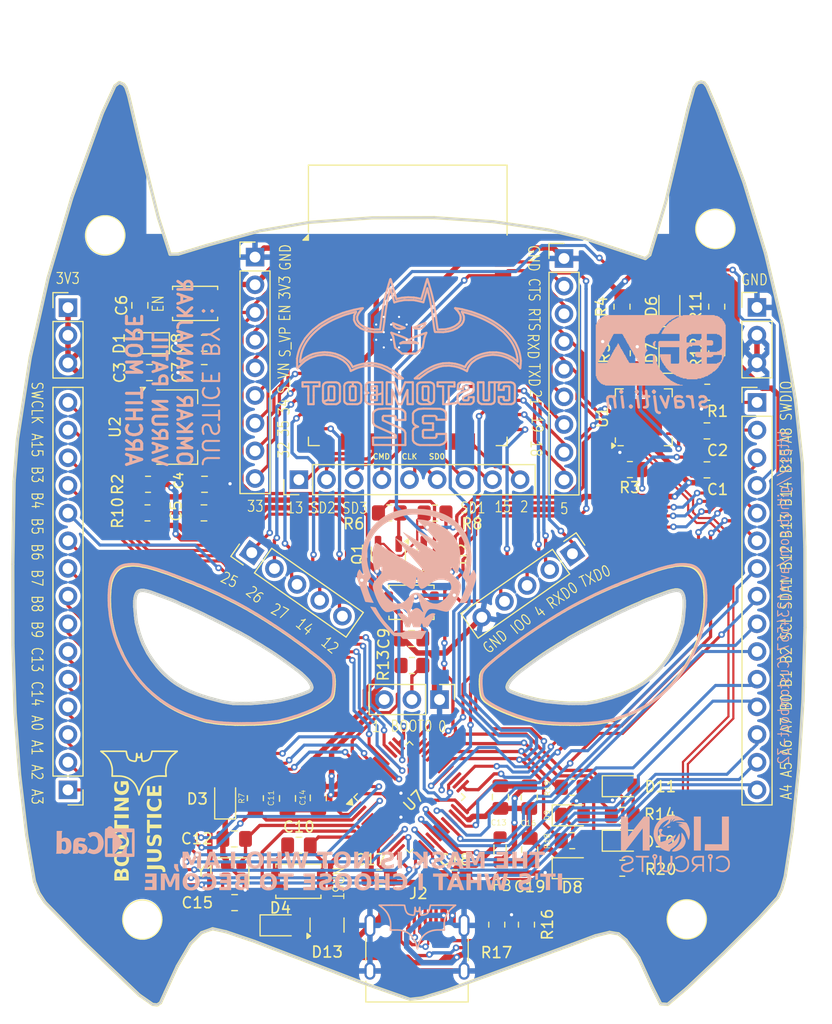
<source format=kicad_pcb>
(kicad_pcb (version 20241229) (generator "pcbnew") (generator_version "9.0")
  (layers (0 "F.Cu" signal) (2 "B.Cu" signal) (13 "F.Paste" user) (15 "B.Paste" user) (5 "F.SilkS" user "F.Silkscreen") (7 "B.SilkS" user "B.Silkscreen") (1 "F.Mask" user) (3 "B.Mask" user) (25 "Edge.Cuts" user))
  (net 0 "")
  (net 1 "VDD33")
  (net 2 "GND")
  (net 3 "/EXT_5V")
  (net 4 "/EN")
  (net 5 "/IO0")
  (net 6 "/STM32/NRST")
  (net 7 "/STM32/HSE_IN")
  (net 8 "/STM32/HSE_OUT")
  (net 9 "Net-(D1-A)")
  (net 10 "Net-(J1-Pin_2)")
  (net 11 "Net-(D6-K)")
  (net 12 "Net-(D6-A)")
  (net 13 "Net-(D7-A)")
  (net 14 "Net-(D7-K)")
  (net 15 "Net-(D8-A)")
  (net 16 "Net-(D9-A)")
  (net 17 "Net-(D10-A)")
  (net 18 "Net-(D11-A)")
  (net 19 "/STM32/PA5")
  (net 20 "/STM32/SWDIO")
  (net 21 "/STM32/PA2")
  (net 22 "/STM32/SWCLK")
  (net 23 "/STM32/PA6")
  (net 24 "/STM32/PA15")
  (net 25 "/STM32/PA8")
  (net 26 "/STM32/PA0")
  (net 27 "/STM32/PA1")
  (net 28 "/STM32/PC13")
  (net 29 "/STM32/PB6")
  (net 30 "/STM32/PA3")
  (net 31 "/STM32/PA7")
  (net 32 "/STM32/PA4")
  (net 33 "/STM32/PB7")
  (net 34 "/STM32/PB14")
  (net 35 "/STM32/I2C_SDA1")
  (net 36 "/STM32/PB5")
  (net 37 "/STM32/PB4")
  (net 38 "/STM32/PB9")
  (net 39 "/STM32/PB13")
  (net 40 "/STM32/PB2")
  (net 41 "/STM32/PB15")
  (net 42 "/STM32/PB3")
  (net 43 "/STM32/PB0")
  (net 44 "/STM32/PB12")
  (net 45 "/STM32/I2C_SCL1")
  (net 46 "/STM32/PC14")
  (net 47 "/STM32/PB8")
  (net 48 "/STM32/PB1")
  (net 49 "/IO27")
  (net 50 "/IO33")
  (net 51 "/SD3")
  (net 52 "/IO26")
  (net 53 "/SENSOR_VP")
  (net 54 "/IO34")
  (net 55 "/CMD")
  (net 56 "/IO13")
  (net 57 "/IO12")
  (net 58 "/SENSOR_VN")
  (net 59 "/IO25")
  (net 60 "/IO35")
  (net 61 "/IO32")
  (net 62 "/SD2")
  (net 63 "/IO14")
  (net 64 "/IO19")
  (net 65 "/IO2")
  (net 66 "/IO21")
  (net 67 "/IO18")
  (net 68 "/TXD0")
  (net 69 "/RXD0")
  (net 70 "/SD0")
  (net 71 "/IO4")
  (net 72 "/SD1")
  (net 73 "/IO15")
  (net 74 "/IO5")
  (net 75 "/CLK")
  (net 76 "Net-(Q1-B)")
  (net 77 "/RTS0")
  (net 78 "Net-(Q2-B)")
  (net 79 "/DTR")
  (net 80 "/ACTIVE")
  (net 81 "Net-(U1-~{RST})")
  (net 82 "Net-(U1-VBUS)")
  (net 83 "/STM32/SW_BOOT0")
  (net 84 "Net-(U7-VDDA)")
  (net 85 "/CTS")
  (net 86 "/RTS")
  (net 96 "/TXD")
  (net 99 "/RXD")
  (net 107 "Net-(D3-A)")
  (net 108 "/VBUS")
  (net 109 "Net-(J2-CC2)")
  (net 111 "Net-(J2-CC1)")
  (net 112 "/D+")
  (net 113 "/D-")
  (footprint "Resistor_SMD:R_0805_2012Metric_Pad1.20x1.40mm_HandSolder" (layer "F.Cu") (at 165.00163 127.206)
    (property "Reference" "R18")
    (property "Value" "0.3k")
  )
  (footprint "Resistor_SMD:R_0805_2012Metric_Pad1.20x1.40mm_HandSolder" (layer "F.Cu") (at 178.275 82.475 -90)
    (property "Reference" "R12")
    (property "Value" "0.3k")
  )
  (footprint "Capacitor_SMD:C_0805_2012Metric_Pad1.18x1.45mm_HandSolder" (layer "F.Cu") (at 131.2125 84.25 180)
    (property "Reference" "C7")
    (property "Value" "22u")
  )
  (footprint "LED_SMD:LED_0805_2012Metric_Pad1.15x1.40mm_HandSolder" (layer "F.Cu") (at 126.15 81.55 180)
    (property "Reference" "D1")
    (property "Value" "GREEN LED")
  )
  (footprint "Capacitor_SMD:C_0805_2012Metric_Pad1.18x1.45mm_HandSolder" (layer "F.Cu") (at 138.8575 123.33 90)
    (property "Reference" "C11")
    (property "Value" "10u")
  )
  (footprint "Resistor_SMD:R_0805_2012Metric_Pad1.20x1.40mm_HandSolder" (layer "F.Cu") (at 148.2075 97.13)
    (property "Reference" "R6")
    (property "Value" "10k")
  )
  (footprint "Capacitor_SMD:C_0805_2012Metric_Pad1.18x1.45mm_HandSolder" (layer "F.Cu") (at 177.375 93.175)
    (property "Reference" "C1")
    (property "Value" "4.7u")
  )
  (footprint "Button_Switch_SMD:SW_Push_SPST_NO_Alps_SKRK" (layer "F.Cu") (at 139.8575 130.93)
    (property "Reference" "SW4" (hide yes))
    (property "Value" "SW_Push")
  )
  (footprint "Capacitor_SMD:C_0805_2012Metric_Pad1.18x1.45mm_HandSolder" (layer "F.Cu") (at 139.9075 127.63 180)
    (property "Reference" "C10")
    (property "Value" "100n")
  )
  (footprint "Connector_PinHeader_2.54mm:PinHeader_1x09_P2.54mm_Vertical" (layer "F.Cu") (at 135.875 73.65)
    (property "Reference" "J9")
    (property "Value" "Conn_01x09_Pin")
  )
  (footprint "Resistor_SMD:R_0805_2012Metric_Pad1.20x1.40mm_HandSolder" (layer "F.Cu") (at 177.405 86.055 180)
    (property "Reference" "R1")
    (property "Value" "10k")
  )
  (footprint "Capacitor_SMD:C_0805_2012Metric_Pad1.18x1.45mm_HandSolder" (layer "F.Cu") (at 158.4075 123.205 -90)
    (property "Reference" "C13")
    (property "Value" "100n")
  )
  (footprint "Capacitor_SMD:C_0805_2012Metric_Pad1.18x1.45mm_HandSolder" (layer "F.Cu") (at 177.375 89.6)
    (property "Reference" "C2")
    (property "Value" "0.1u")
  )
  (footprint "LED_SMD:LED_0805_2012Metric_Pad1.15x1.40mm_HandSolder" (layer "F.Cu") (at 173.925 78.175 90)
    (property "Reference" "D6")
    (property "Value" "LED")
  )
  (footprint "Resistor_SMD:R_0805_2012Metric_Pad1.20x1.40mm_HandSolder" (layer "F.Cu") (at 169.6 82.475 90)
    (property "Reference" "R5")
    (property "Value" "22.1k")
  )
  (footprint "Connector_PinHeader_2.54mm:PinHeader_1x03_P2.54mm_Vertical" (layer "F.Cu") (at 152.82 114.255 -90)
    (property "Reference" "J1")
    (property "Value" "Conn_01x03_Pin")
  )
  (footprint "Capacitor_SMD:C_0805_2012Metric_Pad1.18x1.45mm_HandSolder" (layer "F.Cu") (at 161.1 128.025 90)
    (property "Reference" "C19")
    (property "Value" "1u")
  )
  (footprint "Capacitor_SMD:C_0805_2012Metric_Pad1.18x1.45mm_HandSolder" (layer "F.Cu") (at 141.6825 123.28 90)
    (property "Reference" "C14")
    (property "Value" "100n")
  )
  (footprint "Package_DFN_QFN:QFN-28-1EP_5x5mm_P0.5mm_EP3.35x3.35mm" (layer "F.Cu") (at 171.575 88.35 90)
    (property "Reference" "U1")
    (property "Value" "CP2102N-Axx-xQFN28")
  )
  (footprint "Capacitor_SMD:C_0805_2012Metric_Pad1.18x1.45mm_HandSolder" (layer "F.Cu") (at 131.2125 81.55 180)
    (property "Reference" "C8")
    (property "Value" "0.1u")
  )
  (footprint "MountingHole:MountingHole_3.2mm_M3" (layer "F.Cu") (at 125.525 134.4)
    (property "Reference" "H2")
    (property "Value" "MountingHole")
  )
  (footprint "Package_TO_SOT_SMD:SOT-23" (layer "F.Cu") (at 148.12 100.905 -90)
    (property "Reference" "Q1")
    (property "Value" "SS8050")
  )
  (footprint "Capacitor_SMD:C_0805_2012Metric_Pad1.18x1.45mm_HandSolder" (layer "F.Cu") (at 125.3 78.08 90)
    (property "Reference" "C6")
    (property "Value" "0.1u")
  )
  (footprint "Resistor_SMD:R_0805_2012Metric_Pad1.20x1.40mm_HandSolder" (layer "F.Cu") (at 126 97.125)
    (property "Reference" "R10")
    (property "Value" "10K")
  )
  (footprint "Diode_SMD:D_0805_2012Metric_Pad1.15x1.40mm_HandSolder" (layer "F.Cu") (at 138.2 134.975)
    (property "Reference" "D4")
    (property "Value" "D_Zener")
  )
  (footprint "MountingHole:MountingHole_3.2mm_M3" (layer "F.Cu") (at 122.1 71.675)
    (property "Reference" "H2")
    (property "Value" "MountingHole")
  )
  (footprint "Resistor_SMD:R_0805_2012Metric_Pad1.20x1.40mm_HandSolder" (layer "F.Cu") (at 169.59913 124.881001)
    (property "Reference" "R14")
    (property "Value" "0.3k")
  )
  (footprint "Resistor_SMD:R_0805_2012Metric_Pad1.20x1.40mm_HandSolder" (layer "F.Cu") (at 169.575 78.1975 -90)
    (property "Reference" "R4")
    (property "Value" "47.5k")
  )
  (footprint "Connector_PinHeader_2.54mm:PinHeader_1x03_P2.54mm_Vertical" (layer "F.Cu") (at 118.7 78.29)
    (property "Reference" "J6")
    (property "Value" "Conn_01x03_Pin")
  )
  (footprint "Connector_PinHeader_2.54mm:PinHeader_1x15_P2.54mm_Vertical" (layer "F.Cu") (at 118.7 122.545 180)
    (property "Reference" "J4")
    (property "Value" "Conn_01x15_Pin")
  )
  (footprint "Resistor_SMD:R_0805_2012Metric" (layer "F.Cu") (at 158.075 134.9125 90)
    (property "Reference" "R17")
    (property "Value" "5.1K")
  )
  (footprint "Connector_PinHeader_2.54mm:PinHeader_1x15_P2.54mm_Vertical" (layer "F.Cu") (at 181.975 86.985)
    (property "Reference" "J5")
    (property "Value" "Conn_01x15_Pin")
  )
  (footprint "LED_SMD:LED_0805_2012Metric_Pad1.15x1.40mm_HandSolder" (layer "F.Cu") (at 165.02413 129.731)
    (property "Reference" "D8")
    (property "Value" "GREEN LED")
  )
  (footprint "Connector_PinHeader_2.54mm:PinHeader_1x05_P2.54mm_Vertical" (layer "F.Cu") (at 135.575 100.775 55)
    (property "Reference" "J7")
    (property "Value" "Conn_01x05_Pin")
  )
  (footprint "Resistor_SMD:R_0805_2012Metric_Pad1.20x1.40mm_HandSolder" (layer "F.Cu") (at 169.59913 129.731001)
    (property "Reference" "R20")
    (property "Value" "0.3k")
  )
  (footprint "MountingHole:MountingHole_3.2mm_M3" (layer "F.Cu") (at 178.15 71.05)
    (property "Reference" "H2")
    (property "Value" "MountingHole")
  )
  (footprint "Package_TO_SOT_SMD:SOT-143" (layer "F.Cu") (at 142.4875 134.95 90)
    (property "Reference" "D13")
    (property "Value" "SP0503BAHT")
  )
  (footprint "LED_SMD:LED_0805_2012Metric_Pad1.15x1.40mm_HandSolder" (layer "F.Cu") (at 173.9375 82.4525 90)
    (property "Reference" "D7")
    (property "Value" "LED")
  )
  (footprint "Resistor_SMD:R_0805_2012Metric_Pad1.20x1.40mm_HandSolder" (layer "F.Cu") (at 126.05 94.5 180)
    (property "Reference" "R2")
    (property "Value" "2k")
  )
  (footprint "Resistor_SMD:R_0805_2012Metric" (layer "F.Cu") (at 160.8 134.9125 90)
    (property "Reference" "R16")
    (property "Value" "5.1K")
  )
  (footprint "Capacitor_SMD:C_0805_2012Metric_Pad1.18x1.45mm_HandSolder" (layer "F.Cu") (at 161.0575 123.2175 -90)
    (property "Reference" "C16")
    (property "Value" "100n")
  )
  (footprint "RF_Module:ESP32-WROOM-32D" (layer "F.Cu") (at 149.9 81.07)
    (property "Reference" "U4")
    (property "Value" "ESP32-WROOM-32D")
  )
  (footprint "Connector_PinHeader_2.54mm:PinHeader_1x05_P2.54mm_Vertical" (layer "F.Cu") (at 165.022585 100.872463 -55)
    (property "Reference" "J8")
    (property "Value" "Conn_01x05_Pin")
  )
  (footprint "Resistor_SMD:R_0805_2012Metric_Pad1.20x1.40mm_HandSolder" (layer "F.Cu") (at 165.00163 122.306)
    (property "Reference" "R19")
    (property "Value" "0.3k")
  )
  (footprint "Package_TO_SOT_SMD:SOT-23" (layer "F.Cu") (at 152.32 100.905 -90)
    (property "Reference" "Q2")
    (property "Value" "SS8050")
  )
  (footprint "LED_SMD:LED_0805_2012Metric_Pad1.15x1.40mm_HandSolder" (layer "F.Cu") (at 169.62163 127.206001)
    (property "Reference" "D10")
    (property "Value" "YELLOW LED")
  )
  (footprint "Connector_PinHeader_2.54mm:PinHeader_1x09_P2.54mm_Vertical" (layer "F.Cu") (at 164.25 73.775)
    (property "Reference" "J10")
    (property "Value" "Conn_01x09_Pin")
  )
  (footprint "Button_Switch_SMD:SW_Push_SPST_NO_Alps_SKRK" (layer "F.Cu") (at 130.375 77.9)
    (property "Reference" "SW1")
    (property "Value" "SW_Push")
  )
  (footprint "Crystal:Crystal_SMD_2016-4Pin_2.0x1.6mm" (layer "F.Cu") (at 133.9 129.9925 180)
    (property "Reference" "Y1")
    (property "Value" "16MHZ")
  )
  (footprint "Capacitor_SMD:C_0805_2012Metric_Pad1.18x1.45mm_HandSolder" (layer "F.Cu") (at 134 132.8925)
    (property "Reference" "C15")
    (property "Value" "10P")
  )
  (footprint "LED_SMD:LED_0805_2012Metric_Pad1.15x1.40mm_HandSolder" (layer "F.Cu") (at 133.1325 123.355 90)
    (property "Reference" "D3")
    (property "Value" "GREEN LED")
  )
  (footprint "Resistor_SMD:R_0805_2012Metric_Pad1.20x1.40mm_HandSolder" (layer "F.Cu") (at 150.28 111.13 180)
    (property "Reference" "R13")
    (property "Value" "10k")
  )
  (footprint "Resistor_SMD:R_0805_2012Metric_Pad1.20x1.40mm_HandSolder" (layer "F.Cu") (at 170.3 93.15 180)
    (property "Reference" "R3")
    (property "Value" "2k")
  )
  (footprint "Connector_USB:USB_C_Receptacle_HRO_TYPE-C-31-M-12" (layer "F.Cu") (at 150.75 138.11)
    (property "Reference" "J2")
    (property "Value" "USB_C_Receptacle_USB2.0_16P")
  )
  (footprint "Button_Switch_SMD:SW_Push_SPST_NO_Alps_SKRK" (layer "F.Cu") (at 150.245 105.33)
    (property "Reference" "SW2")
    (property "Value" "SW_Push")
  )
  (footprint "Connector_PinHeader_2.54mm:PinHeader_1x03_P2.54mm_Vertical" (layer "F.Cu") (at 181.97 78.27)
    (property "Reference" "J11")
    (property "Value" "Conn_01x03_Pin")
  )
  (footprint "Resistor_SMD:R_0805_2012Metric_Pad1.20x1.40mm_HandSolder" (layer "F.Cu") (at 152.4075 97.143095)
    (property "Reference" "R8")
    (property "Value" "10k")
  )
  (footprint "Inductor_SMD:L_0805_2012Metric_Pad1.05x1.20mm_HandSolder" (layer "F.Cu") (at 158.375 128.025 -90)
    (property "Reference" "FB1" (hide yes))
    (property "Value" "FerriteBead")
  )
  (footprint "Capacitor_SMD:C_0805_2012Metric_Pad1.18x1.45mm_HandSolder" (layer "F.Cu") (at 126.1725 84.25)
    (property "Reference" "C3")
    (property "Value" "22u")
  )
  (footprint "Resistor_SMD:R_0805_2012Metric_Pad1.20x1.40mm_HandSolder" (layer "F.Cu") (at 135.9075 123.305 90)
    (property "Reference" "R7")
    (property "Value" "0.3k")
  )
  (footprint "Connector_PinHeader_2.54mm:PinHeader_1x09_P2.54mm_Vertical" (layer "F.Cu") (at 139.9025 94.075 90)
    (property "Reference" "J3" (hide yes))
    (property "Value" "Conn_01x09_Pin")
  )
  (footprint "Capacitor_SMD:C_0805_2012Metric_Pad1.18x1.45mm_HandSolder" (layer "F.Cu") (at 133.9625 127.0425 180)
    (property "Reference" "C12")
    (property "Value" "10P")
  )
  (footprint "Capacitor_SMD:C_0805_2012Metric_Pad1.18x1.45mm_HandSolder" (layer "F.Cu") (at 150.245 108.655 180)
    (property "Reference" "C9")
    (property "Value" "0.1u" (hide yes))
  )
  (footprint "Capacitor_SMD:C_0805_2012Metric_Pad1.18x1.45mm_HandSolder" (layer "F.Cu") (at 131.2375 94.5)
    (property "Reference" "C4")
    (property "Value" "22u")
  )
  (footprint "Package_QFP:LQFP-48_7x7mm_P0.5mm" (layer "F.Cu") (at 150.0575 123.205 45)
    (property "Reference" "U7")
    (property "Value" "STM32F030C8Tx")
  )
  (footprint "MountingHole:MountingHole_3.2mm_M3" (layer "F.Cu") (at 175.525 134.425)
    (property "Reference" "H1")
    (property "Value" "MountingHole")
  )
  (footprint "Package_TO_SOT_SMD:SOT-223-3_TabPin2" (layer "F.Cu") (at 128.7 89.25)
    (property "Reference" "U2")
    (property "Value" "AMS1117-3.3")
  )
  (footprint "Capacitor_SMD:C_0805_2012Metric_Pad1.18x1.45mm_HandSolder" (layer "F.Cu") (at 154.2 130.625)
    (property "Reference" "C18")
    (property "Value" "1u")
  )
  (footprint "Resistor_SMD:R_0805_2012Metric_Pad1.20x1.40mm_HandSolder" (layer "F.Cu") (at 178.275 78.1975 -90)
    (property "Reference" "R11")
    (property "Value" "0.3k")
  )
  (footprint "Capacitor_SMD:C_0805_2012Metric_Pad1.18x1.45mm_HandSolder" (layer "F.Cu") (at 131.1875 97.125)
    (property "Reference" "C5")
    (property "Value" "0.1u")
  )
  (footprint "LED_SMD:LED_0805_2012Metric_Pad1.15x1.40mm_HandSolder" (layer "F.Cu") (at 165.02413 124.881)
    (property "Reference" "D9")
    (property "Value" "RED LED")
  )
  (footprint "LED_SMD:LED_0805_2012Metric_Pad1.15x1.40mm_HandSolder" (layer "F.Cu") (at 169.62163 122.206001)
    (property "Reference" "D11")
    (property "Value" "BLUE LED")
  )
  (footprint "Capacitor_SMD:C_0805_2012Metric_Pad1.18x1.45mm_HandSolder" (layer "F.Cu") (at 147.275 130.625 180)
    (property "Reference" "C17")
    (property "Value" "100n")
  )
  (footprint "Logos:sra_logo_big" (layer "B.Cu") (at 173.14 82.2 180)
    (property "Reference" "G***" (hide yes))
    (property "Value" "LOGO" (hide yes))
  )
  (footprint "logos:sra_skull_big" (layer "B.Cu") (at 150.644217 102.75 180)
    (property "Reference" "G***" (hide yes))
    (property "Value" "LOGO" (hide yes))
  )
  (footprint "Logos:kicad_logo" (layer "B.Cu") (at 121.25 127.25 180)
    (property "Reference" "G***" (hide yes))
    (property "Value" "LOGO" (hide yes))
  )
  (footprint "Logos:Lions_logo" (layer "B.Cu") (at 174.5 127.5 180)
    (property "Reference" "G***" (hide yes))
    (property "Value" "LOGO" (hide yes))
  )
  (gr_line (start 126.29 104.39) (end 126.01 104.31) (stroke (width 0.3)) (layer "F.SilkS"))
  (gr_line (start 158.19 110.305) (end 158.03 110.435) (stroke (width 0.25)) (layer "F.SilkS"))
  (gr_line (start 124.271054 58.838393) (end 124.021836 58.075708) (stroke (width 0.3)) (layer "F.SilkS"))
  (gr_line (start 164.395 114.56) (end 164.075 114.54) (stroke (width 0.3)) (layer "F.SilkS"))
  (gr_line (start 171.385 112.82) (end 171.125 112.97) (stroke (width 0.3)) (layer "F.SilkS"))
  (gr_line (start 156.71 114.035) (end 156.76 114.135) (stroke (width 0.25)) (layer "F.SilkS"))
  (gr_line (start 162.58 107.165) (end 162.54 107.195) (stroke (width 0.25)) (layer "F.SilkS"))
  (gr_line (start 172.97 102.325) (end 172.86 102.355) (stroke (width 0.25)) (layer "F.SilkS"))
  (gr_line (start 161.83 107.655) (end 161.8 107.675) (stroke (width 0.25)) (layer "F.SilkS"))
  (gr_line (start 158.28 110.235) (end 158.19 110.305) (stroke (width 0.25)) (layer "F.SilkS"))
  (gr_line (start 134.2 105.445) (end 134.35 105.525) (stroke (width 0.25)) (layer "F.SilkS"))
  (gr_line (start 172.96 113.985) (end 173.03 113.925) (stroke (width 0.25)) (layer "F.SilkS"))
  (gr_line (start 136.48 106.755) (end 136.54 106.795) (stroke (width 0.25)) (layer "F.SilkS"))
  (gr_line (start 158.56 110.015) (end 158.48 110.075) (stroke (width 0.25)) (layer "F.SilkS"))
  (gr_line (start 171.117731 137.950294) (end 172.297228 140.534865) (stroke (width 0.3)) (layer "F.SilkS"))
  (gr_line (start 161.585 114.2) (end 161.305 114.13) (stroke (width 0.3)) (layer "F.SilkS"))
  (gr_line (start 125.199554 122.90015) (end 125.199486 122.90072) (stroke (width 0.15)) (layer "F.SilkS"))
  (gr_line (start 128.6 115.215) (end 128.54 115.185) (stroke (width 0.25)) (layer "F.SilkS"))
  (gr_line (start 174.76 101.945) (end 174.6 101.955) (stroke (width 0.25)) (layer "F.SilkS"))
  (gr_line (start 156.54 112.545) (end 156.54 112.625) (stroke (width 0.25)) (layer "F.SilkS"))
  (gr_line (start 123.74 110.155) (end 123.71 110.085) (stroke (width 0.25)) (layer "F.SilkS"))
  (gr_line (start 156.99 111.365) (end 156.96 111.395) (stroke (width 0.25)) (layer "F.SilkS"))
  (gr_line (start 134.58 108.18) (end 134.47 108.12) (stroke (width 0.3)) (layer "F.SilkS"))
  (gr_line (start 127.56 114.595) (end 127.5 114.555) (stroke (width 0.25)) (layer "F.SilkS"))
  (gr_line (start 169.47 115.905) (end 169.61 115.855) (stroke (width 0.25)) (layer "F.SilkS"))
  (gr_line (start 122.71 103.355) (end 122.72 103.315) (stroke (width 0.25)) (layer "F.SilkS"))
  (gr_line (start 131.436094 72.575479) (end 128.838633 73.366104) (stroke (width 0.3)) (layer "F.SilkS"))
  (gr_line (start 123.07 102.605) (end 123.1 102.565) (stroke (width 0.25)) (layer "F.SilkS"))
  (gr_line (start 134.35 108.06) (end 134.25 108.01) (stroke (width 0.3)) (layer "F.SilkS"))
  (gr_line (start 131.98 114.21) (end 132.24 114.28) (stroke (width 0.3)) (layer "F.SilkS"))
  (gr_line (start 168.815 113.97) (end 168.675 114.02) (stroke (width 0.3)) (layer "F.SilkS"))
  (gr_line (start 169.625 106.08) (end 169.805 106) (stroke (width 0.3)) (layer "F.SilkS"))
  (gr_line (start 142.95 114.135) (end 142.92 114.185) (stroke (width 0.25)) (layer "F.SilkS"))
  (gr_line (start 125.43 108.73) (end 125.6 109.15) (stroke (width 0.3)) (layer "F.SilkS"))
  (gr_line (start 124.68 101.935) (end 124.79 101.935) (stroke (width 0.25)) (layer "F.SilkS"))
  (gr_line (start 137.49 116.405) (end 137.42 116.415) (stroke (width 0.25)) (layer "F.SilkS"))
  (gr_line (start 133.84 114.61) (end 133.96 114.61) (stroke (width 0.3)) (layer "F.SilkS"))
  (gr_line (start 122.77 103.155) (end 122.79 103.105) (stroke (width 0.25)) (layer "F.SilkS"))
  (gr_line (start 123.51 109.645) (end 123.44 109.495) (stroke (width 0.25)) (layer "F.SilkS"))
  (gr_line (start 140.11 109.225) (end 140.2 109.285) (stroke (width 0.25)) (layer "F.SilkS"))
  (gr_line (start 130.31 106.04) (end 130.14 105.955) (stroke (width 0.3)) (layer "F.SilkS"))
  (gr_line (start 142.6 111.235) (end 142.66 111.295) (stroke (width 0.25)) (layer "F.SilkS"))
  (gr_line (start 128.94 103.105) (end 129.03 103.135) (stroke (width 0.25)) (layer "F.SilkS"))
  (gr_line (start 122.53 104.735) (end 122.54 104.635) (stroke (width 0.25)) (layer "F.SilkS"))
  (gr_line (start 122.91 102.855) (end 122.94 102.805) (stroke (width 0.25)) (layer "F.SilkS"))
  (gr_line (start 169.69 103.525) (end 169.63 103.545) (stroke (width 0.25)) (layer "F.SilkS"))
  (gr_line (start 125.92 104.29) (end 125.76 104.26) (stroke (width 0.3)) (layer "F.SilkS"))
  (gr_line (start 162.3 107.345) (end 162.15 107.445) (stroke (width 0.25)) (layer "F.SilkS"))
  (gr_line (start 122.55 104.525) (end 122.56 104.405) (stroke (width 0.25)) (layer "F.SilkS"))
  (gr_line (start 122.750903 121.27986) (end 122.760603 121.15638) (stroke (width 0.15)) (layer "F.SilkS"))
  (gr_line (start 124.89 104.8) (end 124.87 104.9) (stroke (width 0.3)) (layer "F.SilkS"))
  (gr_line (start 157 114.415) (end 157.05 114.455) (stroke (width 0.25)) (layer "F.SilkS"))
  (gr_line (start 169.63 103.545) (end 169.53 103.585) (stroke (width 0.25)) (layer "F.SilkS"))
  (gr_line (start 173.065 104.63) (end 173.205 104.58) (stroke (width 0.3)) (layer "F.SilkS"))
  (gr_line (start 167.225 114.41) (end 167.065 114.44) (stroke (width 0.3)) (layer "F.SilkS"))
  (gr_line (start 176.14 102.155) (end 176.1 102.135) (stroke (width 0.25)) (layer "F.SilkS"))
  (gr_line (start 143.14 113.325) (end 143.12 113.505) (stroke (width 0.25)) (layer "F.SilkS"))
  (gr_line (start 127.74 104.93) (end 127.45 104.82) (stroke (width 0.3)) (layer "F.SilkS"))
  (gr_line (start 164.43 106.035) (end 164.32 106.105) (stroke (width 0.25)) (layer "F.SilkS"))
  (gr_line (start 157.96 110.485) (end 157.85 110.585) (stroke (width 0.25)) (layer "F.SilkS"))
  (gr_line (start 159.73 115.775) (end 159.96 115.855) (stroke (width 0.25)) (layer "F.SilkS"))
  (gr_line (start 129.14 115.475) (end 129.05 115.435) (stroke (width 0.25)) (layer "F.SilkS"))
  (gr_line (start 174.17 102.035) (end 174.04 102.055) (stroke (width 0.25)) (layer "F.SilkS"))
  (gr_line (start 143 111.705) (end 143.02 111.755) (stroke (width 0.25)) (layer "F.SilkS"))
  (gr_line (start 131.15 113.96) (end 131.3 114.01) (stroke (width 0.3)) (layer "F.SilkS"))
  (gr_line (start 122.56 104.225) (end 122.58 104.075) (stroke (width 0.25)) (layer "F.SilkS"))
  (gr_line (start 172.77 102.385) (end 172.69 102.415) (stroke (width 0.25)) (layer "F.SilkS"))
  (gr_line (start 173.22 113.765) (end 173.28 113.715) (stroke (width 0.25)) (layer "F.SilkS"))
  (gr_line (start 171.515 105.23) (end 171.815 105.1) (stroke (width 0.3)) (layer "F.SilkS"))
  (gr_line (start 130.66 103.795) (end 130.72 103.815) (stroke (width 0.25)) (layer "F.SilkS"))
  (gr_line (start 163.33 106.695) (end 163.23 106.755) (stroke (width 0.25)) (layer "F.SilkS"))
  (gr_line (start 169.805 106) (end 169.975 105.915) (stroke (width 0.3)) (layer "F.SilkS"))
  (gr_line (start 176.69 108.355) (end 176.71 108.285) (stroke (width 0.25)) (layer "F.SilkS"))
  (gr_line (start 160.36 115.975) (end 160.43 116.005) (stroke (width 0.25)) (layer "F.SilkS"))
  (gr_line (start 166.885 107.43) (end 167.095 107.32) (stroke (width 0.3)) (layer "F.SilkS"))
  (gr_line (start 124.26 111.095) (end 124.2 110.995) (stroke (width 0.25)) (layer "F.SilkS"))
  (gr_line (start 131.29 104.055) (end 131.39 104.095) (stroke (width 0.25)) (layer "F.SilkS"))
  (gr_line (start 140.95 115.395) (end 140.69 115.505) (stroke (width 0.25)) (layer "F.SilkS"))
  (gr_line (start 175.13 101.935) (end 175.03 101.935) (stroke (width 0.25)) (layer "F.SilkS"))
  (gr_line (start 173.415 104.5) (end 173.825 104.35) (stroke (width 0.3)) (layer "F.SilkS"))
  (gr_line (start 123.19 108.845) (end 123.16 108.765) (stroke (width 0.25)) (layer "F.SilkS"))
  (gr_line (start 137.82 107.615) (end 137.88 107.655) (stroke (width 0.25)) (layer "F.SilkS"))
  (gr_line (start 129.33 103.255) (end 129.39 103.275) (stroke (width 0.25)) (layer "F.SilkS"))
  (gr_line (start 125.53 112.815) (end 125.43 112.705) (stroke (width 0.25)) (layer "F.SilkS"))
  (gr_line (start 174.98 111.805) (end 175.06 111.695) (stroke (width 0.25)) (layer "F.SilkS"))
  (gr_line (start 143.12 113.505) (end 143.09 113.725) (stroke (width 0.25)) (layer "F.SilkS"))
  (gr_line (start 174.25 102.015) (end 174.17 102.035) (stroke (width 0.25)) (layer "F.SilkS"))
  (gr_line (start 139.69 108.915) (end 139.76 108.965) (stroke (width 0.25)) (layer "F.SilkS"))
  (gr_line (start 167.96 104.255) (end 167.85 104.305) (stroke (width 0.25)) (layer "F.SilkS"))
  (gr_line (start 172.8 114.115) (end 172.85 114.075) (stroke (width 0.25)) (layer "F.SilkS"))
  (gr_line (start 166.3 105.045) (end 166.18 105.105) (stroke (width 0.25)) (layer "F.SilkS"))
  (gr_line (start 127.57 102.595) (end 127.67 102.635) (stroke (width 0.25)) (layer "F.SilkS"))
  (gr_line (start 176.55 108.765) (end 176.57 108.705) (stroke (width 0.25)) (layer "F.SilkS"))
  (gr_line (start 129.28 113.19) (end 129.48 113.29) (stroke (width 0.3)) (layer "F.SilkS"))
  (gr_line (start 138.7 116.165) (end 138.56 116.195) (stroke (width 0.25)) (layer "F.SilkS"))
  (gr_line (start 139.53 108.805) (end 139.6 108.855) (stroke (width 0.25)) (layer "F.SilkS"))
  (gr_line (start 176.87 107.685) (end 176.9 107.535) (stroke (width 0.25)) (layer "F.SilkS"))
  (gr_line (start 174.81 112.035) (end 174.91 111.905) (stroke (width 0.25)) (layer "F.SilkS"))
  (gr_line (start 163.655 114.5) (end 163.205 114.46) (stroke (width 0.3)) (layer "F.SilkS"))
  (gr_line (start 139.44 108.735) (end 139.48 108.765) (stroke (width 0.25)) (layer "F.SilkS"))
  (gr_line (start 158.4 110.145) (end 158.35 110.185) (stroke (width 0.25)) (layer "F.SilkS"))
  (gr_line (start 133.221446 135.571973) (end 135.816759 136.450686) (stroke (width 0.3)) (layer "F.SilkS"))
  (gr_line (start 176 110.085) (end 176.05 109.965) (stroke (width 0.25)) (layer "F.SilkS"))
  (gr_line (start 157.83 114.955) (end 157.91 114.995) (stroke (width 0.25)) (layer "F.SilkS"))
  (gr_line (start 161.835 114.26) (end 161.585 114.2) (stroke (width 0.3)) (layer "F.SilkS"))
  (gr_line (start 162 107.545) (end 161.95 107.575) (stroke (width 0.25)) (layer "F.SilkS"))
  (gr_line (start 156.67 111.795) (end 156.62 111.915) (stroke (width 0.25)) (layer "F.SilkS"))
  (gr_line (start 176.77 108.075) (end 176.8 107.965) (stroke (width 0.25)) (layer "F.SilkS"))
  (gr_line (start 132.86 107.28) (end 132.72 107.21) (stroke (width 0.3)) (layer "F.SilkS"))
  (gr_line (start 131.76 114.15) (end 131.98 114.21) (stroke (width 0.3)) (layer "F.SilkS"))
  (gr_line (start 133.52 114.56) (end 133.84 114.61) (stroke (width 0.3)) (layer "F.SilkS"))
  (gr_line (start 125.12 107.74) (end 125.16 107.91) (stroke (width 0.3)) (layer "F.SilkS"))
  (gr_line (start 171.65 114.915) (end 171.78 114.835) (stroke (width 0.25)) (layer "F.SilkS"))
  (gr_line (start 131.58 114.1) (end 131.76 114.15) (stroke (width 0.3)) (layer "F.SilkS"))
  (gr_line (start 176.75 108.135) (end 176.77 108.075) (stroke (width 0.25)) (layer "F.SilkS"))
  (gr_line (start 169.21 103.725) (end 169.13 103.765) (stroke (width 0.25)) (layer "F.SilkS"))
  (gr_line (start 127.70411 121.23337) (end 127.71091 121.28647) (stroke (width 0.15)) (layer "F.SilkS"))
  (gr_line (start 162.22 116.405) (end 162.29 116.415) (stroke (width 0.25)) (layer "F.SilkS"))
  (gr_line (start 116.863242 75.583319) (end 115.223984 82.888012) (stroke (width 0.3)) (layer "F.SilkS"))
  (gr_line (start 163.17 106.795) (end 163.13 106.825) (stroke (width 0.25)) (layer "F.SilkS"))
  (gr_line (start 139.57 113.96) (end 139.78 113.9) (stroke (width 0.3)) (layer "F.SilkS"))
  (gr_line (start 122.68 106.885) (end 122.66 106.765) (stroke (width 0.25)) (layer "F.SilkS"))
  (gr_line (start 161.95 107.575) (end 161.89 107.615) (stroke (width 0.25)) (layer "F.SilkS"))
  (gr_line (start 175.39 101.955) (end 175.27 101.945) (stroke (width 0.25)) (layer "F.SilkS"))
  (gr_line (start 162.56 116.445) (end 162.69 116.455) (stroke (width 0.25)) (layer "F.SilkS"))
  (gr_line (start 136.41 116.505) (end 136.19 116.515) (stroke (width 0.25)) (layer "F.SilkS"))
  (gr_line (start 171.13 102.965) (end 170.98 103.025) (stroke (width 0.25)) (layer "F.SilkS"))
  (gr_line (start 171.78 114.835) (end 171.87 114.775) (stroke (width 0.25)) (layer "F.SilkS"))
  (gr_line (start 167.255 107.24) (end 167.395 107.17) (stroke (width 0.3)) (layer "F.SilkS"))
  (gr_line (start 143 114.035) (end 142.95 114.135) (stroke (width 0.25)) (layer "F.SilkS"))
  (gr_line (start 160.815 114) (end 160.545 113.92) (stroke (width 0.3)) (layer "F.SilkS"))
  (gr_line (start 168.195 106.77) (end 168.365 106.69) (stroke (width 0.3)) (layer "F.SilkS"))
  (gr_line (start 175.97 110.155) (end 176 110.085) (stroke (width 0.25)) (layer "F.SilkS"))
  (gr_line (start 125.264384 122.86371) (end 125.225634 122.99745) (stroke (width 0.15)) (layer "F.SilkS"))
  (gr_line (start 135.33 108.6) (end 135.17 108.51) (stroke (width 0.3)) (layer "F.SilkS"))
  (gr_line (start 176.64 102.605) (end 176.61 102.565) (stroke (width 0.25)) (layer "F.SilkS"))
  (gr_line (start 124.067748 119.13853) (end 124.113978 119.35988) (stroke (width 0.15)) (layer "F.SilkS"))
  (gr_line (start 135.12 114.62) (end 135.45 114.62) (stroke (width 0.3)) (layer "F.SilkS"))
  (gr_line (start 127.41 114.485) (end 127.29 114.405) (stroke (width 0.25)) (layer "F.SilkS"))
  (gr_curve (pts (xy 127.98278 119.75887) (xy 127.800305 120.0575) (xy 127.711463 120.34095) (xy 127.68759 120.70069)) (stroke (width 0.15)) (layer "F.SilkS"))
  (gr_line (start 123.2 102.445) (end 123.25 102.395) (stroke (width 0.25)) (layer "F.SilkS"))
  (gr_line (start 129.16 113.11) (end 129.28 113.19) (stroke (width 0.3)) (layer "F.SilkS"))
  (gr_line (start 164.075 114.54) (end 163.815 114.52) (stroke (width 0.3)) (layer "F.SilkS"))
  (gr_line (start 125.03 107.41) (end 125.06 107.51) (stroke (width 0.3)) (layer "F.SilkS"))
  (gr_line (start 170.49 103.215) (end 170.38 103.255) (stroke (width 0.25)) (layer "F.SilkS"))
  (gr_line (start 172.14 102.595) (end 172.04 102.635) (stroke (width 0.25)) (layer "F.SilkS"))
  (gr_line (start 174.355 104.22) (end 174.475 104.19) (stroke (width 0.3)) (layer "F.SilkS"))
  (gr_line (start 125.32 104.26) (end 125.21 104.3) (stroke (width 0.3)) (layer "F.SilkS"))
  (gr_line (start 166.133355 71.937413) (end 162.848403 71.157524) (stroke (width 0.3)) (layer "F.SilkS"))
  (gr_line (start 128.33 102.875) (end 128.48 102.925) (stroke (width 0.25)) (layer "F.SilkS"))
  (gr_line (start 184.319909 79.925327) (end 182.762287 73.327472) (stroke (width 0.3)) (layer "F.SilkS"))
  (gr_line (start 170.955 113.07) (end 170.835 113.15) (stroke (width 0.3)) (layer "F.SilkS"))
  (gr_line (start 163.44 106.625) (end 163.38 106.665) (stroke (width 0.25)) (layer "F.SilkS"))
  (gr_line (start 168.355 114.11) (end 168.135 114.17) (stroke (width 0.3)) (layer "F.SilkS"))
  (gr_line (start 172.86 102.355) (end 172.77 102.385) (stroke (width 0.25)) (layer "F.SilkS"))
  (gr_circle (center 178.147224 71.075) (end 177.147224 69.575) (stroke (width 0.1)) (fill no) (layer "F.SilkS"))
  (gr_line (start 159.16 109.545) (end 158.93 109.725) (stroke (width 0.25)) (layer "F.SilkS"))
  (gr_line (start 137.71 107.545) (end 137.76 107.575) (stroke (width 0.25)) (layer "F.SilkS"))
  (gr_line (start 158.12 115.105) (end 158.23 115.155) (stroke (width 0.25)) (layer "F.SilkS"))
  (gr_line (start 160.27 108.735) (end 160.23 108.765) (stroke (width 0.25)) (layer "F.SilkS"))
  (gr_line (start 126.471055 142.234299) (end 126.89215 142.283689) (stroke (width 0.3)) (layer "F.SilkS"))
  (gr_line (start 166.275 114.57) (end 166.155 114.57) (stroke (width 0.3)) (layer "F.SilkS"))
  (gr_line (start 135.72 114.6) (end 136.04 114.58) (stroke (width 0.3)) (layer "F.SilkS"))
  (gr_line (start 175.88 102.045) (end 175.79 102.015) (stroke (width 0.25)) (layer "F.SilkS"))
  (gr_line (start 147.37049 133.19317) (end 147.28622 133.12907) (stroke (width 0.15)) (layer "F.SilkS"))
  (gr_line (start 127.64 112) (end 127.87 112.2) (stroke (width 0.3)) (layer "F.SilkS"))
  (gr_line (start 136.16 106.555) (end 136.22 106.595) (stroke (width 0.25)) (layer "F.SilkS"))
  (gr_line (start 139.99 109.135) (end 140.11 109.225) (stroke (width 0.25)) (layer "F.SilkS"))
  (gr_line (start 137.81 116.365) (end 137.66 116.385) (stroke (width 0.25)) (layer "F.SilkS"))
  (gr_line (start 160.11 108.855) (end 160.02 108.915) (stroke (width 0.25)) (layer "F.SilkS"))
  (gr_line (start 139.05 108.455) (end 139.12 108.505) (stroke (width 0.25)) (layer "F.SilkS"))
  (gr_line (start 123.58 109.795) (end 123.51 109.645) (stroke (width 0.25)) (layer "F.SilkS"))
  (gr_line (start 163.065 109.62) (end 163.345 109.45) (stroke (width 0.3)) (layer "F.SilkS"))
  (gr_line (start 166.175 107.81) (end 166.295 107.75) (stroke (width 0.3)) (layer "F.SilkS"))
  (gr_line (start 137.13 107.165) (end 137.17 107.195) (stroke (width 0.25)) (layer "F.SilkS"))
  (gr_line (start 141.43 110.235) (end 141.52 110.305) (stroke (width 0.25)) (layer "F.SilkS"))
  (gr_line (start 126.49 113.765) (end 126.43 113.715) (stroke (width 0.25)) (layer "F.SilkS"))
  (gr_line (start 130.68 106.21) (end 130.49 106.12) (stroke (width 0.3)) (layer "F.SilkS"))
  (gr_line (start 177.18 104.965) (end 177.18 104.815) (stroke (width 0.25)) (layer "F.SilkS"))
  (gr_line (start 139.37 108.685) (end 139.44 108.735) (stroke (width 0.25)) (layer "F.SilkS"))
  (gr_line (start 126.86 111.16) (end 126.94 111.26) (stroke (width 0.3)) (layer "F.SilkS"))
  (gr_line (start 176.46 102.395) (end 176.41 102.345) (stroke (width 0.25)) (layer "F.SilkS"))
  (gr_line (start 160.66 108.455) (end 160.59 108.505) (stroke (width 0.25)) (layer "F.SilkS"))
  (gr_line (start 140.2 109.285) (end 140.28 109.345) (stroke (width 0.25)) (layer "F.SilkS"))
  (gr_line (start 162.765 109.81) (end 163.065 109.62) (stroke (width 0.3)) (layer "F.SilkS"))
  (gr_line (start 141.23 110.075) (end 141.31 110.145) (stroke (width 0.25)) (layer "F.SilkS"))
  (gr_line (start 168.675 114.02) (end 168.535 114.06) (stroke (width 0.3)) (layer "F.SilkS"))
  (gr_line (start 137.42 116.415) (end 137.36 116.425) (stroke (width 0.25)) (layer "F.SilkS"))
  (gr_line (start 127.75 102.655) (end 127.89 102.705) (stroke (width 0.25)) (layer "F.SilkS"))
  (gr_line (start 172.055 105.01) (end 172.375 104.89) (stroke (width 0.3)) (layer "F.SilkS"))
  (gr_line (start 168.28 116.275) (end 168.48 116.225) (stroke (width 0.25)) (layer "F.SilkS"))
  (gr_line (start 131.6 106.66) (end 131.44 106.58) (stroke (width 0.3)) (layer "F.SilkS"))
  (gr_line (start 176.71 102.715) (end 176.67 102.655) (stroke (width 0.25)) (layer "F.SilkS"))
  (gr_line (start 176.36 102.305) (end 176.3 102.255) (stroke (width 0.25)) (layer "F.SilkS"))
  (gr_line (start 141.05 112.96) (end 141.02 112.88) (stroke (width 0.3)) (layer "F.SilkS"))
  (gr_line (start 142.09 114.835) (end 142.01 114.885) (stroke (width 0.25)) (layer "F.SilkS"))
  (gr_line (start 135.74 108.86) (end 135.6 108.77) (stroke (width 0.3)) (layer "F.SilkS"))
  (gr_line (start 129.03 103.135) (end 129.08 103.155) (stroke (width 0.25)) (layer "F.SilkS"))
  (gr_line (start 176.61 108.585) (end 176.63 108.535) (stroke (width 0.25)) (layer "F.SilkS"))
  (gr_line (start 168.515 106.62) (end 168.675 106.54) (stroke (width 0.3)) (layer "F.SilkS"))
  (gr_line (start 143.17 112.625) (end 143.17 112.795) (stroke (width 0.25)) (layer "F.SilkS"))
  (gr_line (start 177.01 106.985) (end 177.02 106.925) (stroke (width 0.25)) (layer "F.SilkS"))
  (gr_line (start 166.005 107.9) (end 166.175 107.81) (stroke (width 0.3)) (layer "F.SilkS"))
  (gr_line (start 139.84 109.025) (end 139.91 109.075) (stroke (width 0.25)) (layer "F.SilkS"))
  (gr_line (start 163.205 114.46) (end 162.625 114.4) (stroke (width 0.3)) (layer "F.SilkS"))
  (gr_line (start 164.91 116.545) (end 165.12 116.545) (stroke (width 0.25)) (layer "F.SilkS"))
  (gr_line (start 159.65 115.745) (end 159.73 115.775) (stroke (width 0.25)) (layer "F.SilkS"))
  (gr_line (start 126.28 113.575) (end 126.15 113.455) (stroke (width 0.25)) (layer "F.SilkS"))
  (gr_line (start 137.05 109.66) (end 136.77 109.49) (stroke (width 0.3)) (layer "F.SilkS"))
  (gr_line (start 171.45 102.845) (end 171.38 102.875) (stroke (width 0.25)) (layer "F.SilkS"))
  (gr_line (start 126.43 113.715) (end 126.37 113.655) (stroke (width 0.25)) (layer "F.SilkS"))
  (gr_line (start 170.635 113.25) (end 170.415 113.36) (stroke (width 0.3)) (layer "F.SilkS"))
  (gr_line (start 168.42 104.055) (end 168.32 104.095) (stroke (width 0.25)) (layer "F.SilkS"))
  (gr_line (start 127.18 114.325) (end 127.08 114.245) (stroke (width 0.25)) (layer "F.SilkS"))
  (gr_line (start 168.48 116.225) (end 168.67 116.165) (stroke (width 0.25)) (layer "F.SilkS"))
  (gr_line (start 176.96 103.205) (end 176.94 103.155) (stroke (width 0.25)) (layer "F.SilkS"))
  (gr_line (start 143.09 113.725) (end 143.06 113.855) (stroke (width 0.25)) (layer "F.SilkS"))
  (gr_line (start 123.83 102.045) (end 123.92 102.015) (stroke (width 0.25)) (layer "F.SilkS"))
  (gr_line (start 122.79 107.455) (end 122.77 107.365) (stroke (width 0.25)) (layer "F.SilkS"))
  (gr_line (start 176.67 102.655) (end 176.64 102.605) (stroke (width 0.25)) (layer "F.SilkS"))
  (gr_line (start 159.165 113.38) (end 159.085 113.3) (stroke (width 0.3)) (layer "F.SilkS"))
  (gr_line (start 135.6 108.77) (end 135.48 108.69) (stroke (width 0.3)) (layer "F.SilkS"))
  (gr_line (start 160.99 108.225) (end 160.86 108.315) (stroke (width 0.25)) (layer "F.SilkS"))
  (gr_line (start 126.91 114.115) (end 126.86 114.075) (stroke (width 0.25)) (layer "F.SilkS"))
  (gr_line (start 156.55 113.105) (end 156.57 113.325) (stroke (width 0.25)) (layer "F.SilkS"))
  (gr_line (start 177.16 104.525) (end 177.15 104.405) (stroke (width 0.25)) (layer "F.SilkS"))
  (gr_line (start 157.39 110.975) (end 157.31 111.045) (stroke (width 0.25)) (layer "F.SilkS"))
  (gr_line (start 129.77 105.79) (end 129.59 105.71) (stroke (width 0.3)) (layer "F.SilkS"))
  (gr_line (start 122.56 104.325) (end 122.56 104.225) (stroke (width 0.25)) (layer "F.SilkS"))
  (gr_line (start 142.8 111.445) (end 142.85 111.505) (stroke (width 0.25)) (layer "F.SilkS"))
  (gr_line (start 143.14 112.145) (end 143.16 112.365) (stroke (width 0.25)) (layer "F.SilkS"))
  (gr_line (start 170.525 105.67) (end 170.735 105.58) (stroke (width 0.3)) (layer "F.SilkS"))
  (gr_line (start 124.83 105.76) (end 124.9 106.57) (stroke (width 0.3)) (layer "F.SilkS"))
  (gr_line (start 165.15 105.635) (end 164.97 105.735) (stroke (width 0.25)) (layer "F.SilkS"))
  (gr_line (start 176.188048 58.09718) (end 175.616565 60.114558) (stroke (width 0.3)) (layer "F.SilkS"))
  (gr_line (start 135.816759 136.450686) (end 145.695279 140.227635) (stroke (width 0.3)) (layer "F.SilkS"))
  (gr_line (start 140.78 109.725) (end 140.89 109.815) (stroke (width 0.25)) (layer "F.SilkS"))
  (gr_line (start 176.74 108.175) (end 176.75 108.135) (stroke (width 0.25)) (layer "F.SilkS"))
  (gr_line (start 133.22 116.505) (end 132.9 116.475) (stroke (width 0.25)) (layer "F.SilkS"))
  (gr_line (start 137.66 116.385) (end 137.49 116.405) (stroke (width 0.25)) (layer "F.SilkS"))
  (gr_line (start 177.17 105.435) (end 177.18 105.315) (stroke (width 0.25)) (layer "F.SilkS"))
  (gr_line (start 123.22 108.925) (end 123.19 108.845) (stroke (width 0.25)) (layer "F.SilkS"))
  (gr_line (start 165.66 116.545) (end 165.97 116.525) (stroke (width 0.25)) (layer "F.SilkS"))
  (gr_line (start 177.15 104.405) (end 177.15 104.325) (stroke (width 0.25)) (layer "F.SilkS"))
  (gr_line (start 156.71 111.705) (end 156.69 111.755) (stroke (width 0.25)) (layer "F.SilkS"))
  (gr_line (start 128.54 115.185) (end 128.49 115.155) (stroke (width 0.25)) (layer "F.SilkS"))
  (gr_line (start 145.695279 140.227635) (end 150.106015 141.772365) (stroke (width 0.3)) (layer "F.SilkS"))
  (gr_line (start 138.41 108.015) (end 138.43 108.025) (stroke (width 0.25)) (layer "F.SilkS"))
  (gr_curve (pts (xy 127.392291 121.27337) (xy 126.958454 121.25557) (xy 126.666587 121.29297) (xy 126.382662 121.40296)) (stroke (width 0.15)) (layer "F.SilkS"))
  (gr_line (start 140.28 109.345) (end 140.36 109.405) (stroke (width 0.25)) (layer "F.SilkS"))
  (gr_line (start 161.01 116.165) (end 161.15 116.195) (stroke (width 0.25)) (layer "F.SilkS"))
  (gr_line (start 130.14 105.955) (end 129.97 105.88) (stroke (width 0.3)) (layer "F.SilkS"))
  (gr_line (start 129.23 115.515) (end 129.14 115.475) (stroke (width 0.25)) (layer "F.SilkS"))
  (gr_line (start 176.4 109.165) (end 176.43 109.085) (stroke (width 0.25)) (layer "F.SilkS"))
  (gr_line (start 172.04 102.635) (end 171.96 102.655) (stroke (width 0.25)) (layer "F.SilkS"))
  (gr_line (start 130.53 113.75) (end 130.78 113.84) (stroke (width 0.3)) (layer "F.SilkS"))
  (gr_line (start 166.295 107.75) (end 166.425 107.68) (stroke (width 0.3)) (layer "F.SilkS"))
  (gr_line (start 137.02 116.455) (end 136.9 116.465) (stroke (width 0.25)) (layer "F.SilkS"))
  (gr_line (start 176.482386 57.68897) (end 176.188048 58.09718) (stroke (width 0.3)) (layer "F.SilkS"))
  (gr_line (start 160.86 108.315) (end 160.76 108.385) (stroke (width 0.25)) (layer "F.SilkS"))
  (gr_line (start 126.86 114.075) (end 126.8 114.025) (stroke (width 0.25)) (layer "F.SilkS"))
  (gr_line (start 166.835 114.48) (end 166.595 114.52) (stroke (width 0.3)) (layer "F.SilkS"))
  (gr_line (start 164.62 105.925) (end 164.43 106.035) (stroke (width 0.25)) (layer "F.SilkS"))
  (gr_line (start 116.018907 132.001285) (end 116.586095 132.864961) (stroke (width 0.3)) (layer "F.SilkS"))
  (gr_line (start 122.81 103.055) (end 122.84 102.995) (stroke (width 0.25)) (layer "F.SilkS"))
  (gr_line (start 159.245 113.44) (end 159.165 113.38) (stroke (width 0.3)) (layer "F.SilkS"))
  (gr_line (start 126.57 113.835) (end 126.49 113.765) (stroke (width 0.25)) (layer "F.SilkS"))
  (gr_line (start 171.17 115.185) (end 171.22 115.155) (stroke (width 0.25)) (layer "F.SilkS"))
  (gr_line (start 134.92 105.835) (end 135.09 105.925) (stroke (width 0.25)) (layer "F.SilkS"))
  (gr_line (start 169.3 103.685) (end 169.21 103.725) (stroke (width 0.25)) (layer "F.SilkS"))
  (gr_line (start 162.93 116.475) (end 163.14 116.495) (stroke (width 0.25)) (layer "F.SilkS"))
  (gr_line (start 135.09 105.925) (end 135.28 106.035) (stroke (width 0.25)) (layer "F.SilkS"))
  (gr_line (start 157.91 114.995) (end 158.06 115.075) (stroke (width 0.25)) (layer "F.SilkS"))
  (gr_line (start 142.18 110.855) (end 142.24 110.905) (stroke (width 0.25)) (layer "F.SilkS"))
  (gr_line (start 159.065 112.92) (end 159.095 112.84) (stroke (width 0.3)) (layer "F.SilkS"))
  (gr_line (start 160.53 108.545) (end 160.38 108.655) (stroke (width 0.25)) (layer "F.SilkS"))
  (gr_line (start 176.05 109.965) (end 176.13 109.795) (stroke (width 0.25)) (layer "F.SilkS"))
  (gr_line (start 176.94 103.155) (end 176.92 103.105) (stroke (width 0.25)) (layer "F.SilkS"))
  (gr_line (start 127.29 114.405) (end 127.23 114.365) (stroke (width 0.25)) (layer "F.SilkS"))
  (gr_line (start 125.16 112.375) (end 125.08 112.275) (stroke (width 0.25)) (layer "F.SilkS"))
  (gr_line (start 166.155 114.57) (end 165.815 114.58) (stroke (width 0.3)) (layer "F.SilkS"))
  (gr_line (start 124.046078 119.01392) (end 124.067748 119.13853) (stroke (width 0.15)) (layer "F.SilkS"))
  (gr_line (start 142.75 111.395) (end 142.8 111.445) (stroke (width 0.25)) (layer "F.SilkS"))
  (gr_line (start 123.28 109.085) (end 123.25 109.005) (stroke (width 0.25)) (layer "F.SilkS"))
  (gr_line (start 176.94 107.365) (end 176.96 107.265) (stroke (width 0.25)) (layer "F.SilkS"))
  (gr_line (start 174.37 101.985) (end 174.25 102.015) (stroke (width 0.25)) (layer "F.SilkS"))
  (gr_line (start 143.02 111.755) (end 143.04 111.795) (stroke (width 0.25)) (layer "F.SilkS"))
  (gr_line (start 176.92 107.455) (end 176.94 107.365) (stroke (width 0.25)) (layer "F.SilkS"))
  (gr_line (start 141.09 113.18) (end 141.09 113.11) (stroke (width 0.3)) (layer "F.SilkS"))
  (gr_line (start 122.72 107.085) (end 122.71 107.045) (stroke (width 0.25)) (layer "F.SilkS"))
  (gr_line (start 161.67 116.335) (end 161.9 116.365) (stroke (width 0.25)) (layer "F.SilkS"))
  (gr_line (start 172.297228 140.534865) (end 173.128674 142.18701) (stroke (width 0.3)) (layer "F.SilkS"))
  (gr_line (start 138.12 116.315) (end 138.04 116.335) (stroke (width 0.25)) (layer "F.SilkS"))
  (gr_line (start 160.545 113.92) (end 160.335 113.86) (stroke (width 0.3)) (layer "F.SilkS"))
  (gr_line (start 123.11 108.615) (end 123.1 108.585) (stroke (width 0.25)) (layer "F.SilkS"))
  (gr_line (start 159.205 112.66) (end 159.295 112.51) (stroke (width 0.3)) (layer "F.SilkS"))
  (gr_line (start 168.88 116.105) (end 169.02 116.055) (stroke (width 0.25)) (layer "F.SilkS"))
  (gr_circle (center 175.525 134.425) (end 174.525 132.925) (stroke (width 0.1)) (fill no) (layer "F.SilkS"))
  (gr_line (start 139.28 116.005) (end 139.24 116.005) (stroke (width 0.25)) (layer "F.SilkS"))
  (gr_line (start 156.65 113.855) (end 156.68 113.965) (stroke (width 0.25)) (layer "F.SilkS"))
  (gr_line (start 139.83 111.62) (end 139.45 111.34) (stroke (width 0.3)) (layer "F.SilkS"))
  (gr_line (start 132.72 107.21) (end 132.58 107.14) (stroke (width 0.3)) (layer "F.SilkS"))
  (gr_line (start 125.88 113.195) (end 125.73 113.035) (stroke (width 0.25)) (layer "F.SilkS"))
  (gr_line (start 170.72 115.405) (end 170.83 115.355) (stroke (width 0.25)) (layer "F.SilkS"))
  (gr_line (start 167.45 104.485) (end 167.32 104.545) (stroke (width 0.25)) (layer "F.SilkS"))
  (gr_line (start 126.99 114.175) (end 126.91 114.115) (stroke (width 0.25)) (layer "F.SilkS"))
  (gr_line (start 175.33 111.285) (end 175.39 111.195) (stroke (width 0.25)) (layer "F.SilkS"))
  (gr_line (start 122.56 105.885) (end 122.55 105.755) (stroke (width 0.25)) (layer "F.SilkS"))
  (gr_line (start 166.88 104.755) (end 166.79 104.805) (stroke (width 0.25)) (layer "F.SilkS"))
  (gr_line (start 170.66 115.435) (end 170.72 115.405) (stroke (width 0.25)) (layer "F.SilkS"))
  (gr_line (start 123.8 110.275) (end 123.74 110.155) (stroke (width 0.25)) (layer "F.SilkS"))
  (gr_line (start 157.11 111.235) (end 157.05 111.295) (stroke (width 0.25)) (layer "F.SilkS"))
  (gr_line (start 182.139225 134.33235) (end 183.870856 132.428833) (stroke (width 0.3)) (layer "F.SilkS"))
  (gr_line (start 139.48 108.765) (end 139.53 108.805) (stroke (width 0.25)) (layer "F.SilkS"))
  (gr_line (start 177.12 106.135) (end 177.15 105.885) (stroke (width 0.25)) (layer "F.SilkS"))
  (gr_line (start 157.47 110.905) (end 157.39 110.975) (stroke (width 0.25)) (layer "F.SilkS"))
  (gr_line (start 166.18 105.105) (end 166.05 105.175) (stroke (width 0.25)) (layer "F.SilkS"))
  (gr_line (start 176.61 102.565) (end 176.58 102.525) (stroke (width 0.25)) (layer "F.SilkS"))
  (gr_line (start 162.15 107.445) (end 162.02 107.535) (stroke (width 0.25)) (layer "F.SilkS"))
  (gr_line (start 140.36 109.405) (end 140.44 109.465) (stroke (width 0.25)) (layer "F.SilkS"))
  (gr_line (start 143.03 113.965) (end 143 114.035) (stroke (width 0.25)) (layer "F.SilkS"))
  (gr_line (start 164.79 116.545) (end 164.91 116.545) (stroke (width 0.25)) (layer "F.SilkS"))
  (gr_line (start 172.23 102.565) (end 172.14 102.595) (stroke (width 0.25)) (layer "F.SilkS"))
  (gr_line (start 122.69 106.925) (end 122.68 106.885) (stroke (width 0.25)) (layer "F.SilkS"))
  (gr_curve (pts (xy 122.760603 121.15638) (xy 122.776463 120.9538) (xy 122.771133 120.64078) (xy 122.749553 120.50715)) (stroke (width 0.15)) (layer "F.SilkS"))
  (gr_line (start 172.475 111.96) (end 172.245 112.16) (stroke (width 0.3)) (layer "F.SilkS"))
  (gr_line (start 165.51 105.445) (end 165.36 105.525) (stroke (width 0.25)) (layer "F.SilkS"))
  (gr_line (start 133.41 105.045) (end 133.53 105.105) (stroke (width 0.25)) (layer "F.SilkS"))
  (gr_line (start 159.695 112.09) (end 159.795 112) (stroke (width 0.3)) (layer "F.SilkS"))
  (gr_line (start 158.82 109.815) (end 158.7 109.915) (stroke (width 0.25)) (layer "F.SilkS"))
  (gr_line (start 134.44 105.575) (end 134.56 105.635) (stroke (width 0.25)) (layer "F.SilkS"))
  (gr_line (start 165.12 116.545) (end 165.42 116.545) (stroke (width 0.25)) (layer "F.SilkS"))
  (gr_line (start 164.988245 136.738567) (end 167.130231 135.937206) (stroke (width 0.3)) (layer "F.SilkS"))
  (gr_line (start 177.17 105.645) (end 177.17 105.535) (stroke (width 0.25)) (layer "F.SilkS"))
  (gr_line (start 128.1 102.785) (end 128.26 102.845) (stroke (width 0.25)) (layer "F.SilkS"))
  (gr_line (start 119.048203 68.192694) (end 116.863242 75.583319) (stroke (width 0.3)) (layer "F.SilkS"))
  (gr_line (start 167.065 114.44) (end 166.835 114.48) (stroke (width 0.3)) (layer "F.SilkS"))
  (gr_line (start 156.76 111.635) (end 156.73 111.675) (stroke (width 0.25)) (layer "F.SilkS"))
  (gr_curve (pts (xy 122.562706 119.91117) (xy 122.412256 119.60411) (xy 122.194659 119.36041) (xy 121.809595 119.06772)) (stroke (width 0.15)) (layer "F.SilkS"))
  (gr_line (start 143.17 112.905) (end 143.16 113.105) (stroke (width 0.25)) (layer "F.SilkS"))
  (gr_line (start 127.02 102.415) (end 127.12 102.445) (stroke (width 0.25)) (layer "F.SilkS"))
  (gr_line (start 177.07 106.655) (end 177.09 106.455) (stroke (width 0.25)) (layer "F.SilkS"))
  (gr_line (start 169.025 106.36) (end 169.235 106.26) (stroke (width 0.3)) (layer "F.SilkS"))
  (gr_line (start 121.725325 119.00362) (end 122.881933 118.99862) (stroke (width 0.15)) (layer "F.SilkS"))
  (gr_line (start 169.335 113.8) (end 169.095 113.88) (stroke (width 0.3)) (layer "F.SilkS"))
  (gr_line (start 176.97 103.245) (end 176.96 103.205) (stroke (width 0.25)) (layer "F.SilkS"))
  (gr_line (start 125.2 108.07) (end 125.43 108.73) (stroke (width 0.3)) (layer "F.SilkS"))
  (gr_line (start 161.34 107.985) (end 161.3 108.015) (stroke (width 0.25)) (layer "F.SilkS"))
  (gr_line (start 127.08 111.42) (end 127.24 111.6) (stroke (width 0.3)) (layer "F.SilkS"))
  (gr_line (start 123.08 108.535) (end 123.06 108.475) (stroke (width 0.25)) (layer "F.SilkS"))
  (gr_line (start 124.83 105.19) (end 124.83 105.4) (stroke (width 0.3)) (layer "F.SilkS"))
  (gr_line (start 170.345 105.75) (end 170.525 105.67) (stroke (width 0.3)) (layer "F.SilkS"))
  (gr_line (start 123.1 102.565) (end 123.13 102.525) (stroke (width 0.25)) (layer "F.SilkS"))
  (gr_line (start 159.18 115.565) (end 159.42 115.655) (stroke (width 0.25)) (layer "F.SilkS"))
  (gr_line (start 139.01 111.01) (end 138.86 110.9) (stroke (width 0.3)) (layer "F.SilkS"))
  (gr_line (start 134.11 107.94) (end 133.94 107.85) (stroke (width 0.3)) (layer "F.SilkS"))
  (gr_line (start 156.69 111.755) (end 156.67 111.795) (stroke (width 0.25)) (layer "F.SilkS"))
  (gr_line (start 127.45 104.82) (end 127.24 104.74) (stroke (width 0.3)) (layer "F.SilkS"))
  (gr_line (start 165.27 105.575) (end 165.15 105.635) (stroke (width 0.25)) (layer "F.SilkS"))
  (gr_line (start 167.83 116.345) (end 168.01 116.315) (stroke (width 0.25)) (layer "F.SilkS"))
  (gr_line (start 186.384532 107.640168) (end 186.371662 100.247398) (stroke (width 0.3)) (layer "F.SilkS"))
  (gr_line (start 176.8 107.965) (end 176.83 107.855) (stroke (width 0.25)) (layer "F.SilkS"))
  (gr_line (start 175.39 111.195) (end 175.45 111.095) (stroke (width 0.25)) (layer "F.SilkS"))
  (gr_line (start 134.35 105.525) (end 134.44 105.575) (stroke (width 0.25)) (layer "F.SilkS"))
  (gr_line (start 175.285 105.59) (end 175.285 105.72) (stroke (width 0.3)) (layer "F.SilkS"))
  (gr_line (start 129.93 115.795) (end 129.8 115.745) (stroke (width 0.25)) (layer "F.SilkS"))
  (gr_line (start 116.586095 132.864961) (end 120.165391 136.534495) (stroke (width 0.3)) (layer "F.SilkS"))
  (gr_line (start 135.48 106.155) (end 135.74 106.305) (stroke (width 0.25)) (layer "F.SilkS"))
  (gr_line (start 161.24 108.055) (end 161.18 108.095) (stroke (width 0.25)) (layer "F.SilkS"))
  (gr_line (start 128.09 112.39) (end 128.29 112.55) (stroke (width 0.3)) (layer "F.SilkS"))
  (gr_line (start 122.66 106.765) (end 122.64 106.655) (stroke (width 0.25)) (layer "F.SilkS"))
  (gr_line (start 131.39 104.095) (end 131.46 104.125) (stroke (width 0.25)) (layer "F.SilkS"))
  (gr_line (start 177.18 105.315) (end 177.18 105.245) (stroke (width 0.25)) (layer "F.SilkS"))
  (gr_line (start 162.35 116.425) (end 162.46 116.435) (stroke (width 0.25)) (layer "F.SilkS"))
  (gr_line (start 170.04 103.395) (end 169.95 103.425) (stroke (width 0.25)) (layer "F.SilkS"))
  (gr_line (start 168.32 104.095) (end 168.25 104.125) (stroke (width 0.25)) (layer "F.SilkS"))
  (gr_line (start 163.38 106.665) (end 163.33 106.695) (stroke (width 0.25)) (layer "F.SilkS"))
  (gr_line (start 169.02 116.055) (end 169.23 115.985) (stroke (width 0.25)) (layer "F.SilkS"))
  (gr_line (start 159.72 109.135) (end 159.6 109.225) (stroke (width 0.25)) (layer "F.SilkS"))
  (gr_line (start 125.42 104.24) (end 125.32 104.26) (stroke (width 0.3)) (layer "F.SilkS"))
  (gr_line (start 167.095 107.32) (end 167.255 107.24) (stroke (width 0.3)) (layer "F.SilkS"))
  (gr_line (start 123.35 102.305) (end 123.41 102.255) (stroke (width 0.25)) (layer "F.SilkS"))
  (gr_line (start 178.819887 137.62806) (end 182.139225 134.33235) (stroke (width 0.3)) (layer "F.SilkS"))
  (gr_line (start 174.63 112.275) (end 174.69 112.205) (stroke (width 0.25)) (layer "F.SilkS"))
  (gr_line (start 184.564802 130.488796) (end 185.196444 126.387435) (stroke (width 0.3)) (layer "F.SilkS"))
  (gr_line (start 156.58 112.065) (end 156.57 112.145) (stroke (width 0.25)) (layer "F.SilkS"))
  (gr_line (start 130.83 116.105) (end 130.69 116.055) (stroke (width 0.25)) (layer "F.SilkS"))
  (gr_line (start 122.86 102.955) (end 122.88 102.915) (stroke (width 0.25)) (layer "F.SilkS"))
  (gr_curve (pts (xy 127.68759 120.70069) (xy 127.67742 120.85392) (xy 127.68439 121.07868) (xy 127.70411 121.23337)) (stroke (width 0.15)) (layer "F.SilkS"))
  (gr_line (start 126.75 113.985) (end 126.68 113.925) (stroke (width 0.25)) (layer "F.SilkS"))
  (gr_line (start 176.9 103.055) (end 176.87 102.995) (stroke (width 0.25)) (layer "F.SilkS"))
  (gr_line (start 174.69 112.205) (end 174.81 112.035) (stroke (width 0.25)) (layer "F.SilkS"))
  (gr_line (start 182.762287 73.327472) (end 180.787875 66.81985) (stroke (width 0.3)) (layer "F.SilkS"))
  (gr_line (start 125.82 102.085) (end 126.02 102.125) (stroke (width 0.25)) (layer "F.SilkS"))
  (gr_line (start 124.92 106.73) (end 124.94 106.9) (stroke (width 0.3)) (layer "F.SilkS"))
  (gr_line (start 123.815586 57.796407) (end 123.415976 57.622387) (stroke (width 0.3)) (layer "F.SilkS"))
  (gr_line (start 129.38 105.62) (end 129.21 105.55) (stroke (width 0.3)) (layer "F.SilkS"))
  (gr_line (start 122.75 107.265) (end 122.72 107.125) (stroke (width 0.25)) (layer "F.SilkS"))
  (gr_line (start 159.42 115.655) (end 159.52 115.695) (stroke (width 0.25)) (layer "F.SilkS"))
  (gr_line (start 129.98 113.53) (end 130.23 113.63) (stroke (width 0.3)) (layer "F.SilkS"))
  (gr_line (start 132.58 107.14) (end 132.39 107.05) (stroke (width 0.3)) (layer "F.SilkS"))
  (gr_line (start 132.02 104.375) (end 132.13 104.425) (stroke (width 0.25)) (layer "F.SilkS"))
  (gr_line (start 134.72 108.26) (end 134.58 108.18) (stroke (width 0.3)) (layer "F.SilkS"))
  (gr_line (start 172.21 114.555) (end 172.3 114.485) (stroke (width 0.25)) (layer "F.SilkS"))
  (gr_line (start 169.944691 136.326067) (end 171.117731 137.950294) (stroke (width 0.3)) (layer "F.SilkS"))
  (gr_line (start 169.13 103.765) (end 169.05 103.795) (stroke (width 0.25)) (layer "F.SilkS"))
  (gr_line (start 160.43 116.005) (end 160.47 116.005) (stroke (width 0.25)) (layer "F.SilkS"))
  (gr_curve (pts (xy 123.933159 121.35716) (xy 123.670279 121.28276) (xy 123.580414 121.27346) (xy 123.159447 121.27686)) (stroke (width 0.15)) (layer "F.SilkS"))
  (gr_line (start 171.717153 73.782916) (end 169.502105 73.050305) (stroke (width 0.3)) (layer "F.SilkS"))
  (gr_line (start 166.24 116.515) (end 166.49 116.505) (stroke (width 0.25)) (layer "F.SilkS"))
  (gr_line (start 171.22 115.155) (end 171.27 115.125) (stroke (width 0.25)) (layer "F.SilkS"))
  (gr_line (start 142.06 110.755) (end 142.18 110.855) (stroke (width 0.25)) (layer "F.SilkS"))
  (gr_line (start 143.16 112.435) (end 143.17 112.545) (stroke (width 0.25)) (layer "F.SilkS"))
  (gr_line (start 122.96 108.135) (end 122.94 108.075) (stroke (width 0.25)) (layer "F.SilkS"))
  (gr_line (start 135.5 116.535) (end 135.29 116.535) (stroke (width 0.25)) (layer "F.SilkS"))
  (gr_line (start 161.62 107.795) (end 161.47 107.895) (stroke (width 0.25)) (layer "F.SilkS"))
  (gr_line (start 128.99 115.405) (end 128.88 115.355) (stroke (width 0.25)) (layer "F.SilkS"))
  (gr_line (start 125.67 102.055) (end 125.82 102.085) (stroke (width 0.25)) (layer "F.SilkS"))
  (gr_line (start 124.03 101.995) (end 124.15 101.975) (stroke (width 0.25)) (layer "F.SilkS"))
  (gr_line (start 177.11 103.905) (end 177.09 103.765) (stroke (width 0.25)) (layer "F.SilkS"))
  (gr_line (start 162.02 107.535) (end 162 107.545) (stroke (width 0.25)) (layer "F.SilkS"))
  (gr_line (start 138.33 116.265) (end 138.12 116.315) (stroke (width 0.25)) (layer "F.SilkS"))
  (gr_line (start 128.98 105.45) (end 128.6 105.27) (stroke (width 0.3)) (layer "F.SilkS"))
  (gr_line (start 177.03 106.885) (end 177.05 106.765) (stroke (width 0.25)) (layer "F.SilkS"))
  (gr_line (start 164.665 114.58) (end 164.395 114.56) (stroke (width 0.3)) (layer "F.SilkS"))
  (gr_line (start 133.51 107.62) (end 133.36 107.54) (stroke (width 0.3)) (layer "F.SilkS"))
  (gr_line (start 136.91 114.5) (end 137.49 114.44) (stroke (width 0.3)) (layer "F.SilkS"))
  (gr_line (start 156.54 112.625) (end 156.54 112.795) (stroke (width 0.25)) (layer "F.SilkS"))
  (gr_line (start 168.825 106.46) (end 169.025 106.36) (stroke (width 0.3)) (layer "F.SilkS"))
  (gr_line (start 175.03 101.935) (end 174.92 101.935) (stroke (width 0.25)) (layer "F.SilkS"))
  (gr_line (start 132.9 116.475) (end 132.74 116.465) (stroke (width 0.25)) (layer "F.SilkS"))
  (gr_line (start 136.04 114.58) (end 136.3 114.56) (stroke (width 0.3)) (layer "F.SilkS"))
  (gr_line (start 163.02 106.885) (end 162.91 106.955) (stroke (width 0.25)) (layer "F.SilkS"))
  (gr_line (start 127.24 111.6) (end 127.36 111.73) (stroke (width 0.3)) (layer "F.SilkS"))
  (gr_line (start 138.47 108.055) (end 138.53 108.095) (stroke (width 0.25)) (layer "F.SilkS"))
  (gr_line (start 122.58 104.075) (end 122.59 103.985) (stroke (width 0.25)) (layer "F.SilkS"))
  (gr_line (start 125.26 101.965) (end 125.34 101.985) (stroke (width 0.25)) (layer "F.SilkS"))
  (gr_line (start 157.05 114.455) (end 157.1 114.495) (stroke (width 0.25)) (layer "F.SilkS"))
  (gr_line (start 138.96 116.095) (end 138.84 116.125) (stroke (width 0.25)) (layer "F.SilkS"))
  (gr_line (start 159.6 109.225) (end 159.51 109.285) (stroke (width 0.25)) (layer "F.SilkS"))
  (gr_line (start 185.196444 126.387435) (end 185.802302 120.58235) (stroke (width 0.3)) (layer "F.SilkS"))
  (gr_line (start 126.12 102.155) (end 126.24 102.185) (stroke (width 0.25)) (layer "F.SilkS"))
  (gr_line (start 124.99 107.27) (end 125.03 107.41) (stroke (width 0.3)) (layer "F.SilkS"))
  (gr_line (start 170.2 103.325) (end 170.11 103.365) (stroke (width 0.25)) (layer "F.SilkS"))
  (gr_line (start 156.83 114.235) (end 156.9 114.315) (stroke (width 0.25)) (layer "F.SilkS"))
  (gr_line (start 159.155 112.73) (end 159.205 112.66) (stroke (width 0.3)) (layer "F.SilkS"))
  (gr_line (start 124.95 101.945) (end 125.11 101.955) (stroke (width 0.25)) (layer "F.SilkS"))
  (gr_line (start 122.53 104.965) (end 122.53 104.815) (stroke (width 0.25)) (layer "F.SilkS"))
  (gr_line (start 160.75 116.095) (end 160.87 116.125) (stroke (width 0.25)) (layer "F.SilkS"))
  (gr_line (start 122.84 107.685) (end 122.81 107.535) (stroke (width 0.25)) (layer "F.SilkS"))
  (gr_line (start 140.69 115.505) (end 140.53 115.565) (stroke (width 0.25)) (layer "F.SilkS"))
  (gr_line (start 115.619298 130.942106) (end 116.018907 132.001285) (stroke (width 0.3)) (layer "F.SilkS"))
  (gr_line (start 140.899961 70.45711) (end 136.319492 71.236999) (stroke (width 0.3)) (layer "F.SilkS"))
  (gr_line (start 140.29 115.655) (end 140.19 115.695) (stroke (width 0.25)) (layer "F.SilkS"))
  (gr_line (start 159.095 112.84) (end 159.155 112.73) (stroke (width 0.3)) (layer "F.SilkS"))
  (gr_line (start 138 107.735) (end 138.09 107.795) (stroke (width 0.25)) (layer "F.SilkS"))
  (gr_line (start 173.34 113.655) (end 173.43 113.575) (stroke (width 0.25)) (layer "F.SilkS"))
  (gr_curve (pts (xy 125.70179 119.90959) (xy 125.872938 119.88949) (xy 126.040309 119.83349) (xy 126.118922 119.76991)) (stroke (width 0.15)) (layer "F.SilkS"))
  (gr_line (start 123 108.285) (end 122.97 108.175) (stroke (width 0.25)) (layer "F.SilkS"))
  (gr_line (start 177.18 104.815) (end 177.18 104.735) (stroke (width 0.25)) (layer "F.SilkS"))
  (gr_line (start 122.55 105.755) (end 122.54 105.645) (stroke (width 0.25)) (layer "F.SilkS"))
  (gr_line (start 165.97 116.525) (end 166.24 116.515) (stroke (width 0.25)) (layer "F.SilkS"))
  (gr_line (start 176.2 102.185) (end 176.14 102.155) (stroke (width 0.25)) (layer "F.SilkS"))
  (gr_line (start 122.63 103.675) (end 122.66 103.535) (stroke (width 0.25)) (layer "F.SilkS"))
  (gr_line (start 163.23 106.755) (end 163.17 106.795) (stroke (width 0.25)) (layer "F.SilkS"))
  (gr_line (start 163.49 106.595) (end 163.44 106.625) (stroke (width 0.25)) (layer "F.SilkS"))
  (gr_line (start 136.38 106.695) (end 136.48 106.755) (stroke (width 0.25)) (layer "F.SilkS"))
  (gr_line (start 141.23 115.275) (end 141.07 115.345) (stroke (width 0.25)) (layer "F.SilkS"))
  (gr_line (start 133.66 105.175) (end 133.8 105.245) (stroke (width 0.25)) (layer "F.SilkS"))
  (gr_line (start 160.02 108.915) (end 159.95 108.965) (stroke (width 0.25)) (layer "F.SilkS"))
  (gr_line (start 141.15 110.015) (end 141.23 110.075) (stroke (width 0.25)) (layer "F.SilkS"))
  (gr_line (start 172.375 104.89) (end 172.665 104.78) (stroke (width 0.3)) (layer "F.SilkS"))
  (gr_line (start 123.45 102.225) (end 123.51 102.185) (stroke (width 0.25)) (layer "F.SilkS"))
  (gr_line (start 164.32 106.105) (end 164.23 106.155) (stroke (width 0.25)) (layer "F.SilkS"))
  (gr_line (start 125.11 101.955) (end 125.26 101.965) (stroke (width 0.25)) (layer "F.SilkS"))
  (gr_line (start 175.285 105.72) (end 175.215 106.53) (stroke (width 0.3)) (layer "F.SilkS"))
  (gr_line (start 136.77 109.49) (end 136.51 109.32) (stroke (width 0.3)) (layer "F.SilkS"))
  (gr_line (start 125.43 112.705) (end 125.36 112.615) (stroke (width 0.25)) (layer "F.SilkS"))
  (gr_line (start 176.83 102.915) (end 176.8 102.855) (stroke (width 0.25)) (layer "F.SilkS"))
  (gr_line (start 122.71 107.045) (end 122.7 106.985) (stroke (width 0.25)) (layer "F.SilkS"))
  (gr_line (start 173.15 102.275) (end 173.08 102.295) (stroke (width 0.25)) (layer "F.SilkS"))
  (gr_line (start 131.29 106.5) (end 131.09 106.4) (stroke (width 0.3)) (layer "F.SilkS"))
  (gr_line (start 160.24 115.935) (end 160.36 115.975) (stroke (width 0.25)) (layer "F.SilkS"))
  (gr_line (start 127.67 102.635) (end 127.75 102.655) (stroke (width 0.25)) (layer "F.SilkS"))
  (gr_line (start 186.133182 92.555989) (end 185.512287 86.815364) (stroke (width 0.3)) (layer "F.SilkS"))
  (gr_line (start 131.43 116.275) (end 131.23 116.225) (stroke (width 0.25)) (layer "F.SilkS"))
  (gr_line (start 177 107.045) (end 177.01 106.985) (stroke (width 0.25)) (layer "F.SilkS"))
  (gr_line (start 159.95 108.965) (end 159.87 109.025) (stroke (width 0.25)) (layer "F.SilkS"))
  (gr_line (start 134.8 116.545) (end 134.59 116.545) (stroke (width 0.25)) (layer "F.SilkS"))
  (gr_line (start 170.9 103.055) (end 170.77 103.105) (stroke (width 0.25)) (layer "F.SilkS"))
  (gr_line (start 128.72 115.275) (end 128.6 115.215) (stroke (width 0.25)) (layer "F.SilkS"))
  (gr_line (start 125.441953 63.848552) (end 124.271054 58.838393) (stroke (width 0.3)) (layer "F.SilkS"))
  (gr_line (start 127.41 102.545) (end 127.48 102.565) (stroke (width 0.25)) (layer "F.SilkS"))
  (gr_line (start 139.45 111.34) (end 139.21 111.16) (stroke (width 0.3)) (layer "F.SilkS"))
  (gr_line (start 162.46 116.435) (end 162.56 116.445) (stroke (width 0.25)) (layer "F.SilkS"))
  (gr_line (start 163.13 106.825) (end 163.02 106.885) (stroke (width 0.25)) (layer "F.SilkS"))
  (gr_line (start 169.885 113.59) (end 169.715 113.66) (stroke (width 0.3)) (layer "F.SilkS"))
  (gr_line (start 135.29 116.535) (end 135.15 116.535) (stroke (width 0.25)) (layer "F.SilkS"))
  (gr_line (start 169.250745 135.76103) (end 169.944691 136.326067) (stroke (width 0.3)) (layer "F.SilkS"))
  (gr_line (start 165.78 105.305) (end 165.62 105.385) (stroke (width 0.25)) (layer "F.SilkS"))
  (gr_line (start 165.395 108.22) (end 165.535 108.14) (stroke (width 0.3)) (layer "F.SilkS"))
  (gr_line (start 142.13 114.815) (end 142.09 114.835) (stroke (width 0.25)) (layer "F.SilkS"))
  (gr_curve (pts (xy 128.517453 119.17272) (xy 128.247369 119.3926) (xy 128.12383 119.52803) (xy 127.98278 119.75887)) (stroke (width 0.15)) (layer "F.SilkS"))
  (gr_line (start 137.15 116.445) (end 137.02 116.455) (stroke (width 0.25)) (layer "F.SilkS"))
  (gr_line (start 156.57 112.145) (end 156.55 112.365) (stroke (width 0.25)) (layer "F.SilkS"))
  (gr_line (start 156.68 113.965) (end 156.71 114.035) (stroke (width 0.25)) (layer "F.SilkS"))
  (gr_line (start 169.77 103.495) (end 169.69 103.525) (stroke (width 0.25)) (layer "F.SilkS"))
  (gr_line (start 159.02 115.505) (end 159.18 115.565) (stroke (width 0.25)) (layer "F.SilkS"))
  (gr_line (start 136.54 106.795) (end 136.58 106.825) (stroke (width 0.25)) (layer "F.SilkS"))
  (gr_line (start 124.44 101.945) (end 124.58 101.935) (stroke (width 0.25)) (layer "F.SilkS"))
  (gr_line (start 124.38 111.285) (end 124.32 111.195) (stroke (width 0.25)) (layer "F.SilkS"))
  (gr_line (start 176.71 108.285) (end 176.74 108.175) (stroke (width 0.25)) (layer "F.SilkS"))
  (gr_line (start 175.27 101.945) (end 175.13 101.935) (stroke (width 0.25)) (layer "F.SilkS"))
  (gr_line (start 159.43 109.345) (end 159.35 109.405) (stroke (width 0.25)) (layer "F.SilkS"))
  (gr_line (start 113.748008 94.221015) (end 113.627695 101.835072) (stroke (width 0.3)) (layer "F.SilkS"))
  (gr_line (start 133.36 107.54) (end 133.23 107.47) (stroke (width 0.3)) (layer "F.SilkS"))
  (gr_line (start 167.875 114.24) (end 167.575 114.32) (stroke (width 0.3)) (layer "F.SilkS"))
  (gr_line (start 163.89 116.535) (end 164.21 116.535) (stroke (width 0.25)) (layer "F.SilkS"))
  (gr_line (start 130.8 103.845) (end 130.88 103.875) (stroke (width 0.25)) (layer "F.SilkS"))
  (gr_line (start 176.59 108.645) (end 176.6 108.615) (stroke (width 0.25)) (layer "F.SilkS"))
  (gr_line (start 160.87 116.125) (end 161.01 116.165) (stroke (width 0.25)) (layer "F.SilkS"))
  (gr_line (start 177.17 104.635) (end 177.16 104.525) (stroke (width 0.25)) (layer "F.SilkS"))
  (gr_line (start 137.36 116.425) (end 137.25 116.435) (stroke (width 0.25)) (layer "F.SilkS"))
  (gr_line (start 124.58 101.935) (end 124.68 101.935) (stroke (width 0.25)) (layer "F.SilkS"))
  (gr_line (start 142.61 114.495) (end 142.5 114.575) (stroke (width 0.25)) (layer "F.SilkS"))
  (gr_line (start 128.44 115.125) (end 128.36 115.085) (stroke (width 0.25)) (layer "F.SilkS"))
  (gr_line (start 176.77 102.805) (end 176.71 102.715) (stroke (width 0.25)) (layer "F.SilkS"))
  (gr_line (start 135.74 106.305) (end 135.85 106.375) (stroke (width 0.25)) (layer "F.SilkS"))
  (gr_line (start 122.56 104.405) (end 122.56 104.325) (stroke (width 0.25)) (layer "F.SilkS"))
  (gr_line (start 157.33 114.655) (end 157.4 114.705) (stroke (width 0.25)) (layer "F.SilkS"))
  (gr_line (start 123.159447 121.27686) (end 122.750903 121.27986) (stroke (width 0.15)) (layer "F.SilkS"))
  (gr_line (start 174.585 104.19) (end 174.695 104.2) (stroke (width 0.3)) (layer "F.SilkS"))
  (gr_line (start 129.32 115.555) (end 129.23 115.515) (stroke (width 0.25)) (layer "F.SilkS"))
  (gr_line (start 129.08 103.155) (end 129.22 103.215) (stroke (width 0.25)) (layer "F.SilkS"))
  (gr_line (start 136.46 114.54) (end 136.91 114.5) (stroke (width 0.3)) (layer "F.SilkS"))
  (gr_line (start 177.18 105.045) (end 177.18 104.965) (stroke (width 0.25)) (layer "F.SilkS"))
  (gr_line (start 128.27 115.035) (end 128.15 114.965) (stroke (width 0.25)) (layer "F.SilkS"))
  (gr_line (start 122.53 105.125) (end 122.53 105.045) (stroke (width 0.25)) (layer "F.SilkS"))
  (gr_line (start 175.105 104.45) (end 175.145 104.53) (stroke (width 0.3)) (layer "F.SilkS"))
  (gr_line (start 171.56 114.965) (end 171.65 114.915) (stroke (width 0.25)) (layer "F.SilkS"))
  (gr_line (start 141.65 115.075) (end 141.59 115.105) (stroke (width 0.25)) (layer "F.SilkS"))
  (gr_line (start 126.68 113.925) (end 126.63 113.885) (stroke (width 0.25)) (layer "F.SilkS"))
  (gr_line (start 164.42 116.535) (end 164.56 116.535) (stroke (width 0.25)) (layer "F.SilkS"))
  (gr_line (start 159.905 113.71) (end 159.745 113.65) (stroke (width 0.3)) (layer "F.SilkS"))
  (gr_line (start 159.27 109.465) (end 159.16 109.545) (stroke (width 0.25)) (layer "F.SilkS"))
  (gr_line (start 138.09 107.795) (end 138.24 107.895) (stroke (width 0.25)) (layer "F.SilkS"))
  (gr_line (start 159.87 109.025) (end 159.8 109.075) (stroke (width 0.25)) (layer "F.SilkS"))
  (gr_line (start 121.809595 119.06772) (end 121.725325 119.00362) (stroke (width 0.15)) (layer "F.SilkS"))
  (gr_line (start 130.18 103.585) (end 130.25 103.615) (stroke (width 0.25)) (layer "F.SilkS"))
  (gr_line (start 138.04 116.335) (end 137.81 116.365) (stroke (width 0.25)) (layer "F.SilkS"))
  (gr_line (start 129.6 103.365) (end 129.67 103.395) (stroke (width 0.25)) (layer "F.SilkS"))
  (gr_line (start 167.18 116.445) (end 167.43 116.415) (stroke (width 0.25)) (layer "F.SilkS"))
  (gr_line (start 186.19762 114.375523) (end 186.384532 107.640168) (stroke (width 0.3)) (layer "F.SilkS"))
  (gr_line (start 141.07 113.26) (end 141.09 113.18) (stroke (width 0.3)) (layer "F.SilkS"))
  (gr_line (start 124.021836 58.075708) (end 123.815586 57.796407) (stroke (width 0.3)) (layer "F.SilkS"))
  (gr_line (start 126.43 110.6) (end 126.86 111.16) (stroke (width 0.3)) (layer "F.SilkS"))
  (gr_line (start 173.59 102.155) (end 173.47 102.185) (stroke (width 0.25)) (layer "F.SilkS"))
  (gr_line (start 137.91 114.37) (end 138.28 114.3) (stroke (width 0.3)) (layer "F.SilkS"))
  (gr_line (start 130.08 103.545) (end 130.18 103.585) (stroke (width 0.25)) (layer "F.SilkS"))
  (gr_line (start 123.35 109.265) (end 123.31 109.165) (stroke (width 0.25)) (layer "F.SilkS"))
  (gr_line (start 124.94 106.9) (end 124.97 107.14) (stroke (width 0.3)) (layer "F.SilkS"))
  (gr_line (start 151.195279 141.645601) (end 153.438245 140.966692) (stroke (width 0.3)) (layer "F.SilkS"))
  (gr_line (start 140.95 113.42) (end 141.03 113.34) (stroke (width 0.3)) (layer "F.SilkS"))
  (gr_line (start 125.370785 119.56399) (end 125.405605 119.37873) (stroke (width 0.15)) (layer "F.SilkS"))
  (gr_line (start 159.295 112.51) (end 159.435 112.35) (stroke (width 0.3)) (layer "F.SilkS"))
  (gr_line (start 157.793122 70.401274) (end 152.325352 70.02745) (stroke (width 0.3)) (layer "F.SilkS"))
  (gr_line (start 176.58 102.525) (end 176.55 102.485) (stroke (width 0.25)) (layer "F.SilkS"))
  (gr_line (start 163.345 109.45) (end 163.605 109.28) (stroke (width 0.3)) (layer "F.SilkS"))
  (gr_line (start 142.72 111.365) (end 142.75 111.395) (stroke (width 0.25)) (layer "F.SilkS"))
  (gr_line (start 175.56 101.975) (end 175.39 101.955) (stroke (width 0.25)) (layer "F.SilkS"))
  (gr_line (start 123.1 108.585) (end 123.08 108.535) (stroke (width 0.25)) (layer "F.SilkS"))
  (gr_line (start 174.995 107.7) (end 174.955 107.87) (stroke (width 0.3)) (layer "F.SilkS"))
  (gr_line (start 172.025 112.35) (end 171.825 112.51) (stroke (width 0.3)) (layer "F.SilkS"))
  (gr_line (start 130.41 103.685) (end 130.5 103.725) (stroke (width 0.25)) (layer "F.SilkS"))
  (gr_line (start 124.97 107.14) (end 124.99 107.27) (stroke (width 0.3)) (layer "F.SilkS"))
  (gr_line (start 138.28 114.3) (end 138.53 114.24) (stroke (width 0.3)) (layer "F.SilkS"))
  (gr_line (start 125.405605 119.37873) (end 125.444875 119.20077) (stroke (width 0.15)) (layer "F.SilkS"))
  (gr_line (start 177.17 105.535) (end 177.17 105.435) (stroke (width 0.25)) (layer "F.SilkS"))
  (gr_line (start 129.76 103.425) (end 129.83 103.455) (stroke (width 0.25)) (layer "F.SilkS"))
  (gr_line (start 123.06 108.475) (end 123.04 108.415) (stroke (width 0.25)) (layer "F.SilkS"))
  (gr_line (start 159.51 109.285) (end 159.43 109.345) (stroke (width 0.25)) (layer "F.SilkS"))
  (gr_line (start 173.56 113.455) (end 173.83 113.195) (stroke (width 0.25)) (layer "F.SilkS"))
  (gr_line (start 170.04 115.695) (end 170.15 115.655) (stroke (width 0.25)) (layer "F.SilkS"))
  (gr_line (start 130.5 103.725) (end 130.58 103.765) (stroke (width 0.25)) (layer "F.SilkS"))
  (gr_line (start 163.78 106.425) (end 163.72 106.455) (stroke (width 0.25)) (layer "F.SilkS"))
  (gr_line (start 171.94 114.735) (end 172 114.695) (stroke (width 0.25)) (layer "F.SilkS"))
  (gr_line (start 156.59 111.995) (end 156.58 112.065) (stroke (width 0.25)) (layer "F.SilkS"))
  (gr_line (start 135.82 116.535) (end 135.5 116.535) (stroke (width 0.25)) (layer "F.SilkS"))
  (gr_line (start 133.82 107.79) (end 133.69 107.72) (stroke (width 0.3)) (layer "F.SilkS"))
  (gr_line (start 167.62 116.385) (end 167.83 116.345) (stroke (width 0.25)) (layer "F.SilkS"))
  (gr_line (start 171.87 114.775) (end 171.94 114.735) (stroke (width 0.25)) (layer "F.SilkS"))
  (gr_line (start 136.11 109.08) (end 135.89 108.95) (stroke (width 0.3)) (layer "F.SilkS"))
  (gr_line (start 142.92 114.185) (end 142.88 114.235) (stroke (width 0.25)) (layer "F.SilkS"))
  (gr_line (start 170.68 103.135) (end 170.63 103.155) (stroke (width 0.25)) (layer "F.SilkS"))
  (gr_line (start 139.47 115.935) (end 139.35 115.975) (stroke (width 0.25)) (layer "F.SilkS"))
  (gr_line (start 141.48 115.155) (end 141.38 115.205) (stroke (width 0.25)) (layer "F.SilkS"))
  (gr_line (start 161.505 110.68) (end 161.685 110.55) (stroke (width 0.3)) (layer "F.SilkS"))
  (gr_line (start 132.65 104.665) (end 132.83 104.755) (stroke (width 0.25)) (layer "F.SilkS"))
  (gr_line (start 136.51 109.32) (end 136.33 109.21) (stroke (width 0.3)) (layer "F.SilkS"))
  (gr_line (start 157.21 114.575) (end 157.33 114.655) (stroke (width 0.25)) (layer "F.SilkS"))
  (gr_line (start 165.36 105.525) (end 165.27 105.575) (stroke (width 0.25)) (layer "F.SilkS"))
  (gr_line (start 133.74 116.525) (end 133.47 116.515) (stroke (width 0.25)) (layer "F.SilkS"))
  (gr_line (start 169.91 115.745) (end 170.04 115.695) (stroke (width 0.25)) (layer "F.SilkS"))
  (gr_line (start 161.59 116.315) (end 161.67 116.335) (stroke (width 0.25)) (layer "F.SilkS"))
  (gr_line (start 122.81 107.535) (end 122.79 107.455) (stroke (width 0.25)) (layer "F.SilkS"))
  (gr_line (start 127.71091 121.28647) (end 127.392291 121.27337) (stroke (width 0.15)) (layer "F.SilkS"))
  (gr_line (start 175.68 110.705) (end 175.75 110.575) (stroke (width 0.25)) (layer "F.SilkS"))
  (gr_line (start 126.420748 119.0015) (end 127.579251 118.9985) (stroke (width 0.15)) (layer "F.SilkS"))
  (gr_line (start 130.88 103.875) (end 131.14 103.985) (stroke (width 0.25)) (layer "F.SilkS"))
  (gr_line (start 142.95 111.635) (end 142.98 111.675) (stroke (width 0.25)) (layer "F.SilkS"))
  (gr_line (start 166.81 116.475) (end 166.97 116.465) (stroke (width 0.25)) (layer "F.SilkS"))
  (gr_line (start 122.91 107.965) (end 122.88 107.855) (stroke (width 0.25)) (layer "F.SilkS"))
  (gr_line (start 160.045 113.76) (end 159.905 113.71) (stroke (width 0.3)) (layer "F.SilkS"))
  (gr_line (start 140.13 111.86) (end 139.83 111.62) (stroke (width 0.3)) (layer "F.SilkS"))
  (gr_line (start 125.049995 119.38109) (end 125.082165 119.56399) (stroke (width 0.15)) (layer "F.SilkS"))
  (gr_line (start 139.12 108.505) (end 139.18 108.545) (stroke (width 0.25)) (layer "F.SilkS"))
  (gr_line (start 170.415 113.36) (end 170.275 113.43) (stroke (width 0.3)) (layer "F.SilkS"))
  (gr_line (start 177.12 103.985) (end 177.11 103.905) (stroke (width 0.25)) (layer "F.SilkS"))
  (gr_line (start 175.94 102.065) (end 175.88 102.045) (stroke (width 0.25)) (layer "F.SilkS"))
  (gr_line (start 158.03 110.435) (end 157.96 110.485) (stroke (width 0.25)) (layer "F.SilkS"))
  (gr_line (start 138.84 116.125) (end 138.7 116.165) (stroke (width 0.25)) (layer "F.SilkS"))
  (gr_line (start 162.54 107.195) (end 162.45 107.255) (stroke (width 0.25)) (layer "F.SilkS"))
  (gr_line (start 122.84 102.995) (end 122.86 102.955) (stroke (width 0.25)) (layer "F.SilkS"))
  (gr_line (start 136.9 116.465) (end 136.78 116.475) (stroke (width 0.25)) (layer "F.SilkS"))
  (gr_line (start 129.83 103.455) (end 129.94 103.495) (stroke (width 0.25)) (layer "F.SilkS"))
  (gr_line (start 129.46 115.615) (end 129.32 115.555) (stroke (width 0.25)) (layer "F.SilkS"))
  (gr_line (start 122.66 103.535) (end 122.67 103.475) (stroke (width 0.25)) (layer "F.SilkS"))
  (gr_line (start 138.56 116.195) (end 138.43 116.235) (stroke (width 0.25)) (layer "F.SilkS"))
  (gr_line (start 124.8 111.905) (end 124.73 111.805) (stroke (width 0.25)) (layer "F.SilkS"))
  (gr_line (start 122.53 105.045) (end 122.53 104.965) (stroke (width 0.25)) (layer "F.SilkS"))
  (gr_line (start 177.10975 57.63958) (end 176.834727 57.570808) (stroke (width 0.3)) (layer "F.SilkS"))
  (gr_line (start 159.025 113.14) (end 159.025 113.07) (stroke (width 0.3)) (layer "F.SilkS"))
  (gr_line (start 168.432191 135.621385) (end 169.250745 135.76103) (stroke (width 0.3)) (layer "F.SilkS"))
  (gr_line (start 135.89 108.95) (end 135.74 108.86) (stroke (width 0.3)) (layer "F.SilkS"))
  (gr_line (start 127.08 114.245) (end 126.99 114.175) (stroke (width 0.25)) (layer "F.SilkS"))
  (gr_line (start 128.88 115.355) (end 128.78 115.305) (stroke (width 0.25)) (layer "F.SilkS"))
  (gr_line (start 162.69 116.455) (end 162.81 116.465) (stroke (width 0.25)) (layer "F.SilkS"))
  (gr_line (start 122.54 105.645) (end 122.54 105.535) (stroke (width 0.25)) (layer "F.SilkS"))
  (gr_line (start 125.76 104.26) (end 125.64 104.23) (stroke (width 0.3)) (layer "F.SilkS"))
  (gr_line (start 150.106015 141.772365) (end 151.195279 141.645601) (stroke (width 0.3)) (layer "F.SilkS"))
  (gr_line (start 172.39 102.515) (end 172.3 102.545) (stroke (width 0.25)) (layer "F.SilkS"))
  (gr_line (start 127.579251 118.9985) (end 128.725318 119.0035) (stroke (width 0.15)) (layer "F.SilkS"))
  (gr_line (start 133.28 114.52) (end 133.52 114.56) (stroke (width 0.3)) (layer "F.SilkS"))
  (gr_line (start 177.378304 57.974739) (end 177.10975 57.63958) (stroke (width 0.3)) (layer "F.SilkS"))
  (gr_line (start 159.565 112.22) (end 159.695 112.09) (stroke (width 0.3)) (layer "F.SilkS"))
  (gr_line (start 169.78 115.795) (end 169.91 115.745) (stroke (width 0.25)) (layer "F.SilkS"))
  (gr_line (start 127.36 111.73) (end 127.49 111.86) (stroke (width 0.3)) (layer "F.SilkS"))
  (gr_line (start 173.69 102.125) (end 173.59 102.155) (stroke (width 0.25)) (layer "F.SilkS"))
  (gr_line (start 130.88 106.3) (end 130.68 106.21) (stroke (width 0.3)) (layer "F.SilkS"))
  (gr_line (start 136.33 106.665) (end 136.38 106.695) (stroke (width 0.25)) (layer "F.SilkS"))
  (gr_line (start 160.62 116.055) (end 160.75 116.095) (stroke (width 0.25)) (layer "F.SilkS"))
  (gr_line (start 173.98 113.035) (end 174.07 112.935) (stroke (width 0.25)) (layer "F.SilkS"))
  (gr_line (start 171.135 105.41) (end 171.515 105.23) (stroke (width 0.3)) (layer "F.SilkS"))
  (gr_line (start 139.21 111.16) (end 139.01 111.01) (stroke (width 0.3)) (layer "F.SilkS"))
  (gr_line (start 137.91 107.675) (end 138 107.735) (stroke (width 0.25)) (layer "F.SilkS"))
  (gr_line (start 122.54 105.435) (end 122.53 105.315) (stroke (width 0.25)) (layer "F.SilkS"))
  (gr_line (start 159.52 115.695) (end 159.65 115.745) (stroke (width 0.25)) (layer "F.SilkS"))
  (gr_line (start 134.3 114.62) (end 134.58 114.62) (stroke (width 0.3)) (layer "F.SilkS"))
  (gr_line (start 174.105 104.27) (end 174.195 104.25) (stroke (width 0.3)) (layer "F.SilkS"))
  (gr_line (start 142.81 114.315) (end 142.76 114.375) (stroke (width 0.25)) (layer "F.SilkS"))
  (gr_line (start 137.49 114.44) (end 137.91 114.37) (stroke (width 0.3)) (layer "F.SilkS"))
  (gr_line (start 172.127497 73.441311) (end 171.717153 73.782916) (stroke (width 0.3)) (layer "F.SilkS"))
  (gr_line (start 136.04 106.485) (end 136.11 106.525) (stroke (width 0.25)) (layer "F.SilkS"))
  (gr_line (start 170.48 115.515) (end 170.57 115.475) (stroke (width 0.25)) (layer "F.SilkS"))
  (gr_line (start 162.848403 71.157524) (end 157.793122 70.401274) (stroke (width 0.3)) (layer "F.SilkS"))
  (gr_line (start 132.83 104.755) (end 132.92 104.805) (stroke (width 0.25)) (layer "F.SilkS"))
  (gr_line (start 140.96 112.77) (end 140.91 112.7) (stroke (width 0.3)) (layer "F.SilkS"))
  (gr_line (start 170.32 103.275) (end 170.2 103.325) (stroke (width 0.25)) (layer "F.SilkS"))
  (gr_line (start 175.285 105.15) (end 175.285 105.36) (stroke (width 0.3)) (layer "F.SilkS"))
  (gr_line (start 164.79 105.835) (end 164.62 105.925) (stroke (width 0.25)) (layer "F.SilkS"))
  (gr_line (start 170.735 105.58) (end 170.905 105.51) (stroke (width 0.3)) (layer "F.SilkS"))
  (gr_line (start 123.16 108.765) (end 123.14 108.705) (stroke (width 0.25)) (layer "F.SilkS"))
  (gr_line (start 131.88 116.345) (end 131.7 116.315) (stroke (width 0.25)) (layer "F.SilkS"))
  (gr_line (start 165.765 108.02) (end 165.865 107.97) (stroke (width 0.3)) (layer "F.SilkS"))
  (gr_line (start 130.1 115.855) (end 129.93 115.795) (stroke (width 0.25)) (layer "F.SilkS"))
  (gr_line (start 169.46 103.615) (end 169.39 103.645) (stroke (width 0.25)) (layer "F.SilkS"))
  (gr_line (start 163.785 109.17) (end 164.005 109.04) (stroke (width 0.3)) (layer "F.SilkS"))
  (gr_line (start 166.605 107.58) (end 166.755 107.5) (stroke (width 0.3)) (layer "F.SilkS"))
  (gr_line (start 140.37 113.69) (end 140.55 113.62) (stroke (width 0.3)) (layer "F.SilkS"))
  (gr_line (start 114.055234 90.392498) (end 113.748008 94.221015) (stroke (width 0.3)) (layer "F.SilkS"))
  (gr_line (start 177.08 103.675) (end 177.05 103.535) (stroke (width 0.25)) (layer "F.SilkS"))
  (gr_line (start 133.02 107.36) (end 132.86 107.28) (stroke (width 0.3)) (layer "F.SilkS"))
  (gr_line (start 161.3 108.015) (end 161.28 108.025) (stroke (width 0.25)) (layer "F.SilkS"))
  (gr_line (start 128.58 102.965) (end 128.73 103.025) (stroke (width 0.25)) (layer "F.SilkS"))
  (gr_line (start 126.89215 142.283689) (end 127.195079 142.088186) (stroke (width 0.3)) (layer "F.SilkS"))
  (gr_line (start 123.009922 57.927461) (end 121.854063 60.43039) (stroke (width 0.3)) (layer "F.SilkS"))
  (gr_line (start 139.76 108.965) (end 139.84 109.025) (stroke (width 0.25)) (layer "F.SilkS"))
  (gr_line (start 172.85 114.075) (end 172.91 114.025) (stroke (width 0.25)) (layer "F.SilkS"))
  (gr_line (start 136.22 106.595) (end 136.27 106.625) (stroke (width 0.25)) (layer "F.SilkS"))
  (gr_line (start 136.33 109.21) (end 136.11 109.08) (stroke (width 0.3)) (layer "F.SilkS"))
  (gr_line (start 128.81 103.055) (end 128.94 103.105) (stroke (width 0.25)) (layer "F.SilkS"))
  (gr_line (start 140.06 115.745) (end 139.98 115.775) (stroke (width 0.25)) (layer "F.SilkS"))
  (gr_line (start 131.66 104.215) (end 131.75 104.255) (stroke (width 0.25)) (layer "F.SilkS"))
  (gr_line (start 133.93 105.305) (end 134.09 105.385) (stroke (width 0.25)) (layer "F.SilkS"))
  (gr_line (start 135.39 106.105) (end 135.48 106.155) (stroke (width 0.25)) (layer "F.SilkS"))
  (gr_line (start 132.24 114.28) (end 132.54 114.36) (stroke (width 0.3)) (layer "F.SilkS"))
  (gr_line (start 171.44 115.035) (end 171.56 114.965) (stroke (width 0.25)) (layer "F.SilkS"))
  (gr_line (start 126.389168 119.13441) (end 126.420748 119.0015) (stroke (width 0.15)) (layer "F.SilkS"))
  (gr_line (start 168.99 103.815) (end 168.91 103.845) (stroke (width 0.25)) (layer "F.SilkS"))
  (gr_line (start 171.35 115.085) (end 171.44 115.035) (stroke (width 0.25)) (layer "F.SilkS"))
  (gr_line (start 172.755 111.69) (end 172.625 111.82) (stroke (width 0.3)) (layer "F.SilkS"))
  (gr_line (start 156.96 111.395) (end 156.91 111.445) (stroke (width 0.25)) (layer "F.SilkS"))
  (gr_line (start 134.58 114.62) (end 134.95 114.62) (stroke (width 0.3)) (layer "F.SilkS"))
  (gr_line (start 186.371662 100.247398) (end 186.133182 92.555989) (stroke (width 0.3)) (layer "F.SilkS"))
  (gr_line (start 125.082165 119.56399) (end 125.226475 119.56399) (stroke (width 0.15)) (layer "F.SilkS"))
  (gr_line (start 133.69 107.72) (end 133.51 107.62) (stroke (width 0.3)) (layer "F.SilkS"))
  (gr_line (start 176.13 109.795) (end 176.2 109.645) (stroke (width 0.25)) (layer "F.SilkS"))
  (gr_line (start 161.685 110.55) (end 161.995 110.33) (stroke (width 0.3)) (layer "F.SilkS"))
  (gr_line (start 129.48 113.29) (end 129.7 113.4) (stroke (width 0.3)) (layer "F.SilkS"))
  (gr_line (start 175.17 111.525) (end 175.23 111.435) (stroke (width 0.25)) (layer "F.SilkS"))
  (gr_line (start 132.26 104.485) (end 132.39 104.545) (stroke (width 0.25)) (layer "F.SilkS"))
  (gr_line (start 142.38 114.655) (end 142.31 114.705) (stroke (width 0.25)) (layer "F.SilkS"))
  (gr_line (start 158.06 115.075) (end 158.12 115.105) (stroke (width 0.25)) (layer "F.SilkS"))
  (gr_line (start 165.645 108.08) (end 165.765 108.02) (stroke (width 0.3)) (layer "F.SilkS"))
  (gr_line (start 175.195 104.65) (end 175.225 104.76) (stroke (width 0.3)) (layer "F.SilkS"))
  (gr_line (start 128.838633 73.366104) (end 128.073788 73.381174) (stroke (width 0.3)) (layer "F.SilkS"))
  (gr_line (start 171.96 102.655) (end 171.82 102.705) (stroke (width 0.25)) (layer "F.SilkS"))
  (gr_line (start 122.6 103.905) (end 122.62 103.765) (stroke (width 0.25)) (layer "F.SilkS"))
  (gr_line (start 162.355 110.08) (end 162.765 109.81) (stroke (width 0.3)) (layer "F.SilkS"))
  (gr_line (start 133.94 107.85) (end 133.82 107.79) (stroke (width 0.3)) (layer "F.SilkS"))
  (gr_line (start 131.97965 135.292672) (end 133.221446 135.571973) (stroke (width 0.3)) (layer "F.SilkS"))
  (gr_line (start 135.28 106.035) (end 135.39 106.105) (stroke (width 0.25)) (layer "F.SilkS"))
  (gr_line (start 139.35 115.975) (end 139.28 116.005) (stroke (width 0.25)) (layer "F.SilkS"))
  (gr_line (start 175.616565 60.114558) (end 173.603477 68.562217) (stroke (width 0.3)) (layer "F.SilkS"))
  (gr_line (start 180.787875 66.81985) (end 178.338659 60.194077) (stroke (width 0.3)) (layer "F.SilkS"))
  (gr_line (start 133.05 114.48) (end 133.28 114.52) (stroke (width 0.3)) (layer "F.SilkS"))
  (gr_line (start 123.25 102.395) (end 123.3 102.345) (stroke (width 0.25)) (layer "F.SilkS"))
  (gr_line (start 173.825 104.35) (end 174.105 104.27) (stroke (width 0.3)) (layer "F.SilkS"))
  (gr_line (start 169.61 115.855) (end 169.78 115.795) (stroke (width 0.25)) (layer "F.SilkS"))
  (gr_line (start 131.44 106.58) (end 131.29 106.5) (stroke (width 0.3)) (layer "F.SilkS"))
  (gr_line (start 142.98 111.675) (end 143 111.705) (stroke (width 0.25)) (layer "F.SilkS"))
  (gr_line (start 175.500549 140.775523) (end 178.819887 137.62806) (stroke (width 0.3)) (layer "F.SilkS"))
  (gr_line (start 123.89 110.445) (end 123.8 110.275) (stroke (width 0.25)) (layer "F.SilkS"))
  (gr_line (start 160.665 111.3) (end 160.905 111.12) (stroke (width 0.3)) (layer "F.SilkS"))
  (gr_line (start 133.96 114.61) (end 134.3 114.62) (stroke (width 0.3)) (layer "F.SilkS"))
  (gr_line (start 159.395 113.51) (end 159.245 113.44) (stroke (width 0.3)) (layer "F.SilkS"))
  (gr_line (start 167.58 104.425) (end 167.45 104.485) (stroke (width 0.25)) (layer "F.SilkS"))
  (gr_line (start 177.05 103.535) (end 177.04 103.475) (stroke (width 0.25)) (layer "F.SilkS"))
  (gr_line (start 122.54 105.535) (end 122.54 105.435) (stroke (width 0.25)) (layer "F.SilkS"))
  (gr_line (start 131.7 116.315) (end 131.43 116.275) (stroke (width 0.25)) (layer "F.SilkS"))
  (gr_line (start 168.14 104.175) (end 168.05 104.215) (stroke (width 0.25)) (layer "F.SilkS"))
  (gr_curve (pts (xy 124.113978 119.35988) (xy 124.180238 119.60089) (xy 124.263173 119.73485) (xy 124.391248 119.80772)) (stroke (width 0.15)) (layer "F.SilkS"))
  (gr_line (start 125.54 102.035) (end 125.67 102.055) (stroke (width 0.25)) (layer "F.SilkS"))
  (gr_line (start 128.99 113.01) (end 129.16 113.11) (stroke (width 0.3)) (layer "F.SilkS"))
  (gr_line (start 139.33 108.655) (end 139.37 108.685) (stroke (width 0.25)) (layer "F.SilkS"))
  (gr_line (start 124.32 111.195) (end 124.26 111.095) (stroke (width 0.25)) (layer "F.SilkS"))
  (gr_line (start 163.815 114.52) (end 163.655 114.5) (stroke (width 0.3)) (layer "F.SilkS"))
  (gr_line (start 174.695 104.2) (end 174.795 104.22) (stroke (width 0.3)) (layer "F.SilkS"))
  (gr_line (start 122.59 103.985) (end 122.6 103.905) (stroke (width 0.25)) (layer "F.SilkS"))
  (gr_line (start 138.81 114.17) (end 139.08 114.1) (stroke (width 0.3)) (layer "F.SilkS"))
  (gr_line (start 176.57 108.705) (end 176.59 108.645) (stroke (width 0.25)) (layer "F.SilkS"))
  (gr_line (start 159.045 113.22) (end 159.025 113.14) (stroke (width 0.3)) (layer "F.SilkS"))
  (gr_line (start 176.99 107.125) (end 176.99 107.085) (stroke (width 0.25)) (layer "F.SilkS"))
  (gr_line (start 139.09 116.055) (end 138.96 116.095) (stroke (width 0.25)) (layer "F.SilkS"))
  (gr_line (start 176.31 109.385) (end 176.36 109.265) (stroke (width 0.25)) (layer "F.SilkS"))
  (gr_line (start 134.29 116.545) (end 134.05 116.545) (stroke (width 0.25)) (layer "F.SilkS"))
  (gr_line (start 183.870856 132.428833) (end 184.251137 131.616725) (stroke (width 0.3)) (layer "F.SilkS"))
  (gr_line (start 166.755 107.5) (end 166.885 107.43) (stroke (width 0.3)) (layer "F.SilkS"))
  (gr_line (start 129.67 103.395) (end 129.76 103.425) (stroke (width 0.25)) (layer "F.SilkS"))
  (gr_line (start 173.89 102.085) (end 173.69 102.125) (stroke (width 0.25)) (layer "F.SilkS"))
  (gr_line (start 171.825 112.51) (end 171.605 112.67) (stroke (width 0.3)) (layer "F.SilkS"))
  (gr_line (start 170.135 113.49) (end 169.885 113.59) (stroke (width 0.3)) (layer "F.SilkS"))
  (gr_line (start 139.91 109.075) (end 139.99 109.135) (stroke (width 0.25)) (layer "F.SilkS"))
  (gr_line (start 164.21 116.535) (end 164.42 116.535) (stroke (width 0.25)) (layer "F.SilkS"))
  (gr_line (start 125.64 104.23) (end 125.53 104.23) (stroke (width 0.3)) (layer "F.SilkS"))
  (gr_line (start 131.3 114.01) (end 131.44 114.06) (stroke (width 0.3)) (layer "F.SilkS"))
  (gr_line (start 157.53 110.855) (end 157.47 110.905) (stroke (width 0.25)) (layer "F.SilkS"))
  (gr_line (start 139.93 113.85) (end 140.07 113.8) (stroke (width 0.3)) (layer "F.SilkS"))
  (gr_line (start 126.74 102.325) (end 126.85 102.355) (stroke (width 0.25)) (layer "F.SilkS"))
  (gr_line (start 168.675 106.54) (end 168.825 106.46) (stroke (width 0.3)) (layer "F.SilkS"))
  (gr_line (start 172.875 104.7) (end 173.065 104.63) (stroke (width 0.3)) (layer "F.SilkS"))
  (gr_line (start 168.535 114.06) (end 168.355 114.11) (stroke (width 0.3)) (layer "F.SilkS"))
  (gr_line (start 174.195 104.25) (end 174.355 104.22) (stroke (width 0.3)) (layer "F.SilkS"))
  (gr_line (start 140.07 113.8) (end 140.21 113.75) (stroke (width 0.3)) (layer "F.SilkS"))
  (gr_line (start 156.95 114.375) (end 157 114.415) (stroke (width 0.25)) (layer "F.SilkS"))
  (gr_line (start 140.82 112.55) (end 140.68 112.39) (stroke (width 0.3)) (layer "F.SilkS"))
  (gr_line (start 158.76 115.395) (end 159.02 115.505) (stroke (width 0.25)) (layer "F.SilkS"))
  (gr_line (start 140.19 115.695) (end 140.06 115.745) (stroke (width 0.25)) (layer "F.SilkS"))
  (gr_line (start 134.05 116.545) (end 133.74 116.525) (stroke (width 0.25)) (layer "F.SilkS"))
  (gr_line (start 139.19 116.025) (end 139.09 116.055) (stroke (width 0.25)) (layer "F.SilkS"))
  (gr_line (start 123.61 102.135) (end 123.69 102.095) (stroke (width 0.25)) (layer "F.SilkS"))
  (gr_line (start 128.06 105.05) (end 127.74 104.93) (stroke (width 0.3)) (layer "F.SilkS"))
  (gr_line (start 172.3 102.545) (end 172.23 102.565) (stroke (width 0.25)) (layer "F.SilkS"))
  (gr_line (start 158.23 115.155) (end 158.33 115.205) (stroke (width 0.25)) (layer "F.SilkS"))
  (gr_line (start 130.4 113.7) (end 130.53 113.75) (stroke (width 0.3)) (layer "F.SilkS"))
  (gr_line (start 161.28 116.235) (end 161.38 116.265) (stroke (width 0.25)) (layer "F.SilkS"))
  (gr_line (start 124.87 104.9) (end 124.85 105.05) (stroke (width 0.3)) (layer "F.SilkS"))
  (gr_curve (pts (xy 122.881933 118.99862) (xy 123.704486 118.99562) (xy 124.040717 118.99962) (xy 124.046078 119.01392)) (stroke (width 0.15)) (layer "F.SilkS"))
  (gr_line (start 140.44 109.465) (end 140.55 109.545) (stroke (width 0.25)) (layer "F.SilkS"))
  (gr_line (start 141.31 110.145) (end 141.36 110.185) (stroke (width 0.25)) (layer "F.SilkS"))
  (gr_line (start 139.18 108.545) (end 139.33 108.655) (stroke (width 0.25)) (layer "F.SilkS"))
  (gr_line (start 171.125 112.97) (end 170.955 113.07) (stroke (width 0.3)) (layer "F.SilkS"))
  (gr_line (start 173.685 110.56) (end 173.255 111.12) (stroke (width 0.3)) (layer "F.SilkS"))
  (gr_line (start 156.81 111.565) (end 156.76 111.635) (stroke (width 0.25)) (layer "F.SilkS"))
  (gr_line (start 143.17 112.545) (end 143.17 112.625) (stroke (width 0.25)) (layer "F.SilkS"))
  (gr_line (start 139.24 116.005) (end 139.19 116.025) (stroke (width 0.25)) (layer "F.SilkS"))
  (gr_line (start 167.575 114.32) (end 167.225 114.41) (stroke (width 0.3)) (layer "F.SilkS"))
  (gr_line (start 174.28 112.705) (end 174.35 112.615) (stroke (width 0.25)) (layer "F.SilkS"))
  (gr_line (start 177.15 105.885) (end 177.16 105.755) (stroke (width 0.25)) (layer "F.SilkS"))
  (gr_line (start 172.48 102.485) (end 172.39 102.515) (stroke (width 0.25)) (layer "F.SilkS"))
  (gr_line (start 124.85 105.05) (end 124.83 105.19) (stroke (width 0.3)) (layer "F.SilkS"))
  (gr_line (start 170.98 103.025) (end 170.9 103.055) (stroke (width 0.25)) (layer "F.SilkS"))
  (gr_curve (pts (xy 125.501385 119.85559) (xy 125.522515 119.90959) (xy 125.576865 119.92429) (xy 125.70179 119.90959)) (stroke (width 0.15)) (layer "F.SilkS"))
  (gr_line (start 164.005 109.04) (end 164.225 108.91) (stroke (width 0.3)) (layer "F.SilkS"))
  (gr_line (start 161.18 108.095) (end 161.12 108.135) (stroke (width 0.25)) (layer "F.SilkS"))
  (gr_line (start 170.11 103.365) (end 170.04 103.395) (stroke (width 0.25)) (layer "F.SilkS"))
  (gr_line (start 131.75 104.255) (end 131.86 104.305) (stroke (width 0.25)) (layer "F.SilkS"))
  (gr_line (start 167.535 107.1) (end 167.725 107.01) (stroke (width 0.3)) (layer "F.SilkS"))
  (gr_line (start 124.79 101.935) (end 124.95 101.945) (stroke (width 0.25)) (layer "F.SilkS"))
  (gr_line (start 135.17 108.51) (end 135.01 108.42) (stroke (width 0.3)) (layer "F.SilkS"))
  (gr_line (start 164.635 108.65) (end 164.785 108.56) (stroke (width 0.3)) (layer "F.SilkS"))
  (gr_line (start 128.073788 73.381174) (end 126.997422 70.029606) (stroke (width 0.3)) (layer "F.SilkS"))
  (gr_line (start 166.595 114.52) (end 166.275 114.57) (stroke (width 0.3)) (layer "F.SilkS"))
  (gr_line (start 184.251137 131.616725) (end 184.564802 130.488796) (stroke (width 0.3)) (layer "F.SilkS"))
  (gr_line (start 171.38 102.875) (end 171.23 102.925) (stroke (width 0.25)) (layer "F.SilkS"))
  (gr_line (start 162.83 107.005) (end 162.69 107.095) (stroke (width 0.25)) (layer "F.SilkS"))
  (gr_line (start 160.11 115.895) (end 160.24 115.935) (stroke (width 0.25)) (layer "F.SilkS"))
  (gr_line (start 177.09 103.765) (end 177.08 103.675) (stroke (width 0.25)) (layer "F.SilkS"))
  (gr_line (start 138.43 108.025) (end 138.47 108.055) (stroke (width 0.25)) (layer "F.SilkS"))
  (gr_line (start 170.38 103.255) (end 170.32 103.275) (stroke (width 0.25)) (layer "F.SilkS"))
  (gr_line (start 127.87 112.2) (end 128.09 112.39) (stroke (width 0.3)) (layer "F.SilkS"))
  (gr_line (start 124.32 101.955) (end 124.44 101.945) (stroke (width 0.25)) (layer "F.SilkS"))
  (gr_line (start 126.63 102.295) (end 126.74 102.325) (stroke (width 0.25)) (layer "F.SilkS"))
  (gr_line (start 157.5 114.765) (end 157.58 114.815) (stroke (width 0.25)) (layer "F.SilkS"))
  (gr_line (start 162.4 107.285) (end 162.36 107.305) (stroke (width 0.25)) (layer "F.SilkS"))
  (gr_line (start 160.335 113.86) (end 160.185 113.81) (stroke (width 0.3)) (layer "F.SilkS"))
  (gr_line (start 175.055 104.38) (end 175.105 104.45) (stroke (width 0.3)) (layer "F.SilkS"))
  (gr_line (start 175.225 104.76) (end 175.245 104.86) (stroke (width 0.3)) (layer "F.SilkS"))
  (gr_line (start 166.05 105.175) (end 165.91 105.245) (stroke (width 0.25)) (layer "F.SilkS"))
  (gr_line (start 131.86 104.305) (end 132.02 104.375) (stroke (width 0.25)) (layer "F.SilkS"))
  (gr_line (start 138.85 108.315) (end 138.95 108.385) (stroke (width 0.25)) (layer "F.SilkS"))
  (gr_line (start 169.05 103.795) (end 168.99 103.815) (stroke (width 0.25)) (layer "F.SilkS"))
  (gr_line (start 176.99 103.315) (end 176.98 103.275) (stroke (width 0.25)) (layer "F.SilkS"))
  (gr_line (start 141.01 109.915) (end 141.15 110.015) (stroke (width 0.25)) (layer "F.SilkS"))
  (gr_line (start 134.47 108.12) (end 134.35 108.06) (stroke (width 0.3)) (layer "F.SilkS"))
  (gr_line (start 140.89 109.815) (end 141.01 109.915) (stroke (width 0.25)) (layer "F.SilkS"))
  (gr_line (start 176.83 107.855) (end 176.87 107.685) (stroke (width 0.25)) (layer "F.SilkS"))
  (gr_line (start 127.49 111.86) (end 127.64 112) (stroke (width 0.3)) (layer "F.SilkS"))
  (gr_line (start 160.76 108.385) (end 160.66 108.455) (stroke (width 0.25)) (layer "F.SilkS"))
  (gr_line (start 128.49 115.155) (end 128.44 115.125) (stroke (width 0.25)) (layer "F.SilkS"))
  (gr_line (start 161.105 110.97) (end 161.255 110.86) (stroke (width 0.3)) (layer "F.SilkS"))
  (gr_line (start 122.97 108.175) (end 122.96 108.135) (stroke (width 0.25)) (layer "F.SilkS"))
  (gr_line (start 143.12 111.995) (end 143.13 112.065) (stroke (width 0.25)) (layer "F.SilkS"))
  (gr_line (start 168.365 106.69) (end 168.515 106.62) (stroke (width 0.3)) (layer "F.SilkS"))
  (gr_line (start 128.06 114.915) (end 127.93 114.835) (stroke (width 0.25)) (layer "F.SilkS"))
  (gr_line (start 175.005 104.32) (end 175.055 104.38) (stroke (width 0.3)) (layer "F.SilkS"))
  (gr_line (start 143.16 113.105) (end 143.14 113.325) (stroke (width 0.25)) (layer "F.SilkS"))
  (gr_line (start 156.73 111.675) (end 156.71 111.705) (stroke (width 0.25)) (layer "F.SilkS"))
  (gr_line (start 132.25 106.98) (end 132.1 106.9) (stroke (width 0.3)) (layer "F.SilkS"))
  (gr_line (start 172.625 111.82) (end 172.475 111.96) (stroke (width 0.3)) (layer "F.SilkS"))
  (gr_line (start 175.245 104.86) (end 175.265 105.01) (stroke (width 0.3)) (layer "F.SilkS"))
  (gr_line (start 142.66 114.455) (end 142.61 114.495) (stroke (width 0.25)) (layer "F.SilkS"))
  (gr_line (start 127.24 104.74) (end 127.05 104.67) (stroke (width 0.3)) (layer "F.SilkS"))
  (gr_line (start 137.31 107.285) (end 137.35 107.305) (stroke (width 0.25)) (layer "F.SilkS"))
  (gr_line (start 125.01 104.49) (end 124.97 104.57) (stroke (width 0.3)) (layer "F.SilkS"))
  (gr_line (start 167.865 106.94) (end 168.015 106.86) (stroke (width 0.3)) (layer "F.SilkS"))
  (gr_line (start 125.06 104.42) (end 125.01 104.49) (stroke (width 0.3)) (layer "F.SilkS"))
  (gr_line (start 172.69 102.415) (end 172.59 102.445) (stroke (width 0.25)) (layer "F.SilkS"))
  (gr_line (start 172.48 114.365) (end 172.53 114.325) (stroke (width 0.25)) (layer "F.SilkS"))
  (gr_line (start 122.75 103.205) (end 122.77 103.155) (stroke (width 0.25)) (layer "F.SilkS"))
  (gr_line (start 159.085 113.3) (end 159.045 113.22) (stroke (width 0.3)) (layer "F.SilkS"))
  (gr_line (start 161.255 110.86) (end 161.505 110.68) (stroke (width 0.3)) (layer "F.SilkS"))
  (gr_line (start 173.14 113.835) (end 173.22 113.765) (stroke (width 0.25)) (layer "F.SilkS"))
  (gr_line (start 123.96 110.575) (end 123.89 110.445) (stroke (width 0.25)) (layer "F.SilkS"))
  (gr_line (start 125.11 104.36) (end 125.06 104.42) (stroke (width 0.3)) (layer "F.SilkS"))
  (gr_line (start 169.715 113.66) (end 169.585 113.71) (stroke (width 0.3)) (layer "F.SilkS"))
  (gr_line (start 175.265 105.01) (end 175.285 105.15) (stroke (width 0.3)) (layer "F.SilkS"))
  (gr_line (start 138.24 107.895) (end 138.37 107.985) (stroke (width 0.25)) (layer "F.SilkS"))
  (gr_line (start 169.585 113.71) (end 169.335 113.8) (stroke (width 0.3)) (layer "F.SilkS"))
  (gr_line (start 113.838243 115.484103) (end 114.248595 121.097964) (stroke (width 0.3)) (layer "F.SilkS"))
  (gr_line (start 114.248595 121.097964) (end 114.903868 126.707535) (stroke (width 0.3)) (layer "F.SilkS"))
  (gr_line (start 130.49 106.12) (end 130.31 106.04) (stroke (width 0.3)) (layer "F.SilkS"))
  (gr_line (start 126.37 113.655) (end 126.28 113.575) (stroke (width 0.25)) (layer "F.SilkS"))
  (gr_line (start 133.31 104.995) (end 133.41 105.045) (stroke (width 0.25)) (layer "F.SilkS"))
  (gr_line (start 143.04 111.795) (end 143.09 111.915) (stroke (width 0.25)) (layer "F.SilkS"))
  (gr_line (start 157.31 111.045) (end 157.22 111.135) (stroke (width 0.25)) (layer "F.SilkS"))
  (gr_line (start 125.02 112.205) (end 124.9 112.035) (stroke (width 0.25)) (layer "F.SilkS"))
  (gr_line (start 169.975 105.915) (end 170.145 105.84) (stroke (width 0.3)) (layer "F.SilkS"))
  (gr_line (start 166.66 104.865) (end 166.56 104.915) (stroke (width 0.25)) (layer "F.SilkS"))
  (gr_line (start 127.32 102.515) (end 127.41 102.545) (stroke (width 0.25)) (layer "F.SilkS"))
  (gr_line (start 127.84 114.775) (end 127.77 114.735) (stroke (width 0.25)) (layer "F.SilkS"))
  (gr_line (start 163.67 106.485) (end 163.6 106.525) (stroke (width 0.25)) (layer "F.SilkS"))
  (gr_line (start 124.6 111.615) (end 124.54 111.525) (stroke (width 0.25)) (layer "F.SilkS"))
  (gr_line (start 125.26 112.495) (end 125.16 112.375) (stroke (width 0.25)) (layer "F.SilkS"))
  (gr_line (start 122.53 104.815) (end 122.53 104.735) (stroke (width 0.25)) (layer "F.SilkS"))
  (gr_line (start 126.85 102.355) (end 126.94 102.385) (stroke (width 0.25)) (layer "F.SilkS"))
  (gr_line (start 167.32 104.545) (end 167.06 104.665) (stroke (width 0.25)) (layer "F.SilkS"))
  (gr_line (start 162.91 106.955) (end 162.83 107.005) (stroke (width 0.25)) (layer "F.SilkS"))
  (gr_line (start 172.875 111.56) (end 172.755 111.69) (stroke (width 0.3)) (layer "F.SilkS"))
  (gr_line (start 122.94 102.805) (end 123 102.715) (stroke (width 0.25)) (layer "F.SilkS"))
  (gr_line (start 177.18 104.735) (end 177.17 104.635) (stroke (width 0.25)) (layer "F.SilkS"))
  (gr_line (start 156.86 111.505) (end 156.81 111.565) (stroke (width 0.25)) (layer "F.SilkS"))
  (gr_line (start 142.4 111.045) (end 142.49 111.135) (stroke (width 0.25)) (layer "F.SilkS"))
  (gr_line (start 132.54 114.36) (end 132.89 114.45) (stroke (width 0.3)) (layer "F.SilkS"))
  (gr_line (start 142.01 114.885) (end 141.88 114.955) (stroke (width 0.25)) (layer "F.SilkS"))
  (gr_line (start 176.9 107.535) (end 176.92 107.455) (stroke (width 0.25)) (layer "F.SilkS"))
  (gr_line (start 131.44 114.06) (end 131.58 114.1) (stroke (width 0.3)) (layer "F.SilkS"))
  (gr_line (start 130.78 113.84) (end 131.02 113.92) (stroke (width 0.3)) (layer "F.SilkS"))
  (gr_line (start 169.23 115.985) (end 169.47 115.905) (stroke (width 0.25)) (layer "F.SilkS"))
  (gr_line (start 170.905 105.51) (end 171.135 105.41) (stroke (width 0.3)) (layer "F.SilkS"))
  (gr_line (start 128.6 105.27) (end 128.3 105.14) (stroke (width 0.3)) (layer "F.SilkS"))
  (gr_line (start 124.48 111.435) (end 124.38 111.285) (stroke (width 0.25)) (layer "F.SilkS"))
  (gr_line (start 170.25 115.615) (end 170.39 115.555) (stroke (width 0.25)) (layer "F.SilkS"))
  (gr_line (start 156.57 113.325) (end 156.59 113.505) (stroke (width 0.25)) (layer "F.SilkS"))
  (gr_line (start 128.51 112.71) (end 128.73 112.86) (stroke (width 0.3)) (layer "F.SilkS"))
  (gr_line (start 158.7 109.915) (end 158.56 110.015) (stroke (width 0.25)) (layer "F.SilkS"))
  (gr_line (start 140.68 112.39) (end 140.55 112.26) (stroke (width 0.3)) (layer "F.SilkS"))
  (gr_line (start 172.245 112.16) (end 172.025 112.35) (stroke (width 0.3)) (layer "F.SilkS"))
  (gr_curve (pts (xy 126.118922 119.76991) (xy 126.245603 119.66752) (xy 126.342447 119.43978) (xy 126.389168 119.13441)) (stroke (width 0.15)) (layer "F.SilkS"))
  (gr_line (start 127.77 114.735) (end 127.71 114.695) (stroke (width 0.25)) (layer "F.SilkS"))
  (gr_line (start 130.965587 135.66005) (end 131.97965 135.292672) (stroke (width 0.3)) (layer "F.SilkS"))
  (gr_line (start 158.33 115.205) (end 158.48 115.275) (stroke (width 0.25)) (layer "F.SilkS"))
  (gr_line (start 132.13 104.425) (end 132.26 104.485) (stroke (width 0.25)) (layer "F.SilkS"))
  (gr_line (start 140.87 113.48) (end 140.95 113.42) (stroke (width 0.3)) (layer "F.SilkS"))
  (gr_line (start 129.22 103.215) (end 129.33 103.255) (stroke (width 0.25)) (layer "F.SilkS"))
  (gr_line (start 157.75 110.665) (end 157.65 110.755) (stroke (width 0.25)) (layer "F.SilkS"))
  (gr_line (start 174.685 108.69) (end 174.515 109.11) (stroke (width 0.3)) (layer "F.SilkS"))
  (gr_line (start 174.45 112.495) (end 174.55 112.375) (stroke (width 0.25)) (layer "F.SilkS"))
  (gr_line (start 174.18 112.815) (end 174.28 112.705) (stroke (width 0.25)) (layer "F.SilkS"))
  (gr_line (start 122.88 102.915) (end 122.91 102.855) (stroke (width 0.25)) (layer "F.SilkS"))
  (gr_line (start 127.93 114.835) (end 127.84 114.775) (stroke (width 0.25)) (layer "F.SilkS"))
  (gr_line (start 146.631994 70.04461) (end 140.899961 70.45711) (stroke (width 0.3)) (layer "F.SilkS"))
  (gr_line (start 161.47 107.895) (end 161.34 107.985) (stroke (width 0.25)) (layer "F.SilkS"))
  (gr_line (start 133.15 104.915) (end 133.31 104.995) (stroke (width 0.25)) (layer "F.SilkS"))
  (gr_line (start 174.92 101.935) (end 174.76 101.945) (stroke (width 0.25)) (layer "F.SilkS"))
  (gr_line (start 177.01 103.385) (end 177 103.355) (stroke (width 0.25)) (layer "F.SilkS"))
  (gr_line (start 172.59 102.445) (end 172.48 102.485) (stroke (width 0.25)) (layer "F.SilkS"))
  (gr_line (start 168.91 103.845) (end 168.83 103.875) (stroke (width 0.25)) (layer "F.SilkS"))
  (gr_line (start 122.62 103.765) (end 122.63 103.675) (stroke (width 0.25)) (layer "F.SilkS"))
  (gr_line (start 160.59 108.505) (end 160.53 108.545) (stroke (width 0.25)) (layer "F.SilkS"))
  (gr_line (start 173.83 113.195) (end 173.98 113.035) (stroke (width 0.25)) (layer "F.SilkS"))
  (gr_line (start 160.38 108.655) (end 160.34 108.685) (stroke (width 0.25)) (layer "F.SilkS"))
  (gr_line (start 136.27 106.625) (end 136.33 106.665) (stroke (width 0.25)) (layer "F.SilkS"))
  (gr_line (start 170.83 115.355) (end 170.93 115.305) (stroke (width 0.25)) (layer "F.SilkS"))
  (gr_line (start 136.11 106.525) (end 136.16 106.555) (stroke (width 0.25)) (layer "F.SilkS"))
  (gr_line (start 176.834727 57.570808) (end 176.482386 57.68897) (stroke (width 0.3)) (layer "F.SilkS"))
  (gr_line (start 113.640587 109.266518) (end 113.838243 115.484103) (stroke (width 0.3)) (layer "F.SilkS"))
  (gr_line (start 161.8 107.675) (end 161.71 107.735) (stroke (width 0.25)) (layer "F.SilkS"))
  (gr_line (start 129.94 103.495) (end 130.02 103.525) (stroke (width 0.25)) (layer "F.SilkS"))
  (gr_line (start 176.2 109.645) (end 176.27 109.495) (stroke (width 0.25)) (layer "F.SilkS"))
  (gr_line (start 166.97 116.465) (end 167.18 116.445) (stroke (width 0.25)) (layer "F.SilkS"))
  (gr_line (start 152.325352 70.02745) (end 146.631994 70.04461) (stroke (width 0.3)) (layer "F.SilkS"))
  (gr_line (start 123.57 102.155) (end 123.61 102.135) (stroke (width 0.25)) (layer "F.SilkS"))
  (gr_line (start 157.18 111.175) (end 157.11 111.235) (stroke (width 0.25)) (layer "F.SilkS"))
  (gr_line (start 175.285 105.36) (end 175.285 105.59) (stroke (width 0.3)) (layer "F.SilkS"))
  (gr_line (start 141.09 113.11) (end 141.07 113.03) (stroke (width 0.3)) (layer "F.SilkS"))
  (gr_line (start 175.75 110.575) (end 175.82 110.445) (stroke (width 0.25)) (layer "F.SilkS"))
  (gr_line (start 142.88 114.235) (end 142.81 114.315) (stroke (width 0.25)) (layer "F.SilkS"))
  (gr_line (start 175.195 106.69) (end 175.175 106.86) (stroke (width 0.3)) (layer "F.SilkS"))
  (gr_line (start 122.53 105.315) (end 122.53 105.245) (stroke (width 0.25)) (layer "F.SilkS"))
  (gr_line (start 124.97 104.57) (end 124.92 104.69) (stroke (width 0.3)) (layer "F.SilkS"))
  (gr_line (start 176.1 102.135) (end 176.02 102.095) (stroke (width 0.25)) (layer "F.SilkS"))
  (gr_line (start 162.205 114.33) (end 161.835 114.26) (stroke (width 0.3)) (layer "F.SilkS"))
  (gr_line (start 167.395 107.17) (end 167.535 107.1) (stroke (width 0.3)) (layer "F.SilkS"))
  (gr_line (start 172.53 114.325) (end 172.63 114.245) (stroke (width 0.25)) (layer "F.SilkS"))
  (gr_line (start 157.1 114.495) (end 157.21 114.575) (stroke (width 0.25)) (layer "F.SilkS"))
  (gr_curve (pts (xy 124.391248 119.80772) (xy 124.476308 119.85612) (xy 124.714547 119.91601) (xy 124.823015 119.91625)) (stroke (width 0.15)) (layer "F.SilkS"))
  (gr_line (start 128.73 112.86) (end 128.99 113.01) (stroke (width 0.3)) (layer "F.SilkS"))
  (gr_line (start 158.35 110.185) (end 158.28 110.235) (stroke (width 0.25)) (layer "F.SilkS"))
  (gr_line (start 136.57 116.495) (end 136.41 116.505) (stroke (width 0.25)) (layer "F.SilkS"))
  (gr_line (start 173.32 102.225) (end 173.15 102.275) (stroke (width 0.25)) (layer "F.SilkS"))
  (gr_line (start 134.74 105.735) (end 134.83 105.785) (stroke (width 0.25)) (layer "F.SilkS"))
  (gr_line (start 172.3 114.485) (end 172.42 114.405) (stroke (width 0.25)) (layer "F.SilkS"))
  (gr_line (start 159.8 109.075) (end 159.72 109.135) (stroke (width 0.25)) (layer "F.SilkS"))
  (gr_line (start 170.39 115.555) (end 170.48 115.515) (stroke (width 0.25)) (layer "F.SilkS"))
  (gr_line (start 165.815 114.58) (end 165.535 114.58) (stroke (width 0.3)) (layer "F.SilkS"))
  (gr_line (start 159.565 113.58) (end 159.395 113.51) (stroke (width 0.3)) (layer "F.SilkS"))
  (gr_line (start 156.54 112.795) (end 156.54 112.905) (stroke (width 0.25)) (layer "F.SilkS"))
  (gr_line (start 163.86 106.375) (end 163.78 106.425) (stroke (width 0.25)) (layer "F.SilkS"))
  (gr_line (start 123.04 108.415) (end 123.02 108.355) (stroke (width 0.25)) (layer "F.SilkS"))
  (gr_line (start 123.77 102.065) (end 123.83 102.045) (stroke (width 0.25)) (layer "F.SilkS"))
  (gr_line (start 173.47 102.185) (end 173.32 102.225) (stroke (width 0.25)) (layer "F.SilkS"))
  (gr_line (start 143.06 113.855) (end 143.03 113.965) (stroke (width 0.25)) (layer "F.SilkS"))
  (gr_line (start 130.48 115.985) (end 130.24 115.905) (stroke (width 0.25)) (layer "F.SilkS"))
  (gr_line (start 163.3 116.505) (end 163.52 116.515) (stroke (width 0.25)) (layer "F.SilkS"))
  (gr_line (start 122.53 105.245) (end 122.53 105.125) (stroke (width 0.25)) (layer "F.SilkS"))
  (gr_line (start 115.223984 82.888012) (end 114.055234 90.392498) (stroke (width 0.3)) (layer "F.SilkS"))
  (gr_line (start 125.08 112.275) (end 125.02 112.205) (stroke (width 0.25)) (layer "F.SilkS"))
  (gr_line (start 174.91 111.905) (end 174.98 111.805) (stroke (width 0.25)) (layer "F.SilkS"))
  (gr_line (start 165.535 114.58) (end 165.165 114.58) (stroke (width 0.3)) (layer "F.SilkS"))
  (gr_line (start 124.2 110.995) (end 124.14 110.895) (stroke (width 0.25)) (layer "F.SilkS"))
  (gr_circle (center 125.525 134.452776) (end 124.525 132.952776) (stroke (width 0.1)) (fill no) (layer "F.SilkS"))
  (gr_line (start 174.795 104.22) (end 174.905 104.26) (stroke (width 0.3)) (layer "F.SilkS"))
  (gr_line (start 160.23 108.765) (end 160.18 108.805) (stroke (width 0.25)) (layer "F.SilkS"))
  (gr_line (start 168.83 103.875) (end 168.57 103.985) (stroke (width 0.25)) (layer "F.SilkS"))
  (gr_line (start 127.48 102.565) (end 127.57 102.595) (stroke (width 0.25)) (layer "F.SilkS"))
  (gr_line (start 174.915 108.03) (end 174.685 108.69) (stroke (width 0.3)) (layer "F.SilkS"))
  (gr_line (start 162.69 107.095) (end 162.58 107.165) (stroke (width 0.25)) (layer "F.SilkS"))
  (gr_line (start 173.771052 142.23431) (end 175.500549 140.775523) (stroke (width 0.3)) (layer "F.SilkS"))
  (gr_line (start 128.36 115.085) (end 128.27 115.035) (stroke (width 0.25)) (layer "F.SilkS"))
  (gr_line (start 134.56 105.635) (end 134.74 105.735) (stroke (width 0.25)) (layer "F.SilkS"))
  (gr_line (start 137.35 109.85) (end 137.05 109.66) (stroke (width 0.3)) (layer "F.SilkS"))
  (gr_line (start 139.78 113.9) (end 139.93 113.85) (stroke (width 0.3)) (layer "F.SilkS"))
  (gr_line (start 130.69 116.055) (end 130.48 115.985) (stroke (width 0.25)) (layer "F.SilkS"))
  (gr_line (start 142.66 111.295) (end 142.72 111.365) (stroke (width 0.25)) (layer "F.SilkS"))
  (gr_line (start 137.76 107.575) (end 137.82 107.615) (stroke (width 0.25)) (layer "F.SilkS"))
  (gr_line (start 131.92 106.81) (end 131.75 106.73) (stroke (width 0.3)) (layer "F.SilkS"))
  (gr_line (start 172.72 114.175) (end 172.8 114.115) (stroke (width 0.25)) (layer "F.SilkS"))
  (gr_line (start 172 114.695) (end 172.07 114.645) (stroke (width 0.25)) (layer "F.SilkS"))
  (gr_line (start 175.125 107.23) (end 175.085 107.37) (stroke (width 0.3)) (layer "F.SilkS"))
  (gr_line (start 156.62 111.915) (end 156.59 111.995) (stroke (width 0.25)) (layer "F.SilkS"))
  (gr_line (start 176.27 109.495) (end 176.31 109.385) (stroke (width 0.25)) (layer "F.SilkS"))
  (gr_line (start 125.73 113.035) (end 125.64 112.935) (stroke (width 0.25)) (layer "F.SilkS"))
  (gr_line (start 129.8 115.745) (end 129.67 115.695) (stroke (width 0.25)) (layer "F.SilkS"))
  (gr_line (start 173.08 113.885) (end 173.14 113.835) (stroke (width 0.25)) (layer "F.SilkS"))
  (gr_line (start 157.7 114.885) (end 157.83 114.955) (stroke (width 0.25)) (layer "F.SilkS"))
  (gr_line (start 162.625 114.4) (end 162.205 114.33) (stroke (width 0.3)) (layer "F.SilkS"))
  (gr_line (start 168.25 104.125) (end 168.14 104.175) (stroke (width 0.25)) (layer "F.SilkS"))
  (gr_line (start 177 103.355) (end 176.99 103.315) (stroke (width 0.25)) (layer "F.SilkS"))
  (gr_line (start 142.24 110.905) (end 142.32 110.975) (stroke (width 0.25)) (layer "F.SilkS"))
  (gr_curve (pts (xy 124.939105 119.87455) (xy 124.967285 119.83475) (xy 124.969595 119.81775) (xy 124.986085 119.52866)) (stroke (width 0.15)) (layer "F.SilkS"))
  (gr_line (start 138.59 108.135) (end 138.72 108.225) (stroke (width 0.25)) (layer "F.SilkS"))
  (gr_line (start 130.25 103.615) (end 130.32 103.645) (stroke (width 0.25)) (layer "F.SilkS"))
  (gr_line (start 176.43 109.085) (end 176.46 109.005) (stroke (width 0.25)) (layer "F.SilkS"))
  (gr_line (start 165.535 108.14) (end 165.645 108.08) (stroke (width 0.3)) (layer "F.SilkS"))
  (gr_line (start 176.36 109.265) (end 176.4 109.165) (stroke (width 0.25)) (layer "F.SilkS"))
  (gr_line (start 131.75 106.73) (end 131.6 106.66) (stroke (width 0.3)) (layer "F.SilkS"))
  (gr_line (start 177.13 104.075) (end 177.12 103.985) (stroke (width 0.25)) (layer "F.SilkS"))
  (gr_line (start 126.02 102.125) (end 126.12 102.155) (stroke (width 0.25)) (layer "F.SilkS"))
  (gr_line (start 122.67 103.475) (end 122.7 103.385) (stroke (width 0.25)) (layer "F.SilkS"))
  (gr_line (start 176.67 108.415) (end 176.69 108.355) (stroke (width 0.25)) (layer "F.SilkS"))
  (gr_line (start 134.92 116.545) (end 134.8 116.545) (stroke (width 0.25)) (layer "F.SilkS"))
  (gr_line (start 130.32 103.645) (end 130.41 103.685) (stroke (width 0.25)) (layer "F.SilkS"))
  (gr_line (start 164.56 116.535) (end 164.79 116.545) (stroke (width 0.25)) (layer "F.SilkS"))
  (gr_line (start 122.54 104.635) (end 122.55 104.525) (stroke (width 0.25)) (layer "F.SilkS"))
  (gr_line (start 113.627695 101.835072) (end 113.640587 109.266518) (stroke (width 0.3)) (layer "F.SilkS"))
  (gr_line (start 162.45 107.255) (end 162.4 107.285) (stroke (width 0.25)) (layer "F.SilkS"))
  (gr_line (start 156.55 112.435) (end 156.54 112.545) (stroke (width 0.25)) (layer "F.SilkS"))
  (gr_line (start 168.015 106.86) (end 168.195 106.77) (stroke (width 0.3)) (layer "F.SilkS"))
  (gr_line (start 161.035 114.06) (end 160.815 114) (stroke (width 0.3)) (layer "F.SilkS"))
  (gr_line (start 171.23 102.925) (end 171.13 102.965) (stroke (width 0.25)) (layer "F.SilkS"))
  (gr_line (start 123.69 102.095) (end 123.77 102.065) (stroke (width 0.25)) (layer "F.SilkS"))
  (gr_line (start 123.12 108.645) (end 123.11 108.615) (stroke (width 0.25)) (layer "F.SilkS"))
  (gr_line (start 161.28 108.025) (end 161.24 108.055) (stroke (width 0.25)) (layer "F.SilkS"))
  (gr_line (start 173.035 111.38) (end 172.875 111.56) (stroke (width 0.3)) (layer "F.SilkS"))
  (gr_line (start 167.69 104.375) (end 167.58 104.425) (stroke (width 0.25)) (layer "F.SilkS"))
  (gr_line (start 170.275 113.43) (end 170.135 113.49) (stroke (width 0.3)) (layer "F.SilkS"))
  (gr_line (start 161.995 110.33) (end 162.355 110.08) (stroke (width 0.3)) (layer "F.SilkS"))
  (gr_line (start 158.48 110.075) (end 158.4 110.145) (stroke (width 0.25)) (layer "F.SilkS"))
  (gr_line (start 125.444875 119.20077) (end 125.467405 119.51151) (stroke (width 0.15)) (layer "F.SilkS"))
  (gr_line (start 143.16 112.365) (end 143.16 112.435) (stroke (width 0.25)) (layer "F.SilkS"))
  (gr_line (start 140.21 113.75) (end 140.37 113.69) (stroke (width 0.3)) (layer "F.SilkS"))
  (gr_line (start 135.93 106.425) (end 135.99 106.455) (stroke (width 0.25)) (layer "F.SilkS"))
  (gr_line (start 142.31 114.705) (end 142.21 114.765) (stroke (width 0.25)) (layer "F.SilkS"))
  (gr_line (start 162.29 116.415) (end 162.35 116.425) (stroke (width 0.25)) (layer "F.SilkS"))
  (gr_line (start 177.05 106.765) (end 177.07 106.655) (stroke (width 0.25)) (layer "F.SilkS"))
  (gr_line (start 165.865 107.97) (end 166.005 107.9) (stroke (width 0.3)) (layer "F.SilkS"))
  (gr_line (start 125.010625 119.21141) (end 125.049995 119.38109) (stroke (width 0.15)) (layer "F.SilkS"))
  (gr_line (start 142.5 114.575) (end 142.38 114.655) (stroke (width 0.25)) (layer "F.SilkS"))
  (gr_line (start 142.71 114.415) (end 142.66 114.455) (stroke (width 0.25)) (layer "F.SilkS"))
  (gr_line (start 177.16 105.755) (end 177.17 105.645) (stroke (width 0.25)) (layer "F.SilkS"))
  (gr_line (start 174.35 112.615) (end 174.45 112.495) (stroke (width 0.25)) (layer "F.SilkS"))
  (gr_line (start 170.145 105.84) (end 170.345 105.75) (stroke (width 0.3)) (layer "F.SilkS"))
  (gr_line (start 137.56 107.445) (end 137.69 107.535) (stroke (width 0.25)) (layer "F.SilkS"))
  (gr_line (start 164.23 106.155) (end 163.97 106.305) (stroke (width 0.25)) (layer "F.SilkS"))
  (gr_line (start 161.15 116.195) (end 161.28 116.235) (stroke (width 0.25)) (layer "F.SilkS"))
  (gr_line (start 170.93 115.305) (end 170.99 115.275) (stroke (width 0.25)) (layer "F.SilkS"))
  (gr_line (start 167.06 104.665) (end 166.88 104.755) (stroke (width 0.25)) (layer "F.SilkS"))
  (gr_line (start 131.14 103.985) (end 131.29 104.055) (stroke (width 0.25)) (layer "F.SilkS"))
  (gr_line (start 123.13 102.525) (end 123.16 102.485) (stroke (width 0.25)) (layer "F.SilkS"))
  (gr_line (start 122.74 103.245) (end 122.75 103.205) (stroke (width 0.25)) (layer "F.SilkS"))
  (gr_line (start 142.53 111.175) (end 142.6 111.235) (stroke (width 0.25)) (layer "F.SilkS"))
  (gr_line (start 128.26 102.845) (end 128.33 102.875) (stroke (width 0.25)) (layer "F.SilkS"))
  (gr_line (start 124.92 104.69) (end 124.89 104.8) (stroke (width 0.3)) (layer "F.SilkS"))
  (gr_line (start 176.99 107.085) (end 177 107.045) (stroke (width 0.25)) (layer "F.SilkS"))
  (gr_line (start 174.905 104.26) (end 175.005 104.32) (stroke (width 0.3)) (layer "F.SilkS"))
  (gr_line (start 175.82 110.445) (end 175.91 110.275) (stroke (width 0.25)) (layer "F.SilkS"))
  (gr_line (start 135.45 114.62) (end 135.72 114.6) (stroke (width 0.3)) (layer "F.SilkS"))
  (gr_line (start 176.52 108.845) (end 176.55 108.765) (stroke (width 0.25)) (layer "F.SilkS"))
  (gr_line (start 170.57 115.475) (end 170.66 115.435) (stroke (width 0.25)) (layer "F.SilkS"))
  (gr_line (start 141.96 110.665) (end 142.06 110.755) (stroke (width 0.25)) (layer "F.SilkS"))
  (gr_line (start 140.55 113.62) (end 140.72 113.55) (stroke (width 0.3)) (layer "F.SilkS"))
  (gr_line (start 166.4 104.995) (end 166.3 105.045) (stroke (width 0.25)) (layer "F.SilkS"))
  (gr_line (start 156.76 114.135) (end 156.79 114.185) (stroke (width 0.25)) (layer "F.SilkS"))
  (gr_line (start 129.7 113.4) (end 129.84 113.47) (stroke (width 0.3)) (layer "F.SilkS"))
  (gr_line (start 137.69 107.535) (end 137.71 107.545) (stroke (width 0.25)) (layer "F.SilkS"))
  (gr_line (start 173.03 113.925) (end 173.08 113.885) (stroke (width 0.25)) (layer "F.SilkS"))
  (gr_line (start 176.46 109.005) (end 176.49 108.925) (stroke (width 0.25)) (layer "F.SilkS"))
  (gr_line (start 176.51 102.445) (end 176.46 102.395) (stroke (width 0.25)) (layer "F.SilkS"))
  (gr_line (start 126.91 104.62) (end 126.7 104.54) (stroke (width 0.3)) (layer "F.SilkS"))
  (gr_line (start 124.73 111.805) (end 124.65 111.695) (stroke (width 0.25)) (layer "F.SilkS"))
  (gr_line (start 138.53 114.24) (end 138.81 114.17) (stroke (width 0.3)) (layer "F.SilkS"))
  (gr_line (start 173.205 104.58) (end 173.415 104.5) (stroke (width 0.3)) (layer "F.SilkS"))
  (gr_line (start 185.802302 120.58235) (end 186.19762 114.375523) (stroke (width 0.3)) (layer "F.SilkS"))
  (gr_line (start 166.49 116.505) (end 166.81 116.475) (stroke (width 0.25)) (layer "F.SilkS"))
  (gr_line (start 126.8 114.025) (end 126.75 113.985) (stroke (width 0.25)) (layer "F.SilkS"))
  (gr_line (start 138.95 108.385) (end 139.05 108.455) (stroke (width 0.25)) (layer "F.SilkS"))
  (gr_line (start 141.36 110.185) (end 141.43 110.235) (stroke (width 0.25)) (layer "F.SilkS"))
  (gr_line (start 176.85 102.955) (end 176.83 102.915) (stroke (width 0.25)) (layer "F.SilkS"))
  (gr_line (start 176.41 102.345) (end 176.36 102.305) (stroke (width 0.25)) (layer "F.SilkS"))
  (gr_line (start 175.45 111.095) (end 175.51 110.995) (stroke (width 0.25)) (layer "F.SilkS"))
  (gr_line (start 125.21 104.3) (end 125.11 104.36) (stroke (width 0.3)) (layer "F.SilkS"))
  (gr_line (start 124.03 110.705) (end 123.96 110.575) (stroke (width 0.25)) (layer "F.SilkS"))
  (gr_line (start 123.4 109.385) (end 123.35 109.265) (stroke (width 0.25)) (layer "F.SilkS"))
  (gr_line (start 128.15 114.965) (end 128.06 114.915) (stroke (width 0.25)) (layer "F.SilkS"))
  (gr_line (start 176.65 108.475) (end 176.67 108.415) (stroke (width 0.25)) (layer "F.SilkS"))
  (gr_line (start 132.92 104.805) (end 133.05 104.865) (stroke (width 0.25)) (layer "F.SilkS"))
  (gr_line (start 125.36 112.615) (end 125.26 112.495) (stroke (width 0.25)) (layer "F.SilkS"))
  (gr_line (start 159.35 109.405) (end 159.27 109.465) (stroke (width 0.25)) (layer "F.SilkS"))
  (gr_line (start 133.8 105.245) (end 133.93 105.305) (stroke (width 0.25)) (layer "F.SilkS"))
  (gr_line (start 135.85 106.375) (end 135.93 106.425) (stroke (width 0.25)) (layer "F.SilkS"))
  (gr_line (start 176.3 102.255) (end 176.26 102.225) (stroke (width 0.25)) (layer "F.SilkS"))
  (gr_line (start 134.95 114.62) (end 135.12 114.62) (stroke (width 0.3)) (layer "F.SilkS"))
  (gr_line (start 122.62 106.455) (end 122.59 106.135) (stroke (width 0.25)) (layer "F.SilkS"))
  (gr_line (start 138.37 107.985) (end 138.41 108.015) (stroke (width 0.25)) (layer "F.SilkS"))
  (gr_line (start 175.91 110.275) (end 175.97 110.155) (stroke (width 0.25)) (layer "F.SilkS"))
  (gr_line (start 174.04 102.055) (end 173.89 102.085) (stroke (width 0.25)) (layer "F.SilkS"))
  (gr_line (start 128.78 115.305) (end 128.72 115.275) (stroke (width 0.25)) (layer "F.SilkS"))
  (gr_line (start 171.27 115.125) (end 171.35 115.085) (stroke (width 0.25)) (layer "F.SilkS"))
  (gr_line (start 175.215 106.53) (end 175.195 106.69) (stroke (width 0.3)) (layer "F.SilkS"))
  (gr_line (start 125.226475 119.56399) (end 125.370785 119.56399) (stroke (width 0.15)) (layer "F.SilkS"))
  (gr_line (start 136.88 107.005) (end 137.02 107.095) (stroke (width 0.25)) (layer "F.SilkS"))
  (gr_circle (center 122.125 71.647224) (end 121.125 70.147224) (stroke (width 0.1)) (fill no) (layer "F.SilkS"))
  (gr_line (start 142.32 110.975) (end 142.4 111.045) (stroke (width 0.25)) (layer "F.SilkS"))
  (gr_line (start 160.47 116.005) (end 160.52 116.025) (stroke (width 0.25)) (layer "F.SilkS"))
  (gr_line (start 140.55 109.545) (end 140.78 109.725) (stroke (width 0.25)) (layer "F.SilkS"))
  (gr_line (start 131.46 104.125) (end 131.57 104.175) (stroke (width 0.25)) (layer "F.SilkS"))
  (gr_line (start 128.737657 138.728027) (end 129.949375 136.667672) (stroke (width 0.3)) (layer "F.SilkS"))
  (gr_line (start 177.04 103.475) (end 177.01 103.385) (stroke (width 0.25)) (layer "F.SilkS"))
  (gr_line (start 162.05 116.385) (end 162.22 116.405) (stroke (width 0.25)) (layer "F.SilkS"))
  (gr_line (start 136.319492 71.236999) (end 131.436094 72.575479) (stroke (width 0.3)) (layer "F.SilkS"))
  (gr_line (start 143.13 112.065) (end 143.14 112.145) (stroke (width 0.25)) (layer "F.SilkS"))
  (gr_line (start 156.55 112.365) (end 156.55 112.435) (stroke (width 0.25)) (layer "F.SilkS"))
  (gr_line (start 129.97 105.88) (end 129.77 105.79) (stroke (width 0.3)) (layer "F.SilkS"))
  (gr_line (start 156.91 111.445) (end 156.86 111.505) (stroke (width 0.25)) (layer "F.SilkS"))
  (gr_line (start 175.06 111.695) (end 175.11 111.615) (stroke (width 0.25)) (layer "F.SilkS"))
  (gr_line (start 137.02 107.095) (end 137.13 107.165) (stroke (width 0.25)) (layer "F.SilkS"))
  (gr_line (start 125.06 107.51) (end 125.12 107.74) (stroke (width 0.3)) (layer "F.SilkS"))
  (gr_line (start 159.435 112.35) (end 159.565 112.22) (stroke (width 0.3)) (layer "F.SilkS"))
  (gr_line (start 175.175 106.86) (end 175.145 107.1) (stroke (width 0.3)) (layer "F.SilkS"))
  (gr_line (start 136.19 116.515) (end 135.82 116.535) (stroke (width 0.25)) (layer "F.SilkS"))
  (gr_line (start 156.62 113.725) (end 156.65 113.855) (stroke (width 0.25)) (layer "F.SilkS"))
  (gr_line (start 161.38 116.265) (end 161.59 116.315) (stroke (width 0.25)) (layer "F.SilkS"))
  (gr_line (start 171.61 102.785) (end 171.45 102.845) (stroke (width 0.25)) (layer "F.SilkS"))
  (gr_line (start 165.105 108.38) (end 165.395 108.22) (stroke (width 0.3)) (layer "F.SilkS"))
  (gr_line (start 137.35 107.305) (end 137.41 107.345) (stroke (width 0.25)) (layer "F.SilkS"))
  (gr_line (start 160.34 108.685) (end 160.27 108.735) (stroke (width 0.25)) (layer "F.SilkS"))
  (gr_line (start 164.88 105.785) (end 164.79 105.835) (stroke (width 0.25)) (layer "F.SilkS"))
  (gr_line (start 121.854063 60.43039) (end 119.048203 68.192694) (stroke (width 0.3)) (layer "F.SilkS"))
  (gr_line (start 164.945 108.47) (end 165.105 108.38) (stroke (width 0.3)) (layer "F.SilkS"))
  (gr_line (start 127.71 114.695) (end 127.64 114.645) (stroke (width 0.25)) (layer "F.SilkS"))
  (gr_line (start 175.23 111.435) (end 175.33 111.285) (stroke (width 0.25)) (layer "F.SilkS"))
  (gr_line (start 170.63 103.155) (end 170.49 103.215) (stroke (width 0.25)) (layer "F.SilkS"))
  (gr_line (start 160.18 108.805) (end 160.11 108.855) (stroke (width 0.25)) (layer "F.SilkS"))
  (gr_line (start 127.23 114.365) (end 127.18 114.325) (stroke (width 0.25)) (layer "F.SilkS"))
  (gr_line (start 156.59 113.505) (end 156.62 113.725) (stroke (width 0.25)) (layer "F.SilkS"))
  (gr_line (start 128.29 112.55) (end 128.51 112.71) (stroke (width 0.3)) (layer "F.SilkS"))
  (gr_line (start 137.26 107.255) (end 137.31 107.285) (stroke (width 0.25)) (layer "F.SilkS"))
  (gr_line (start 124.83 105.4) (end 124.83 105.63) (stroke (width 0.3)) (layer "F.SilkS"))
  (gr_line (start 124.14 110.895) (end 124.03 110.705) (stroke (width 0.25)) (layer "F.SilkS"))
  (gr_line (start 162.36 107.305) (end 162.3 107.345) (stroke (width 0.25)) (layer "F.SilkS"))
  (gr_line (start 172.15 114.595) (end 172.21 114.555) (stroke (width 0.25)) (layer "F.SilkS"))
  (gr_line (start 122.72 103.315) (end 122.73 103.275) (stroke (width 0.25)) (layer "F.SilkS"))
  (gr_line (start 130.72 103.815) (end 130.8 103.845) (stroke (width 0.25)) (layer "F.SilkS"))
  (gr_line (start 140.72 113.55) (end 140.87 113.48) (stroke (width 0.3)) (layer "F.SilkS"))
  (gr_line (start 129.59 105.71) (end 129.38 105.62) (stroke (width 0.3)) (layer "F.SilkS"))
  (gr_line (start 126.94 111.26) (end 127.08 111.42) (stroke (width 0.3)) (layer "F.SilkS"))
  (gr_curve (pts (xy 126.382662 121.40296) (xy 125.804889 121.6267) (xy 125.443685 122.09852) (xy 125.264384 122.86371)) (stroke (width 0.15)) (layer "F.SilkS"))
  (gr_line (start 175.085 107.37) (end 175.055 107.47) (stroke (width 0.3)) (layer "F.SilkS"))
  (gr_curve (pts (xy 125.199486 122.90072) (xy 125.171646 122.7557) (xy 125.087333 122.49485) (xy 125.014967 122.32984)) (stroke (width 0.15)) (layer "F.SilkS"))
  (gr_line (start 142.21 114.765) (end 142.13 114.815) (stroke (width 0.25)) (layer "F.SilkS"))
  (gr_line (start 169.095 113.88) (end 168.965 113.92) (stroke (width 0.3)) (layer "F.SilkS"))
  (gr_line (start 172.665 104.78) (end 172.875 104.7) (stroke (width 0.3)) (layer "F.SilkS"))
  (gr_line (start 125.6 109.15) (end 126.03 109.99) (stroke (width 0.3)) (layer "F.SilkS"))
  (gr_line (start 156.79 114.185) (end 156.83 114.235) (stroke (width 0.25)) (layer "F.SilkS"))
  (gr_line (start 167.85 104.305) (end 167.69 104.375) (stroke (width 0.25)) (layer "F.SilkS"))
  (gr_line (start 176.8 102.855) (end 176.77 102.805) (stroke (width 0.25)) (layer "F.SilkS"))
  (gr_line (start 172.07 114.645) (end 172.15 114.595) (stroke (width 0.25)) (layer "F.SilkS"))
  (gr_line (start 185.512287 86.815364) (end 184.319909 79.925327) (stroke (width 0.3)) (layer "F.SilkS"))
  (gr_line (start 164.785 108.56) (end 164.945 108.47) (stroke (width 0.3)) (layer "F.SilkS"))
  (gr_line (start 167.43 116.415) (end 167.62 116.385) (stroke (width 0.25)) (layer "F.SilkS"))
  (gr_line (start 141.07 115.345) (end 140.95 115.395) (stroke (width 0.25)) (layer "F.SilkS"))
  (gr_line (start 126.63 113.885) (end 126.57 113.835) (stroke (width 0.25)) (layer "F.SilkS"))
  (gr_line (start 142.76 114.375) (end 142.71 114.415) (stroke (width 0.25)) (layer "F.SilkS"))
  (gr_line (start 126.15 113.455) (end 125.88 113.195) (stroke (width 0.25)) (layer "F.SilkS"))
  (gr_line (start 125.34 101.985) (end 125.46 102.015) (stroke (width 0.25)) (layer "F.SilkS"))
  (gr_line (start 163.72 106.455) (end 163.67 106.485) (stroke (width 0.25)) (layer "F.SilkS"))
  (gr_line (start 123.415976 57.622387) (end 123.009922 57.927461) (stroke (width 0.3)) (layer "F.SilkS"))
  (gr_line (start 174.55 112.375) (end 174.63 112.275) (stroke (width 0.25)) (layer "F.SilkS"))
  (gr_line (start 160.185 113.81) (end 160.045 113.76) (stroke (width 0.3)) (layer "F.SilkS"))
  (gr_line (start 122.73 103.275) (end 122.74 103.245) (stroke (width 0.25)) (layer "F.SilkS"))
  (gr_line (start 128.48 102.925) (end 128.58 102.965) (stroke (width 0.25)) (layer "F.SilkS"))
  (gr_line (start 132.39 107.05) (end 132.25 106.98) (stroke (width 0.3)) (layer "F.SilkS"))
  (gr_line (start 163.97 106.305) (end 163.86 106.375) (stroke (width 0.25)) (layer "F.SilkS"))
  (gr_line (start 123.71 110.085) (end 123.66 109.965) (stroke (width 0.25)) (layer "F.SilkS"))
  (gr_line (start 173.43 113.575) (end 173.56 113.455) (stroke (width 0.25)) (layer "F.SilkS"))
  (gr_line (start 131.04 116.165) (end 130.83 116.105) (stroke (width 0.25)) (layer "F.SilkS"))
  (gr_line (start 125.64 112.935) (end 125.53 112.815) (stroke (width 0.25)) (layer "F.SilkS"))
  (gr_line (start 169.53 103.585) (end 169.46 103.615) (stroke (width 0.25)) (layer "F.SilkS"))
  (gr_line (start 168.05 104.215) (end 167.96 104.255) (stroke (width 0.25)) (layer "F.SilkS"))
  (gr_line (start 122.88 107.855) (end 122.84 107.685) (stroke (width 0.25)) (layer "F.SilkS"))
  (gr_line (start 166.56 104.915) (end 166.4 104.995) (stroke (width 0.25)) (layer "F.SilkS"))
  (gr_line (start 177.18 105.245) (end 177.18 105.125) (stroke (width 0.25)) (layer "F.SilkS"))
  (gr_line (start 159.745 113.65) (end 159.565 113.58) (stroke (width 0.3)) (layer "F.SilkS"))
  (gr_line (start 123.04 102.655) (end 123.07 102.605) (stroke (width 0.25)) (layer "F.SilkS"))
  (gr_line (start 139.6 115.895) (end 139.47 115.935) (stroke (width 0.25)) (layer "F.SilkS"))
  (gr_line (start 125.53 104.23) (end 125.42 104.24) (stroke (width 0.3)) (layer "F.SilkS"))
  (gr_line (start 141.07 113.03) (end 141.05 112.96) (stroke (width 0.3)) (layer "F.SilkS"))
  (gr_line (start 141.88 114.955) (end 141.8 114.995) (stroke (width 0.25)) (layer "F.SilkS"))
  (gr_line (start 135.15 116.535) (end 134.92 116.545) (stroke (width 0.25)) (layer "F.SilkS"))
  (gr_line (start 142.85 111.505) (end 142.9 111.565) (stroke (width 0.25)) (layer "F.SilkS"))
  (gr_line (start 175.11 111.615) (end 175.17 111.525) (stroke (width 0.25)) (layer "F.SilkS"))
  (gr_line (start 173.08 102.295) (end 172.97 102.325) (stroke (width 0.25)) (layer "F.SilkS"))
  (gr_line (start 130.23 113.63) (end 130.4 113.7) (stroke (width 0.3)) (layer "F.SilkS"))
  (gr_line (start 126.01 104.31) (end 125.92 104.29) (stroke (width 0.3)) (layer "F.SilkS"))
  (gr_line (start 159.985 111.82) (end 160.285 111.58) (stroke (width 0.3)) (layer "F.SilkS"))
  (gr_line (start 122.64 106.655) (end 122.62 106.455) (stroke (width 0.25)) (layer "F.SilkS"))
  (gr_line (start 169.502105 73.050305) (end 166.133355 71.937413) (stroke (width 0.3)) (layer "F.SilkS"))
  (gr_line (start 176.02 102.095) (end 175.94 102.065) (stroke (width 0.25)) (layer "F.SilkS"))
  (gr_line (start 163.52 116.515) (end 163.89 116.535) (stroke (width 0.25)) (layer "F.SilkS"))
  (gr_line (start 157.05 111.295) (end 156.99 111.365) (stroke (width 0.25)) (layer "F.SilkS"))
  (gr_line (start 164.995 114.58) (end 164.665 114.58) (stroke (width 0.3)) (layer "F.SilkS"))
  (gr_line (start 173.603477 68.562217) (end 172.127497 73.441311) (stroke (width 0.3)) (layer "F.SilkS"))
  (gr_line (start 114.903868 126.707535) (end 115.619298 130.942106) (stroke (width 0.3)) (layer "F.SilkS"))
  (gr_line (start 133.53 105.105) (end 133.66 105.175) (stroke (width 0.25)) (layer "F.SilkS"))
  (gr_curve (pts (xy 125.014967 122.32984) (xy 124.795726 121.8299) (xy 124.424655 121.49626) (xy 123.933159 121.35716)) (stroke (width 0.15)) (layer "F.SilkS"))
  (gr_line (start 132.09 116.385) (end 131.88 116.345) (stroke (width 0.25)) (layer "F.SilkS"))
  (gr_line (start 129.84 113.47) (end 129.98 113.53) (stroke (width 0.3)) (layer "F.SilkS"))
  (gr_line (start 173.175 111.22) (end 173.035 111.38) (stroke (width 0.3)) (layer "F.SilkS"))
  (gr_line (start 131.23 116.225) (end 131.04 116.165) (stroke (width 0.25)) (layer "F.SilkS"))
  (gr_line (start 134.59 116.545) (end 134.29 116.545) (stroke (width 0.25)) (layer "F.SilkS"))
  (gr_line (start 157.22 111.135) (end 157.18 111.175) (stroke (width 0.25)) (layer "F.SilkS"))
  (gr_line (start 128.725318 119.0035) (end 128.517453 119.17272) (stroke (width 0.15)) (layer "F.SilkS"))
  (gr_line (start 174.6 101.955) (end 174.45 101.965) (stroke (width 0.25)) (layer "F.SilkS"))
  (gr_line (start 177.09 106.455) (end 177.12 106.135) (stroke (width 0.25)) (layer "F.SilkS"))
  (gr_line (start 122.59 106.135) (end 122.56 105.885) (stroke (width 0.25)) (layer "F.SilkS"))
  (gr_line (start 122.94 108.075) (end 122.91 107.965) (stroke (width 0.25)) (layer "F.SilkS"))
  (gr_line (start 127.12 102.445) (end 127.23 102.485) (stroke (width 0.25)) (layer "F.SilkS"))
  (gr_line (start 141.86 110.585) (end 141.96 110.665) (stroke (width 0.25)) (layer "F.SilkS"))
  (gr_line (start 123.14 108.705) (end 123.12 108.645) (stroke (width 0.25)) (layer "F.SilkS"))
  (gr_line (start 173.28 113.715) (end 173.34 113.655) (stroke (width 0.25)) (layer "F.SilkS"))
  (gr_line (start 134.83 105.785) (end 134.92 105.835) (stroke (width 0.25)) (layer "F.SilkS"))
  (gr_line (start 124.986085 119.52866) (end 125.010625 119.21141) (stroke (width 0.15)) (layer "F.SilkS"))
  (gr_line (start 136.78 116.475) (end 136.57 116.495) (stroke (width 0.25)) (layer "F.SilkS"))
  (gr_line (start 174.475 104.19) (end 174.585 104.19) (stroke (width 0.3)) (layer "F.SilkS"))
  (gr_line (start 133.47 116.515) (end 133.22 116.505) (stroke (width 0.25)) (layer "F.SilkS"))
  (gr_line (start 156.54 112.905) (end 156.55 113.105) (stroke (width 0.25)) (layer "F.SilkS"))
  (gr_line (start 129.949375 136.667672) (end 130.965587 135.66005) (stroke (width 0.3)) (layer "F.SilkS"))
  (gr_line (start 175.68 101.995) (end 175.56 101.975) (stroke (width 0.25)) (layer "F.SilkS"))
  (gr_line (start 123.31 109.165) (end 123.28 109.085) (stroke (width 0.25)) (layer "F.SilkS"))
  (gr_line (start 156.9 114.315) (end 156.95 114.375) (stroke (width 0.25)) (layer "F.SilkS"))
  (gr_line (start 126.56 102.275) (end 126.63 102.295) (stroke (width 0.25)) (layer "F.SilkS"))
  (gr_line (start 161.89 107.615) (end 161.83 107.655) (stroke (width 0.25)) (layer "F.SilkS"))
  (gr_line (start 122.7 106.985) (end 122.69 106.925) (stroke (width 0.25)) (layer "F.SilkS"))
  (gr_line (start 169.39 103.645) (end 169.3 103.685) (stroke (width 0.25)) (layer "F.SilkS"))
  (gr_line (start 125.24 141.374924) (end 126.471055 142.234299) (stroke (width 0.3)) (layer "F.SilkS"))
  (gr_line (start 168.67 116.165) (end 168.88 116.105) (stroke (width 0.25)) (layer "F.SilkS"))
  (gr_line (start 159.795 112) (end 159.985 111.82) (stroke (width 0.3)) (layer "F.SilkS"))
  (gr_line (start 176.96 107.265) (end 176.99 107.125) (stroke (width 0.25)) (layer "F.SilkS"))
  (gr_line (start 132.1 106.9) (end 131.92 106.81) (stroke (width 0.3)) (layer "F.SilkS"))
  (gr_line (start 141.59 115.105) (end 141.48 115.155) (stroke (width 0.25)) (layer "F.SilkS"))
  (gr_line (start 178.338659 60.194077) (end 177.378304 57.974739) (stroke (width 0.3)) (layer "F.SilkS"))
  (gr_line (start 176.6 108.615) (end 176.61 108.585) (stroke (width 0.25)) (layer "F.SilkS"))
  (gr_line (start 136.3 114.56) (end 136.46 114.54) (stroke (width 0.3)) (layer "F.SilkS"))
  (gr_line (start 137.76 110.12) (end 137.35 109.85) (stroke (width 0.3)) (layer "F.SilkS"))
  (gr_line (start 139.08 114.1) (end 139.3 114.04) (stroke (width 0.3)) (layer "F.SilkS"))
  (gr_line (start 163.14 116.495) (end 163.3 116.505) (stroke (width 0.25)) (layer "F.SilkS"))
  (gr_line (start 159.025 113.07) (end 159.045 112.99) (stroke (width 0.3)) (layer "F.SilkS"))
  (gr_line (start 133.05 104.865) (end 133.15 104.915) (stroke (width 0.25)) (layer "F.SilkS"))
  (gr_line (start 128.73 103.025) (end 128.81 103.055) (stroke (width 0.25)) (layer "F.SilkS"))
  (gr_line (start 174.07 112.935) (end 174.18 112.815) (stroke (width 0.25)) (layer "F.SilkS"))
  (gr_line (start 165.42 116.545) (end 165.66 116.545) (stroke (width 0.25)) (layer "F.SilkS"))
  (gr_line (start 140.42 112.13) (end 140.32 112.04) (stroke (width 0.3)) (layer "F.SilkS"))
  (gr_line (start 142.49 111.135) (end 142.53 111.175) (stroke (width 0.25)) (layer "F.SilkS"))
  (gr_line (start 129.21 105.55) (end 128.98 105.45) (stroke (width 0.3)) (layer "F.SilkS"))
  (gr_line (start 131.02 113.92) (end 131.15 113.96) (stroke (width 0.3)) (layer "F.SilkS"))
  (gr_line (start 138.43 110.59) (end 138.12 110.37) (stroke (width 0.3)) (layer "F.SilkS"))
  (gr_line (start 127.64625 141.093456) (end 128.737657 138.728027) (stroke (width 0.3)) (layer "F.SilkS"))
  (gr_line (start 139.75 115.855) (end 139.63 115.885) (stroke (width 0.25)) (layer "F.SilkS"))
  (gr_line (start 170.99 115.275) (end 171.11 115.215) (stroke (width 0.25)) (layer "F.SilkS"))
  (gr_line (start 169.95 103.425) (end 169.88 103.455) (stroke (width 0.25)) (layer "F.SilkS"))
  (gr_line (start 175.57 110.895) (end 175.68 110.705) (stroke (width 0.25)) (layer "F.SilkS"))
  (gr_curve (pts (xy 124.823015 119.91625) (xy 124.896785 119.91641) (xy 124.913815 119.91025) (xy 124.939105 119.87455)) (stroke (width 0.15)) (layer "F.SilkS"))
  (gr_line (start 166.79 104.805) (end 166.66 104.865) (stroke (width 0.25)) (layer "F.SilkS"))
  (gr_curve (pts (xy 125.467405 119.51151) (xy 125.478265 119.6938) (xy 125.491835 119.83117) (xy 125.501385 119.85559)) (stroke (width 0.15)) (layer "F.SilkS"))
  (gr_line (start 162.81 116.465) (end 162.93 116.475) (stroke (width 0.25)) (layer "F.SilkS"))
  (gr_line (start 174.515 109.11) (end 174.085 109.95) (stroke (width 0.3)) (layer "F.SilkS"))
  (gr_line (start 176.92 103.105) (end 176.9 103.055) (stroke (width 0.25)) (layer "F.SilkS"))
  (gr_line (start 157.65 110.755) (end 157.53 110.855) (stroke (width 0.25)) (layer "F.SilkS"))
  (gr_line (start 138.86 110.9) (end 138.61 110.72) (stroke (width 0.3)) (layer "F.SilkS"))
  (gr_line (start 137.88 107.655) (end 137.91 107.675) (stroke (width 0.25)) (layer "F.SilkS"))
  (gr_line (start 133.23 107.47) (end 133.02 107.36) (stroke (width 0.3)) (layer "F.SilkS"))
  (gr_line (start 138.43 116.235) (end 138.33 116.265) (stroke (width 0.25)) (layer "F.SilkS"))
  (gr_line (start 175.51 110.995) (end 175.57 110.895) (stroke (width 0.25)) (layer "F.SilkS"))
  (gr_line (start 157.85 110.585) (end 157.75 110.665) (stroke (width 0.25)) (layer "F.SilkS"))
  (gr_line (start 161.9 116.365) (end 162.05 116.385) (stroke (width 0.25)) (layer "F.SilkS"))
  (gr_line (start 137.17 107.195) (end 137.26 107.255) (stroke (width 0.25)) (layer "F.SilkS"))
  (gr_line (start 172.91 114.025) (end 172.96 113.985) (stroke (width 0.25)) (layer "F.SilkS"))
  (gr_line (start 142.9 111.565) (end 142.95 111.635) (stroke (width 0.25)) (layer "F.SilkS"))
  (gr_line (start 130.02 103.525) (end 130.08 103.545) (stroke (width 0.25)) (layer "F.SilkS"))
  (gr_line (start 132.28 116.415) (end 132.09 116.385) (stroke (width 0.25)) (layer "F.SilkS"))
  (gr_line (start 163.605 109.28) (end 163.785 109.17) (stroke (width 0.3)) (layer "F.SilkS"))
  (gr_line (start 168.57 103.985) (end 168.42 104.055) (stroke (width 0.25)) (layer "F.SilkS"))
  (gr_line (start 141.8 114.995) (end 141.65 115.075) (stroke (width 0.25)) (layer "F.SilkS"))
  (gr_line (start 160.08 115.885) (end 160.11 115.895) (stroke (width 0.25)) (layer "F.SilkS"))
  (gr_line (start 167.130231 135.937206) (end 168.432191 135.621385) (stroke (width 0.3)) (layer "F.SilkS"))
  (gr_line (start 141.02 112.88) (end 140.96 112.77) (stroke (width 0.3)) (layer "F.SilkS"))
  (gr_line (start 140.53 115.565) (end 140.29 115.655) (stroke (width 0.25)) (layer "F.SilkS"))
  (gr_line (start 164.97 105.735) (end 164.88 105.785) (stroke (width 0.25)) (layer "F.SilkS"))
  (gr_line (start 123.02 108.355) (end 123 108.285) (stroke (width 0.25)) (layer "F.SilkS"))
  (gr_line (start 124.9 106.57) (end 124.92 106.73) (stroke (width 0.3)) (layer "F.SilkS"))
  (gr_line (start 129.39 103.275) (end 129.51 103.325) (stroke (width 0.25)) (layer "F.SilkS"))
  (gr_line (start 130.58 103.765) (end 130.66 103.795) (stroke (width 0.25)) (layer "F.SilkS"))
  (gr_line (start 138.53 108.095) (end 138.59 108.135) (stroke (width 0.25)) (layer "F.SilkS"))
  (gr_line (start 122.79 103.105) (end 122.81 103.055) (stroke (width 0.25)) (layer "F.SilkS"))
  (gr_line (start 141.38 115.205) (end 141.23 115.275) (stroke (width 0.25)) (layer "F.SilkS"))
  (gr_line (start 139.98 115.775) (end 139.75 115.855) (stroke (width 0.25)) (layer "F.SilkS"))
  (gr_line (start 172.42 114.405) (end 172.48 114.365) (stroke (width 0.25)) (layer "F.SilkS"))
  (gr_line (start 137.25 116.435) (end 137.15 116.445) (stroke (width 0.25)) (layer "F.SilkS"))
  (gr_line (start 169.88 103.455) (end 169.77 103.495) (stroke (width 0.25)) (layer "F.SilkS"))
  (gr_line (start 170.835 113.15) (end 170.635 113.25) (stroke (width 0.3)) (layer "F.SilkS"))
  (gr_line (start 140.91 112.7) (end 140.82 112.55) (stroke (width 0.3)) (layer "F.SilkS"))
  (gr_line (start 130.24 115.905) (end 130.1 115.855) (stroke (width 0.25)) (layer "F.SilkS"))
  (gr_line (start 158.64 115.345) (end 158.76 115.395) (stroke (width 0.25)) (layer "F.SilkS"))
  (gr_line (start 163.6 106.525) (end 163.55 106.555) (stroke (width 0.25)) (layer "F.SilkS"))
  (gr_line (start 139.63 115.885) (end 139.6 115.895) (stroke (width 0.25)) (layer "F.SilkS"))
  (gr_line (start 165.62 105.385) (end 165.51 105.445) (stroke (width 0.25)) (layer "F.SilkS"))
  (gr_line (start 126.39 102.225) (end 126.56 102.275) (stroke (width 0.25)) (layer "F.SilkS"))
  (gr_line (start 131.09 106.4) (end 130.88 106.3) (stroke (width 0.3)) (layer "F.SilkS"))
  (gr_line (start 135.99 106.455) (end 136.04 106.485) (stroke (width 0.25)) (layer "F.SilkS"))
  (gr_line (start 132.89 114.45) (end 133.05 114.48) (stroke (width 0.3)) (layer "F.SilkS"))
  (gr_line (start 176.87 102.995) (end 176.85 102.955) (stroke (width 0.25)) (layer "F.SilkS"))
  (gr_line (start 175.79 102.015) (end 175.68 101.995) (stroke (width 0.25)) (layer "F.SilkS"))
  (gr_line (start 165.91 105.245) (end 165.78 105.305) (stroke (width 0.25)) (layer "F.SilkS"))
  (gr_line (start 134.09 105.385) (end 134.2 105.445) (stroke (width 0.25)) (layer "F.SilkS"))
  (gr_line (start 136.8 106.955) (end 136.88 107.005) (stroke (width 0.25)) (layer "F.SilkS"))
  (gr_line (start 123.44 109.495) (end 123.4 109.385) (stroke (width 0.25)) (layer "F.SilkS"))
  (gr_line (start 125.16 107.91) (end 125.2 108.07) (stroke (width 0.3)) (layer "F.SilkS"))
  (gr_line (start 175.145 104.53) (end 175.195 104.65) (stroke (width 0.3)) (layer "F.SilkS"))
  (gr_line (start 129.51 103.325) (end 129.6 103.365) (stroke (width 0.25)) (layer "F.SilkS"))
  (gr_line (start 172.63 114.245) (end 172.72 114.175) (stroke (width 0.25)) (layer "F.SilkS"))
  (gr_line (start 124.54 111.525) (end 124.48 111.435) (stroke (width 0.25)) (layer "F.SilkS"))
  (gr_line (start 139.3 114.04) (end 139.57 113.96) (stroke (width 0.3)) (layer "F.SilkS"))
  (gr_line (start 138.12 110.37) (end 137.76 110.12) (stroke (width 0.3)) (layer "F.SilkS"))
  (gr_line (start 164.515 108.73) (end 164.635 108.65) (stroke (width 0.3)) (layer "F.SilkS"))
  (gr_line (start 177.15 104.325) (end 177.15 104.225) (stroke (width 0.25)) (layer "F.SilkS"))
  (gr_line (start 157.62 114.835) (end 157.7 114.885) (stroke (width 0.25)) (layer "F.SilkS"))
  (gr_line (start 138.61 110.72) (end 138.43 110.59) (stroke (width 0.3)) (layer "F.SilkS"))
  (gr_line (start 159.045 112.99) (end 159.065 112.92) (stroke (width 0.3)) (layer "F.SilkS"))
  (gr_line (start 176.63 108.535) (end 176.65 108.475) (stroke (width 0.25)) (layer "F.SilkS"))
  (gr_line (start 167.725 107.01) (end 167.865 106.94) (stroke (width 0.3)) (layer "F.SilkS"))
  (gr_line (start 126.24 102.185) (end 126.39 102.225) (stroke (width 0.25)) (layer "F.SilkS"))
  (gr_line (start 163.55 106.555) (end 163.49 106.595) (stroke (width 0.25)) (layer "F.SilkS"))
  (gr_line (start 168.135 114.17) (end 167.875 114.24) (stroke (width 0.3)) (layer "F.SilkS"))
  (gr_line (start 140.32 112.04) (end 140.13 111.86) (stroke (width 0.3)) (layer "F.SilkS"))
  (gr_line (start 131.57 104.175) (end 131.66 104.215) (stroke (width 0.25)) (layer "F.SilkS"))
  (gr_line (start 160.285 111.58) (end 160.665 111.3) (stroke (width 0.3)) (layer "F.SilkS"))
  (gr_line (start 126.7 104.54) (end 126.29 104.39) (stroke (width 0.3)) (layer "F.SilkS"))
  (gr_line (start 164.225 108.91) (end 164.375 108.82) (stroke (width 0.3)) (layer "F.SilkS"))
  (gr_line (start 126.94 102.385) (end 127.02 102.415) (stroke (width 0.25)) (layer "F.SilkS"))
  (gr_line (start 160.52 116.025) (end 160.62 116.055) (stroke (width 0.25)) (layer "F.SilkS"))
  (gr_line (start 136.58 106.825) (end 136.69 106.885) (stroke (width 0.25)) (layer "F.SilkS"))
  (gr_line (start 177.02 106.925) (end 177.03 106.885) (stroke (width 0.25)) (layer "F.SilkS"))
  (gr_line (start 127.05 104.67) (end 126.91 104.62) (stroke (width 0.3)) (layer "F.SilkS"))
  (gr_line (start 122.77 107.365) (end 122.75 107.265) (stroke (width 0.25)) (layer "F.SilkS"))
  (gr_line (start 166.425 107.68) (end 166.605 107.58) (stroke (width 0.3)) (layer "F.SilkS"))
  (gr_line (start 177.15 104.225) (end 177.13 104.075) (stroke (width 0.25)) (layer "F.SilkS"))
  (gr_line (start 127.64 114.645) (end 127.56 114.595) (stroke (width 0.25)) (layer "F.SilkS"))
  (gr_line (start 174.45 101.965) (end 174.37 101.985) (stroke (width 0.25)) (layer "F.SilkS"))
  (gr_line (start 141.52 110.305) (end 141.68 110.435) (stroke (width 0.25)) (layer "F.SilkS"))
  (gr_line (start 126.997422 70.029606) (end 125.441953 63.848552) (stroke (width 0.3)) (layer "F.SilkS"))
  (gr_line (start 161.71 107.735) (end 161.62 107.795) (stroke (width 0.25)) (layer "F.SilkS"))
  (gr_line (start 158.48 115.275) (end 158.64 115.345) (stroke (width 0.25)) (layer "F.SilkS"))
  (gr_line (start 176.98 103.275) (end 176.97 103.245) (stroke (width 0.25)) (layer "F.SilkS"))
  (gr_line (start 124.9 112.035) (end 124.8 111.905) (stroke (width 0.25)) (layer "F.SilkS"))
  (gr_line (start 123.41 102.255) (end 123.45 102.225) (stroke (width 0.25)) (layer "F.SilkS"))
  (gr_line (start 122.7 103.385) (end 122.71 103.355) (stroke (width 0.25)) (layer "F.SilkS"))
  (gr_line (start 140.55 112.26) (end 140.42 112.13) (stroke (width 0.3)) (layer "F.SilkS"))
  (gr_line (start 158.93 109.725) (end 158.82 109.815) (stroke (width 0.25)) (layer "F.SilkS"))
  (gr_line (start 123.92 102.015) (end 124.03 101.995) (stroke (width 0.25)) (layer "F.SilkS"))
  (gr_line (start 141.68 110.435) (end 141.75 110.485) (stroke (width 0.25)) (layer "F.SilkS"))
  (gr_line (start 134.25 108.01) (end 134.11 107.94) (stroke (width 0.3)) (layer "F.SilkS"))
  (gr_line (start 174.955 107.87) (end 174.915 108.03) (stroke (width 0.3)) (layer "F.SilkS"))
  (gr_line (start 171.82 102.705) (end 171.61 102.785) (stroke (width 0.25)) (layer "F.SilkS"))
  (gr_line (start 161.305 114.13) (end 161.035 114.06) (stroke (width 0.3)) (layer "F.SilkS"))
  (gr_line (start 127.5 114.555) (end 127.41 114.485) (stroke (width 0.25)) (layer "F.SilkS"))
  (gr_line (start 170.15 115.655) (end 170.25 115.615) (stroke (width 0.25)) (layer "F.SilkS"))
  (gr_line (start 124.83 105.63) (end 124.83 105.76) (stroke (width 0.3)) (layer "F.SilkS"))
  (gr_line (start 123.66 109.965) (end 123.58 109.795) (stroke (width 0.25)) (layer "F.SilkS"))
  (gr_line (start 157.58 114.815) (end 157.62 114.835) (stroke (width 0.25)) (layer "F.SilkS"))
  (gr_line (start 175.055 107.47) (end 174.995 107.7) (stroke (width 0.3)) (layer "F.SilkS"))
  (gr_line (start 141.75 110.485) (end 141.86 110.585) (stroke (width 0.25)) (layer "F.SilkS"))
  (gr_line (start 124.65 111.695) (end 124.6 111.615) (stroke (width 0.25)) (layer "F.SilkS"))
  (gr_line (start 126.43 110.6) (end 126.03 109.99) (stroke (width 0.3)) (layer "F.SilkS"))
  (gr_line (start 120.165391 136.534495) (end 125.24 141.374924) (stroke (width 0.3)) (layer "F.SilkS"))
  (gr_line (start 141.03 113.34) (end 141.07 113.26) (stroke (width 0.3)) (layer "F.SilkS"))
  (gr_line (start 169.235 106.26) (end 169.435 106.17) (stroke (width 0.3)) (layer "F.SilkS"))
  (gr_line (start 136.69 106.885) (end 136.8 106.955) (stroke (width 0.25)) (layer "F.SilkS"))
  (gr_line (start 176.26 102.225) (end 176.2 102.185) (stroke (width 0.25)) (layer "F.SilkS"))
  (gr_line (start 168.965 113.92) (end 168.815 113.97) (stroke (width 0.3)) (layer "F.SilkS"))
  (gr_line (start 173.685 110.56) (end 174.085 109.95) (stroke (width 0.3)) (layer "F.SilkS"))
  (gr_line (start 173.255 111.12) (end 173.175 111.22) (stroke (width 0.3)) (layer "F.SilkS"))
  (gr_line (start 125.46 102.015) (end 125.54 102.035) (stroke (width 0.25)) (layer "F.SilkS"))
  (gr_line (start 171.11 115.215) (end 171.17 115.185) (stroke (width 0.25)) (layer "F.SilkS"))
  (gr_line (start 123.16 102.485) (end 123.2 102.445) (stroke (width 0.25)) (layer "F.SilkS"))
  (gr_line (start 137.41 107.345) (end 137.56 107.445) (stroke (width 0.25)) (layer "F.SilkS"))
  (gr_line (start 173.128674 142.18701) (end 173.771052 142.23431) (stroke (width 0.3)) (layer "F.SilkS"))
  (gr_line (start 132.74 116.465) (end 132.53 116.445) (stroke (width 0.25)) (layer "F.SilkS"))
  (gr_line (start 170.77 103.105) (end 170.68 103.135) (stroke (width 0.25)) (layer "F.SilkS"))
  (gr_line (start 168.01 116.315) (end 168.28 116.275) (stroke (width 0.25)) (layer "F.SilkS"))
  (gr_line (start 125.225634 122.99745) (end 125.199554 122.90015) (stroke (width 0.15)) (layer "F.SilkS"))
  (gr_line (start 171.605 112.67) (end 171.385 112.82) (stroke (width 0.3)) (layer "F.SilkS"))
  (gr_line (start 143.09 111.915) (end 143.12 111.995) (stroke (width 0.25)) (layer "F.SilkS"))
  (gr_line (start 132.53 116.445) (end 132.28 116.415) (stroke (width 0.25)) (layer "F.SilkS"))
  (gr_line (start 165.165 114.58) (end 164.995 114.58) (stroke (width 0.3)) (layer "F.SilkS"))
  (gr_line (start 175.145 107.1) (end 175.125 107.23) (stroke (width 0.3)) (layer "F.SilkS"))
  (gr_line (start 132.39 104.545) (end 132.65 104.665) (stroke (width 0.25)) (layer "F.SilkS"))
  (gr_line (start 138.72 108.225) (end 138.85 108.315) (stroke (width 0.25)) (layer "F.SilkS"))
  (gr_line (start 135.01 108.42) (end 134.72 108.26) (stroke (width 0.3)) (layer "F.SilkS"))
  (gr_line (start 159.96 115.855) (end 160.08 115.885) (stroke (width 0.25)) (layer "F.SilkS"))
  (gr_line (start 157.4 114.705) (end 157.5 114.765) (stroke (width 0.25)) (layer "F.SilkS"))
  (gr_curve (pts (xy 122.749553 120.50715) (xy 122.720513 120.32737) (xy 122.638586 120.06604) (xy 122.562706 119.91117)) (stroke (width 0.15)) (layer "F.SilkS"))
  (gr_line (start 123.3 102.345) (end 123.35 102.305) (stroke (width 0.25)) (layer "F.SilkS"))
  (gr_line (start 124.15 101.975) (end 124.32 101.955) (stroke (width 0.25)) (layer "F.SilkS"))
  (gr_line (start 171.815 105.1) (end 172.055 105.01) (stroke (width 0.3)) (layer "F.SilkS"))
  (gr_line (start 176.49 108.925) (end 176.52 108.845) (stroke (width 0.25)) (layer "F.SilkS"))
  (gr_line (start 129.05 115.435) (end 128.99 115.405) (stroke (width 0.25)) (layer "F.SilkS"))
  (gr_line (start 122.72 107.125) (end 122.72 107.085) (stroke (width 0.25)) (layer "F.SilkS"))
  (gr_line (start 127.195079 142.088186) (end 127.64625 141.093456) (stroke (width 0.3)) (layer "F.SilkS"))
  (gr_line (start 129.67 115.695) (end 129.56 115.655) (stroke (width 0.25)) (layer "F.SilkS"))
  (gr_line (start 123.25 109.005) (end 123.22 108.925) (stroke (width 0.25)) (layer "F.SilkS"))
  (gr_line (start 160.905 111.12) (end 161.105 110.97) (stroke (width 0.3)) (layer "F.SilkS"))
  (gr_line (start 123 102.715) (end 123.04 102.655) (stroke (width 0.25)) (layer "F.SilkS"))
  (gr_line (start 164.375 108.82) (end 164.515 108.73) (stroke (width 0.3)) (layer "F.SilkS"))
  (gr_line (start 176.55 102.485) (end 176.51 102.445) (stroke (width 0.25)) (layer "F.SilkS"))
  (gr_line (start 135.48 108.69) (end 135.33 108.6) (stroke (width 0.3)) (layer "F.SilkS"))
  (gr_line (start 169.435 106.17) (end 169.625 106.08) (stroke (width 0.3)) (layer "F.SilkS"))
  (gr_line (start 153.438245 140.966692) (end 164.988245 136.738567) (stroke (width 0.3)) (layer "F.SilkS"))
  (gr_line (start 177.18 105.125) (end 177.18 105.045) (stroke (width 0.25)) (layer "F.SilkS"))
  (gr_line (start 123.51 102.185) (end 123.57 102.155) (stroke (width 0.25)) (layer "F.SilkS"))
  (gr_line (start 127.89 102.705) (end 128.1 102.785) (stroke (width 0.25)) (layer "F.SilkS"))
  (gr_line (start 129.56 115.655) (end 129.46 115.615) (stroke (width 0.25)) (layer "F.SilkS"))
  (gr_line (start 161.12 108.135) (end 160.99 108.225) (stroke (width 0.25)) (layer "F.SilkS"))
  (gr_line (start 127.23 102.485) (end 127.32 102.515) (stroke (width 0.25)) (layer "F.SilkS"))
  (gr_line (start 143.17 112.795) (end 143.17 112.905) (stroke (width 0.25)) (layer "F.SilkS"))
  (gr_line (start 139.6 108.855) (end 139.69 108.915) (stroke (width 0.25)) (layer "F.SilkS"))
  (gr_line (start 128.3 105.14) (end 128.06 105.05) (stroke (width 0.3)) (layer "F.SilkS"))
  (gr_line (start 148.803693 90.023868) (end 148.760963 89.983458) (stroke (width 0.2)) (layer "B.SilkS"))
  (gr_line (start 142.267148 79.828927) (end 142.017214 79.985405) (stroke (width 0.2)) (layer "B.SilkS"))
  (gr_line (start 153.424534 90.439424) (end 153.397344 90.518584) (stroke (width 0.2)) (layer "B.SilkS"))
  (gr_line (start 155.956974 86.689126) (end 155.956974 86.876276) (stroke (width 0.2)) (layer "B.SilkS"))
  (gr_line (start 132.85 104.71) (end 132.98 104.77) (stroke (width 0.25)) (layer "B.SilkS"))
  (gr_line (start 177.08 103.16) (end 177.07 103.12) (stroke (width 0.25)) (layer "B.SilkS"))
  (gr_line (start 127.22 114.31) (end 127.16 114.27) (stroke (width 0.25)) (layer "B.SilkS"))
  (gr_line (start 139.17 115.91) (end 139.12 115.93) (stroke (width 0.25)) (layer "B.SilkS"))
  (gr_line (start 125.46 112.72) (end 125.36 112.61) (stroke (width 0.25)) (layer "B.SilkS"))
  (gr_line (start 143.57506 85.268838) (end 143.62723 85.327448) (stroke (width 0.2)) (layer "B.SilkS"))
  (gr_line (start 168.78 116.08) (end 168.99 116.02) (stroke (width 0.25)) (layer "B.SilkS"))
  (gr_line (start 172.8 102.33) (end 172.7 102.36) (stroke (width 0.25)) (layer "B.SilkS"))
  (gr_line (start 132.76 104.66) (end 132.85 104.71) (stroke (width 0.25)) (layer "B.SilkS"))
  (gr_line (start 145.036376 86.796876) (end 145.076782 86.761157) (stroke (width 0.2)) (layer "B.SilkS"))
  (gr_curve (pts (xy 145.045526 83.657059) (xy 145.288962 83.561149) (xy 145.614909 83.472296) (xy 145.886212 83.427887)) (stroke (width 0.2)) (layer "B.SilkS"))
  (gr_line (start 150.756063 90.838158) (end 150.629468 90.755598) (stroke (width 0.2)) (layer "B.SilkS"))
  (gr_line (start 174.09 112.95) (end 174.18 112.85) (stroke (width 0.25)) (layer "B.SilkS"))
  (gr_line (start 162.26 107.36) (end 162.13 107.45) (stroke (width 0.25)) (layer "B.SilkS"))
  (gr_line (start 139.92 109.04) (end 140.04 109.13) (stroke (width 0.25)) (layer "B.SilkS"))
  (gr_line (start 145.776133 78.331975) (end 145.655867 78.464933) (stroke (width 0.2)) (layer "B.SilkS"))
  (gr_line (start 157.44 114.57) (end 157.51 114.62) (stroke (width 0.25)) (layer "B.SilkS"))
  (gr_line (start 132.32 104.45) (end 132.58 104.57) (stroke (width 0.25)) (layer "B.SilkS"))
  (gr_line (start 171.76 114.83) (end 171.89 114.75) (stroke (width 0.25)) (layer "B.SilkS"))
  (gr_line (start 159.38 109.38) (end 159.27 109.46) (stroke (width 0.25)) (layer "B.SilkS"))
  (gr_line (start 158.715767 86.725445) (end 158.756167 86.761165) (stroke (width 0.2)) (layer "B.SilkS"))
  (gr_line (start 149.772186 81.13373) (end 149.957438 81.23047) (stroke (width 0.2)) (layer "B.SilkS"))
  (gr_line (start 150.440646 90.576398) (end 150.378416 90.479748) (stroke (width 0.2)) (layer "B.SilkS"))
  (gr_line (start 159.54 109.26) (end 159.46 109.32) (stroke (width 0.25)) (layer "B.SilkS"))
  (gr_line (start 157.880593 86.020507) (end 157.873593 86.904296) (stroke (width 0.2)) (layer "B.SilkS"))
  (gr_line (start 143.247772 82.521066) (end 143.470455 82.605456) (stroke (width 0.2)) (layer "B.SilkS"))
  (gr_line (start 166.41 104.96) (end 166.29 105.02) (stroke (width 0.25)) (layer "B.SilkS"))
  (gr_line (start 148.384233 80.587578) (end 148.906147 80.779416) (stroke (width 0.2)) (layer "B.SilkS"))
  (gr_line (start 143.1 112.81) (end 143.09 113.01) (stroke (width 0.25)) (layer "B.SilkS"))
  (gr_line (start 144.618087 86.753466) (end 144.656087 86.796876) (stroke (width 0.2)) (layer "B.SilkS"))
  (gr_line (start 123.03 102.47) (end 123.06 102.43) (stroke (width 0.25)) (layer "B.SilkS"))
  (gr_line (start 155.725043 87.121667) (end 155.651803 87.148127) (stroke (width 0.2)) (layer "B.SilkS"))
  (gr_line (start 138.34 107.92) (end 138.36 107.93) (stroke (width 0.25)) (layer "B.SilkS"))
  (gr_line (start 131.95 104.28) (end 132.06 104.33) (stroke (width 0.25)) (layer "B.SilkS"))
  (gr_line (start 151.293968 88.576657) (end 151.293968 88.834798) (stroke (width 0.2)) (layer "B.SilkS"))
  (gr_line (start 154.38173 78.48137) (end 154.246697 78.339766) (stroke (width 0.2)) (layer "B.SilkS"))
  (gr_line (start 170.6 103.13) (end 170.49 103.17) (stroke (width 0.25)) (layer "B.SilkS"))
  (gr_line (start 132.98 104.77) (end 133.08 104.82) (stroke (width 0.25)) (layer "B.SilkS"))
  (gr_line (start 161.41 107.93) (end 161.39 107.94) (stroke (width 0.25)) (layer "B.SilkS"))
  (gr_line (start 156.9 114.1) (end 156.94 114.15) (stroke (width 0.25)) (layer "B.SilkS"))
  (gr_line (start 129.01 103.06) (end 129.15 103.12) (stroke (width 0.25)) (layer "B.SilkS"))
  (gr_line (start 174.36 101.93) (end 174.28 101.95) (stroke (width 0.25)) (layer "B.SilkS"))
  (gr_line (start 123.09 108.67) (end 123.07 108.61) (stroke (width 0.25)) (layer "B.SilkS"))
  (gr_line (start 148.30927 83.94311) (end 148.620586 84.129843) (stroke (width 0.2)) (layer "B.SilkS"))
  (gr_curve (pts (xy 142.052963 79.67999) (xy 142.200691 79.58526) (xy 142.469856 79.429048) (xy 142.65113 79.332854)) (stroke (width 0.2)) (layer "B.SilkS"))
  (gr_line (start 149.68245 88.295833) (end 149.682586 88.593683) (stroke (width 0.2)) (layer "B.SilkS"))
  (gr_line (start 166.51 104.91) (end 166.41 104.96) (stroke (width 0.25)) (layer "B.SilkS"))
  (gr_line (start 131.07 103.89) (end 131.22 103.96) (stroke (width 0.25)) (layer "B.SilkS"))
  (gr_line (start 128.51 102.87) (end 128.66 102.93) (stroke (width 0.25)) (layer "B.SilkS"))
  (gr_line (start 151.747927 86.736265) (end 151.794437 86.695185) (stroke (width 0.2)) (layer "B.SilkS"))
  (gr_line (start 145.450194 78.714991) (end 145.364784 78.837938) (stroke (width 0.2)) (layer "B.SilkS"))
  (gr_line (start 150.631936 89.259918) (end 150.736182 89.237448) (stroke (width 0.2)) (layer "B.SilkS"))
  (gr_line (start 136.62 106.79) (end 136.73 106.86) (stroke (width 0.25)) (layer "B.SilkS"))
  (gr_line (start 146.569804 83.373777) (end 146.789532 83.396987) (stroke (width 0.2)) (layer "B.SilkS"))
  (gr_line (start 142.06 114.72) (end 142.02 114.74) (stroke (width 0.25)) (layer "B.SilkS"))
  (gr_line (start 143.1 112.53) (end 143.1 112.7) (stroke (width 0.25)) (layer "B.SilkS"))
  (gr_line (start 133.46 105.01) (end 133.59 105.08) (stroke (width 0.25)) (layer "B.SilkS"))
  (gr_line (start 125.29 112.52) (end 125.19 112.4) (stroke (width 0.25)) (layer "B.SilkS"))
  (gr_line (start 150.825279 136.98916) (end 150.786529 137.1229) (stroke (width 0.15)) (layer "B.SilkS"))
  (gr_line (start 127.5 102.5) (end 127.6 102.54) (stroke (width 0.25)) (layer "B.SilkS"))
  (gr_line (start 142.65113 79.332854) (end 142.980719 79.157957) (stroke (width 0.2)) (layer "B.SilkS"))
  (gr_line (start 159.462844 85.165687) (end 159.56885 85.198077) (stroke (width 0.2)) (layer "B.SilkS"))
  (gr_line (start 142.143564 85.38522) (end 142.172884 85.30695) (stroke (width 0.2)) (layer "B.SilkS"))
  (gr_curve (pts (xy 144.50646 83.717373) (xy 144.390875 83.517618) (xy 144.299356 83.410794) (xy 144.096223 83.23853)) (stroke (width 0.2)) (layer "B.SilkS"))
  (gr_line (start 162.67 116.36) (end 162.8 116.37) (stroke (width 0.25)) (layer "B.SilkS"))
  (gr_line (start 152.63672 85.322271) (end 152.63672 85.136722) (stroke (width 0.2)) (layer "B.SilkS"))
  (gr_line (start 169.74 103.46) (end 169.64 103.5) (stroke (width 0.25)) (layer "B.SilkS"))
  (gr_line (start 164.53 116.45) (end 164.67 116.45) (stroke (width 0.25)) (layer "B.SilkS"))
  (gr_line (start 163.49 106.58) (end 163.44 106.61) (stroke (width 0.25)) (layer "B.SilkS"))
  (gr_line (start 151.471181 79.861574) (end 151.428691 79.970713) (stroke (width 0.2)) (layer "B.SilkS"))
  (gr_line (start 148.69001 88.244258) (end 148.63052 88.222558) (stroke (width 0.2)) (layer "B.SilkS"))
  (gr_line (start 142.02 114.74) (end 141.94 114.79) (stroke (width 0.25)) (layer "B.SilkS"))
  (gr_line (start 142.162596 86.984147) (end 142.138556 86.914917) (stroke (width 0.2)) (layer "B.SilkS"))
  (gr_line (start 122.72 107.36) (end 122.7 107.27) (stroke (width 0.25)) (layer "B.SilkS"))
  (gr_line (start 173.07 113.9) (end 173.14 113.84) (stroke (width 0.25)) (layer "B.SilkS"))
  (gr_line (start 144.152836 87.017934) (end 144.116216 86.961114) (stroke (width 0.2)) (layer "B.SilkS"))
  (gr_curve (pts (xy 155.208719 83.650335) (xy 155.300129 83.452796) (xy 155.529744 83.193457) (xy 155.777186 83.008282)) (stroke (width 0.2)) (layer "B.SilkS"))
  (gr_line (start 163.55 106.54) (end 163.49 106.58) (stroke (width 0.25)) (layer "B.SilkS"))
  (gr_line (start 160.19 115.8) (end 160.22 115.81) (stroke (width 0.25)) (layer "B.SilkS"))
  (gr_line (start 135.97 106.39) (end 136.04 106.43) (stroke (width 0.25)) (layer "B.SilkS"))
  (gr_line (start 125.66 112.94) (end 125.57 112.84) (stroke (width 0.25)) (layer "B.SilkS"))
  (gr_line (start 162.8 107.01) (end 162.69 107.08) (stroke (width 0.25)) (layer "B.SilkS"))
  (gr_line (start 150.549651 84.78503) (end 150.830475 84.558838) (stroke (width 0.2)) (layer "B.SilkS"))
  (gr_line (start 165.26 105.55) (end 165.08 105.65) (stroke (width 0.25)) (layer "B.SilkS"))
  (gr_line (start 149.682586 88.593683) (end 149.243133 88.593683) (stroke (width 0.2)) (layer "B.SilkS"))
  (gr_line (start 156.92 111.48) (end 156.87 111.55) (stroke (width 0.25)) (layer "B.SilkS"))
  (gr_line (start 122.55 106.36) (end 122.52 106.04) (stroke (width 0.25)) (layer "B.SilkS"))
  (gr_line (start 148.311798 135.40531) (end 148.321498 135.28183) (stroke (width 0.15)) (layer "B.SilkS"))
  (gr_curve (pts (xy 150.5 134) (xy 150.52818 133.9602) (xy 150.53049 133.9432) (xy 150.54698 133.65411)) (stroke (width 0.15)) (layer "B.SilkS"))
  (gr_line (start 156.937055 86.796853) (end 157.110391 86.796853) (stroke (width 0.2)) (layer "B.SilkS"))
  (gr_line (start 148.474077 87.562102) (end 149.133255 87.568302) (stroke (width 0.2)) (layer "B.SilkS"))
  (gr_line (start 143.09 113.01) (end 143.07 113.23) (stroke (width 0.25)) (layer "B.SilkS"))
  (gr_line (start 151.562305 80.70352) (end 151.465605 80.953265) (stroke (width 0.2)) (layer "B.SilkS"))
  (gr_line (start 123.15 108.83) (end 123.12 108.75) (stroke (width 0.25)) (layer "B.SilkS"))
  (gr_line (start 144.975852 79.21043) (end 144.987012 79.013738) (stroke (width 0.2)) (layer "B.SilkS"))
  (gr_line (start 174.74 112.19) (end 174.8 112.12) (stroke (width 0.25)) (layer "B.SilkS"))
  (gr_line (start 157.33 111.05) (end 157.29 111.09) (stroke (width 0.25)) (layer "B.SilkS"))
  (gr_line (start 151.501004 84.371206) (end 151.111144 84.665604) (stroke (width 0.2)) (layer "B.SilkS"))
  (gr_line (start 157.434082 82.397901) (end 157.739258 82.396701) (stroke (width 0.2)) (layer "B.SilkS"))
  (gr_line (start 147.570983 85.134453) (end 147.570983 86.141456) (stroke (width 0.2)) (layer "B.SilkS"))
  (gr_line (start 177.29 104.73) (end 177.29 104.65) (stroke (width 0.25)) (layer "B.SilkS"))
  (gr_line (start 134.37 105.48) (end 134.49 105.54) (stroke (width 0.25)) (layer "B.SilkS"))
  (gr_line (start 145.079182 85.551215) (end 145.041172 85.507805) (stroke (width 0.2)) (layer "B.SilkS"))
  (gr_line (start 124.31 111.19) (end 124.25 111.1) (stroke (width 0.25)) (layer "B.SilkS"))
  (gr_line (start 122.67 103.15) (end 122.68 103.11) (stroke (width 0.25)) (layer "B.SilkS"))
  (gr_line (start 141 115.25) (end 140.88 115.3) (stroke (width 0.25)) (layer "B.SilkS"))
  (gr_line (start 177.03 103.02) (end 177.01 102.97) (stroke (width 0.25)) (layer "B.SilkS"))
  (gr_line (start 177.26 104.24) (end 177.26 104.14) (stroke (width 0.25)) (layer "B.SilkS"))
  (gr_line (start 147.580949 83.850699) (end 147.351054 83.753049) (stroke (width 0.2)) (layer "B.SilkS"))
  (gr_line (start 156.65 112.82) (end 156.66 113.02) (stroke (width 0.25)) (layer "B.SilkS"))
  (gr_line (start 160.47 115.89) (end 160.54 115.92) (stroke (width 0.25)) (layer "B.SilkS"))
  (gr_line (start 130.18 103.52) (end 130.25 103.55) (stroke (width 0.25)) (layer "B.SilkS"))
  (gr_line (start 126.56 102.2) (end 126.67 102.23) (stroke (width 0.25)) (layer "B.SilkS"))
  (gr_line (start 158.715746 85.711614) (end 158.715746 85.83985) (stroke (width 0.2)) (layer "B.SilkS"))
  (gr_line (start 153.164532 80.530785) (end 152.792761 80.524185) (stroke (width 0.2)) (layer "B.SilkS"))
  (gr_line (start 172.96 113.99) (end 173.02 113.94) (stroke (width 0.25)) (layer "B.SilkS"))
  (gr_line (start 143.164065 86.710057) (end 143.163733 86.162644) (stroke (width 0.2)) (layer "B.SilkS"))
  (gr_line (start 125.09 112.28) (end 125.01 112.18) (stroke (width 0.25)) (layer "B.SilkS"))
  (gr_line (start 156.87 114.05) (end 156.9 114.1) (stroke (width 0.25)) (layer "B.SilkS"))
  (gr_line (start 151.03759 85.146488) (end 151.501458 85.140688) (stroke (width 0.2)) (layer "B.SilkS"))
  (gr_line (start 151.352521 86.762402) (end 151.379381 86.776742) (stroke (width 0.2)) (layer "B.SilkS"))
  (gr_line (start 123.03 108.49) (end 123.01 108.44) (stroke (width 0.25)) (layer "B.SilkS"))
  (gr_line (start 158.715767 86.484379) (end 158.715767 86.604912) (stroke (width 0.2)) (layer "B.SilkS"))
  (gr_line (start 176.63 108.76) (end 176.66 108.68) (stroke (width 0.25)) (layer "B.SilkS"))
  (gr_curve (pts (xy 156.066435 78.778616) (xy 156.717443 79.005803) (xy 157.252187 79.250745) (xy 157.747214 79.548506)) (stroke (width 0.2)) (layer "B.SilkS"))
  (gr_line (start 137.74 116.27) (end 137.59 116.29) (stroke (width 0.25)) (layer "B.SilkS"))
  (gr_line (start 125.47 101.94) (end 125.6 101.96) (stroke (width 0.25)) (layer "B.SilkS"))
  (gr_line (start 148.199476 90.89326) (end 146.716322 90.88856) (stroke (width 0.2)) (layer "B.SilkS"))
  (gr_line (start 141.012313 80.507858) (end 141.197449 80.322312) (stroke (width 0.2)) (layer "B.SilkS"))
  (gr_line (start 142.681299 86.76651) (end 142.735559 86.79692) (stroke (width 0.2)) (layer "B.SilkS"))
  (gr_line (start 135.75 116.44) (end 135.43 116.44) (stroke (width 0.25)) (layer "B.SilkS"))
  (gr_line (start 142.73 111.35) (end 142.78 111.41) (stroke (width 0.25)) (layer "B.SilkS"))
  (gr_line (start 140.13 109.19) (end 140.21 109.25) (stroke (width 0.25)) (layer "B.SilkS"))
  (gr_line (start 169.24 103.68) (end 169.16 103.71) (stroke (width 0.25)) (layer "B.SilkS"))
  (gr_line (start 163.66 106.47) (end 163.6 106.51) (stroke (width 0.25)) (layer "B.SilkS"))
  (gr_curve (pts (xy 141.753196 80.192934) (xy 140.908241 80.857103) (xy 140.341918 81.658023) (xy 140.125155 82.495383)) (stroke (width 0.2)) (layer "B.SilkS"))
  (gr_line (start 159.174191 86.766465) (end 159.228451 86.736055) (stroke (width 0.2)) (layer "B.SilkS"))
  (gr_line (start 151.413818 88.22264) (end 151.353888 88.27058) (stroke (width 0.2)) (layer "B.SilkS"))
  (gr_line (start 139.37 108.64) (end 139.41 108.67) (stroke (width 0.25)) (layer "B.SilkS"))
  (gr_line (start 146.611926 80.263325) (end 146.819136 80.294385) (stroke (width 0.2)) (layer "B.SilkS"))
  (gr_line (start 139.62 108.82) (end 139.69 108.87) (stroke (width 0.25)) (layer "B.SilkS"))
  (gr_line (start 176.75 102.52) (end 176.72 102.48) (stroke (width 0.25)) (layer "B.SilkS"))
  (gr_line (start 159.41161 87.147921) (end 158.955554 87.143221) (stroke (width 0.2)) (layer "B.SilkS"))
  (gr_line (start 129.6 103.3) (end 129.69 103.33) (stroke (width 0.25)) (layer "B.SilkS"))
  (gr_line (start 140.94 109.82) (end 141.08 109.92) (stroke (width 0.25)) (layer "B.SilkS"))
  (gr_line (start 154.479184 86.453845) (end 154.497134 86.2793) (stroke (width 0.2)) (layer "B.SilkS"))
  (gr_line (start 177.29 105.04) (end 177.29 104.96) (stroke (width 0.25)) (layer "B.SilkS"))
  (gr_line (start 160.284741 83.154219) (end 160.269871 83.437421) (stroke (width 0.2)) (layer "B.SilkS"))
  (gr_line (start 123.7 101.97) (end 123.76 101.95) (stroke (width 0.25)) (layer "B.SilkS"))
  (gr_line (start 153.140146 133.12395) (end 154.286213 133.12895) (stroke (width 0.15)) (layer "B.SilkS"))
  (gr_line (start 155.161549 83.746525) (end 155.208719 83.650335) (stroke (width 0.2)) (layer "B.SilkS"))
  (gr_line (start 151.814448 76.982445) (end 151.70047 76.513694) (stroke (width 0.2)) (layer "B.SilkS"))
  (gr_line (start 142.83 111.47) (end 142.88 111.54) (stroke (width 0.25)) (layer "B.SilkS"))
  (gr_line (start 127.57 114.55) (end 127.49 114.5) (stroke (width 0.25)) (layer "B.SilkS"))
  (gr_line (start 153.405799 87.148438) (end 153.149454 87.148438) (stroke (width 0.2)) (layer "B.SilkS"))
  (gr_line (start 127.41 102.47) (end 127.5 102.5) (stroke (width 0.25)) (layer "B.SilkS"))
  (gr_line (start 122.63 106.89) (end 122.62 106.83) (stroke (width 0.25)) (layer "B.SilkS"))
  (gr_curve (pts (xy 146.10008 80.39133) (xy 146.00169 80.36076) (xy 145.841916 80.2981) (xy 145.745021 80.25206)) (stroke (width 0.2)) (layer "B.SilkS"))
  (gr_line (start 148.538635 79.717287) (end 149.080494 79.922083) (stroke (width 0.2)) (layer "B.SilkS"))
  (gr_line (start 148.665338 77.80588) (end 148.500031 77.198878) (stroke (width 0.2)) (layer "B.SilkS"))
  (gr_line (start 148.849714 77.74861) (end 148.665338 77.80588) (stroke (width 0.2)) (layer "B.SilkS"))
  (gr_line (start 128.19 102.75) (end 128.26 102.78) (stroke (width 0.25)) (layer "B.SilkS"))
  (gr_line (start 139.41 108.67) (end 139.46 108.71) (stroke (width 0.25)) (layer "B.SilkS"))
  (gr_line (start 159.98 108.94) (end 159.91 108.99) (stroke (width 0.25)) (layer "B.SilkS"))
  (gr_line (start 150.402556 89.492688) (end 150.442296 89.396978) (stroke (width 0.2)) (layer "B.SilkS"))
  (gr_line (start 171.38 115.04) (end 171.46 115) (stroke (width 0.25)) (layer "B.SilkS"))
  (gr_line (start 136.15 106.5) (end 136.2 106.53) (stroke (width 0.25)) (layer "B.SilkS"))
  (gr_line (start 129.44 103.23) (end 129.53 103.27) (stroke (width 0.25)) (layer "B.SilkS"))
  (gr_line (start 164.08 106.22) (end 163.97 106.29) (stroke (width 0.25)) (layer "B.SilkS"))
  (gr_line (start 163.78 106.4) (end 163.71 106.44) (stroke (width 0.25)) (layer "B.SilkS"))
  (gr_line (start 140.771482 85.507478) (end 140.502929 85.518168) (stroke (width 0.2)) (layer "B.SilkS"))
  (gr_line (start 151.263085 81.958734) (end 151.098479 82.107296) (stroke (width 0.2)) (layer "B.SilkS"))
  (gr_line (start 176.54 109) (end 176.57 108.92) (stroke (width 0.25)) (layer "B.SilkS"))
  (gr_line (start 144.432107 85.136714) (end 144.854035 85.137023) (stroke (width 0.2)) (layer "B.SilkS"))
  (gr_line (start 154.666853 79.591058) (end 154.743603 79.462814) (stroke (width 0.2)) (layer "B.SilkS"))
  (gr_line (start 139.46 108.71) (end 139.53 108.76) (stroke (width 0.25)) (layer "B.SilkS"))
  (gr_line (start 162.51 107.2) (end 162.47 107.22) (stroke (width 0.25)) (layer "B.SilkS"))
  (gr_line (start 147.264413 83.488217) (end 147.519569 83.556237) (stroke (width 0.2)) (layer "B.SilkS"))
  (gr_line (start 169.5 103.56) (end 169.41 103.6) (stroke (width 0.25)) (layer "B.SilkS"))
  (gr_line (start 151.269531 86.123055) (end 151.269531 86.662732) (stroke (width 0.2)) (layer "B.SilkS"))
  (gr_line (start 153.662147 86.325989) (end 153.662147 87.148438) (stroke (width 0.2)) (layer "B.SilkS"))
  (gr_line (start 160.223461 83.863021) (end 160.07734 83.68826) (stroke (width 0.2)) (layer "B.SilkS"))
  (gr_line (start 174.29 112.73) (end 174.39 112.62) (stroke (width 0.25)) (layer "B.SilkS"))
  (gr_line (start 127.49 114.5) (end 127.43 114.46) (stroke (width 0.25)) (layer "B.SilkS"))
  (gr_line (start 132.19 104.39) (end 132.32 104.45) (stroke (width 0.25)) (layer "B.SilkS"))
  (gr_line (start 122.81 107.76) (end 122.77 107.59) (stroke (width 0.25)) (layer "B.SilkS"))
  (gr_line (start 147.607427 88.459887) (end 147.607427 88.610396) (stroke (width 0.2)) (layer "B.SilkS"))
  (gr_line (start 153.662147 85.503542) (end 153.662147 86.325989) (stroke (width 0.2)) (layer "B.SilkS"))
  (gr_line (start 171.34 102.84) (end 171.24 102.88) (stroke (width 0.25)) (layer "B.SilkS"))
  (gr_line (start 123.67 110.06) (end 123.64 109.99) (stroke (width 0.25)) (layer "B.SilkS"))
  (gr_line (start 170.02 115.66) (end 170.15 115.61) (stroke (width 0.25)) (layer "B.SilkS"))
  (gr_line (start 155.014723 85.528857) (end 154.980413 85.551637) (stroke (width 0.2)) (layer "B.SilkS"))
  (gr_line (start 158.252941 85.400397) (end 158.298351 85.320407) (stroke (width 0.2)) (layer "B.SilkS"))
  (gr_line (start 174.46 112.53) (end 174.56 112.41) (stroke (width 0.25)) (layer "B.SilkS"))
  (gr_line (start 152.318815 86.134224) (end 152.319479 86.789859) (stroke (width 0.2)) (layer "B.SilkS"))
  (gr_line (start 152.539092 89.882801) (end 152.868681 89.880601) (stroke (width 0.2)) (layer "B.SilkS"))
  (gr_line (start 147.078919 87.642992) (end 147.203459 87.592502) (stroke (width 0.2)) (layer "B.SilkS"))
  (gr_line (start 148.211727 87.148559) (end 147.961485 87.148562) (stroke (width 0.2)) (layer "B.SilkS"))
  (gr_line (start 171.49 102.79) (end 171.34 102.84) (stroke (width 0.25)) (layer "B.SilkS"))
  (gr_line (start 142.81 114.14) (end 142.74 114.22) (stroke (width 0.25)) (layer "B.SilkS"))
  (gr_line (start 144.656087 86.796876) (end 144.846232 86.796876) (stroke (width 0.2)) (layer "B.SilkS"))
  (gr_line (start 158.67 109.93) (end 158.59 109.99) (stroke (width 0.25)) (layer "B.SilkS"))
  (gr_line (start 154.461234 86.628387) (end 154.479184 86.453845) (stroke (width 0.2)) (layer "B.SilkS"))
  (gr_line (start 149.035625 84.456915) (end 149.450666 84.783988) (stroke (width 0.2)) (layer "B.SilkS"))
  (gr_line (start 132.46 116.35) (end 132.21 116.32) (stroke (width 0.25)) (layer "B.SilkS"))
  (gr_line (start 149.983502 81.432214) (end 149.475099 81.437014) (stroke (width 0.2)) (layer "B.SilkS"))
  (gr_line (start 163.28 106.71) (end 163.24 106.74) (stroke (width 0.25)) (layer "B.SilkS"))
  (gr_line (start 142.114516 86.845687) (end 142.11438 86.154593) (stroke (width 0.2)) (layer "B.SilkS"))
  (gr_line (start 149.441274 87.682062) (end 149.537224 87.769262) (stroke (width 0.2)) (layer "B.SilkS"))
  (gr_line (start 176.16 109.88) (end 176.24 109.71) (stroke (width 0.25)) (layer "B.SilkS"))
  (gr_line (start 150.78737 133.68944) (end 150.93168 133.68944) (stroke (width 0.15)) (layer "B.SilkS"))
  (gr_curve (pts (xy 151.0283 133.63696) (xy 151.03916 133.81925) (xy 151.05273 133.95662) (xy 151.06228 133.98104)) (stroke (width 0.15)) (layer "B.SilkS"))
  (gr_line (start 130.34 103.59) (end 130.43 103.63) (stroke (width 0.25)) (layer "B.SilkS"))
  (gr_line (start 176.82 102.63) (end 176.78 102.57) (stroke (width 0.25)) (layer "B.SilkS"))
  (gr_line (start 176.47 102.22) (end 176.41 102.17) (stroke (width 0.25)) (layer "B.SilkS"))
  (gr_line (start 145.50191 87.045743) (end 145.361087 87.117853) (stroke (width 0.2)) (layer "B.SilkS"))
  (gr_line (start 123.5 102.06) (end 123.54 102.04) (stroke (width 0.25)) (layer "B.SilkS"))
  (gr_line (start 126.67 102.23) (end 126.78 102.26) (stroke (width 0.25)) (layer "B.SilkS"))
  (gr_line (start 130.43 103.63) (end 130.51 103.67) (stroke (width 0.25)) (layer "B.SilkS"))
  (gr_line (start 154.817184 85.136696) (end 155.22321 85.136696) (stroke (width 0.2)) (layer "B.SilkS"))
  (gr_line (start 168.94 103.79) (end 168.68 103.9) (stroke (width 0.25)) (layer "B.SilkS"))
  (gr_line (start 154.715282 87.138727) (end 154.646486 87.097567) (stroke (width 0.2)) (layer "B.SilkS"))
  (gr_line (start 160.29 108.72) (end 160.22 108.77) (stroke (width 0.25)) (layer "B.SilkS"))
  (gr_line (start 151.320071 85.507818) (end 151.294801 85.545598) (stroke (width 0.2)) (layer "B.SilkS"))
  (gr_line (start 125.75 101.99) (end 125.95 102.03) (stroke (width 0.25)) (layer "B.SilkS"))
  (gr_line (start 160.22 108.77) (end 160.13 108.83) (stroke (width 0.25)) (layer "B.SilkS"))
  (gr_line (start 157.86 110.58) (end 157.76 110.67) (stroke (width 0.25)) (layer "B.SilkS"))
  (gr_line (start 137.35 116.32) (end 137.29 116.33) (stroke (width 0.25)) (layer "B.SilkS"))
  (gr_line (start 177.28 105.35) (end 177.29 105.23) (stroke (width 0.25)) (layer "B.SilkS"))
  (gr_line (start 142.272918 82.380466) (end 142.529761 82.401396) (stroke (width 0.2)) (layer "B.SilkS"))
  (gr_line (start 177.01 102.97) (end 176.98 102.91) (stroke (width 0.25)) (layer "B.SilkS"))
  (gr_line (start 124.25 111.1) (end 124.19 111) (stroke (width 0.25)) (layer "B.SilkS"))
  (gr_line (start 157.887593 85.136716) (end 157.880593 86.020507) (stroke (width 0.2)) (layer "B.SilkS"))
  (gr_line (start 146.609214 86.289018) (end 146.571214 86.332428) (stroke (width 0.2)) (layer "B.SilkS"))
  (gr_line (start 154.878406 78.704879) (end 154.939526 78.813478) (stroke (width 0.2)) (layer "B.SilkS"))
  (gr_line (start 149.46452 89.488033) (end 149.58223 89.571863) (stroke (width 0.2)) (layer "B.SilkS"))
  (gr_line (start 161.45 107.9) (end 161.41 107.93) (stroke (width 0.25)) (layer "B.SilkS"))
  (gr_line (start 154.235516 80.258635) (end 154.040409 80.351165) (stroke (width 0.2)) (layer "B.SilkS"))
  (gr_line (start 122.46 105.03) (end 122.46 104.95) (stroke (width 0.25)) (layer "B.SilkS"))
  (gr_line (start 174.92 111.95) (end 175.02 111.82) (stroke (width 0.25)) (layer "B.SilkS"))
  (gr_line (start 152.544807 88.5742) (end 152.534477 88.444617) (stroke (width 0.2)) (layer "B.SilkS"))
  (gr_line (start 143.163733 86.162644) (end 143.163401 85.61523) (stroke (width 0.2)) (layer "B.SilkS"))
  (gr_line (start 158.532641 85.146497) (end 158.94474 85.139897) (stroke (width 0.2)) (layer "B.SilkS"))
  (gr_line (start 158.968073 85.507814) (end 158.766296 85.507814) (stroke (width 0.2)) (layer "B.SilkS"))
  (gr_line (start 159.84 115.69) (end 160.07 115.77) (stroke (width 0.25)) (layer "B.SilkS"))
  (gr_line (start 140.771482 86.327959) (end 140.771482 85.507478) (stroke (width 0.2)) (layer "B.SilkS"))
  (gr_line (start 153.380896 80.276894) (end 153.598718 80.224854) (stroke (width 0.2)) (layer "B.SilkS"))
  (gr_line (start 137.42 116.31) (end 137.35 116.32) (stroke (width 0.25)) (layer "B.SilkS"))
  (gr_line (start 123.33 109.29) (end 123.28 109.17) (stroke (width 0.25)) (layer "B.SilkS"))
  (gr_line (start 149.654501 77.360799) (end 149.938518 77.338509) (stroke (width 0.2)) (layer "B.SilkS"))
  (gr_line (start 149.58223 89.571863) (end 149.63243 89.679192) (stroke (width 0.2)) (layer "B.SilkS"))
  (gr_line (start 172.05 114.65) (end 172.11 114.61) (stroke (width 0.25)) (layer "B.SilkS"))
  (gr_line (start 157.873593 86.904296) (end 157.822873 86.981646) (stroke (width 0.2)) (layer "B.SilkS"))
  (gr_line (start 145.55746 87.003993) (end 145.50191 87.045743) (stroke (width 0.2)) (layer "B.SilkS"))
  (gr_line (start 144.580077 86.15234) (end 144.580077 86.710056) (stroke (width 0.2)) (layer "B.SilkS"))
  (gr_line (start 134.02 105.29) (end 134.13 105.35) (stroke (width 0.25)) (layer "B.SilkS"))
  (gr_line (start 142.669759 85.54813) (end 142.627039 85.59029) (stroke (width 0.2)) (layer "B.SilkS"))
  (gr_line (start 148.720342 135.40231) (end 148.311798 135.40531) (stroke (width 0.15)) (layer "B.SilkS"))
  (gr_curve (pts (xy 155.70023 83.426619) (xy 155.64142 83.492549) (xy 155.554903 83.6106) (xy 155.507964 83.688956)) (stroke (width 0.2)) (layer "B.SilkS"))
  (gr_line (start 162.94 106.92) (end 162.8 107.01) (stroke (width 0.25)) (layer "B.SilkS"))
  (gr_line (start 174.18 112.85) (end 174.29 112.73) (stroke (width 0.25)) (layer "B.SilkS"))
  (gr_line (start 152.420991 80.517585) (end 152.403891 80.503895) (stroke (width 0.2)) (layer "B.SilkS"))
  (gr_line (start 167.08 116.38) (end 167.29 116.36) (stroke (width 0.25)) (layer "B.SilkS"))
  (gr_line (start 138.49 116.1) (end 138.36 116.14) (stroke (width 0.25)) (layer "B.SilkS"))
  (gr_line (start 149.68263 90.342242) (end 149.68263 90.89796) (stroke (width 0.2)) (layer "B.SilkS"))
  (gr_line (start 144.964692 79.407122) (end 144.975852 79.21043) (stroke (width 0.2)) (layer "B.SilkS"))
  (gr_line (start 147.961485 87.148562) (end 147.967985 86.1427) (stroke (width 0.2)) (layer "B.SilkS"))
  (gr_line (start 139.53 108.76) (end 139.62 108.82) (stroke (width 0.25)) (layer "B.SilkS"))
  (gr_line (start 139.91 115.68) (end 139.68 115.76) (stroke (width 0.25)) (layer "B.SilkS"))
  (gr_line (start 158.766296 85.507814) (end 158.741016 85.545594) (stroke (width 0.2)) (layer "B.SilkS"))
  (gr_curve (pts (xy 153.977136 80.106934) (xy 154.197734 80.016444) (xy 154.258103 79.981453) (xy 154.435925 79.841042)) (stroke (width 0.2)) (layer "B.SilkS"))
  (gr_line (start 130.81 103.78) (end 131.07 103.89) (stroke (width 0.25)) (layer "B.SilkS"))
  (gr_line (start 151.160354 77.435159) (end 151.318842 76.904242) (stroke (width 0.2)) (layer "B.SilkS"))
  (gr_line (start 155.380754 83.973516) (end 155.338884 84.115608) (stroke (width 0.2)) (layer "B.SilkS"))
  (gr_line (start 135.02 105.83) (end 135.21 105.94) (stroke (width 0.25)) (layer "B.SilkS"))
  (gr_line (start 127.16 102.39) (end 127.25 102.42) (stroke (width 0.25)) (layer "B.SilkS"))
  (gr_line (start 150.537116 89.328448) (end 150.631936 89.259918) (stroke (width 0.2)) (layer "B.SilkS"))
  (gr_line (start 173.33 113.68) (end 173.39 113.63) (stroke (width 0.25)) (layer "B.SilkS"))
  (gr_line (start 150.366192 85.136834) (end 150.366192 86.142693) (stroke (width 0.2)) (layer "B.SilkS"))
  (gr_line (start 142.459173 87.148034) (end 142.390506 87.127707) (stroke (width 0.2)) (layer "B.SilkS"))
  (gr_line (start 128.26 102.78) (end 128.41 102.83) (stroke (width 0.25)) (layer "B.SilkS"))
  (gr_line (start 155.338884 84.115608) (end 155.189963 84.032408) (stroke (width 0.2)) (layer "B.SilkS"))
  (gr_line (start 151.293968 88.31852) (end 151.293968 88.576657) (stroke (width 0.2)) (layer "B.SilkS"))
  (gr_line (start 124.47 111.43) (end 124.41 111.34) (stroke (width 0.25)) (layer "B.SilkS"))
  (gr_line (start 176.96 102.87) (end 176.94 102.83) (stroke (width 0.25)) (layer "B.SilkS"))
  (gr_line (start 170.94 115.27) (end 171.04 115.22) (stroke (width 0.25)) (layer "B.SilkS"))
  (gr_line (start 150.629468 90.755598) (end 150.502876 90.673038) (stroke (width 0.2)) (layer "B.SilkS"))
  (gr_line (start 176.57 102.31) (end 176.52 102.26) (stroke (width 0.25)) (layer "B.SilkS"))
  (gr_line (start 155.053726 79.10986) (end 155.053726 79.248135) (stroke (width 0.2)) (layer "B.SilkS"))
  (gr_line (start 165.47 105.44) (end 165.38 105.49) (stroke (width 0.25)) (layer "B.SilkS"))
  (gr_line (start 157.29 111.09) (end 157.22 111.15) (stroke (width 0.25)) (layer "B.SilkS"))
  (gr_line (start 168.43 104.01) (end 168.36 104.04) (stroke (width 0.25)) (layer "B.SilkS"))
  (gr_line (start 160.38 108.65) (end 160.34 108.68) (stroke (width 0.25)) (layer "B.SilkS"))
  (gr_line (start 169.88 103.41) (end 169.8 103.44) (stroke (width 0.25)) (layer "B.SilkS"))
  (gr_line (start 131.36 116.18) (end 131.16 116.13) (stroke (width 0.25)) (layer "B.SilkS"))
  (gr_line (start 130.51 103.67) (end 130.59 103.7) (stroke (width 0.25)) (layer "B.SilkS"))
  (gr_line (start 150.774408 80.897472) (end 151.336665 80.690515) (stroke (width 0.2)) (layer "B.SilkS"))
  (gr_line (start 124.08 101.88) (end 124.25 101.86) (stroke (width 0.25)) (layer "B.SilkS"))
  (gr_line (start 143.693139 82.689846) (end 143.879895 82.790661) (stroke (width 0.2)) (layer "B.SilkS"))
  (gr_line (start 155.478074 86.734977) (end 155.488304 86.621878) (stroke (width 0.2)) (layer "B.SilkS"))
  (gr_line (start 151.201661 80.153813) (end 151.083008 80.184133) (stroke (width 0.2)) (layer "B.SilkS"))
  (gr_line (start 123.06 102.43) (end 123.09 102.39) (stroke (width 0.25)) (layer "B.SilkS"))
  (gr_line (start 167.56 104.4) (end 167.43 104.46) (stroke (width 0.25)) (layer "B.SilkS"))
  (gr_line (start 149.040894 84.785224) (end 148.755107 84.563214) (stroke (width 0.2)) (layer "B.SilkS"))
  (gr_line (start 152.319479 86.789859) (end 152.283429 86.886969) (stroke (width 0.2)) (layer "B.SilkS"))
  (gr_curve (pts (xy 151.679817 133.89536) (xy 151.806498 133.79297) (xy 151.903342 133.56523) (xy 151.950063 133.25986)) (stroke (width 0.15)) (layer "B.SilkS"))
  (gr_line (start 148.620586 84.129843) (end 149.035625 84.456915) (stroke (width 0.2)) (layer "B.SilkS"))
  (gr_line (start 123.64 109.99) (end 123.59 109.87) (stroke (width 0.25)) (layer "B.SilkS"))
  (gr_line (start 145.117182 85.594625) (end 145.079182 85.551215) (stroke (width 0.2)) (layer "B.SilkS"))
  (gr_line (start 155.727754 86.505379) (end 155.956974 86.501979) (stroke (width 0.2)) (layer "B.SilkS"))
  (gr_line (start 168.39 116.19) (end 168.59 116.14) (stroke (width 0.25)) (layer "B.SilkS"))
  (gr_line (start 154.430622 80.166105) (end 154.235516 80.258635) (stroke (width 0.2)) (layer "B.SilkS"))
  (gr_line (start 158.499498 87.138521) (end 158.432172 87.098407) (stroke (width 0.2)) (layer "B.SilkS"))
  (gr_line (start 129.73 115.65) (end 129.6 115.6) (stroke (width 0.25)) (layer "B.SilkS"))
  (gr_line (start 170.59 115.43) (end 170.68 115.39) (stroke (width 0.25)) (layer "B.SilkS"))
  (gr_line (start 149.217073 80.232713) (end 149.105539 80.234213) (stroke (width 0.2)) (layer "B.SilkS"))
  (gr_line (start 146.820027 85.894305) (end 147.070273 85.899905) (stroke (width 0.2)) (layer "B.SilkS"))
  (gr_line (start 142.65 111.27) (end 142.68 111.3) (stroke (width 0.25)) (layer "B.SilkS"))
  (gr_line (start 172.07 102.57) (end 171.93 102.62) (stroke (width 0.25)) (layer "B.SilkS"))
  (gr_line (start 146.967799 83.653989) (end 146.770377 83.630899) (stroke (width 0.2)) (layer "B.SilkS"))
  (gr_line (start 150.95656 85.185548) (end 151.03759 85.146488) (stroke (width 0.2)) (layer "B.SilkS"))
  (gr_line (start 147.070313 85.507811) (end 146.841367 85.507811) (stroke (width 0.2)) (layer "B.SilkS"))
  (gr_line (start 148.760963 89.983458) (end 148.718243 89.943048) (stroke (width 0.2)) (layer "B.SilkS"))
  (gr_line (start 124.61 101.84) (end 124.72 101.84) (stroke (width 0.25)) (layer "B.SilkS"))
  (gr_line (start 139.02 115.96) (end 138.89 116) (stroke (width 0.25)) (layer "B.SilkS"))
  (gr_line (start 160.64 108.46) (end 160.49 108.57) (stroke (width 0.25)) (layer "B.SilkS"))
  (gr_line (start 175.5 111.11) (end 175.56 111.01) (stroke (width 0.25)) (layer "B.SilkS"))
  (gr_line (start 122.68 107.17) (end 122.65 107.03) (stroke (width 0.25)) (layer "B.SilkS"))
  (gr_line (start 160.254861 82.919842) (end 160.284741 83.154219) (stroke (width 0.2)) (layer "B.SilkS"))
  (gr_line (start 142.735559 86.79692) (end 142.911848 86.79692) (stroke (width 0.2)) (layer "B.SilkS"))
  (gr_line (start 154.253304 83.439463) (end 154.446297 83.488233) (stroke (width 0.2)) (layer "B.SilkS"))
  (gr_line (start 152.038717 87.117869) (end 151.965477 87.148289) (stroke (width 0.2)) (layer "B.SilkS"))
  (gr_line (start 138.52 108.04) (end 138.65 108.13) (stroke (width 0.25)) (layer "B.SilkS"))
  (gr_line (start 176.74 108.45) (end 176.76 108.39) (stroke (width 0.25)) (layer "B.SilkS"))
  (gr_line (start 142.919916 85.137199) (end 143.322749 85.137508) (stroke (width 0.2)) (layer "B.SilkS"))
  (gr_line (start 163.41 116.42) (end 163.63 116.43) (stroke (width 0.25)) (layer "B.SilkS"))
  (gr_line (start 155.507964 83.688956) (end 155.422624 83.83142) (stroke (width 0.2)) (layer "B.SilkS"))
  (gr_line (start 122.97 102.56) (end 123 102.51) (stroke (width 0.25)) (layer "B.SilkS"))
  (gr_line (start 151.981643 133.12695) (end 153.140146 133.12395) (stroke (width 0.15)) (layer "B.SilkS"))
  (gr_line (start 156.358742 82.941582) (end 156.179232 83.028762) (stroke (width 0.2)) (layer "B.SilkS"))
  (gr_line (start 177.07 103.12) (end 177.05 103.07) (stroke (width 0.25)) (layer "B.SilkS"))
  (gr_line (start 176.08 110.07) (end 176.11 110) (stroke (width 0.25)) (layer "B.SilkS"))
  (gr_line (start 177.2 106.37) (end 177.23 106.05) (stroke (width 0.25)) (layer "B.SilkS"))
  (gr_line (start 177.16 103.45) (end 177.15 103.39) (stroke (width 0.25)) (layer "B.SilkS"))
  (gr_line (start 150.743668 89.170208) (end 150.569319 89.073728) (stroke (width 0.2)) (layer "B.SilkS"))
  (gr_line (start 159.787606 81.506855) (end 159.906845 81.754365) (stroke (width 0.2)) (layer "B.SilkS"))
  (gr_line (start 174.39 112.62) (end 174.46 112.53) (stroke (width 0.25)) (layer "B.SilkS"))
  (gr_line (start 140.46 115.47) (end 140.22 115.56) (stroke (width 0.25)) (layer "B.SilkS"))
  (gr_line (start 153.832162 80.409265) (end 153.623917 80.467365) (stroke (width 0.2)) (layer "B.SilkS"))
  (gr_line (start 123.38 102.13) (end 123.44 102.09) (stroke (width 0.25)) (layer "B.SilkS"))
  (gr_line (start 173.02 113.94) (end 173.07 113.9) (stroke (width 0.25)) (layer "B.SilkS"))
  (gr_line (start 164.9 105.75) (end 164.73 105.84) (stroke (width 0.25)) (layer "B.SilkS"))
  (gr_line (start 160.06 108.88) (end 159.98 108.94) (stroke (width 0.25)) (layer "B.SilkS"))
  (gr_line (start 171.04 115.22) (end 171.1 115.19) (stroke (width 0.25)) (layer "B.SilkS"))
  (gr_line (start 177.14 106.8) (end 177.16 106.68) (stroke (width 0.25)) (layer "B.SilkS"))
  (gr_line (start 130.73 103.75) (end 130.81 103.78) (stroke (width 0.25)) (layer "B.SilkS"))
  (gr_line (start 150.720216 81.535144) (end 150.773546 81.558544) (stroke (width 0.2)) (layer "B.SilkS"))
  (gr_line (start 151.428691 79.970713) (end 151.315174 80.062263) (stroke (width 0.2)) (layer "B.SilkS"))
  (gr_line (start 156.65 112.71) (end 156.65 112.82) (stroke (width 0.25)) (layer "B.SilkS"))
  (gr_curve (pts (xy 154.446297 83.488233) (xy 154.67495 83.546023) (xy 154.908261 83.627713) (xy 155.052103 83.700355)) (stroke (width 0.2)) (layer "B.SilkS"))
  (gr_line (start 157.07 111.31) (end 157.02 111.36) (stroke (width 0.25)) (layer "B.SilkS"))
  (gr_line (start 153.136745 83.630449) (end 152.95364 83.671889) (stroke (width 0.2)) (layer "B.SilkS"))
  (gr_line (start 150.88295 90.868298) (end 150.756063 90.838158) (stroke (width 0.2)) (layer "B.SilkS"))
  (gr_line (start 177.27 105.67) (end 177.28 105.56) (stroke (width 0.25)) (layer "B.SilkS"))
  (gr_line (start 147.379856 80.087871) (end 147.472446 79.394511) (stroke (width 0.2)) (layer "B.SilkS"))
  (gr_line (start 172.5 102.43) (end 172.41 102.46) (stroke (width 0.25)) (layer "B.SilkS"))
  (gr_line (start 130.17 115.81) (end 130.03 115.76) (stroke (width 0.25)) (layer "B.SilkS"))
  (gr_curve (pts (xy 157.464858 82.634768) (xy 157.034445 82.680688) (xy 156.711435 82.77028) (xy 156.358742 82.941582)) (stroke (width 0.2)) (layer "B.SilkS"))
  (gr_line (start 123.12 108.75) (end 123.09 108.67) (stroke (width 0.25)) (layer "B.SilkS"))
  (gr_line (start 159.73619 86.188481) (end 159.72899 86.907181) (stroke (width 0.2)) (layer "B.SilkS"))
  (gr_line (start 150.594122 87.742472) (end 150.789964 87.63353) (stroke (width 0.2)) (layer "B.SilkS"))
  (gr_line (start 176.37 102.14) (end 176.31 102.1) (stroke (width 0.25)) (layer "B.SilkS"))
  (gr_line (start 141.259764 86.32689) (end 141.259764 87.148421) (stroke (width 0.2)) (layer "B.SilkS"))
  (gr_line (start 146.854221 87.784502) (end 146.954382 87.693472) (stroke (width 0.2)) (layer "B.SilkS"))
  (gr_line (start 154.491114 86.93828) (end 154.476174 86.783335) (stroke (width 0.2)) (layer "B.SilkS"))
  (gr_line (start 176.41 102.17) (end 176.37 102.14) (stroke (width 0.25)) (layer "B.SilkS"))
  (gr_line (start 144.59883 83.87701) (end 144.50646 83.717373) (stroke (width 0.2)) (layer "B.SilkS"))
  (gr_line (start 153.69873 83.374003) (end 153.976017 83.406733) (stroke (width 0.2)) (layer "B.SilkS"))
  (gr_line (start 125.57 112.84) (end 125.46 112.72) (stroke (width 0.25)) (layer "B.SilkS"))
  (gr_line (start 127.82 102.61) (end 128.03 102.69) (stroke (width 0.25)) (layer "B.SilkS"))
  (gr_line (start 157.739258 82.396701) (end 158.044434 82.395501) (stroke (width 0.2)) (layer "B.SilkS"))
  (gr_line (start 151.465605 80.953265) (end 151.417935 81.103515) (stroke (width 0.2)) (layer "B.SilkS"))
  (gr_line (start 144.580077 86.710056) (end 144.618087 86.753466) (stroke (width 0.2)) (layer "B.SilkS"))
  (gr_line (start 177.29 104.96) (end 177.29 104.88) (stroke (width 0.25)) (layer "B.SilkS"))
  (gr_line (start 134.49 105.54) (end 134.67 105.64) (stroke (width 0.25)) (layer "B.SilkS"))
  (gr_line (start 147.28622 133.12907) (end 148.442828 133.12407) (stroke (width 0.15)) (layer "B.SilkS"))
  (gr_line (start 160.98 116.04) (end 161.12 116.08) (stroke (width 0.25)) (layer "B.SilkS"))
  (gr_line (start 155.442189 86.277541) (end 155.05975 86.459202) (stroke (width 0.2)) (layer "B.SilkS"))
  (gr_line (start 123.04 108.52) (end 123.03 108.49) (stroke (width 0.25)) (layer "B.SilkS"))
  (gr_line (start 142.31 114.56) (end 142.24 114.61) (stroke (width 0.25)) (layer "B.SilkS"))
  (gr_line (start 175.03 101.85) (end 174.87 101.86) (stroke (width 0.25)) (layer "B.SilkS"))
  (gr_line (start 146.374695 87.147841) (end 146.276857 87.111705) (stroke (width 0.2)) (layer "B.SilkS"))
  (gr_line (start 122.62 106.83) (end 122.61 106.79) (stroke (width 0.25)) (layer "B.SilkS"))
  (gr_line (start 154.286927 78.339766) (end 154.610859 78.390156) (stroke (width 0.2)) (layer "B.SilkS"))
  (gr_line (start 142.907701 82.685726) (end 142.761216 82.654566) (stroke (width 0.2)) (layer "B.SilkS"))
  (gr_line (start 150.64306 133.68944) (end 150.78737 133.68944) (stroke (width 0.15)) (layer "B.SilkS"))
  (gr_line (start 157.32 114.49) (end 157.44 114.57) (stroke (width 0.25)) (layer "B.SilkS"))
  (gr_line (start 122.46 104.64) (end 122.47 104.54) (stroke (width 0.25)) (layer "B.SilkS"))
  (gr_line (start 148.744235 80.091843) (end 148.637545 80.009783) (stroke (width 0.2)) (layer "B.SilkS"))
  (gr_curve (pts (xy 150.805666 81.542764) (xy 150.772096 81.521654) (xy 150.687766 81.487044) (xy 150.618268 81.465884)) (stroke (width 0.2)) (layer "B.SilkS"))
  (gr_line (start 152.524147 88.31503) (end 152.457007 88.26884) (stroke (width 0.2)) (layer "B.SilkS"))
  (gr_line (start 127.34 102.45) (end 127.41 102.47) (stroke (width 0.25)) (layer "B.SilkS"))
  (gr_line (start 161.49 116.18) (end 161.7 116.23) (stroke (width 0.25)) (layer "B.SilkS"))
  (gr_line (start 141.68 110.39) (end 141.79 110.49) (stroke (width 0.25)) (layer "B.SilkS"))
  (gr_line (start 158.955554 87.143221) (end 158.499498 87.138521) (stroke (width 0.2)) (layer "B.SilkS"))
  (gr_line (start 126.78 102.26) (end 126.87 102.29) (stroke (width 0.25)) (layer "B.SilkS"))
  (gr_line (start 122.48 105.66) (end 122.47 105.55) (stroke (width 0.25)) (layer "B.SilkS"))
  (gr_line (start 154.737953 79.041123) (end 154.709903 78.93547) (stroke (width 0.2)) (layer "B.SilkS"))
  (gr_line (start 148.670423 81.582033) (end 148.595853 81.150661) (stroke (width 0.2)) (layer "B.SilkS"))
  (gr_line (start 141.061764 82.852972) (end 140.875987 82.927422) (stroke (width 0.2)) (layer "B.SilkS"))
  (gr_line (start 147.758761 83.656307) (end 147.997953 83.756378) (stroke (width 0.2)) (layer "B.SilkS"))
  (gr_line (start 146.292708 85.146453) (end 146.931847 85.140453) (stroke (width 0.2)) (layer "B.SilkS"))
  (gr_line (start 135.22 116.44) (end 135.08 116.44) (stroke (width 0.25)) (layer "B.SilkS"))
  (gr_line (start 129.07 115.38) (end 128.98 115.34) (stroke (width 0.25)) (layer "B.SilkS"))
  (gr_line (start 163.97 106.29) (end 163.89 106.34) (stroke (width 0.25)) (layer "B.SilkS"))
  (gr_line (start 157.66418 87.104786) (end 157.556208 87.150576) (stroke (width 0.2)) (layer "B.SilkS"))
  (gr_line (start 136.12 116.42) (end 135.75 116.44) (stroke (width 0.25)) (layer "B.SilkS"))
  (gr_line (start 150.54698 133.65411) (end 150.57152 133.33686) (stroke (width 0.15)) (layer "B.SilkS"))
  (gr_line (start 142.93 111.61) (end 142.95 111.66) (stroke (width 0.25)) (layer "B.SilkS"))
  (gr_line (start 176.25 102.07) (end 176.21 102.05) (stroke (width 0.25)) (layer "B.SilkS"))
  (gr_curve (pts (xy 154.646486 87.097567) (xy 154.608616 87.074977) (xy 154.558166 87.029867) (xy 154.534374 86.99737)) (stroke (width 0.2)) (layer "B.SilkS"))
  (gr_line (start 127.68 102.56) (end 127.82 102.61) (stroke (width 0.25)) (layer "B.SilkS"))
  (gr_line (start 142.95 111.66) (end 142.97 111.7) (stroke (width 0.25)) (layer "B.SilkS"))
  (gr_line (start 160.49 108.57) (end 160.45 108.6) (stroke (width 0.25)) (layer "B.SilkS"))
  (gr_line (start 151.293968 88.834798) (end 151.334368 88.870518) (stroke (width 0.2)) (layer "B.SilkS"))
  (gr_line (start 155.934183 85.932734) (end 155.906163 86.015884) (stroke (width 0.2)) (layer "B.SilkS"))
  (gr_line (start 159.350586 82.789477) (end 159.558106 82.89875) (stroke (width 0.2)) (layer "B.SilkS"))
  (gr_line (start 151.098479 82.107296) (end 150.789888 82.37793) (stroke (width 0.2)) (layer "B.SilkS"))
  (gr_line (start 155.629236 85.136696) (end 155.736739 85.180636) (stroke (width 0.2)) (layer "B.SilkS"))
  (gr_line (start 166.77 104.78) (end 166.67 104.83) (stroke (width 0.25)) (layer "B.SilkS"))
  (gr_line (start 127.16 114.27) (end 127.11 114.23) (stroke (width 0.25)) (layer "B.SilkS"))
  (gr_line (start 175.34 111.35) (end 175.44 111.2) (stroke (width 0.25)) (layer "B.SilkS"))
  (gr_line (start 169.99 103.37) (end 169.88 103.41) (stroke (width 0.25)) (layer "B.SilkS"))
  (gr_curve (pts (xy 146.106158 85.294977) (xy 146.132988 85.258497) (xy 146.185958 85.210157) (xy 146.223838 85.187553)) (stroke (width 0.2)) (layer "B.SilkS"))
  (gr_line (start 134.85 105.74) (end 135.02 105.83) (stroke (width 0.25)) (layer "B.SilkS"))
  (gr_line (start 165.02 116.46) (end 165.23 116.46) (stroke (width 0.25)) (layer "B.SilkS"))
  (gr_line (start 152.63672 85.507811) (end 152.63672 85.322271) (stroke (width 0.2)) (layer "B.SilkS"))
  (gr_line (start 145.202151 79.873112) (end 145.125211 79.755927) (stroke (width 0.2)) (layer "B.SilkS"))
  (gr_line (start 143.05 113.41) (end 143.02 113.63) (stroke (width 0.25)) (layer "B.SilkS"))
  (gr_line (start 159.513643 83.162456) (end 159.326579 83.04969) (stroke (width 0.2)) (layer "B.SilkS"))
  (gr_line (start 141.490929 80.08727) (end 141.784409 79.852226) (stroke (width 0.2)) (layer "B.SilkS"))
  (gr_line (start 175.09 111.72) (end 175.17 111.61) (stroke (width 0.25)) (layer "B.SilkS"))
  (gr_line (start 123.44 109.55) (end 123.37 109.4) (stroke (width 0.25)) (layer "B.SilkS"))
  (gr_line (start 162.92 116.38) (end 163.04 116.39) (stroke (width 0.25)) (layer "B.SilkS"))
  (gr_line (start 122.57 106.56) (end 122.55 106.36) (stroke (width 0.25)) (layer "B.SilkS"))
  (gr_line (start 129.95 103.43) (end 130.01 103.45) (stroke (width 0.25)) (layer "B.SilkS"))
  (gr_line (start 166.08 116.44) (end 166.35 116.43) (stroke (width 0.25)) (layer "B.SilkS"))
  (gr_line (start 128.96 103.04) (end 129.01 103.06) (stroke (width 0.25)) (layer "B.SilkS"))
  (gr_line (start 156.179232 83.028762) (end 155.993192 83.167755) (stroke (width 0.2)) (layer "B.SilkS"))
  (gr_line (start 122.64 106.95) (end 122.63 106.89) (stroke (width 0.25)) (layer "B.SilkS"))
  (gr_line (start 151.395167 90.234364) (end 151.907199 90.234364) (stroke (width 0.2)) (layer "B.SilkS"))
  (gr_line (start 175.22 111.53) (end 175.28 111.44) (stroke (width 0.25)) (layer "B.SilkS"))
  (gr_curve (pts (xy 149.674873 133.48533) (xy 149.741133 133.72634) (xy 149.824068 133.8603) (xy 149.952143 133.93317)) (stroke (width 0.15)) (layer "B.SilkS"))
  (gr_line (start 129.32 103.18) (end 129.44 103.23) (stroke (width 0.25)) (layer "B.SilkS"))
  (gr_line (start 147.203459 87.592502) (end 147.509178 87.574202) (stroke (width 0.2)) (layer "B.SilkS"))
  (gr_line (start 139.99 115.65) (end 139.91 115.68) (stroke (width 0.25)) (layer "B.SilkS"))
  (gr_line (start 177.05 107.28) (end 177.07 107.18) (stroke (width 0.25)) (layer "B.SilkS"))
  (gr_line (start 154.040409 80.351165) (end 153.832162 80.409265) (stroke (width 0.2)) (layer "B.SilkS"))
  (gr_line (start 162.33 116.32) (end 162.4 116.33) (stroke (width 0.25)) (layer "B.SilkS"))
  (gr_curve (pts (xy 140.650081 80.908248) (xy 140.747481 80.790086) (xy 140.910487 80.609909) (xy 141.012313 80.507858)) (stroke (width 0.2)) (layer "B.SilkS"))
  (gr_line (start 174.48 101.9) (end 174.36 101.93) (stroke (width 0.25)) (layer "B.SilkS"))
  (gr_line (start 132.58 104.57) (end 132.76 104.66) (stroke (width 0.25)) (layer "B.SilkS"))
  (gr_line (start 150.014835 85.136834) (end 150.366192 85.136834) (stroke (width 0.2)) (layer "B.SilkS"))
  (gr_line (start 171.67 114.88) (end 171.76 114.83) (stroke (width 0.25)) (layer "B.SilkS"))
  (gr_line (start 159.29 115.48) (end 159.53 115.57) (stroke (width 0.25)) (layer "B.SilkS"))
  (gr_line (start 152.95364 83.671889) (end 152.770536 83.713329) (stroke (width 0.2)) (layer "B.SilkS"))
  (gr_line (start 150.76904 86.134241) (end 150.76904 85.361328) (stroke (width 0.2)) (layer "B.SilkS"))
  (gr_line (start 149.29511 81.555384) (end 149.37744 81.528744) (stroke (width 0.2)) (layer "B.SilkS"))
  (gr_line (start 136.51 106.73) (end 136.62 106.79) (stroke (width 0.25)) (layer "B.SilkS"))
  (gr_line (start 148.80368 88.477416) (end 148.80368 88.361148) (stroke (width 0.2)) (layer "B.SilkS"))
  (gr_line (start 164.54 105.95) (end 164.43 106.02) (stroke (width 0.25)) (layer "B.SilkS"))
  (gr_line (start 141.015625 87.148421) (end 140.771482 87.148421) (stroke (width 0.2)) (layer "B.SilkS"))
  (gr_line (start 127.77 114.68) (end 127.7 114.64) (stroke (width 0.25)) (layer "B.SilkS"))
  (gr_line (start 163.44 106.61) (end 163.34 106.67) (stroke (width 0.25)) (layer "B.SilkS"))
  (gr_curve (pts (xy 158.227539 82.420911) (xy 158.619361 82.475291) (xy 158.976486 82.592495) (xy 159.350586 82.789477)) (stroke (width 0.2)) (layer "B.SilkS"))
  (gr_line (start 152.389877 88.22264) (end 151.901848 88.22264) (stroke (width 0.2)) (layer "B.SilkS"))
  (gr_line (start 124.51 101.84) (end 124.61 101.84) (stroke (width 0.25)) (layer "B.SilkS"))
  (gr_line (start 154.605766 85.226136) (end 154.711475 85.181416) (stroke (width 0.2)) (layer "B.SilkS"))
  (gr_line (start 147.070313 86.289018) (end 146.839764 86.289018) (stroke (width 0.2)) (layer "B.SilkS"))
  (gr_line (start 157.1 111.28) (end 157.07 111.31) (stroke (width 0.25)) (layer "B.SilkS"))
  (gr_line (start 153.194454 90.761964) (end 153.08464 90.813444) (stroke (width 0.2)) (layer "B.SilkS"))
  (gr_curve (pts (xy 148.284493 75.717755) (xy 148.290893 75.688205) (xy 148.303513 75.664045) (xy 148.312583 75.664045)) (stroke (width 0.2)) (layer "B.SilkS"))
  (gr_line (start 142.91 111.58) (end 142.93 111.61) (stroke (width 0.25)) (layer "B.SilkS"))
  (gr_line (start 176.72 108.5) (end 176.74 108.45) (stroke (width 0.25)) (layer "B.SilkS"))
  (gr_line (start 145.256764 79.404342) (end 145.312424 79.521531) (stroke (width 0.2)) (layer "B.SilkS"))
  (gr_line (start 151.354961 87.5545) (end 152.127117 87.56473) (stroke (width 0.2)) (layer "B.SilkS"))
  (gr_line (start 152.987521 88.574225) (end 152.544807 88.5742) (stroke (width 0.2)) (layer "B.SilkS"))
  (gr_line (start 149.628643 133.26398) (end 149.674873 133.48533) (stroke (width 0.15)) (layer "B.SilkS"))
  (gr_line (start 122.52 103.89) (end 122.53 103.81) (stroke (width 0.25)) (layer "B.SilkS"))
  (gr_line (start 151.290875 81.833859) (end 151.263085 81.958734) (stroke (width 0.2)) (layer "B.SilkS"))
  (gr_line (start 122.49 104.13) (end 122.51 103.98) (stroke (width 0.25)) (layer "B.SilkS"))
  (gr_line (start 148.595853 81.150661) (end 148.561133 80.963428) (stroke (width 0.2)) (layer "B.SilkS"))
  (gr_line (start 157.16 111.21) (end 157.1 111.28) (stroke (width 0.25)) (layer "B.SilkS"))
  (gr_line (start 175.79 101.91) (end 175.67 101.89) (stroke (width 0.25)) (layer "B.SilkS"))
  (gr_line (start 151.374768 88.906238) (end 151.79823 88.906238) (stroke (width 0.2)) (layer "B.SilkS"))
  (gr_curve (pts (xy 152.50126 79.24799) (xy 152.56056 79.74898) (xy 152.634741 80.255611) (xy 152.652087 80.278064)) (stroke (width 0.2)) (layer "B.SilkS"))
  (gr_line (start 127.43 114.46) (end 127.34 114.39) (stroke (width 0.25)) (layer "B.SilkS"))
  (gr_line (start 176.72 102.48) (end 176.69 102.44) (stroke (width 0.25)) (layer "B.SilkS"))
  (gr_line (start 164.9 116.46) (end 165.02 116.46) (stroke (width 0.25)) (layer "B.SilkS"))
  (gr_line (start 141.16 115.18) (end 141 115.25) (stroke (width 0.25)) (layer "B.SilkS"))
  (gr_line (start 125.6 101.96) (end 125.75 101.99) (stroke (width 0.25)) (layer "B.SilkS"))
  (gr_line (start 158.044434 82.395501) (end 158.227539 82.420911) (stroke (width 0.2)) (layer "B.SilkS"))
  (gr_line (start 145.62982 86.809073) (end 145.59364 86.906533) (stroke (width 0.2)) (layer "B.SilkS"))
  (gr_line (start 150.8341 86.985801) (end 150.76904 86.907151) (stroke (width 0.2)) (layer "B.SilkS"))
  (gr_line (start 159.169851 85.507814) (end 158.968073 85.507814) (stroke (width 0.2)) (layer "B.SilkS"))
  (gr_line (start 177.23 103.9) (end 177.22 103.82) (stroke (width 0.25)) (layer "B.SilkS"))
  (gr_line (start 143.01719 82.471696) (end 143.247772 82.521066) (stroke (width 0.2)) (layer "B.SilkS"))
  (gr_line (start 129.49 115.56) (end 129.39 115.52) (stroke (width 0.25)) (layer "B.SilkS"))
  (gr_line (start 127.01 114.15) (end 126.92 114.08) (stroke (width 0.25)) (layer "B.SilkS"))
  (gr_line (start 145.073052 78.842841) (end 145.155952 78.67194) (stroke (width 0.2)) (layer "B.SilkS"))
  (gr_line (start 154.598614 86.20115) (end 154.700093 86.123) (stroke (width 0.2)) (layer "B.SilkS"))
  (gr_line (start 176.52 102.26) (end 176.47 102.22) (stroke (width 0.25)) (layer "B.SilkS"))
  (gr_line (start 155.956974 86.501979) (end 155.956974 86.689126) (stroke (width 0.2)) (layer "B.SilkS"))
  (gr_line (start 148.669416 85.137301) (end 148.912766 85.734548) (stroke (width 0.2)) (layer "B.SilkS"))
  (gr_line (start 146.853059 89.080247) (end 146.784669 88.968838) (stroke (width 0.2)) (layer "B.SilkS"))
  (gr_line (start 155.240556 85.511877) (end 155.049033 85.506077) (stroke (width 0.2)) (layer "B.SilkS"))
  (gr_line (start 155.438379 85.664063) (end 155.432079 85.517577) (stroke (width 0.2)) (layer "B.SilkS"))
  (gr_line (start 175.68 110.81) (end 175.79 110.62) (stroke (width 0.25)) (layer "B.SilkS"))
  (gr_line (start 126.36 113.62) (end 126.3 113.56) (stroke (width 0.25)) (layer "B.SilkS"))
  (gr_line (start 154.913536 78.681709) (end 154.858806 78.669439) (stroke (width 0.2)) (layer "B.SilkS"))
  (gr_line (start 174.87 101.86) (end 174.71 101.87) (stroke (width 0.25)) (layer "B.SilkS"))
  (gr_line (start 146.931847 85.140453) (end 147.570983 85.134453) (stroke (width 0.2)) (layer "B.SilkS"))
  (gr_line (start 170.68 115.39) (end 170.77 115.35) (stroke (width 0.25)) (layer "B.SilkS"))
  (gr_line (start 151.010151 90.898504) (end 150.88295 90.868298) (stroke (width 0.2)) (layer "B.SilkS"))
  (gr_line (start 122.79 102.86) (end 122.81 102.82) (stroke (width 0.25)) (layer "B.SilkS"))
  (gr_line (start 151.010837 87.106441) (end 150.89916 87.064451) (stroke (width 0.2)) (layer "B.SilkS"))
  (gr_line (start 130.59 103.7) (end 130.65 103.72) (stroke (width 0.25)) (layer "B.SilkS"))
  (gr_line (start 128.03 102.69) (end 128.19 102.75) (stroke (width 0.25)) (layer "B.SilkS"))
  (gr_line (start 138.36 116.14) (end 138.26 116.17) (stroke (width 0.25)) (layer "B.SilkS"))
  (gr_line (start 145.255064 79.25786) (end 145.256764 79.404342) (stroke (width 0.2)) (layer "B.SilkS"))
  (gr_line (start 176.86 108.05) (end 176.88 107.99) (stroke (width 0.25)) (layer "B.SilkS"))
  (gr_line (start 146.754059 87.875532) (end 146.854221 87.784502) (stroke (width 0.2)) (layer "B.SilkS"))
  (gr_line (start 161.73 107.71) (end 161.58 107.81) (stroke (width 0.25)) (layer "B.SilkS"))
  (gr_line (start 136.83 116.37) (end 136.71 116.38) (stroke (width 0.25)) (layer "B.SilkS"))
  (gr_line (start 130.03 115.76) (end 129.86 115.7) (stroke (width 0.25)) (layer "B.SilkS"))
  (gr_line (start 144.656087 85.507805) (end 144.618087 85.551215) (stroke (width 0.2)) (layer "B.SilkS"))
  (gr_line (start 147.070313 86.775351) (end 147.070313 86.532186) (stroke (width 0.2)) (layer "B.SilkS"))
  (gr_line (start 163.34 106.67) (end 163.28 106.71) (stroke (width 0.25)) (layer "B.SilkS"))
  (gr_line (start 151.79823 88.906238) (end 152.221692 88.906238) (stroke (width 0.2)) (layer "B.SilkS"))
  (gr_line (start 173.26 102.19) (end 173.19 102.21) (stroke (width 0.25)) (layer "B.SilkS"))
  (gr_line (start 153.271805 135.41192) (end 152.953186 135.39882) (stroke (width 0.15)) (layer "B.SilkS"))
  (gr_line (start 152.479162 90.186424) (end 152.539092 90.138484) (stroke (width 0.2)) (layer "B.SilkS"))
  (gr_line (start 128.29 114.99) (end 128.2 114.94) (stroke (width 0.25)) (layer "B.SilkS"))
  (gr_line (start 156.345271 85.136701) (end 156.602798 85.136701) (stroke (width 0.2)) (layer "B.SilkS"))
  (gr_line (start 134.28 105.43) (end 134.37 105.48) (stroke (width 0.25)) (layer "B.SilkS"))
  (gr_line (start 129.87 103.4) (end 129.95 103.43) (stroke (width 0.25)) (layer "B.SilkS"))
  (gr_line (start 156.66 113.02) (end 156.68 113.24) (stroke (width 0.25)) (layer "B.SilkS"))
  (gr_line (start 139.21 115.91) (end 139.17 115.91) (stroke (width 0.25)) (layer "B.SilkS"))
  (gr_line (start 160.86 116.01) (end 160.98 116.04) (stroke (width 0.25)) (layer "B.SilkS"))
  (gr_line (start 151.965325 85.134888) (end 152.073758 85.179788) (stroke (width 0.2)) (layer "B.SilkS"))
  (gr_line (start 151.00577 133.32622) (end 151.0283 133.63696) (stroke (width 0.15)) (layer "B.SilkS"))
  (gr_line (start 141.784409 79.852226) (end 142.052963 79.67999) (stroke (width 0.2)) (layer "B.SilkS"))
  (gr_line (start 156.76 113.77) (end 156.79 113.88) (stroke (width 0.25)) (layer "B.SilkS"))
  (gr_line (start 143.1 112.45) (end 143.1 112.53) (stroke (width 0.25)) (layer "B.SilkS"))
  (gr_line (start 161.78 116.25) (end 162.01 116.28) (stroke (width 0.25)) (layer "B.SilkS"))
  (gr_line (start 126.32 102.13) (end 126.49 102.18) (stroke (width 0.25)) (layer "B.SilkS"))
  (gr_line (start 172.7 102.36) (end 172.59 102.4) (stroke (width 0.25)) (layer "B.SilkS"))
  (gr_line (start 159.72899 86.907181) (end 159.66191 86.988231) (stroke (width 0.2)) (layer "B.SilkS"))
  (gr_line (start 163.24 106.74) (end 163.13 106.8) (stroke (width 0.25)) (layer "B.SilkS"))
  (gr_line (start 154.193212 85.531302) (end 153.92768 85.517422) (stroke (width 0.2)) (layer "B.SilkS"))
  (gr_line (start 160.87 108.3) (end 160.77 108.37) (stroke (width 0.25)) (layer "B.SilkS"))
  (gr_line (start 152.318151 85.478588) (end 152.318815 86.134224) (stroke (width 0.2)) (layer "B.SilkS"))
  (gr_curve (pts (xy 151.262685 134.03504) (xy 151.433833 134.01494) (xy 151.601204 133.95894) (xy 151.679817 133.89536)) (stroke (width 0.15)) (layer "B.SilkS"))
  (gr_line (start 155.736739 85.180636) (end 155.844243 85.224586) (stroke (width 0.2)) (layer "B.SilkS"))
  (gr_curve (pts (xy 155.189963 84.032408) (xy 155.108053 83.986648) (xy 154.942165 83.909714) (xy 154.821316 83.861449)) (stroke (width 0.2)) (layer "B.SilkS"))
  (gr_line (start 161.29 108.01) (end 161.23 108.05) (stroke (width 0.25)) (layer "B.SilkS"))
  (gr_line (start 167.17 104.58) (end 166.99 104.67) (stroke (width 0.25)) (layer "B.SilkS"))
  (gr_line (start 143.456795 78.967565) (end 143.932868 78.777172) (stroke (width 0.2)) (layer "B.SilkS"))
  (gr_line (start 122.46 104.72) (end 122.46 104.64) (stroke (width 0.25)) (layer "B.SilkS"))
  (gr_line (start 142.54 114.4) (end 142.43 114.48) (stroke (width 0.25)) (layer "B.SilkS"))
  (gr_line (start 141.29 110.09) (end 141.36 110.14) (stroke (width 0.25)) (layer "B.SilkS"))
  (gr_line (start 138.77 116.03) (end 138.63 116.07) (stroke (width 0.25)) (layer "B.SilkS"))
  (gr_line (start 133.34 104.95) (end 133.46 105.01) (stroke (width 0.25)) (layer "B.SilkS"))
  (gr_line (start 157.61 114.68) (end 157.69 114.73) (stroke (width 0.25)) (layer "B.SilkS"))
  (gr_line (start 153.149413 85.507811) (end 152.893065 85.507811) (stroke (width 0.2)) (layer "B.SilkS"))
  (gr_line (start 128.98 115.34) (end 128.92 115.31) (stroke (width 0.25)) (layer "B.SilkS"))
  (gr_line (start 126.5 113.74) (end 126.42 113.67) (stroke (width 0.25)) (layer "B.SilkS"))
  (gr_line (start 151.745143 84.196235) (end 151.501004 84.371206) (stroke (width 0.2)) (layer "B.SilkS"))
  (gr_line (start 161.12 116.08) (end 161.26 116.11) (stroke (width 0.25)) (layer "B.SilkS"))
  (gr_line (start 148.803511 86.65539) (end 148.530863 85.996209) (stroke (width 0.2)) (layer "B.SilkS"))
  (gr_line (start 172.74 114.16) (end 172.83 114.09) (stroke (width 0.25)) (layer "B.SilkS"))
  (gr_line (start 155.943403 85.333426) (end 155.952803 85.591505) (stroke (width 0.2)) (layer "B.SilkS"))
  (gr_curve (pts (xy 155.919424 86.948176) (xy 155.871574 87.039796) (xy 155.817124 87.088396) (xy 155.725043 87.121667)) (stroke (width 0.2)) (layer "B.SilkS"))
  (gr_line (start 151.801637 86.148242) (end 151.808837 85.601298) (stroke (width 0.2)) (layer "B.SilkS"))
  (gr_line (start 150.884134 87.59471) (end 151.119547 87.57462) (stroke (width 0.2)) (layer "B.SilkS"))
  (gr_line (start 146.97284 87.14815) (end 146.374695 87.147841) (stroke (width 0.2)) (layer "B.SilkS"))
  (gr_line (start 152.247379 86.984079) (end 152.179669 87.035769) (stroke (width 0.2)) (layer "B.SilkS"))
  (gr_line (start 165.62 105.36) (end 165.47 105.44) (stroke (width 0.25)) (layer "B.SilkS"))
  (gr_line (start 175.67 101.89) (end 175.5 101.87) (stroke (width 0.25)) (layer "B.SilkS"))
  (gr_line (start 162.46 116.34) (end 162.57 116.35) (stroke (width 0.25)) (layer "B.SilkS"))
  (gr_line (start 152.221692 89.51171) (end 151.79583 89.51171) (stroke (width 0.2)) (layer "B.SilkS"))
  (gr_line (start 151.336665 80.690515) (end 151.611325 80.595715) (stroke (width 0.2)) (layer "B.SilkS"))
  (gr_line (start 157.373016 85.934472) (end 157.373016 85.136716) (stroke (width 0.2)) (layer "B.SilkS"))
  (gr_line (start 160.13 108.83) (end 160.06 108.88) (stroke (width 0.25)) (layer "B.SilkS"))
  (gr_line (start 128.74 102.96) (end 128.87 103.01) (stroke (width 0.25)) (layer "B.SilkS"))
  (gr_line (start 157.81 114.8) (end 157.94 114.87) (stroke (width 0.25)) (layer "B.SilkS"))
  (gr_line (start 126.42 113.67) (end 126.36 113.62) (stroke (width 0.25)) (layer "B.SilkS"))
  (gr_line (start 146.612425 85.507811) (end 146.584005 85.535231) (stroke (width 0.2)) (layer "B.SilkS"))
  (gr_line (start 139.742029 83.701227) (end 139.739029 83.330133) (stroke (width 0.2)) (layer "B.SilkS"))
  (gr_line (start 142.88 114.04) (end 142.85 114.09) (stroke (width 0.25)) (layer "B.SilkS"))
  (gr_line (start 150.492509 87.812592) (end 150.594122 87.742472) (stroke (width 0.2)) (layer "B.SilkS"))
  (gr_line (start 177.19 103.59) (end 177.16 103.45) (stroke (width 0.25)) (layer "B.SilkS"))
  (gr_line (start 128.66 102.93) (end 128.74 102.96) (stroke (width 0.25)) (layer "B.SilkS"))
  (gr_line (start 126.87 102.29) (end 126.95 102.32) (stroke (width 0.25)) (layer "B.SilkS"))
  (gr_line (start 176.66 108.68) (end 176.68 108.62) (stroke (width 0.25)) (layer "B.SilkS"))
  (gr_line (start 151.12266 87.148527) (end 151.010837 87.106441) (stroke (width 0.2)) (layer "B.SilkS"))
  (gr_line (start 174.71 101.87) (end 174.56 101.88) (stroke (width 0.25)) (layer "B.SilkS"))
  (gr_line (start 149.606973 133.13937) (end 149.628643 133.26398) (stroke (width 0.15)) (layer "B.SilkS"))
  (gr_line (start 146.040528 85.870946) (end 146.048928 85.616122) (stroke (width 0.2)) (layer "B.SilkS"))
  (gr_line (start 172.41 102.46) (end 172.34 102.48) (stroke (width 0.25)) (layer "B.SilkS"))
  (gr_line (start 174 102) (end 173.8 102.04) (stroke (width 0.25)) (layer "B.SilkS"))
  (gr_line (start 134.85 116.45) (end 134.73 116.45) (stroke (width 0.25)) (layer "B.SilkS"))
  (gr_line (start 177.12 106.9) (end 177.13 106.84) (stroke (width 0.25)) (layer "B.SilkS"))
  (gr_line (start 122.61 106.79) (end 122.59 106.67) (stroke (width 0.25)) (layer "B.SilkS"))
  (gr_line (start 166.35 116.43) (end 166.6 116.42) (stroke (width 0.25)) (layer "B.SilkS"))
  (gr_line (start 153.265005 135.35882) (end 153.271805 135.41192) (stroke (width 0.15)) (layer "B.SilkS"))
  (gr_line (start 128.81 115.26) (end 128.71 115.21) (stroke (width 0.25)) (layer "B.SilkS"))
  (gr_line (start 122.49 104.23) (end 122.49 104.13) (stroke (width 0.25)) (layer "B.SilkS"))
  (gr_line (start 128.42 115.06) (end 128.37 115.03) (stroke (width 0.25)) (layer "B.SilkS"))
  (gr_line (start 148.465373 85.830196) (end 148.463673 86.489373) (stroke (width 0.2)) (layer "B.SilkS"))
  (gr_line (start 146.555585 85.562651) (end 146.562685 85.72568) (stroke (width 0.2)) (layer "B.SilkS"))
  (gr_line (start 156.87 111.55) (end 156.84 111.59) (stroke (width 0.25)) (layer "B.SilkS"))
  (gr_line (start 159.04 109.64) (end 158.93 109.73) (stroke (width 0.25)) (layer "B.SilkS"))
  (gr_line (start 176.11 110) (end 176.16 109.88) (stroke (width 0.25)) (layer "B.SilkS"))
  (gr_line (start 176.98 102.91) (end 176.96 102.87) (stroke (width 0.25)) (layer "B.SilkS"))
  (gr_line (start 122.77 102.9) (end 122.79 102.86) (stroke (width 0.25)) (layer "B.SilkS"))
  (gr_line (start 158.841943 80.703267) (end 158.681304 80.537186) (stroke (width 0.2)) (layer "B.SilkS"))
  (gr_line (start 146.278964 80.4469) (end 146.10008 80.39133) (stroke (width 0.2)) (layer "B.SilkS"))
  (gr_line (start 156.68 112.06) (end 156.66 112.28) (stroke (width 0.25)) (layer "B.SilkS"))
  (gr_line (start 139.785529 83.877007) (end 139.763779 83.789117) (stroke (width 0.2)) (layer "B.SilkS"))
  (gr_line (start 145.275961 85.137332) (end 145.373621 85.173202) (stroke (width 0.2)) (layer "B.SilkS"))
  (gr_line (start 156.68 113.24) (end 156.7 113.42) (stroke (width 0.25)) (layer "B.SilkS"))
  (gr_line (start 176.76 108.39) (end 176.78 108.33) (stroke (width 0.25)) (layer "B.SilkS"))
  (gr_line (start 170.74 103.07) (end 170.6 103.13) (stroke (width 0.25)) (layer "B.SilkS"))
  (gr_line (start 156.352571 86.000959) (end 156.345271 85.136701) (stroke (width 0.2)) (layer "B.SilkS"))
  (gr_line (start 153.598718 80.224854) (end 153.81654 80.172814) (stroke (width 0.2)) (layer "B.SilkS"))
  (gr_curve (pts (xy 152.403891 80.503895) (xy 152.373111 80.479195) (xy 152.300518 80.021553) (xy 152.223267 79.365256)) (stroke (width 0.2)) (layer "B.SilkS"))
  (gr_line (start 156.470691 87.031197) (end 156.415281 86.948207) (stroke (width 0.2)) (layer "B.SilkS"))
  (gr_line (start 149.657744 87.927222) (end 149.682314 87.997982) (stroke (width 0.2)) (layer "B.SilkS"))
  (gr_curve (pts (xy 145.373621 85.173202) (xy 145.4933 85.217172) (xy 145.551207 85.267342) (xy 145.594598 85.36467)) (stroke (width 0.2)) (layer "B.SilkS"))
  (gr_line (start 164.34 106.07) (end 164.08 106.22) (stroke (width 0.25)) (layer "B.SilkS"))
  (gr_line (start 141.796875 85.136699) (end 141.796925 85.327128) (stroke (width 0.2)) (layer "B.SilkS"))
  (gr_line (start 143.936105 83.102743) (end 143.698022 82.975945) (stroke (width 0.2)) (layer "B.SilkS"))
  (gr_line (start 166.29 105.02) (end 166.16 105.09) (stroke (width 0.25)) (layer "B.SilkS"))
  (gr_line (start 147.997953 83.756378) (end 148.30927 83.94311) (stroke (width 0.2)) (layer "B.SilkS"))
  (gr_line (start 173.8 102.04) (end 173.7 102.07) (stroke (width 0.25)) (layer "B.SilkS"))
  (gr_line (start 148.637545 80.009783) (end 148.583575 79.867144) (stroke (width 0.2)) (layer "B.SilkS"))
  (gr_line (start 122.65 107.03) (end 122.65 106.99) (stroke (width 0.25)) (layer "B.SilkS"))
  (gr_line (start 125.27 101.89) (end 125.39 101.92) (stroke (width 0.25)) (layer "B.SilkS"))
  (gr_line (start 149.169723 87.147935) (end 149.010665 87.148553) (stroke (width 0.2)) (layer "B.SilkS"))
  (gr_line (start 174.56 101.88) (end 174.48 101.9) (stroke (width 0.25)) (layer "B.SilkS"))
  (gr_line (start 167.73 116.3) (end 167.94 116.26) (stroke (width 0.25)) (layer "B.SilkS"))
  (gr_line (start 124.13 110.9) (end 124.07 110.8) (stroke (width 0.25)) (layer "B.SilkS"))
  (gr_line (start 152.539092 90.010644) (end 152.539092 89.882801) (stroke (width 0.2)) (layer "B.SilkS"))
  (gr_curve (pts (xy 159.906845 81.754365) (xy 160.106019 82.1678) (xy 160.198431 82.477281) (xy 160.254861 82.919842)) (stroke (width 0.2)) (layer "B.SilkS"))
  (gr_line (start 144.246586 87.078304) (end 144.152836 87.017934) (stroke (width 0.2)) (layer "B.SilkS"))
  (gr_line (start 138.26 116.17) (end 138.05 116.22) (stroke (width 0.25)) (layer "B.SilkS"))
  (gr_curve (pts (xy 150.773546 81.558544) (xy 150.855526 81.594504) (xy 150.873745 81.585494) (xy 150.805656 81.542654)) (stroke (width 0.2)) (layer "B.SilkS"))
  (gr_line (start 135.86 106.33) (end 135.92 106.36) (stroke (width 0.25)) (layer "B.SilkS"))
  (gr_line (start 139.26 108.56) (end 139.3 108.59) (stroke (width 0.25)) (layer "B.SilkS"))
  (gr_line (start 177.16 106.68) (end 177.18 106.57) (stroke (width 0.25)) (layer "B.SilkS"))
  (gr_line (start 143.1 112.7) (end 143.1 112.81) (stroke (width 0.25)) (layer "B.SilkS"))
  (gr_line (start 146.021654 86.591057) (end 146.020658 86.336406) (stroke (width 0.2)) (layer "B.SilkS"))
  (gr_line (start 144.848631 85.507805) (end 144.656087 85.507805) (stroke (width 0.2)) (layer "B.SilkS"))
  (gr_line (start 167.8 104.29) (end 167.69 104.34) (stroke (width 0.25)) (layer "B.SilkS"))
  (gr_line (start 141.94 114.79) (end 141.81 114.86) (stroke (width 0.25)) (layer "B.SilkS"))
  (gr_line (start 158.51 110.06) (end 158.46 110.1) (stroke (width 0.25)) (layer "B.SilkS"))
  (gr_line (start 175.14 101.85) (end 175.03 101.85) (stroke (width 0.25)) (layer "B.SilkS"))
  (gr_line (start 160.73 115.97) (end 160.86 116.01) (stroke (width 0.25)) (layer "B.SilkS"))
  (gr_line (start 144.128408 78.94991) (end 143.737781 79.100175) (stroke (width 0.2)) (layer "B.SilkS"))
  (gr_line (start 158.298351 85.320407) (end 158.402632 85.136716) (stroke (width 0.2)) (layer "B.SilkS"))
  (gr_line (start 140.62 115.41) (end 140.46 115.47) (stroke (width 0.25)) (layer "B.SilkS"))
  (gr_line (start 155.052103 83.700355) (end 155.161549 83.746525) (stroke (width 0.2)) (layer "B.SilkS"))
  (gr_line (start 152.539092 90.138484) (end 152.539092 90.010644) (stroke (width 0.2)) (layer "B.SilkS"))
  (gr_line (start 170.88 103.02) (end 170.79 103.05) (stroke (width 0.25)) (layer "B.SilkS"))
  (gr_curve (pts (xy 143.62408 86.943292) (xy 143.57583 87.013272) (xy 143.495864 87.073772) (xy 143.395932 87.115918)) (stroke (width 0.2)) (layer "B.SilkS"))
  (gr_line (start 144.142296 85.279044) (end 144.196766 85.238104) (stroke (width 0.2)) (layer "B.SilkS"))
  (gr_line (start 152.893065 85.507811) (end 152.63672 85.507811) (stroke (width 0.2)) (layer "B.SilkS"))
  (gr_line (start 158.343761 85.240417) (end 158.438201 85.193457) (stroke (width 0.2)) (layer "B.SilkS"))
  (gr_line (start 140.014637 83.202276) (end 140.014637 83.290416) (stroke (width 0.2)) (layer "B.SilkS"))
  (gr_line (start 176.94 107.77) (end 176.98 107.6) (stroke (width 0.25)) (layer "B.SilkS"))
  (gr_line (start 159.962204 82.822409) (end 159.911644 82.597799) (stroke (width 0.2)) (layer "B.SilkS"))
  (gr_line (start 137.1 107.1) (end 137.19 107.16) (stroke (width 0.25)) (layer "B.SilkS"))
  (gr_curve (pts (xy 150.760381 137.02617) (xy 150.732541 136.88115) (xy 150.648228 136.6203) (xy 150.575862 136.45529)) (stroke (width 0.15)) (layer "B.SilkS"))
  (gr_line (start 142.17 110.81) (end 142.25 110.88) (stroke (width 0.25)) (layer "B.SilkS"))
  (gr_line (start 157.772153 87.058996) (end 157.66418 87.104786) (stroke (width 0.2)) (layer "B.SilkS"))
  (gr_line (start 169.1 103.73) (end 169.02 103.76) (stroke (width 0.25)) (layer "B.SilkS"))
  (gr_line (start 159.775565 83.072024) (end 159.993024 83.245302) (stroke (width 0.2)) (layer "B.SilkS"))
  (gr_line (start 170.26 115.57) (end 170.36 115.53) (stroke (width 0.25)) (layer "B.SilkS"))
  (gr_line (start 155.488304 86.621878) (end 155.498534 86.508779) (stroke (width 0.2)) (layer "B.SilkS"))
  (gr_line (start 144.065196 85.464754) (end 144.103746 85.371904) (stroke (width 0.2)) (layer "B.SilkS"))
  (gr_line (start 138.65 108.13) (end 138.78 108.22) (stroke (width 0.25)) (layer "B.SilkS"))
  (gr_line (start 146.572952 83.607809) (end 146.315033 83.619989) (stroke (width 0.2)) (layer "B.SilkS"))
  (gr_line (start 155.321806 78.554201) (end 155.749052 78.667857) (stroke (width 0.2)) (layer "B.SilkS"))
  (gr_line (start 150.786529 137.1229) (end 150.760449 137.0256) (stroke (width 0.15)) (layer "B.SilkS"))
  (gr_line (start 150.76904 86.907151) (end 150.76904 86.134241) (stroke (width 0.2)) (layer "B.SilkS"))
  (gr_line (start 146.223838 85.187553) (end 146.292708 85.146453) (stroke (width 0.2)) (layer "B.SilkS"))
  (gr_curve (pts (xy 148.755107 84.563214) (xy 148.311458 84.218564) (xy 147.995197 84.026644) (xy 147.580949 83.850699)) (stroke (width 0.2)) (layer "B.SilkS"))
  (gr_line (start 146.130518 86.162106) (end 146.209308 86.134346) (stroke (width 0.2)) (layer "B.SilkS"))
  (gr_line (start 151.950063 133.25986) (end 151.981643 133.12695) (stroke (width 0.15)) (layer "B.SilkS"))
  (gr_line (start 148.718243 89.943048) (end 148.266582 89.740359) (stroke (width 0.2)) (layer "B.SilkS"))
  (gr_line (start 159.50322 87.108601) (end 159.41161 87.147921) (stroke (width 0.2)) (layer "B.SilkS"))
  (gr_line (start 122.59 106.67) (end 122.57 106.56) (stroke (width 0.25)) (layer "B.SilkS"))
  (gr_line (start 141.61 110.34) (end 141.68 110.39) (stroke (width 0.25)) (layer "B.SilkS"))
  (gr_line (start 162.41 107.26) (end 162.26 107.36) (stroke (width 0.25)) (layer "B.SilkS"))
  (gr_line (start 153.362054 87.84948) (end 153.389744 87.93352) (stroke (width 0.2)) (layer "B.SilkS"))
  (gr_line (start 143.459943 82.849146) (end 143.257065 82.783016) (stroke (width 0.2)) (layer "B.SilkS"))
  (gr_curve (pts (xy 148.250593 76.748123) (xy 148.022597 77.579783) (xy 147.904249 78.239851) (xy 147.74106 79.589918)) (stroke (width 0.2)) (layer "B.SilkS"))
  (gr_line (start 157.51 114.62) (end 157.61 114.68) (stroke (width 0.25)) (layer "B.SilkS"))
  (gr_curve (pts (xy 157.747214 79.548506) (xy 158.583601 80.051595) (xy 159.235973 80.650071) (xy 159.651509 81.295468)) (stroke (width 0.2)) (layer "B.SilkS"))
  (gr_line (start 122.93 102.62) (end 122.97 102.56) (stroke (width 0.25)) (layer "B.SilkS"))
  (gr_line (start 156.572086 87.084927) (end 156.470691 87.031197) (stroke (width 0.2)) (layer "B.SilkS"))
  (gr_curve (pts (xy 139.779869 82.734429) (xy 139.874479 82.249692) (xy 140.042748 81.824672) (xy 140.317279 81.376999)) (stroke (width 0.2)) (layer "B.SilkS"))
  (gr_line (start 142.10202 82.392736) (end 142.272918 82.380466) (stroke (width 0.2)) (layer "B.SilkS"))
  (gr_line (start 151.540391 86.777041) (end 151.701402 86.777341) (stroke (width 0.2)) (layer "B.SilkS"))
  (gr_line (start 155.807153 83.306747) (end 155.70023 83.426619) (stroke (width 0.2)) (layer "B.SilkS"))
  (gr_line (start 140.683346 83.043754) (end 140.490709 83.16009) (stroke (width 0.2)) (layer "B.SilkS"))
  (gr_line (start 128.41 102.83) (end 128.51 102.87) (stroke (width 0.25)) (layer "B.SilkS"))
  (gr_line (start 151.770547 85.554558) (end 151.732267 85.507818) (stroke (width 0.2)) (layer "B.SilkS"))
  (gr_line (start 158.715767 86.604912) (end 158.715767 86.725445) (stroke (width 0.2)) (layer "B.SilkS"))
  (gr_line (start 156.73 113.64) (end 156.76 113.77) (stroke (width 0.25)) (layer "B.SilkS"))
  (gr_line (start 132.06 104.33) (end 132.19 104.39) (stroke (width 0.25)) (layer "B.SilkS"))
  (gr_curve (pts (xy 147.472446 79.394511) (xy 147.6208 78.228348) (xy 147.699054 77.800401) (xy 147.915322 76.972636)) (stroke (width 0.2)) (layer "B.SilkS"))
  (gr_line (start 137.97 116.24) (end 137.74 116.27) (stroke (width 0.25)) (layer "B.SilkS"))
  (gr_line (start 122.74 102.96) (end 122.77 102.9) (stroke (width 0.25)) (layer "B.SilkS"))
  (gr_line (start 148.80368 88.593683) (end 148.80368 88.477416) (stroke (width 0.2)) (layer "B.SilkS"))
  (gr_line (start 154.476174 86.783335) (end 154.461234 86.628387) (stroke (width 0.2)) (layer "B.SilkS"))
  (gr_line (start 142.85 114.09) (end 142.81 114.14) (stroke (width 0.25)) (layer "B.SilkS"))
  (gr_line (start 173.58 102.1) (end 173.43 102.14) (stroke (width 0.25)) (layer "B.SilkS"))
  (gr_line (start 142.78 111.41) (end 142.83 111.47) (stroke (width 0.25)) (layer "B.SilkS"))
  (gr_line (start 152.283429 86.886969) (end 152.247379 86.984079) (stroke (width 0.2)) (layer "B.SilkS"))
  (gr_line (start 143.698022 82.975945) (end 143.459943 82.849146) (stroke (width 0.2)) (layer "B.SilkS"))
  (gr_line (start 151.808837 85.601298) (end 151.770547 85.554558) (stroke (width 0.2)) (layer "B.SilkS"))
  (gr_line (start 169.64 103.5) (end 169.57 103.53) (stroke (width 0.25)) (layer "B.SilkS"))
  (gr_line (start 172.15 102.55) (end 172.07 102.57) (stroke (width 0.25)) (layer "B.SilkS"))
  (gr_line (start 123.28 102.21) (end 123.34 102.16) (stroke (width 0.25)) (layer "B.SilkS"))
  (gr_curve (pts (xy 140.329974 83.293939) (xy 140.164872 83.431423) (xy 139.895947 83.710087) (xy 139.825299 83.816887)) (stroke (width 0.2)) (layer "B.SilkS"))
  (gr_line (start 150.263455 81.115896) (end 150.486809 81.001326) (stroke (width 0.2)) (layer "B.SilkS"))
  (gr_line (start 157.16 114.37) (end 157.21 114.41) (stroke (width 0.25)) (layer "B.SilkS"))
  (gr_line (start 153.08464 90.813444) (end 152.897478 90.879664) (stroke (width 0.2)) (layer "B.SilkS"))
  (gr_line (start 177.07 107.18) (end 177.1 107.04) (stroke (width 0.25)) (layer "B.SilkS"))
  (gr_line (start 159.74339 85.469777) (end 159.73619 86.188481) (stroke (width 0.2)) (layer "B.SilkS"))
  (gr_line (start 137.84 107.58) (end 137.93 107.64) (stroke (width 0.25)) (layer "B.SilkS"))
  (gr_line (start 145.041172 85.507805) (end 144.848631 85.507805) (stroke (width 0.2)) (layer "B.SilkS"))
  (gr_line (start 162.13 107.45) (end 162.11 107.46) (stroke (width 0.25)) (layer "B.SilkS"))
  (gr_line (start 159.228451 86.145365) (end 159.228451 85.554674) (stroke (width 0.2)) (layer "B.SilkS"))
  (gr_line (start 172.41 114.4) (end 172.53 114.32) (stroke (width 0.25)) (layer "B.SilkS"))
  (gr_curve (pts (xy 153.248485 134.82614) (xy 153.238315 134.97937) (xy 153.245285 135.20413) (xy 153.265005 135.35882)) (stroke (width 0.15)) (layer "B.SilkS"))
  (gr_line (start 142.419714 85.15853) (end 142.517084 85.13689) (stroke (width 0.2)) (layer "B.SilkS"))
  (gr_line (start 137.19 107.16) (end 137.24 107.19) (stroke (width 0.25)) (layer "B.SilkS"))
  (gr_line (start 125.36 112.61) (end 125.29 112.52) (stroke (width 0.25)) (layer "B.SilkS"))
  (gr_line (start 139.11 108.45) (end 139.26 108.56) (stroke (width 0.25)) (layer "B.SilkS"))
  (gr_line (start 156.65 112.46) (end 156.65 112.54) (stroke (width 0.25)) (layer "B.SilkS"))
  (gr_line (start 161.23 108.05) (end 161.1 108.14) (stroke (width 0.25)) (layer "B.SilkS"))
  (gr_line (start 148.561133 80.963428) (end 148.490743 80.808863) (stroke (width 0.2)) (layer "B.SilkS"))
  (gr_line (start 150.61089 133.50654) (end 150.64306 133.68944) (stroke (width 0.15)) (layer "B.SilkS"))
  (gr_line (start 162.69 107.08) (end 162.65 107.11) (stroke (width 0.25)) (layer "B.SilkS"))
  (gr_line (start 151.513671 79.724343) (end 151.471181 79.861574) (stroke (width 0.2)) (layer "B.SilkS"))
  (gr_line (start 177.29 104.65) (end 177.28 104.55) (stroke (width 0.25)) (layer "B.SilkS"))
  (gr_line (start 157.69 114.73) (end 157.73 114.75) (stroke (width 0.25)) (layer "B.SilkS"))
  (gr_line (start 146.839764 86.289018) (end 146.609214 86.289018) (stroke (width 0.2)) (layer "B.SilkS"))
  (gr_curve (pts (xy 151.06228 133.98104) (xy 151.08341 134.03504) (xy 151.13776 134.04974) (xy 151.262685 134.03504)) (stroke (width 0.15)) (layer "B.SilkS"))
  (gr_line (start 153.92768 85.517422) (end 153.662147 85.503542) (stroke (width 0.2)) (layer "B.SilkS"))
  (gr_line (start 123.23 102.25) (end 123.28 102.21) (stroke (width 0.25)) (layer "B.SilkS"))
  (gr_line (start 175.02 111.82) (end 175.09 111.72) (stroke (width 0.25)) (layer "B.SilkS"))
  (gr_line (start 156.82 111.62) (end 156.8 111.67) (stroke (width 0.25)) (layer "B.SilkS"))
  (gr_line (start 141.73 114.9) (end 141.58 114.98) (stroke (width 0.25)) (layer "B.SilkS"))
  (gr_line (start 144.876337 83.99736) (end 144.66745 84.097756) (stroke (width 0.2)) (layer "B.SilkS"))
  (gr_line (start 153.150833 87.66154) (end 153.256443 87.75551) (stroke (width 0.2)) (layer "B.SilkS"))
  (gr_line (start 150.378349 87.998032) (end 150.435429 87.905312) (stroke (width 0.2)) (layer "B.SilkS"))
  (gr_line (start 147.070313 85.703809) (end 147.070313 85.507811) (stroke (width 0.2)) (layer "B.SilkS"))
  (gr_line (start 143.126055 86.753467) (end 143.164065 86.710057) (stroke (width 0.2)) (layer "B.SilkS"))
  (gr_line (start 146.772808 80.52742) (end 146.525886 80.48716) (stroke (width 0.2)) (layer "B.SilkS"))
  (gr_line (start 148.148953 76.16209) (end 148.284493 75.717755) (stroke (width 0.2)) (layer "B.SilkS"))
  (gr_line (start 145.361087 87.117853) (end 145.275817 87.148203) (stroke (width 0.2)) (layer "B.SilkS"))
  (gr_line (start 130.11 103.49) (end 130.18 103.52) (stroke (width 0.25)) (layer "B.SilkS"))
  (gr_line (start 168.25 104.09) (end 168.16 104.13) (stroke (width 0.25)) (layer "B.SilkS"))
  (gr_line (start 148.857056 77.502639) (end 148.897296 77.488329) (stroke (width 0.2)) (layer "B.SilkS"))
  (gr_line (start 157.22 111.15) (end 157.16 111.21) (stroke (width 0.25)) (layer "B.SilkS"))
  (gr_curve (pts (xy 153.543675 133.88432) (xy 153.3612 134.18295) (xy 153.272358 134.4664) (xy 153.248485 134.82614)) (stroke (width 0.15)) (layer "B.SilkS"))
  (gr_line (start 177.22 103.82) (end 177.2 103.68) (stroke (width 0.25)) (layer "B.SilkS"))
  (gr_line (start 125.19 112.4) (end 125.09 112.28) (stroke (width 0.25)) (layer "B.SilkS"))
  (gr_line (start 154.590103 79.7193) (end 154.666853 79.591058) (stroke (width 0.2)) (layer "B.SilkS"))
  (gr_line (start 146.533214 86.375838) (end 146.533214 86.554645) (stroke (width 0.2)) (layer "B.SilkS"))
  (gr_line (start 149.938518 77.338509) (end 150.200222 77.350379) (stroke (width 0.2)) (layer "B.SilkS"))
  (gr_line (start 166.02 105.16) (end 165.89 105.22) (stroke (width 0.25)) (layer "B.SilkS"))
  (gr_line (start 159.62 109.2) (end 159.54 109.26) (stroke (width 0.25)) (layer "B.SilkS"))
  (gr_line (start 171.46 115) (end 171.55 114.95) (stroke (width 0.25)) (layer "B.SilkS"))
  (gr_line (start 139.4 115.84) (end 139.28 115.88) (stroke (width 0.25)) (layer "B.SilkS"))
  (gr_line (start 160.45 108.6) (end 160.38 108.65) (stroke (width 0.25)) (layer "B.SilkS"))
  (gr_line (start 155.745283 86.142564) (end 155.442189 86.277541) (stroke (width 0.2)) (layer "B.SilkS"))
  (gr_line (start 143.422818 85.173868) (end 143.52289 85.210228) (stroke (width 0.2)) (layer "B.SilkS"))
  (gr_line (start 154.435925 79.841042) (end 154.590103 79.7193) (stroke (width 0.2)) (layer "B.SilkS"))
  (gr_line (start 168.99 116.02) (end 169.13 115.97) (stroke (width 0.25)) (layer "B.SilkS"))
  (gr_line (start 158.34 115.07) (end 158.44 115.12) (stroke (width 0.25)) (layer "B.SilkS"))
  (gr_line (start 137.93 107.64) (end 138.02 107.7) (stroke (width 0.25)) (layer "B.SilkS"))
  (gr_line (start 142.712489 85.50597) (end 142.669759 85.54813) (stroke (width 0.2)) (layer "B.SilkS"))
  (gr_line (start 150.9665 133.50418) (end 151.00577 133.32622) (stroke (width 0.15)) (layer "B.SilkS"))
  (gr_line (start 150.502876 90.673038) (end 150.440646 90.576398) (stroke (width 0.2)) (layer "B.SilkS"))
  (gr_line (start 146.691894 86.779535) (end 146.929931 86.781035) (stroke (width 0.2)) (layer "B.SilkS"))
  (gr_line (start 156.82 113.95) (end 156.87 114.05) (stroke (width 0.25)) (layer "B.SilkS"))
  (gr_line (start 123.28 109.17) (end 123.24 109.07) (stroke (width 0.25)) (layer "B.SilkS"))
  (gr_line (start 156.73 111.83) (end 156.7 111.91) (stroke (width 0.25)) (layer "B.SilkS"))
  (gr_line (start 157.328366 86.764553) (end 157.373016 86.732233) (stroke (width 0.2)) (layer "B.SilkS"))
  (gr_line (start 128.2 114.94) (end 128.08 114.87) (stroke (width 0.25)) (layer "B.SilkS"))
  (gr_line (start 152.63672 85.136722) (end 153.411864 85.136747) (stroke (width 0.2)) (layer "B.SilkS"))
  (gr_line (start 160.239231 83.791821) (end 160.223461 83.863021) (stroke (width 0.2)) (layer "B.SilkS"))
  (gr_line (start 129.6 115.6) (end 129.49 115.56) (stroke (width 0.25)) (layer "B.SilkS"))
  (gr_line (start 124.72 101.84) (end 124.88 101.85) (stroke (width 0.25)) (layer "B.SilkS"))
  (gr_line (start 141.36 110.14) (end 141.45 110.21) (stroke (width 0.25)) (layer "B.SilkS"))
  (gr_line (start 123.51 109.7) (end 123.44 109.55) (stroke (width 0.25)) (layer "B.SilkS"))
  (gr_line (start 141.08 109.92) (end 141.16 109.98) (stroke (width 0.25)) (layer "B.SilkS"))
  (gr_line (start 156.84 111.59) (end 156.82 111.62) (stroke (width 0.25)) (layer "B.SilkS"))
  (gr_line (start 152.179669 87.035769) (end 152.038717 87.117869) (stroke (width 0.2)) (layer "B.SilkS"))
  (gr_line (start 170.15 115.61) (end 170.26 115.57) (stroke (width 0.25)) (layer "B.SilkS"))
  (gr_line (start 147.645427 88.265968) (end 147.607427 88.309378) (stroke (width 0.2)) (layer "B.SilkS"))
  (gr_line (start 157.373016 86.732233) (end 157.373016 85.934472) (stroke (width 0.2)) (layer "B.SilkS"))
  (gr_line (start 155.049033 85.506077) (end 155.014723 85.528857) (stroke (width 0.2)) (layer "B.SilkS"))
  (gr_line (start 146.057111 83.632169) (end 145.812968 83.680349) (stroke (width 0.2)) (layer "B.SilkS"))
  (gr_line (start 143.05 111.9) (end 143.06 111.97) (stroke (width 0.25)) (layer "B.SilkS"))
  (gr_line (start 175.5 101.87) (end 175.38 101.86) (stroke (width 0.25)) (layer "B.SilkS"))
  (gr_line (start 146.192428 86.072326) (end 146.096768 86.038066) (stroke (width 0.2)) (layer "B.SilkS"))
  (gr_line (start 142.017214 79.985405) (end 141.753196 80.192934) (stroke (width 0.2)) (layer "B.SilkS"))
  (gr_curve (pts (xy 151.838685 76.107724) (xy 152.178972 77.201901) (xy 152.361433 78.066678) (xy 152.50126 79.24799)) (stroke (width 0.2)) (layer "B.SilkS"))
  (gr_line (start 169.13 115.97) (end 169.34 115.9) (stroke (width 0.25)) (layer "B.SilkS"))
  (gr_line (start 143.67969 85.523048) (end 143.67209 86.203875) (stroke (width 0.2)) (layer "B.SilkS"))
  (gr_line (start 150.93168 133.68944) (end 150.9665 133.50418) (stroke (width 0.15)) (layer "B.SilkS"))
  (gr_line (start 161.7 116.23) (end 161.78 116.25) (stroke (width 0.25)) (layer "B.SilkS"))
  (gr_line (start 161.26 116.11) (end 161.39 116.15) (stroke (width 0.25)) (layer "B.SilkS"))
  (gr_line (start 148.500031 77.198878) (end 148.322113 76.562578) (stroke (width 0.2)) (layer "B.SilkS"))
  (gr_line (start 130.41 115.89) (end 130.17 115.81) (stroke (width 0.25)) (layer "B.SilkS"))
  (gr_line (start 151.901848 88.22264) (end 151.413818 88.22264) (stroke (width 0.2)) (layer "B.SilkS"))
  (gr_line (start 153.942409 83.639349) (end 153.698267 83.609369) (stroke (width 0.2)) (layer "B.SilkS"))
  (gr_line (start 149.875163 85.84961) (end 149.731707 86.181641) (stroke (width 0.2)) (layer "B.SilkS"))
  (gr_line (start 158.251879 85.83985) (end 158.25241 85.620124) (stroke (width 0.2)) (layer "B.SilkS"))
  (gr_line (start 158.3 110.22) (end 158.14 110.35) (stroke (width 0.25)) (layer "B.SilkS"))
  (gr_line (start 144.828017 83.709939) (end 144.839607 83.738189) (stroke (width 0.2)) (layer "B.SilkS"))
  (gr_curve (pts (xy 149.494054 135.48261) (xy 149.231174 135.40821) (xy 149.141309 135.39891) (xy 148.720342 135.40231)) (stroke (width 0.15)) (layer "B.SilkS"))
  (gr_line (start 127.7 114.64) (end 127.64 114.6) (stroke (width 0.25)) (layer "B.SilkS"))
  (gr_line (start 148.803693 90.214848) (end 148.803693 90.119358) (stroke (width 0.2)) (layer "B.SilkS"))
  (gr_line (start 154.39407 83.721509) (end 154.18655 83.669329) (stroke (width 0.2)) (layer "B.SilkS"))
  (gr_line (start 168.12 116.23) (end 168.39 116.19) (stroke (width 0.25)) (layer "B.SilkS"))
  (gr_line (start 122.46 104.87) (end 122.46 104.72) (stroke (width 0.25)) (layer "B.SilkS"))
  (gr_line (start 152.419232 90.234364) (end 152.479162 90.186424) (stroke (width 0.2)) (layer "B.SilkS"))
  (gr_line (start 122.64 103.26) (end 122.65 103.22) (stroke (width 0.25)) (layer "B.SilkS"))
  (gr_line (start 149.998768 81.23047) (end 150.040098 81.23047) (stroke (width 0.2)) (layer "B.SilkS"))
  (gr_line (start 134.67 105.64) (end 134.76 105.69) (stroke (width 0.25)) (layer "B.SilkS"))
  (gr_curve (pts (xy 145.434733 79.716844) (xy 145.520353 79.817211) (xy 145.706448 79.956179) (xy 145.875411 80.045925)) (stroke (width 0.2)) (layer "B.SilkS"))
  (gr_line (start 142.211993 82.609366) (end 141.92508 82.641386) (stroke (width 0.2)) (layer "B.SilkS"))
  (gr_line (start 148.156977 88.222558) (end 147.683437 88.222558) (stroke (width 0.2)) (layer "B.SilkS"))
  (gr_line (start 160.22 115.81) (end 160.35 115.85) (stroke (width 0.25)) (layer "B.SilkS"))
  (gr_line (start 122.46 104.95) (end 122.46 104.87) (stroke (width 0.25)) (layer "B.SilkS"))
  (gr_line (start 131.81 116.25) (end 131.63 116.22) (stroke (width 0.25)) (layer "B.SilkS"))
  (gr_line (start 123.34 102.16) (end 123.38 102.13) (stroke (width 0.25)) (layer "B.SilkS"))
  (gr_line (start 146.929931 86.781035) (end 146.929931 86.781251) (stroke (width 0.2)) (layer "B.SilkS"))
  (gr_line (start 151.544067 87.148409) (end 151.12266 87.148527) (stroke (width 0.2)) (layer "B.SilkS"))
  (gr_line (start 126.84 114.02) (end 126.79 113.98) (stroke (width 0.25)) (layer "B.SilkS"))
  (gr_line (start 130.01 103.45) (end 130.11 103.49) (stroke (width 0.25)) (layer "B.SilkS"))
  (gr_line (start 141.58 114.98) (end 141.52 115.01) (stroke (width 0.25)) (layer "B.SilkS"))
  (gr_line (start 140.317279 81.376999) (end 140.472983 81.123093) (stroke (width 0.2)) (layer "B.SilkS"))
  (gr_line (start 144.072396 86.184525) (end 144.065196 85.464754) (stroke (width 0.2)) (layer "B.SilkS"))
  (gr_line (start 158.25241 85.620124) (end 158.252941 85.400397) (stroke (width 0.2)) (layer "B.SilkS"))
  (gr_line (start 143.470455 82.605456) (end 143.693139 82.689846) (stroke (width 0.2)) (layer "B.SilkS"))
  (gr_line (start 173.7 102.07) (end 173.58 102.1) (stroke (width 0.25)) (layer "B.SilkS"))
  (gr_line (start 154.858806 78.669439) (end 154.878406 78.704879) (stroke (width 0.2)) (layer "B.SilkS"))
  (gr_line (start 139.56 115.79) (end 139.53 115.8) (stroke (width 0.25)) (layer "B.SilkS"))
  (gr_line (start 148.754649 77.164396) (end 148.857056 77.502639) (stroke (width 0.2)) (layer "B.SilkS"))
  (gr_line (start 136.31 106.6) (end 136.41 106.66) (stroke (width 0.25)) (layer "B.SilkS"))
  (gr_curve (pts (xy 145.125211 79.755927) (xy 145.082891 79.691477) (xy 145.029461 79.586624) (xy 145.006482 79.522931)) (stroke (width 0.2)) (layer "B.SilkS"))
  (gr_line (start 157.373016 85.136716) (end 157.630304 85.136716) (stroke (width 0.2)) (layer "B.SilkS"))
  (gr_line (start 173.19 113.8) (end 173.25 113.75) (stroke (width 0.25)) (layer "B.SilkS"))
  (gr_line (start 155.906163 86.015884) (end 155.825723 86.079224) (stroke (width 0.2)) (layer "B.SilkS"))
  (gr_line (start 170.06 103.34) (end 169.99 103.37) (stroke (width 0.25)) (layer "B.SilkS"))
  (gr_line (start 150.87553 85.224608) (end 150.95656 85.185548) (stroke (width 0.2)) (layer "B.SilkS"))
  (gr_line (start 150.378416 90.479748) (end 150.370616 90.034068) (stroke (width 0.2)) (layer "B.SilkS"))
  (gr_line (start 163.13 106.8) (end 163.02 106.87) (stroke (width 0.25)) (layer "B.SilkS"))
  (gr_line (start 151.501458 85.140688) (end 151.965325 85.134888) (stroke (width 0.2)) (layer "B.SilkS"))
  (gr_line (start 146.020658 86.336406) (end 146.075588 86.249256) (stroke (width 0.2)) (layer "B.SilkS"))
  (gr_line (start 152.899273 87.57496) (end 153.025051 87.61825) (stroke (width 0.2)) (layer "B.SilkS"))
  (gr_line (start 153.370154 90.597744) (end 153.282304 90.679854) (stroke (width 0.2)) (layer "B.SilkS"))
  (gr_line (start 136.26 106.57) (end 136.31 106.6) (stroke (width 0.25)) (layer "B.SilkS"))
  (gr_line (start 140.490709 83.16009) (end 140.329974 83.293939) (stroke (width 0.2)) (layer "B.SilkS"))
  (gr_line (start 167.94 116.26) (end 168.12 116.23) (stroke (width 0.25)) (layer "B.SilkS"))
  (gr_line (start 128.08 114.87) (end 127.99 114.82) (stroke (width 0.25)) (layer "B.SilkS"))
  (gr_line (start 129.69 103.33) (end 129.76 103.36) (stroke (width 0.25)) (layer "B.SilkS"))
  (gr_line (start 122.48 104.43) (end 122.49 104.31) (stroke (width 0.25)) (layer "B.SilkS"))
  (gr_line (start 141.259764 87.148421) (end 141.015625 87.148421) (stroke (width 0.2)) (layer "B.SilkS"))
  (gr_line (start 149.682314 87.997982) (end 149.68245 88.295833) (stroke (width 0.2)) (layer "B.SilkS"))
  (gr_line (start 169.16 103.71) (end 169.1 103.73) (stroke (width 0.25)) (layer "B.SilkS"))
  (gr_line (start 146.784669 88.968838) (end 146.716279 88.85743) (stroke (width 0.2)) (layer "B.SilkS"))
  (gr_line (start 157.96 110.5) (end 157.86 110.58) (stroke (width 0.25)) (layer "B.SilkS"))
  (gr_line (start 157.887055 82.623888) (end 157.677751 82.612048) (stroke (width 0.2)) (layer "B.SilkS"))
  (gr_line (start 123.96 101.9) (end 124.08 101.88) (stroke (width 0.25)) (layer "B.SilkS"))
  (gr_line (start 171.89 114.75) (end 171.98 114.69) (stroke (width 0.25)) (layer "B.SilkS"))
  (gr_line (start 135.08 116.44) (end 134.85 116.45) (stroke (width 0.25)) (layer "B.SilkS"))
  (gr_line (start 142.11438 86.154593) (end 142.114244 85.4635) (stroke (width 0.2)) (layer "B.SilkS"))
  (gr_line (start 171.56 102.76) (end 171.49 102.79) (stroke (width 0.25)) (layer "B.SilkS"))
  (gr_line (start 150.486809 81.001326) (end 150.774408 80.897472) (stroke (width 0.2)) (layer "B.SilkS"))
  (gr_line (start 149.537224 87.769262) (end 149.633174 87.856462) (stroke (width 0.2)) (layer "B.SilkS"))
  (gr_line (start 150.736182 89.237448) (end 150.840428 89.214978) (stroke (width 0.2)) (layer "B.SilkS"))
  (gr_line (start 160.54 115.92) (end 160.58 115.92) (stroke (width 0.25)) (layer "B.SilkS"))
  (gr_line (start 147.570983 86.141456) (end 147.570983 87.148459) (stroke (width 0.2)) (layer "B.SilkS"))
  (gr_line (start 155.432079 85.517577) (end 155.240556 85.511877) (stroke (width 0.2)) (layer "B.SilkS"))
  (gr_line (start 160.07734 83.68826) (end 159.931219 83.513496) (stroke (width 0.2)) (layer "B.SilkS"))
  (gr_line (start 123.05 108.55) (end 123.04 108.52) (stroke (width 0.25)) (layer "B.SilkS"))
  (gr_line (start 125.04 101.86) (end 125.19 101.87) (stroke (width 0.25)) (layer "B.SilkS"))
  (gr_line (start 155.445974 86.765917) (end 155.478074 86.734977) (stroke (width 0.2)) (layer "B.SilkS"))
  (gr_line (start 152.182191 85.224688) (end 152.227961 85.275028) (stroke (width 0.2)) (layer "B.SilkS"))
  (gr_line (start 139.28 115.88) (end 139.21 115.91) (stroke (width 0.25)) (layer "B.SilkS"))
  (gr_line (start 144.267966 78.675698) (end 144.939352 78.495395) (stroke (width 0.2)) (layer "B.SilkS"))
  (gr_line (start 170.22 103.28) (end 170.15 103.31) (stroke (width 0.25)) (layer "B.SilkS"))
  (gr_line (start 142.88 111.54) (end 142.91 111.58) (stroke (width 0.25)) (layer "B.SilkS"))
  (gr_line (start 150.702648 77.401499) (end 151.043612 77.469039) (stroke (width 0.2)) (layer "B.SilkS"))
  (gr_line (start 164.73 105.84) (end 164.54 105.95) (stroke (width 0.25)) (layer "B.SilkS"))
  (gr_line (start 154.900726 79.734826) (end 154.822486 79.853606) (stroke (width 0.2)) (layer "B.SilkS"))
  (gr_line (start 156.65 112.54) (end 156.65 112.71) (stroke (width 0.25)) (layer "B.SilkS"))
  (gr_line (start 142.25 110.88) (end 142.33 110.95) (stroke (width 0.25)) (layer "B.SilkS"))
  (gr_line (start 150.789964 87.63353) (end 150.884134 87.59471) (stroke (width 0.2)) (layer "B.SilkS"))
  (gr_line (start 159.931219 83.513496) (end 159.722431 83.337977) (stroke (width 0.2)) (layer "B.SilkS"))
  (gr_line (start 173.39 113.63) (end 173.45 113.57) (stroke (width 0.25)) (layer "B.SilkS"))
  (gr_line (start 142.53 111.14) (end 142.59 111.2) (stroke (width 0.25)) (layer "B.SilkS"))
  (gr_line (start 162.47 107.22) (end 162.41 107.26) (stroke (width 0.25)) (layer "B.SilkS"))
  (gr_line (start 142.486606 82.631966) (end 142.211993 82.609366) (stroke (width 0.2)) (layer "B.SilkS"))
  (gr_line (start 162.56 107.17) (end 162.51 107.2) (stroke (width 0.25)) (layer "B.SilkS"))
  (gr_line (start 123.21 108.99) (end 123.18 108.91) (stroke (width 0.25)) (layer "B.SilkS"))
  (gr_line (start 147.753311 90.214848) (end 148.803693 90.214848) (stroke (width 0.2)) (layer "B.SilkS"))
  (gr_line (start 154.534374 86.99737) (end 153.662147 87.148438) (stroke (width 0.2)) (layer "B.SilkS"))
  (gr_line (start 155.952803 85.591505) (end 155.962203 85.849584) (stroke (width 0.2)) (layer "B.SilkS"))
  (gr_line (start 141.24 110.05) (end 141.29 110.09) (stroke (width 0.25)) (layer "B.SilkS"))
  (gr_line (start 147.570983 87.148459) (end 146.97284 87.14815) (stroke (width 0.2)) (layer "B.SilkS"))
  (gr_line (start 126.21 113.48) (end 126.08 113.36) (stroke (width 0.25)) (layer "B.SilkS"))
  (gr_line (start 166.16 105.09) (end 166.02 105.16) (stroke (width 0.25)) (layer "B.SilkS"))
  (gr_line (start 161.35 107.97) (end 161.29 108.01) (stroke (width 0.25)) (layer "B.SilkS"))
  (gr_line (start 147.607427 88.309378) (end 147.607427 88.459887) (stroke (width 0.2)) (layer "B.SilkS"))
  (gr_line (start 157.76 110.67) (end 157.64 110.77) (stroke (width 0.25)) (layer "B.SilkS"))
  (gr_line (start 160.97 108.23) (end 160.87 108.3) (stroke (width 0.25)) (layer "B.SilkS"))
  (gr_line (start 155.235502 86.796857) (end 155.413874 86.796857) (stroke (width 0.2)) (layer "B.SilkS"))
  (gr_line (start 146.096768 86.038066) (end 146.068648 85.954506) (stroke (width 0.2)) (layer "B.SilkS"))
  (gr_line (start 139.77 108.93) (end 139.84 108.98) (stroke (width 0.25)) (layer "B.SilkS"))
  (gr_line (start 172.26 114.51) (end 172.32 114.47) (stroke (width 0.25)) (layer "B.SilkS"))
  (gr_line (start 158.246757 86.484379) (end 158.481262 86.484379) (stroke (width 0.2)) (layer "B.SilkS"))
  (gr_line (start 139.68 115.76) (end 139.56 115.79) (stroke (width 0.25)) (layer "B.SilkS"))
  (gr_line (start 149.68263 89.78652) (end 149.68263 90.342242) (stroke (width 0.2)) (layer "B.SilkS"))
  (gr_line (start 157.73 114.75) (end 157.81 114.8) (stroke (width 0.25)) (layer "B.SilkS"))
  (gr_line (start 149.450666 84.783988) (end 149.24578 84.784606) (stroke (width 0.2)) (layer "B.SilkS"))
  (gr_line (start 149.458515 86.830494) (end 149.328778 87.147317) (stroke (width 0.2)) (layer "B.SilkS"))
  (gr_line (start 134.76 105.69) (end 134.85 105.74) (stroke (width 0.25)) (layer "B.SilkS"))
  (gr_line (start 149.876463 86.499023) (end 149.875163 85.84961) (stroke (width 0.2)) (layer "B.SilkS"))
  (gr_line (start 157.94 114.87) (end 158.02 114.91) (stroke (width 0.25)) (layer "B.SilkS"))
  (gr_line (start 126.79 113.98) (end 126.73 113.93) (stroke (width 0.25)) (layer "B.SilkS"))
  (gr_line (start 154.190112 85.334038) (end 154.193212 85.531302) (stroke (width 0.2)) (layer "B.SilkS"))
  (gr_line (start 154.484756 85.761698) (end 154.499816 85.563988) (stroke (width 0.2)) (layer "B.SilkS"))
  (gr_line (start 176.8 108.27) (end 176.82 108.2) (stroke (width 0.25)) (layer "B.SilkS"))
  (gr_line (start 142.43 114.48) (end 142.31 114.56) (stroke (width 0.25)) (layer "B.SilkS"))
  (gr_line (start 169.02 103.76) (end 168.94 103.79) (stroke (width 0.25)) (layer "B.SilkS"))
  (gr_line (start 145.275817 87.148203) (end 144.808047 87.143303) (stroke (width 0.2)) (layer "B.SilkS"))
  (gr_line (start 122.7 107.27) (end 122.68 107.17) (stroke (width 0.25)) (layer "B.SilkS"))
  (gr_line (start 158.796567 86.796885) (end 158.958249 86.796885) (stroke (width 0.2)) (layer "B.SilkS"))
  (gr_line (start 139.12 115.93) (end 139.02 115.96) (stroke (width 0.25)) (layer "B.SilkS"))
  (gr_line (start 124.88 101.85) (end 125.04 101.86) (stroke (width 0.25)) (layer "B.SilkS"))
  (gr_line (start 159.993024 83.245302) (end 159.977614 83.033854) (stroke (width 0.2)) (layer "B.SilkS"))
  (gr_line (start 130.25 103.55) (end 130.34 103.59) (stroke (width 0.25)) (layer "B.SilkS"))
  (gr_line (start 146.048928 85.616122) (end 146.057328 85.361297) (stroke (width 0.2)) (layer "B.SilkS"))
  (gr_line (start 172.25 102.51) (end 172.15 102.55) (stroke (width 0.25)) (layer "B.SilkS"))
  (gr_line (start 147.070313 86.289018) (end 147.070273 85.899905) (stroke (width 0.2)) (layer "B.SilkS"))
  (gr_line (start 160.7 108.42) (end 160.64 108.46) (stroke (width 0.25)) (layer "B.SilkS"))
  (gr_line (start 150.378349 88.837858) (end 150.378349 88.417951) (stroke (width 0.2)) (layer "B.SilkS"))
  (gr_line (start 159.59483 87.069281) (end 159.50322 87.108601) (stroke (width 0.2)) (layer "B.SilkS"))
  (gr_line (start 155.498534 86.508779) (end 155.727754 86.505379) (stroke (width 0.2)) (layer "B.SilkS"))
  (gr_line (start 153.389744 87.93352) (end 153.417434 88.01756) (stroke (width 0.2)) (layer "B.SilkS"))
  (gr_line (start 152.273731 85.325368) (end 152.295941 85.401978) (stroke (width 0.2)) (layer "B.SilkS"))
  (gr_line (start 144.079596 86.904294) (end 144.072396 86.184525) (stroke (width 0.2)) (layer "B.SilkS"))
  (gr_line (start 128.53 115.12) (end 128.47 115.09) (stroke (width 0.25)) (layer "B.SilkS"))
  (gr_line (start 139.05 108.41) (end 139.11 108.45) (stroke (width 0.25)) (layer "B.SilkS"))
  (gr_line (start 149.24578 84.784606) (end 149.040894 84.785224) (stroke (width 0.2)) (layer "B.SilkS"))
  (gr_line (start 142.890932 87.147416) (end 142.459173 87.148034) (stroke (width 0.2)) (layer "B.SilkS"))
  (gr_line (start 143.02 111.82) (end 143.05 111.9) (stroke (width 0.25)) (layer "B.SilkS"))
  (gr_line (start 147.084888 80.288785) (end 147.350636 80.283185) (stroke (width 0.2)) (layer "B.SilkS"))
  (gr_line (start 143.101841 85.51757) (end 142.907165 85.51177) (stroke (width 0.2)) (layer "B.SilkS"))
  (gr_line (start 157.630304 85.136716) (end 158.402632 85.136716) (stroke (width 0.2)) (layer "B.SilkS"))
  (gr_line (start 131.79 104.21) (end 131.95 104.28) (stroke (width 0.25)) (layer "B.SilkS"))
  (gr_line (start 151.083008 80.184133) (end 150.964359 80.214453) (stroke (width 0.2)) (layer "B.SilkS"))
  (gr_line (start 154.246697 78.339766) (end 154.286927 78.339766) (stroke (width 0.2)) (layer "B.SilkS"))
  (gr_line (start 171.55 114.95) (end 171.67 114.88) (stroke (width 0.25)) (layer "B.SilkS"))
  (gr_line (start 149.663478 85.136834) (end 150.014835 85.136834) (stroke (width 0.2)) (layer "B.SilkS"))
  (gr_line (start 169.58 115.82) (end 169.72 115.77) (stroke (width 0.25)) (layer "B.SilkS"))
  (gr_line (start 139.69 108.87) (end 139.77 108.93) (stroke (width 0.25)) (layer "B.SilkS"))
  (gr_line (start 170.15 103.31) (end 170.06 103.34) (stroke (width 0.25)) (layer "B.SilkS"))
  (gr_line (start 173.08 102.24) (end 172.97 102.27) (stroke (width 0.25)) (layer "B.SilkS"))
  (gr_line (start 136.04 106.43) (end 136.09 106.46) (stroke (width 0.25)) (layer "B.SilkS"))
  (gr_line (start 158.02 114.91) (end 158.17 114.99) (stroke (width 0.25)) (layer "B.SilkS"))
  (gr_line (start 162.11 107.46) (end 162.06 107.49) (stroke (width 0.25)) (layer "B.SilkS"))
  (gr_line (start 157.64 110.77) (end 157.58 110.82) (stroke (width 0.25)) (layer "B.SilkS"))
  (gr_line (start 149.475099 81.437014) (end 149.348653 81.489594) (stroke (width 0.2)) (layer "B.SilkS"))
  (gr_line (start 151.794437 86.695185) (end 151.801637 86.148242) (stroke (width 0.2)) (layer "B.SilkS"))
  (gr_line (start 143.67209 86.203875) (end 143.66449 86.884702) (stroke (width 0.2)) (layer "B.SilkS"))
  (gr_line (start 144.854035 85.137023) (end 145.275961 85.137332) (stroke (width 0.2)) (layer "B.SilkS"))
  (gr_line (start 142.97 111.7) (end 143.02 111.82) (stroke (width 0.25)) (layer "B.SilkS"))
  (gr_line (start 174.28 101.95) (end 174.15 101.97) (stroke (width 0.25)) (layer "B.SilkS"))
  (gr_line (start 136.73 106.86) (end 136.81 106.91) (stroke (width 0.25)) (layer "B.SilkS"))
  (gr_line (start 149.63243 89.679192) (end 149.68263 89.78652) (stroke (width 0.2)) (layer "B.SilkS"))
  (gr_line (start 149.063012 82.236198) (end 148.756673 81.972392) (stroke (width 0.2)) (layer "B.SilkS"))
  (gr_line (start 138.02 107.7) (end 138.17 107.8) (stroke (width 0.25)) (layer "B.SilkS"))
  (gr_line (start 149.633174 87.856462) (end 149.657744 87.927222) (stroke (width 0.2)) (layer "B.SilkS"))
  (gr_curve (pts (xy 155.777186 83.008282) (xy 156.167713 82.716026) (xy 156.67935 82.511493) (xy 157.22551 82.429291)) (stroke (width 0.2)) (layer "B.SilkS"))
  (gr_line (start 140.771482 87.148421) (end 140.771482 86.327959) (stroke (width 0.2)) (layer "B.SilkS"))
  (gr_line (start 137.24 107.19) (end 137.28 107.21) (stroke (width 0.25)) (layer "B.SilkS"))
  (gr_line (start 141.638172 82.673406) (end 141.442858 82.725966) (stroke (width 0.2)) (layer "B.SilkS"))
  (gr_line (start 123.73 110.18) (end 123.67 110.06) (stroke (width 0.25)) (layer "B.SilkS"))
  (gr_line (start 126.17 102.09) (end 126.32 102.13) (stroke (width 0.25)) (layer "B.SilkS"))
  (gr_line (start 175.24 101.85) (end 175.14 101.85) (stroke (width 0.25)) (layer "B.SilkS"))
  (gr_line (start 122.47 105.44) (end 122.47 105.34) (stroke (width 0.25)) (layer "B.SilkS"))
  (gr_line (start 155.413874 86.796857) (end 155.445974 86.765917) (stroke (width 0.2)) (layer "B.SilkS"))
  (gr_curve (pts (xy 148.310448 134.6326) (xy 148.281408 134.45282) (xy 148.199481 134.19149) (xy 148.123601 134.03662)) (stroke (width 0.15)) (layer "B.SilkS"))
  (gr_line (start 142.24 114.61) (end 142.14 114.67) (stroke (width 0.25)) (layer "B.SilkS"))
  (gr_line (start 138.4 107.96) (end 138.46 108) (stroke (width 0.25)) (layer "B.SilkS"))
  (gr_line (start 176.78 108.33) (end 176.8 108.27) (stroke (width 0.25)) (layer "B.SilkS"))
  (gr_line (start 148.97823 80.204133) (end 148.850921 80.173903) (stroke (width 0.2)) (layer "B.SilkS"))
  (gr_line (start 158.483812 85.83985) (end 158.251879 85.83985) (stroke (width 0.2)) (layer "B.SilkS"))
  (gr_line (start 169.32 103.64) (end 169.24 103.68) (stroke (width 0.25)) (layer "B.SilkS"))
  (gr_line (start 169.57 103.53) (end 169.5 103.56) (stroke (width 0.25)) (layer "B.SilkS"))
  (gr_line (start 127.05 102.35) (end 127.16 102.39) (stroke (width 0.25)) (layer "B.SilkS"))
  (gr_line (start 165.53 116.46) (end 165.77 116.46) (stroke (width 0.25)) (layer "B.SilkS"))
  (gr_line (start 154.89456 78.440546) (end 155.321806 78.554201) (stroke (width 0.2)) (layer "B.SilkS"))
  (gr_line (start 149.68263 90.89796) (end 148.199476 90.89326) (stroke (width 0.2)) (layer "B.SilkS"))
  (gr_curve (pts (xy 158.32625 80.252702) (xy 157.931211 79.936182) (xy 157.732106 79.801962) (xy 157.33643 79.585454)) (stroke (width 0.2)) (layer "B.SilkS"))
  (gr_line (start 142.172884 85.30695) (end 142.247614 85.24356) (stroke (width 0.2)) (layer "B.SilkS"))
  (gr_line (start 175.38 101.86) (end 175.24 101.85) (stroke (width 0.25)) (layer "B.SilkS"))
  (gr_line (start 142.68 111.3) (end 142.73 111.35) (stroke (width 0.25)) (layer "B.SilkS"))
  (gr_line (start 162.4 116.33) (end 162.46 116.34) (stroke (width 0.25)) (layer "B.SilkS"))
  (gr_line (start 130.65 103.72) (end 130.73 103.75) (stroke (width 0.25)) (layer "B.SilkS"))
  (gr_line (start 155.651803 87.148127) (end 155.183543 87.143427) (stroke (width 0.2)) (layer "B.SilkS"))
  (gr_line (start 158.44 115.12) (end 158.59 115.19) (stroke (width 0.25)) (layer "B.SilkS"))
  (gr_line (start 150.805656 81.542654) (end 150.805666 81.542764) (stroke (width 0.2)) (layer "B.SilkS"))
  (gr_line (start 177.28 105.56) (end 177.28 105.45) (stroke (width 0.25)) (layer "B.SilkS"))
  (gr_line (start 177.11 103.27) (end 177.1 103.23) (stroke (width 0.25)) (layer "B.SilkS"))
  (gr_curve (pts (xy 148.321498 135.28183) (xy 148.337358 135.07925) (xy 148.332028 134.76623) (xy 148.310448 134.6326)) (stroke (width 0.15)) (layer "B.SilkS"))
  (gr_line (start 157.677751 82.612048) (end 157.464858 82.634768) (stroke (width 0.2)) (layer "B.SilkS"))
  (gr_line (start 151.701402 86.777341) (end 151.747927 86.736265) (stroke (width 0.2)) (layer "B.SilkS"))
  (gr_line (start 125.95 102.03) (end 126.05 102.06) (stroke (width 0.25)) (layer "B.SilkS"))
  (gr_line (start 143.62723 85.327448) (end 143.65346 85.425248) (stroke (width 0.2)) (layer "B.SilkS"))
  (gr_line (start 161.39 107.94) (end 161.35 107.97) (stroke (width 0.25)) (layer "B.SilkS"))
  (gr_line (start 150.491908 81.427414) (end 149.983502 81.432214) (stroke (width 0.2)) (layer "B.SilkS"))
  (gr_line (start 143.09 112.27) (end 143.09 112.34) (stroke (width 0.25)) (layer "B.SilkS"))
  (gr_line (start 148.912766 85.734548) (end 149.156115 86.331795) (stroke (width 0.2)) (layer "B.SilkS"))
  (gr_line (start 137.69 107.48) (end 137.75 107.52) (stroke (width 0.25)) (layer "B.SilkS"))
  (gr_line (start 137.06 107.07) (end 137.1 107.1) (stroke (width 0.25)) (layer "B.SilkS"))
  (gr_line (start 123.44 102.09) (end 123.5 102.06) (stroke (width 0.25)) (layer "B.SilkS"))
  (gr_line (start 146.584005 85.535231) (end 146.555585 85.562651) (stroke (width 0.2)) (layer "B.SilkS"))
  (gr_line (start 172.11 114.61) (end 172.18 114.56) (stroke (width 0.25)) (layer "B.SilkS"))
  (gr_line (start 144.618087 85.551215) (end 144.580077 85.594625) (stroke (width 0.2)) (layer "B.SilkS"))
  (gr_line (start 154.9804 86.505882) (end 154.9804 86.620678) (stroke (width 0.2)) (layer "B.SilkS"))
  (gr_line (start 151.488066 77.242385) (end 151.332043 77.795297) (stroke (width 0.2)) (layer "B.SilkS"))
  (gr_line (start 129.25 115.46) (end 129.16 115.42) (stroke (width 0.25)) (layer "B.SilkS"))
  (gr_line (start 138.36 107.93) (end 138.4 107.96) (stroke (width 0.25)) (layer "B.SilkS"))
  (gr_line (start 159.199151 85.531244) (end 159.169851 85.507814) (stroke (width 0.2)) (layer "B.SilkS"))
  (gr_line (start 146.02265 86.845708) (end 146.021654 86.591057) (stroke (width 0.2)) (layer "B.SilkS"))
  (gr_line (start 133.98 116.45) (end 133.67 116.43) (stroke (width 0.25)) (layer "B.SilkS"))
  (gr_line (start 155.422624 83.83142) (end 155.380754 83.973516) (stroke (width 0.2)) (layer "B.SilkS"))
  (gr_line (start 134.52 116.45) (end 134.22 116.45) (stroke (width 0.25)) (layer "B.SilkS"))
  (gr_line (start 159.228451 85.554674) (end 159.199151 85.531244) (stroke (width 0.2)) (layer "B.SilkS"))
  (gr_line (start 172.83 114.09) (end 172.91 114.03) (stroke (width 0.25)) (layer "B.SilkS"))
  (gr_line (start 152.457007 88.26884) (end 152.389877 88.22264) (stroke (width 0.2)) (layer "B.SilkS"))
  (gr_line (start 127.86 114.74) (end 127.77 114.68) (stroke (width 0.25)) (layer "B.SilkS"))
  (gr_line (start 145.253364 79.111376) (end 145.255064 79.25786) (stroke (width 0.2)) (layer "B.SilkS"))
  (gr_line (start 154.939526 78.813478) (end 155.017386 78.998244) (stroke (width 0.2)) (layer "B.SilkS"))
  (gr_line (start 133.08 104.82) (end 133.24 104.9) (stroke (width 0.25)) (layer "B.SilkS"))
  (gr_line (start 154.9804 86.620678) (end 154.9804 86.735477) (stroke (width 0.2)) (layer "B.SilkS"))
  (gr_line (start 142.242186 87.045557) (end 142.162596 86.984147) (stroke (width 0.2)) (layer "B.SilkS"))
  (gr_line (start 171.09 102.94) (end 171.01 102.97) (stroke (width 0.25)) (layer "B.SilkS"))
  (gr_line (start 147.974485 85.136835) (end 148.321951 85.137066) (stroke (width 0.2)) (layer "B.SilkS"))
  (gr_line (start 152.127117 87.56473) (end 152.899273 87.57496) (stroke (width 0.2)) (layer "B.SilkS"))
  (gr_line (start 159.71 109.14) (end 159.62 109.2) (stroke (width 0.25)) (layer "B.SilkS"))
  (gr_line (start 159.69103 85.314237) (end 159.71721 85.392007) (stroke (width 0.2)) (layer "B.SilkS"))
  (gr_line (start 168.68 103.9) (end 168.53 103.97) (stroke (width 0.25)) (layer "B.SilkS"))
  (gr_line (start 154.18655 83.669329) (end 153.942409 83.639349) (stroke (width 0.2)) (layer "B.SilkS"))
  (gr_line (start 150.435039 88.929938) (end 150.378349 88.837858) (stroke (width 0.2)) (layer "B.SilkS"))
  (gr_line (start 165.73 105.3) (end 165.62 105.36) (stroke (width 0.25)) (layer "B.SilkS"))
  (gr_line (start 145.178204 83.857407) (end 144.876337 83.99736) (stroke (width 0.2)) (layer "B.SilkS"))
  (gr_line (start 145.117182 86.160031) (end 145.117182 85.594625) (stroke (width 0.2)) (layer "B.SilkS"))
  (gr_line (start 154.980413 85.656666) (end 154.980413 85.761698) (stroke (width 0.2)) (layer "B.SilkS"))
  (gr_line (start 142.14 114.67) (end 142.06 114.72) (stroke (width 0.25)) (layer "B.SilkS"))
  (gr_line (start 140.71 109.63) (end 140.82 109.72) (stroke (width 0.25)) (layer "B.SilkS"))
  (gr_line (start 139.825299 83.816887) (end 139.785529 83.877007) (stroke (width 0.2)) (layer "B.SilkS"))
  (gr_line (start 150.990642 79.901834) (end 151.513671 79.696243) (stroke (width 0.2)) (layer "B.SilkS"))
  (gr_line (start 143.932868 78.777172) (end 144.267966 78.675698) (stroke (width 0.2)) (layer "B.SilkS"))
  (gr_line (start 176.21 102.05) (end 176.13 102.01) (stroke (width 0.25)) (layer "B.SilkS"))
  (gr_line (start 165.08 105.65) (end 164.99 105.7) (stroke (width 0.25)) (layer "B.SilkS"))
  (gr_line (start 134.73 116.45) (end 134.52 116.45) (stroke (width 0.25)) (layer "B.SilkS"))
  (gr_line (start 156.97 111.42) (end 156.92 111.48) (stroke (width 0.25)) (layer "B.SilkS"))
  (gr_line (start 148.7495 88.265958) (end 148.69001 88.244258) (stroke (width 0.2)) (layer "B.SilkS"))
  (gr_line (start 135.21 105.94) (end 135.32 106.01) (stroke (width 0.25)) (layer "B.SilkS"))
  (gr_line (start 159.83 109.05) (end 159.71 109.14) (stroke (width 0.25)) (layer "B.SilkS"))
  (gr_line (start 140.21 109.25) (end 140.29 109.31) (stroke (width 0.25)) (layer "B.SilkS"))
  (gr_line (start 137.18 116.34) (end 137.08 116.35) (stroke (width 0.25)) (layer "B.SilkS"))
  (gr_line (start 145.364784 78.837938) (end 145.309074 78.974655) (stroke (width 0.2)) (layer "B.SilkS"))
  (gr_line (start 147.642477 88.638436) (end 148.512168 89.035337) (stroke (width 0.2)) (layer "B.SilkS"))
  (gr_line (start 151.143854 77.497319) (end 151.160354 77.435159) (stroke (width 0.2)) (layer "B.SilkS"))
  (gr_line (start 174.56 112.41) (end 174.66 112.29) (stroke (width 0.25)) (layer "B.SilkS"))
  (gr_line (start 141.259764 85.505358) (end 141.259764 86.32689) (stroke (width 0.2)) (layer "B.SilkS"))
  (gr_line (start 141.41 115.06) (end 141.31 115.11) (stroke (width 0.25)) (layer "B.SilkS"))
  (gr_line (start 162.65 107.11) (end 162.56 107.17) (stroke (width 0.25)) (layer "B.SilkS"))
  (gr_line (start 168.53 103.97) (end 168.43 104.01) (stroke (width 0.25)) (layer "B.SilkS"))
  (gr_line (start 150.645904 82.5) (end 150.007632 82.5) (stroke (width 0.2)) (layer "B.SilkS"))
  (gr_line (start 148.321951 85.137066) (end 148.669416 85.137301) (stroke (width 0.2)) (layer "B.SilkS"))
  (gr_line (start 126.56 113.79) (end 126.5 113.74) (stroke (width 0.25)) (layer "B.SilkS"))
  (gr_line (start 147.640288 80.305679) (end 147.602078 80.50386) (stroke (width 0.2)) (layer "B.SilkS"))
  (gr_line (start 149.328778 87.147317) (end 149.169723 87.147935) (stroke (width 0.2)) (layer "B.SilkS"))
  (gr_line (start 151.684463 75.67804) (end 151.700303 75.66277) (stroke (width 0.2)) (layer "B.SilkS"))
  (gr_line (start 156.898695 86.766163) (end 156.937055 86.796853) (stroke (width 0.2)) (layer "B.SilkS"))
  (gr_line (start 155.962203 85.849584) (end 155.934183 85.932734) (stroke (width 0.2)) (layer "B.SilkS"))
  (gr_line (start 175.62 110.91) (end 175.68 110.81) (stroke (width 0.25)) (layer "B.SilkS"))
  (gr_line (start 146.525886 80.48716) (end 146.278964 80.4469) (stroke (width 0.2)) (layer "B.SilkS"))
  (gr_line (start 155.017386 78.998244) (end 155.053726 79.10986) (stroke (width 0.2)) (layer "B.SilkS"))
  (gr_line (start 153.024213 80.287464) (end 153.380896 80.276894) (stroke (width 0.2)) (layer "B.SilkS"))
  (gr_line (start 123.37 109.4) (end 123.33 109.29) (stroke (width 0.25)) (layer "B.SilkS"))
  (gr_line (start 122.47 105.55) (end 122.47 105.44) (stroke (width 0.25)) (layer "B.SilkS"))
  (gr_line (start 152.820138 90.894404) (end 151.915144 90.896604) (stroke (width 0.2)) (layer "B.SilkS"))
  (gr_curve (pts (xy 154.078348 133.29817) (xy 153.808264 133.51805) (xy 153.684725 133.65348) (xy 153.543675 133.88432)) (stroke (width 0.15)) (layer "B.SilkS"))
  (gr_line (start 144.839607 83.738189) (end 145.045526 83.657059) (stroke (width 0.2)) (layer "B.SilkS"))
  (gr_line (start 148.850921 80.173903) (end 148.744235 80.091843) (stroke (width 0.2)) (layer "B.SilkS"))
  (gr_line (start 126.61 113.83) (end 126.56 113.79) (stroke (width 0.25)) (layer "B.SilkS"))
  (gr_curve (pts (xy 146.276857 87.111705) (xy 146.157174 87.067735) (xy 146.099267 87.017565) (xy 146.05588 86.920238)) (stroke (width 0.2)) (layer "B.SilkS"))
  (gr_line (start 131.5 104.08) (end 131.59 104.12) (stroke (width 0.25)) (layer "B.SilkS"))
  (gr_line (start 123.24 109.07) (end 123.21 108.99) (stroke (width 0.25)) (layer "B.SilkS"))
  (gr_curve (pts (xy 140.130584 83.183672) (xy 140.394373 82.940854) (xy 140.675152 82.759855) (xy 140.992685 82.627926)) (stroke (width 0.2)) (layer "B.SilkS"))
  (gr_line (start 158.481262 86.484379) (end 158.715767 86.484379) (stroke (width 0.2)) (layer "B.SilkS"))
  (gr_line (start 125.01 112.18) (end 124.95 112.11) (stroke (width 0.25)) (layer "B.SilkS"))
  (gr_line (start 125.81 113.1) (end 125.66 112.94) (stroke (width 0.25)) (layer "B.SilkS"))
  (gr_line (start 123.85 101.92) (end 123.96 101.9) (stroke (width 0.25)) (layer "B.SilkS"))
  (gr_line (start 159.228451 86.736055) (end 159.228451 86.145365) (stroke (width 0.2)) (layer "B.SilkS"))
  (gr_line (start 169.89 115.71) (end 170.02 115.66) (stroke (width 0.25)) (layer "B.SilkS"))
  (gr_line (start 126.95 102.32) (end 127.05 102.35) (stroke (width 0.25)) (layer "B.SilkS"))
  (gr_line (start 163.02 106.87) (end 162.94 106.92) (stroke (width 0.25)) (layer "B.SilkS"))
  (gr_line (start 176.24 109.71) (end 176.31 109.56) (stroke (width 0.25)) (layer "B.SilkS"))
  (gr_line (start 154.187012 85.136772) (end 154.190112 85.334038) (stroke (width 0.2)) (layer "B.SilkS"))
  (gr_line (start 150.805669 80.207453) (end 150.646975 80.200453) (stroke (width 0.2)) (layer "B.SilkS"))
  (gr_line (start 177.29 105.16) (end 177.29 105.04) (stroke (width 0.25)) (layer "B.SilkS"))
  (gr_line (start 176.82 108.2) (end 176.85 108.09) (stroke (width 0.25)) (layer "B.SilkS"))
  (gr_line (start 159.63 115.61) (end 159.76 115.66) (stroke (width 0.25)) (layer "B.SilkS"))
  (gr_line (start 155.05713 86.796857) (end 155.235502 86.796857) (stroke (width 0.2)) (layer "B.SilkS"))
  (gr_line (start 146.068648 85.954506) (end 146.040528 85.870946) (stroke (width 0.2)) (layer "B.SilkS"))
  (gr_line (start 154.626554 80.009855) (end 154.430622 80.166105) (stroke (width 0.2)) (layer "B.SilkS"))
  (gr_line (start 158.59 115.19) (end 158.75 115.26) (stroke (width 0.25)) (layer "B.SilkS"))
  (gr_line (start 149.957438 81.23047) (end 149.998768 81.23047) (stroke (width 0.2)) (layer "B.SilkS"))
  (gr_line (start 146.209308 86.134346) (end 146.288088 86.106586) (stroke (width 0.2)) (layer "B.SilkS"))
  (gr_line (start 126.49 102.18) (end 126.56 102.2) (stroke (width 0.25)) (layer "B.SilkS"))
  (gr_line (start 147.351054 83.753049) (end 147.159426 83.703519) (stroke (width 0.2)) (layer "B.SilkS"))
  (gr_line (start 151.293967 89.864988) (end 151.293967 90.131444) (stroke (width 0.2)) (layer "B.SilkS"))
  (gr_line (start 177.29 105.23) (end 177.29 105.16) (stroke (width 0.25)) (layer "B.SilkS"))
  (gr_line (start 158.255457 86.717328) (end 158.246757 86.484379) (stroke (width 0.2)) (layer "B.SilkS"))
  (gr_line (start 145.117182 86.725437) (end 145.117182 86.160031) (stroke (width 0.2)) (layer "B.SilkS"))
  (gr_line (start 126.05 102.06) (end 126.17 102.09) (stroke (width 0.25)) (layer "B.SilkS"))
  (gr_line (start 154.822486 79.853606) (end 154.626554 80.009855) (stroke (width 0.2)) (layer "B.SilkS"))
  (gr_line (start 129.76 103.36) (end 129.87 103.4) (stroke (width 0.25)) (layer "B.SilkS"))
  (gr_line (start 171.24 102.88) (end 171.09 102.94) (stroke (width 0.25)) (layer "B.SilkS"))
  (gr_line (start 156.8 111.67) (end 156.78 111.71) (stroke (width 0.25)) (layer "B.SilkS"))
  (gr_line (start 172.34 102.48) (end 172.25 102.51) (stroke (width 0.25)) (layer "B.SilkS"))
  (gr_curve (pts (xy 149.952143 133.93317) (xy 150.037203 133.98157) (xy 150.275442 134.04146) (xy 150.38391 134.0417)) (stroke (width 0.15)) (layer "B.SilkS"))
  (gr_line (start 144.66745 84.097756) (end 144.6308 83.984431) (stroke (width 0.2)) (layer "B.SilkS"))
  (gr_line (start 160.58 115.92) (end 160.63 115.94) (stroke (width 0.25)) (layer "B.SilkS"))
  (gr_line (start 146.702929 90.214848) (end 147.753311 90.214848) (stroke (width 0.2)) (layer "B.SilkS"))
  (gr_line (start 142.138556 86.914917) (end 142.627039 86.73609) (stroke (width 0.2)) (layer "B.SilkS"))
  (gr_line (start 156.359871 86.865217) (end 156.352571 86.000959) (stroke (width 0.2)) (layer "B.SilkS"))
  (gr_line (start 142.33 110.95) (end 142.42 111.04) (stroke (width 0.25)) (layer "B.SilkS"))
  (gr_line (start 163.6 106.51) (end 163.55 106.54) (stroke (width 0.25)) (layer "B.SilkS"))
  (gr_line (start 171.33 115.07) (end 171.38 115.04) (stroke (width 0.25)) (layer "B.SilkS"))
  (gr_line (start 122.99 108.38) (end 122.97 108.32) (stroke (width 0.25)) (layer "B.SilkS"))
  (gr_line (start 139.736029 82.959039) (end 139.779869 82.734429) (stroke (width 0.2)) (layer "B.SilkS"))
  (gr_line (start 133.4 116.42) (end 133.15 116.41) (stroke (width 0.25)) (layer "B.SilkS"))
  (gr_line (start 176.38 109.41) (end 176.42 109.3) (stroke (width 0.25)) (layer "B.SilkS"))
  (gr_line (start 155.05975 86.459202) (end 154.9804 86.505882) (stroke (width 0.2)) (layer "B.SilkS"))
  (gr_curve (pts (xy 148.312583 75.664045) (xy 148.321683 75.664045) (xy 148.347453 75.732165) (xy 148.369943 75.815413)) (stroke (width 0.2)) (layer "B.SilkS"))
  (gr_line (start 176.47 109.18) (end 176.51 109.08) (stroke (width 0.25)) (layer "B.SilkS"))
  (gr_line (start 148.490743 80.808863) (end 148.402293 80.620938) (stroke (width 0.2)) (layer "B.SilkS"))
  (gr_line (start 122.7 103.06) (end 122.72 103.01) (stroke (width 0.25)) (layer "B.SilkS"))
  (gr_line (start 136.95 107) (end 137.06 107.07) (stroke (width 0.25)) (layer "B.SilkS"))
  (gr_line (start 153.149454 87.148438) (end 153.149413 86.328126) (stroke (width 0.2)) (layer "B.SilkS"))
  (gr_line (start 140.88 115.3) (end 140.62 115.41) (stroke (width 0.25)) (layer "B.SilkS"))
  (gr_line (start 150.789888 82.37793) (end 150.645904 82.5) (stroke (width 0.2)) (layer "B.SilkS"))
  (gr_line (start 161.1 108.14) (end 160.97 108.23) (stroke (width 0.25)) (layer "B.SilkS"))
  (gr_line (start 152.792761 80.524185) (end 152.420991 80.517585) (stroke (width 0.2)) (layer "B.SilkS"))
  (gr_line (start 150.370616 90.034068) (end 150.362816 89.588388) (stroke (width 0.2)) (layer "B.SilkS"))
  (gr_curve (pts (xy 158.909122 82.846695) (xy 158.547201 82.704958) (xy 158.276312 82.645905) (xy 157.887055 82.623888)) (stroke (width 0.2)) (layer "B.SilkS"))
  (gr_line (start 172.59 114.28) (end 172.64 114.24) (stroke (width 0.25)) (layer "B.SilkS"))
  (gr_line (start 176.31 109.56) (end 176.38 109.41) (stroke (width 0.25)) (layer "B.SilkS"))
  (gr_line (start 152.295941 85.401978) (end 152.318151 85.478588) (stroke (width 0.2)) (layer "B.SilkS"))
  (gr_line (start 155.893823 85.279006) (end 155.943403 85.333426) (stroke (width 0.2)) (layer "B.SilkS"))
  (gr_line (start 159.13 115.42) (end 159.29 115.48) (stroke (width 0.25)) (layer "B.SilkS"))
  (gr_line (start 123 102.51) (end 123.03 102.47) (stroke (width 0.25)) (layer "B.SilkS"))
  (gr_line (start 128.71 115.21) (end 128.65 115.18) (stroke (width 0.25)) (layer "B.SilkS"))
  (gr_line (start 128.47 115.09) (end 128.42 115.06) (stroke (width 0.25)) (layer "B.SilkS"))
  (gr_line (start 127.6 102.54) (end 127.68 102.56) (stroke (width 0.25)) (layer "B.SilkS"))
  (gr_line (start 156.78 111.71) (end 156.73 111.83) (stroke (width 0.25)) (layer "B.SilkS"))
  (gr_line (start 147.602078 80.50386) (end 147.528458 80.51564) (stroke (width 0.2)) (layer "B.SilkS"))
  (gr_curve (pts (xy 147.405716 89.357241) (xy 147.180655 89.258001) (xy 146.964238 89.155085) (xy 146.924789 89.128527)) (stroke (width 0.2)) (layer "B.SilkS"))
  (gr_line (start 151.269531 86.662732) (end 151.297591 86.705392) (stroke (width 0.2)) (layer "B.SilkS"))
  (gr_line (start 146.571214 86.332428) (end 146.533214 86.375838) (stroke (width 0.2)) (layer "B.SilkS"))
  (gr_line (start 170.79 103.05) (end 170.74 103.07) (stroke (width 0.25)) (layer "B.SilkS"))
  (gr_line (start 140.234375 85.332779) (end 140.234375 85.136699) (stroke (width 0.2)) (layer "B.SilkS"))
  (gr_line (start 154.516763 78.622972) (end 154.38173 78.48137) (stroke (width 0.2)) (layer "B.SilkS"))
  (gr_line (start 172.18 114.56) (end 172.26 114.51) (stroke (width 0.25)) (layer "B.SilkS"))
  (gr_line (start 159.76 115.66) (end 159.84 115.69) (stroke (width 0.25)) (layer "B.SilkS"))
  (gr_line (start 152.652087 80.278064) (end 152.667527 80.298034) (stroke (width 0.2)) (layer "B.SilkS"))
  (gr_line (start 123.82 110.35) (end 123.73 110.18) (stroke (width 0.25)) (layer "B.SilkS"))
  (gr_line (start 154.560316 85.296206) (end 154.605766 85.226136) (stroke (width 0.2)) (layer "B.SilkS"))
  (gr_line (start 176.88 107.99) (end 176.91 107.88) (stroke (width 0.25)) (layer "B.SilkS"))
  (gr_line (start 122.87 102.71) (end 122.93 102.62) (stroke (width 0.25)) (layer "B.SilkS"))
  (gr_line (start 151.915144 90.896604) (end 151.010151 90.898504) (stroke (width 0.2)) (layer "B.SilkS"))
  (gr_line (start 153.256443 87.75551) (end 153.362054 87.84948) (stroke (width 0.2)) (layer "B.SilkS"))
  (gr_line (start 150.366192 86.142693) (end 150.366192 87.148552) (stroke (width 0.2)) (layer "B.SilkS"))
  (gr_line (start 156.66 112.35) (end 156.65 112.46) (stroke (width 0.25)) (layer "B.SilkS"))
  (gr_line (start 124.37 101.85) (end 124.51 101.84) (stroke (width 0.25)) (layer "B.SilkS"))
  (gr_line (start 159.91 108.99) (end 159.83 109.05) (stroke (width 0.25)) (layer "B.SilkS"))
  (gr_line (start 124.41 111.34) (end 124.31 111.19) (stroke (width 0.25)) (layer "B.SilkS"))
  (gr_line (start 151.564721 76.0644) (end 151.684463 75.67804) (stroke (width 0.2)) (layer "B.SilkS"))
  (gr_line (start 177.1 103.23) (end 177.09 103.19) (stroke (width 0.25)) (layer "B.SilkS"))
  (gr_line (start 152.038717 87.117869) (end 151.701402 86.777341) (stroke (width 0.2)) (layer "B.SilkS"))
  (gr_line (start 151.513671 79.696243) (end 151.513671 79.724343) (stroke (width 0.2)) (layer "B.SilkS"))
  (gr_line (start 149.133255 87.568302) (end 149.287266 87.625182) (stroke (width 0.2)) (layer "B.SilkS"))
  (gr_line (start 144.580077 85.594625) (end 144.580077 86.15234) (stroke (width 0.2)) (layer "B.SilkS"))
  (gr_line (start 150.634769 77.625097) (end 150.42725 77.589617) (stroke (width 0.2)) (layer "B.SilkS"))
  (gr_line (start 158.438201 85.193457) (end 158.532641 85.146497) (stroke (width 0.2)) (layer "B.SilkS"))
  (gr_line (start 170.31 103.24) (end 170.22 103.28) (stroke (width 0.25)) (layer "B.SilkS"))
  (gr_line (start 168.59 116.14) (end 168.78 116.08) (stroke (width 0.25)) (layer "B.SilkS"))
  (gr_line (start 146.075588 86.249256) (end 146.130518 86.162106) (stroke (width 0.2)) (layer "B.SilkS"))
  (gr_line (start 164.32 116.45) (end 164.53 116.45) (stroke (width 0.25)) (layer "B.SilkS"))
  (gr_line (start 143.66449 86.884702) (end 143.62408 86.943292) (stroke (width 0.2)) (layer "B.SilkS"))
  (gr_line (start 153.137208 83.397403) (end 153.417971 83.385683) (stroke (width 0.2)) (layer "B.SilkS"))
  (gr_line (start 143.09 112.34) (end 143.1 112.45) (stroke (width 0.25)) (layer "B.SilkS"))
  (gr_line (start 142.390506 87.127707) (end 142.321776 87.106967) (stroke (width 0.2)) (layer "B.SilkS"))
  (gr_line (start 142.529761 82.401396) (end 142.786608 82.422326) (stroke (width 0.2)) (layer "B.SilkS"))
  (gr_line (start 171.72 102.7) (end 171.56 102.76) (stroke (width 0.25)) (layer "B.SilkS"))
  (gr_curve (pts (xy 149.532162 80.167673) (xy 149.415468 80.215953) (xy 149.343472 80.230813) (xy 149.217073 80.232713)) (stroke (width 0.2)) (layer "B.SilkS"))
  (gr_line (start 154.497134 86.2793) (end 154.598614 86.20115) (stroke (width 0.2)) (layer "B.SilkS"))
  (gr_line (start 141.89 110.57) (end 141.99 110.66) (stroke (width 0.25)) (layer "B.SilkS"))
  (gr_line (start 155.016346 79.501231) (end 154.978966 79.616049) (stroke (width 0.2)) (layer "B.SilkS"))
  (gr_line (start 153.81654 80.172814) (end 153.977136 80.106934) (stroke (width 0.2)) (layer "B.SilkS"))
  (gr_line (start 146.05588 86.920238) (end 146.02265 86.845708) (stroke (width 0.2)) (layer "B.SilkS"))
  (gr_line (start 159.46 109.32) (end 159.38 109.38) (stroke (width 0.25)) (layer "B.SilkS"))
  (gr_line (start 154.9804 86.735477) (end 155.01876 86.766167) (stroke (width 0.2)) (layer "B.SilkS"))
  (gr_curve (pts (xy 140.125155 82.495383) (xy 140.079085 82.67335) (xy 140.014637 83.085573) (xy 140.014637 83.202276)) (stroke (width 0.2)) (layer "B.SilkS"))
  (gr_line (start 159.71721 85.392007) (end 159.74339 85.469777) (stroke (width 0.2)) (layer "B.SilkS"))
  (gr_line (start 150.46574 80.118453) (end 150.990642 79.901834) (stroke (width 0.2)) (layer "B.SilkS"))
  (gr_line (start 170.83 115.32) (end 170.94 115.27) (stroke (width 0.25)) (layer "B.SilkS"))
  (gr_line (start 147.570983 86.141456) (end 147.070313 86.289018) (stroke (width 0.2)) (layer "B.SilkS"))
  (gr_line (start 129.53 103.27) (end 129.6 103.3) (stroke (width 0.25)) (layer "B.SilkS"))
  (gr_line (start 146.206537 80.174405) (end 146.404716 80.232265) (stroke (width 0.2)) (layer "B.SilkS"))
  (gr_line (start 150.435429 87.905312) (end 150.492509 87.812592) (stroke (width 0.2)) (layer "B.SilkS"))
  (gr_line (start 122.65 103.22) (end 122.66 103.18) (stroke (width 0.25)) (layer "B.SilkS"))
  (gr_line (start 151.907199 90.234364) (end 152.419232 90.234364) (stroke (width 0.2)) (layer "B.SilkS"))
  (gr_line (start 122.81 102.82) (end 122.84 102.76) (stroke (width 0.25)) (layer "B.SilkS"))
  (gr_line (start 143.088136 86.79692) (end 143.126055 86.753467) (stroke (width 0.2)) (layer "B.SilkS"))
  (gr_line (start 141.796925 85.327128) (end 141.796975 85.517558) (stroke (width 0.2)) (layer "B.SilkS"))
  (gr_line (start 124.19 111) (end 124.13 110.9) (stroke (width 0.25)) (layer "B.SilkS"))
  (gr_line (start 167.69 104.34) (end 167.56 104.4) (stroke (width 0.25)) (layer "B.SilkS"))
  (gr_line (start 133.24 104.9) (end 133.34 104.95) (stroke (width 0.25)) (layer "B.SilkS"))
  (gr_line (start 123.89 110.48) (end 123.82 110.35) (stroke (width 0.25)) (layer "B.SilkS"))
  (gr_line (start 137.59 116.29) (end 137.42 116.31) (stroke (width 0.25)) (layer "B.SilkS"))
  (gr_line (start 144.464172 78.85004) (end 144.128408 78.94991) (stroke (width 0.2)) (layer "B.SilkS"))
  (gr_line (start 141.52 115.01) (end 141.41 115.06) (stroke (width 0.25)) (layer "B.SilkS"))
  (gr_line (start 140.12 115.6) (end 139.99 115.65) (stroke (width 0.25)) (layer "B.SilkS"))
  (gr_line (start 136.95 116.36) (end 136.83 116.37) (stroke (width 0.25)) (layer "B.SilkS"))
  (gr_line (start 158.681304 80.537186) (end 158.32625 80.252702) (stroke (width 0.2)) (layer "B.SilkS"))
  (gr_line (start 150.760449 137.0256) (end 150.760381 137.02617) (stroke (width 0.15)) (layer "B.SilkS"))
  (gr_line (start 162.57 116.35) (end 162.67 116.36) (stroke (width 0.25)) (layer "B.SilkS"))
  (gr_line (start 131.59 104.12) (end 131.68 104.16) (stroke (width 0.25)) (layer "B.SilkS"))
  (gr_curve (pts (xy 144.196766 85.238104) (xy 144.226716 85.215604) (xy 144.291926 85.183564) (xy 144.341667 85.166944)) (stroke (width 0.2)) (layer "B.SilkS"))
  (gr_line (start 157.11 114.33) (end 157.16 114.37) (stroke (width 0.25)) (layer "B.SilkS"))
  (gr_line (start 147.683437 88.222558) (end 147.645427 88.265968) (stroke (width 0.2)) (layer "B.SilkS"))
  (gr_line (start 172.97 102.27) (end 172.88 102.3) (stroke (width 0.25)) (layer "B.SilkS"))
  (gr_line (start 173.25 113.75) (end 173.33 113.68) (stroke (width 0.25)) (layer "B.SilkS"))
  (gr_line (start 138.05 116.22) (end 137.97 116.24) (stroke (width 0.25)) (layer "B.SilkS"))
  (gr_line (start 151.369967 89.51171) (end 151.331967 89.55512) (stroke (width 0.2)) (layer "B.SilkS"))
  (gr_line (start 150.82228 85.292968) (end 150.87553 85.224608) (stroke (width 0.2)) (layer "B.SilkS"))
  (gr_line (start 176.69 102.44) (end 176.66 102.4) (stroke (width 0.25)) (layer "B.SilkS"))
  (gr_line (start 176.6 108.84) (end 176.63 108.76) (stroke (width 0.25)) (layer "B.SilkS"))
  (gr_line (start 142.247614 85.24356) (end 142.322344 85.18017) (stroke (width 0.2)) (layer "B.SilkS"))
  (gr_line (start 171.1 115.19) (end 171.22 115.13) (stroke (width 0.25)) (layer "B.SilkS"))
  (gr_line (start 123.18 102.3) (end 123.23 102.25) (stroke (width 0.25)) (layer "B.SilkS"))
  (gr_line (start 149.647078 85.190544) (end 149.663478 85.136834) (stroke (width 0.2)) (layer "B.SilkS"))
  (gr_line (start 173.43 102.14) (end 173.26 102.19) (stroke (width 0.25)) (layer "B.SilkS"))
  (gr_line (start 149.287266 87.625182) (end 149.441274 87.682062) (stroke (width 0.2)) (layer "B.SilkS"))
  (gr_line (start 140.29 109.31) (end 140.37 109.37) (stroke (width 0.25)) (layer "B.SilkS"))
  (gr_line (start 162 107.53) (end 161.94 107.57) (stroke (width 0.25)) (layer "B.SilkS"))
  (gr_line (start 131.39 104.03) (end 131.5 104.08) (stroke (width 0.25)) (layer "B.SilkS"))
  (gr_line (start 149.37744 81.528744) (end 150.04883 81.531944) (stroke (width 0.2)) (layer "B.SilkS"))
  (gr_line (start 124.66 111.71) (end 124.58 111.6) (stroke (width 0.25)) (layer "B.SilkS"))
  (gr_line (start 139.3 108.59) (end 139.37 108.64) (stroke (width 0.25)) (layer "B.SilkS"))
  (gr_line (start 176.7 108.56) (end 176.71 108.53) (stroke (width 0.25)) (layer "B.SilkS"))
  (gr_line (start 146.404716 80.232265) (end 146.611926 80.263325) (stroke (width 0.2)) (layer "B.SilkS"))
  (gr_line (start 147.509178 87.574202) (end 147.814896 87.555902) (stroke (width 0.2)) (layer "B.SilkS"))
  (gr_curve (pts (xy 144.939352 78.495395) (xy 145.259027 78.420465) (xy 145.776133 78.319472) (xy 145.776133 78.331975)) (stroke (width 0.2)) (layer "B.SilkS"))
  (gr_line (start 122.49 104.31) (end 122.49 104.23) (stroke (width 0.25)) (layer "B.SilkS"))
  (gr_line (start 146.924789 89.128527) (end 146.853059 89.080247) (stroke (width 0.2)) (layer "B.SilkS"))
  (gr_line (start 150.76904 85.361328) (end 150.82228 85.292968) (stroke (width 0.2)) (layer "B.SilkS"))
  (gr_line (start 151.293967 90.131444) (end 151.344567 90.182904) (stroke (width 0.2)) (layer "B.SilkS"))
  (gr_line (start 150.89916 87.064451) (end 150.8341 86.985801) (stroke (width 0.2)) (layer "B.SilkS"))
  (gr_line (start 150.569319 89.073728) (end 150.491729 89.022018) (stroke (width 0.2)) (layer "B.SilkS"))
  (gr_line (start 151.417935 81.103515) (end 151.368305 81.406249) (stroke (width 0.2)) (layer "B.SilkS"))
  (gr_line (start 144.846232 86.796876) (end 145.036376 86.796876) (stroke (width 0.2)) (layer "B.SilkS"))
  (gr_line (start 157.21 114.41) (end 157.32 114.49) (stroke (width 0.25)) (layer "B.SilkS"))
  (gr_line (start 142.627039 85.59029) (end 142.627039 86.163191) (stroke (width 0.2)) (layer "B.SilkS"))
  (gr_line (start 133.59 105.08) (end 133.73 105.15) (stroke (width 0.25)) (layer "B.SilkS"))
  (gr_line (start 143.02 113.63) (end 142.99 113.76) (stroke (width 0.25)) (layer "B.SilkS"))
  (gr_line (start 137.08 116.35) (end 136.95 116.36) (stroke (width 0.25)) (layer "B.SilkS"))
  (gr_line (start 176.13 102.01) (end 176.05 101.98) (stroke (width 0.25)) (layer "B.SilkS"))
  (gr_line (start 170.77 115.35) (end 170.83 115.32) (stroke (width 0.25)) (layer "B.SilkS"))
  (gr_line (start 156.860325 86.735473) (end 156.898695 86.766163) (stroke (width 0.2)) (layer "B.SilkS"))
  (gr_line (start 175.28 111.44) (end 175.34 111.35) (stroke (width 0.25)) (layer "B.SilkS"))
  (gr_line (start 126.92 114.08) (end 126.84 114.02) (stroke (width 0.25)) (layer "B.SilkS"))
  (gr_line (start 172.64 114.24) (end 172.74 114.16) (stroke (width 0.25)) (layer "B.SilkS"))
  (gr_line (start 151.269531 85.583378) (end 151.269531 86.123055) (stroke (width 0.2)) (layer "B.SilkS"))
  (gr_line (start 141.528368 85.511458) (end 141.259764 85.505358) (stroke (width 0.2)) (layer "B.SilkS"))
  (gr_line (start 144.715321 83.52413) (end 144.828017 83.709939) (stroke (width 0.2)) (layer "B.SilkS"))
  (gr_line (start 140.234375 85.136699) (end 141.015625 85.136699) (stroke (width 0.2)) (layer "B.SilkS"))
  (gr_line (start 154.821316 83.861449) (end 154.601589 83.773689) (stroke (width 0.2)) (layer "B.SilkS"))
  (gr_line (start 174.66 112.29) (end 174.74 112.19) (stroke (width 0.25)) (layer "B.SilkS"))
  (gr_line (start 135.32 106.01) (end 135.41 106.06) (stroke (width 0.25)) (layer "B.SilkS"))
  (gr_line (start 151.119547 87.57462) (end 151.354961 87.5545) (stroke (width 0.2)) (layer "B.SilkS"))
  (gr_line (start 149.154013 77.428559) (end 149.370484 77.383089) (stroke (width 0.2)) (layer "B.SilkS"))
  (gr_line (start 136.47 106.7) (end 136.51 106.73) (stroke (width 0.25)) (layer "B.SilkS"))
  (gr_line (start 177.1 107) (end 177.11 106.96) (stroke (width 0.25)) (layer "B.SilkS"))
  (gr_line (start 142.64 114.32) (end 142.59 114.36) (stroke (width 0.25)) (layer "B.SilkS"))
  (gr_line (start 175.56 111.01) (end 175.62 110.91) (stroke (width 0.25)) (layer "B.SilkS"))
  (gr_line (start 150.55542 80.164933) (end 150.46574 80.118453) (stroke (width 0.2)) (layer "B.SilkS"))
  (gr_line (start 154.978966 79.616049) (end 154.900726 79.734826) (stroke (width 0.2)) (layer "B.SilkS"))
  (gr_line (start 150.040098 81.23047) (end 150.263455 81.115896) (stroke (width 0.2)) (layer "B.SilkS"))
  (gr_line (start 177.26 104.14) (end 177.24 103.99) (stroke (width 0.25)) (layer "B.SilkS"))
  (gr_line (start 128.92 115.31) (end 128.81 115.26) (stroke (width 0.25)) (layer "B.SilkS"))
  (gr_line (start 176.66 102.4) (end 176.62 102.36) (stroke (width 0.25)) (layer "B.SilkS"))
  (gr_line (start 122.77 107.59) (end 122.74 107.44) (stroke (width 0.25)) (layer "B.SilkS"))
  (gr_line (start 159.722431 83.337977) (end 159.513643 83.162456) (stroke (width 0.2)) (layer "B.SilkS"))
  (gr_line (start 123.07 108.61) (end 123.05 108.55) (stroke (width 0.25)) (layer "B.SilkS"))
  (gr_line (start 124.95 112.11) (end 124.83 111.94) (stroke (width 0.25)) (layer "B.SilkS"))
  (gr_line (start 147.607427 88.610396) (end 147.642477 88.638436) (stroke (width 0.2)) (layer "B.SilkS"))
  (gr_line (start 155.053726 79.386413) (end 155.016346 79.501231) (stroke (width 0.2)) (layer "B.SilkS"))
  (gr_line (start 129.16 115.42) (end 129.07 115.38) (stroke (width 0.25)) (layer "B.SilkS"))
  (gr_line (start 159.66191 86.988231) (end 159.59483 87.069281) (stroke (width 0.2)) (layer "B.SilkS"))
  (gr_line (start 156.7 111.91) (end 156.69 111.98) (stroke (width 0.25)) (layer "B.SilkS"))
  (gr_line (start 123.18 108.91) (end 123.15 108.83) (stroke (width 0.25)) (layer "B.SilkS"))
  (gr_line (start 177.13 106.84) (end 177.14 106.8) (stroke (width 0.25)) (layer "B.SilkS"))
  (gr_line (start 138.98 108.36) (end 139.05 108.41) (stroke (width 0.25)) (layer "B.SilkS"))
  (gr_line (start 152.227961 85.275028) (end 152.273731 85.325368) (stroke (width 0.2)) (layer "B.SilkS"))
  (gr_line (start 155.956974 86.876276) (end 155.919424 86.948176) (stroke (width 0.2)) (layer "B.SilkS"))
  (gr_line (start 152.54677 83.797939) (end 152.323008 83.882549) (stroke (width 0.2)) (layer "B.SilkS"))
  (gr_curve (pts (xy 145.655867 78.464933) (xy 145.589727 78.534843) (xy 145.49717 78.647373) (xy 145.450194 78.714991)) (stroke (width 0.2)) (layer "B.SilkS"))
  (gr_line (start 141.45 110.21) (end 141.61 110.34) (stroke (width 0.25)) (layer "B.SilkS"))
  (gr_line (start 154.766003 79.146773) (end 154.737953 79.041123) (stroke (width 0.2)) (layer "B.SilkS"))
  (gr_line (start 151.344567 90.182904) (end 151.395167 90.234364) (stroke (width 0.2)) (layer "B.SilkS"))
  (gr_line (start 146.533214 86.733455) (end 146.563724 86.752745) (stroke (width 0.2)) (layer "B.SilkS"))
  (gr_line (start 154.499816 85.563988) (end 154.514866 85.366276) (stroke (width 0.2)) (layer "B.SilkS"))
  (gr_line (start 139.84 108.98) (end 139.92 109.04) (stroke (width 0.25)) (layer "B.SilkS"))
  (gr_line (start 146.709629 90.551762) (end 146.702929 90.214848) (stroke (width 0.2)) (layer "B.SilkS"))
  (gr_line (start 122.68 103.11) (end 122.7 103.06) (stroke (width 0.25)) (layer "B.SilkS"))
  (gr_line (start 154.286213 133.12895) (end 154.078348 133.29817) (stroke (width 0.15)) (layer "B.SilkS"))
  (gr_line (start 157.22551 82.429291) (end 157.434082 82.397901) (stroke (width 0.2)) (layer "B.SilkS"))
  (gr_line (start 137.75 107.52) (end 137.81 107.56) (stroke (width 0.25)) (layer "B.SilkS"))
  (gr_line (start 152.323008 83.882549) (end 152.034077 84.039392) (stroke (width 0.2)) (layer "B.SilkS"))
  (gr_line (start 143.65346 85.425248) (end 143.67969 85.523048) (stroke (width 0.2)) (layer "B.SilkS"))
  (gr_line (start 145.309074 78.974655) (end 145.253364 79.111376) (stroke (width 0.2)) (layer "B.SilkS"))
  (gr_line (start 177.11 106.96) (end 177.12 106.9) (stroke (width 0.25)) (layer "B.SilkS"))
  (gr_line (start 157.02 111.36) (end 156.97 111.42) (stroke (width 0.25)) (layer "B.SilkS"))
  (gr_line (start 175.79 110.62) (end 175.86 110.49) (stroke (width 0.25)) (layer "B.SilkS"))
  (gr_line (start 153.423834 88.295906) (end 153.430234 88.574249) (stroke (width 0.2)) (layer "B.SilkS"))
  (gr_line (start 146.954382 87.693472) (end 147.078919 87.642992) (stroke (width 0.2)) (layer "B.SilkS"))
  (gr_line (start 161.91 107.59) (end 161.82 107.65) (stroke (width 0.25)) (layer "B.SilkS"))
  (gr_line (start 122.84 102.76) (end 122.87 102.71) (stroke (width 0.25)) (layer "B.SilkS"))
  (gr_line (start 151.700303 75.66277) (end 151.838685 76.107724) (stroke (width 0.2)) (layer "B.SilkS"))
  (gr_line (start 142.11 110.76) (end 142.17 110.81) (stroke (width 0.25)) (layer "B.SilkS"))
  (gr_line (start 158.958249 86.796885) (end 159.119931 86.796885) (stroke (width 0.2)) (layer "B.SilkS"))
  (gr_line (start 129.39 115.52) (end 129.25 115.46) (stroke (width 0.25)) (layer "B.SilkS"))
  (gr_line (start 177.09 103.19) (end 177.08 103.16) (stroke (width 0.25)) (layer "B.SilkS"))
  (gr_line (start 151.111144 84.665604) (end 150.965423 84.78503) (stroke (width 0.2)) (layer "B.SilkS"))
  (gr_line (start 133.67 116.43) (end 133.4 116.42) (stroke (width 0.25)) (layer "B.SilkS"))
  (gr_line (start 156.7 113.42) (end 156.73 113.64) (stroke (width 0.25)) (layer "B.SilkS"))
  (gr_line (start 143.322692 87.146798) (end 142.890932 87.147416) (stroke (width 0.2)) (layer "B.SilkS"))
  (gr_line (start 155.993192 83.167755) (end 155.807153 83.306747) (stroke (width 0.2)) (layer "B.SilkS"))
  (gr_line (start 176.85 108.09) (end 176.86 108.05) (stroke (width 0.25)) (layer "B.SilkS"))
  (gr_line (start 146.789532 83.396987) (end 147.00926 83.420197) (stroke (width 0.2)) (layer "B.SilkS"))
  (gr_line (start 150.366192 87.148552) (end 150.122053 87.148552) (stroke (width 0.2)) (layer "B.SilkS"))
  (gr_line (start 150.646975 80.200453) (end 150.55542 80.164933) (stroke (width 0.2)) (layer "B.SilkS"))
  (gr_line (start 124.07 110.8) (end 123.96 110.61) (stroke (width 0.25)) (layer "B.SilkS"))
  (gr_line (start 157.01 114.23) (end 157.06 114.29) (stroke (width 0.25)) (layer "B.SilkS"))
  (gr_line (start 174.15 101.97) (end 174 102) (stroke (width 0.25)) (layer "B.SilkS"))
  (gr_line (start 155.749052 78.667857) (end 156.066435 78.778616) (stroke (width 0.2)) (layer "B.SilkS"))
  (gr_line (start 152.534477 88.444617) (end 152.524147 88.31503) (stroke (width 0.2)) (layer "B.SilkS"))
  (gr_line (start 144.614203 83.366577) (end 144.715321 83.52413) (stroke (width 0.2)) (layer "B.SilkS"))
  (gr_line (start 142.42 111.04) (end 142.46 111.08) (stroke (width 0.25)) (layer "B.SilkS"))
  (gr_line (start 140.014637 83.290416) (end 140.130584 83.183672) (stroke (width 0.2)) (layer "B.SilkS"))
  (gr_curve (pts (xy 152.223267 79.365256) (xy 152.097535 78.29708) (xy 152.009887 77.786212) (xy 151.814448 76.982445)) (stroke (width 0.2)) (layer "B.SilkS"))
  (gr_line (start 143.132621 85.5664) (end 143.101841 85.51757) (stroke (width 0.2)) (layer "B.SilkS"))
  (gr_line (start 158.314497 87.004207) (end 158.264157 86.950277) (stroke (width 0.2)) (layer "B.SilkS"))
  (gr_line (start 152.770536 83.713329) (end 152.54677 83.797939) (stroke (width 0.2)) (layer "B.SilkS"))
  (gr_line (start 127.25 102.42) (end 127.34 102.45) (stroke (width 0.25)) (layer "B.SilkS"))
  (gr_line (start 143.07 112.05) (end 143.09 112.27) (stroke (width 0.25)) (layer "B.SilkS"))
  (gr_line (start 155.22321 85.136696) (end 155.629236 85.136696) (stroke (width 0.2)) (layer "B.SilkS"))
  (gr_line (start 131.68 104.16) (end 131.79 104.21) (stroke (width 0.25)) (layer "B.SilkS"))
  (gr_line (start 156.94 114.15) (end 157.01 114.23) (stroke (width 0.25)) (layer "B.SilkS"))
  (gr_line (start 156.860325 85.936089) (end 156.860325 86.735473) (stroke (width 0.2)) (layer "B.SilkS"))
  (gr_line (start 144.854035 85.137023) (end 144.848631 85.507805) (stroke (width 0.2)) (layer "B.SilkS"))
  (gr_line (start 153.025051 87.61825) (end 153.150833 87.66154) (stroke (width 0.2)) (layer "B.SilkS"))
  (gr_line (start 145.385503 80.020738) (end 145.202151 79.873112) (stroke (width 0.2)) (layer "B.SilkS"))
  (gr_line (start 142.99 113.76) (end 142.96 113.87) (stroke (width 0.25)) (layer "B.SilkS"))
  (gr_line (start 150.04883 81.531944) (end 150.720216 81.535144) (stroke (width 0.2)) (layer "B.SilkS"))
  (gr_line (start 143.07 113.23) (end 143.05 113.41) (stroke (width 0.25)) (layer "B.SilkS"))
  (gr_line (start 122.84 107.87) (end 122.81 107.76) (stroke (width 0.25)) (layer "B.SilkS"))
  (gr_line (start 147.00926 83.420197) (end 147.264413 83.488217) (stroke (width 0.2)) (layer "B.SilkS"))
  (gr_line (start 159.977614 83.033854) (end 159.962204 82.822409) (stroke (width 0.2)) (layer "B.SilkS"))
  (gr_line (start 146.008354 80.116545) (end 146.206537 80.174405) (stroke (width 0.2)) (layer "B.SilkS"))
  (gr_line (start 177.1 107.04) (end 177.1 107) (stroke (width 0.25)) (layer "B.SilkS"))
  (gr_line (start 142.627039 86.73609) (end 142.681299 86.76651) (stroke (width 0.2)) (layer "B.SilkS"))
  (gr_line (start 154.711475 85.181416) (end 154.817184 85.136696) (stroke (width 0.2)) (layer "B.SilkS"))
  (gr_line (start 150.442296 89.396978) (end 150.537116 89.328448) (stroke (width 0.2)) (layer "B.SilkS"))
  (gr_line (start 146.819136 80.294385) (end 147.084888 80.288785) (stroke (width 0.2)) (layer "B.SilkS"))
  (gr_line (start 145.628824 86.124142) (end 145.62982 86.809073) (stroke (width 0.2)) (layer "B.SilkS"))
  (gr_line (start 146.315033 83.619989) (end 146.057111 83.632169) (stroke (width 0.2)) (layer "B.SilkS"))
  (gr_line (start 172.32 114.47) (end 172.41 114.4) (stroke (width 0.25)) (layer "B.SilkS"))
  (gr_line (start 122.46 105.22) (end 122.46 105.15) (stroke (width 0.25)) (layer "B.SilkS"))
  (gr_line (start 143.322749 85.137508) (end 143.422818 85.173868) (stroke (width 0.2)) (layer "B.SilkS"))
  (gr_line (start 159.53 115.57) (end 159.63 115.61) (stroke (width 0.25)) (layer "B.SilkS"))
  (gr_line (start 149.156115 86.331795) (end 149.187055 86.276305) (stroke (width 0.2)) (layer "B.SilkS"))
  (gr_line (start 172.91 114.03) (end 172.96 113.99) (stroke (width 0.25)) (layer "B.SilkS"))
  (gr_line (start 151.334368 88.870518) (end 151.374768 88.906238) (stroke (width 0.2)) (layer "B.SilkS"))
  (gr_line (start 148.583575 79.867144) (end 148.538635 79.717287) (stroke (width 0.2)) (layer "B.SilkS"))
  (gr_line (start 129.15 103.12) (end 129.26 103.16) (stroke (width 0.25)) (layer "B.SilkS"))
  (gr_line (start 146.081525 83.395917) (end 146.325665 83.384847) (stroke (width 0.2)) (layer "B.SilkS"))
  (gr_line (start 150.840428 89.214978) (end 150.743668 89.170208) (stroke (width 0.2)) (layer "B.SilkS"))
  (gr_line (start 162.06 107.49) (end 162 107.53) (stroke (width 0.25)) (layer "B.SilkS"))
  (gr_line (start 158.17 114.99) (end 158.23 115.02) (stroke (width 0.25)) (layer "B.SilkS"))
  (gr_line (start 122.46 105.15) (end 122.46 105.03) (stroke (width 0.25)) (layer "B.SilkS"))
  (gr_line (start 152.954103 83.435123) (end 153.137208 83.397403) (stroke (width 0.2)) (layer "B.SilkS"))
  (gr_line (start 141.31 115.11) (end 141.16 115.18) (stroke (width 0.25)) (layer "B.SilkS"))
  (gr_line (start 162.01 116.28) (end 162.16 116.3) (stroke (width 0.25)) (layer "B.SilkS"))
  (gr_line (start 132.02 116.29) (end 131.81 116.25) (stroke (width 0.25)) (layer "B.SilkS"))
  (gr_line (start 133.73 105.15) (end 133.86 105.21) (stroke (width 0.25)) (layer "B.SilkS"))
  (gr_line (start 135.78 106.28) (end 135.86 106.33) (stroke (width 0.25)) (layer "B.SilkS"))
  (gr_line (start 139.53 115.8) (end 139.4 115.84) (stroke (width 0.25)) (layer "B.SilkS"))
  (gr_line (start 146.716279 88.017582) (end 146.735169 87.946552) (stroke (width 0.2)) (layer "B.SilkS"))
  (gr_line (start 153.429134 89.874101) (end 153.426834 90.156762) (stroke (width 0.2)) (layer "B.SilkS"))
  (gr_line (start 148.461973 87.148553) (end 148.211727 87.148559) (stroke (width 0.2)) (layer "B.SilkS"))
  (gr_line (start 148.322113 76.562578) (end 148.309493 76.533278) (stroke (width 0.2)) (layer "B.SilkS"))
  (gr_line (start 168.07 104.17) (end 167.96 104.22) (stroke (width 0.25)) (layer "B.SilkS"))
  (gr_line (start 142.321776 87.106967) (end 142.242186 87.045557) (stroke (width 0.2)) (layer "B.SilkS"))
  (gr_line (start 147.528458 80.51564) (end 147.113822 80.52742) (stroke (width 0.2)) (layer "B.SilkS"))
  (gr_line (start 122.65 106.99) (end 122.64 106.95) (stroke (width 0.25)) (layer "B.SilkS"))
  (gr_line (start 170.36 115.53) (end 170.5 115.47) (stroke (width 0.25)) (layer "B.SilkS"))
  (gr_line (start 176.51 109.08) (end 176.54 109) (stroke (width 0.25)) (layer "B.SilkS"))
  (gr_line (start 140.992685 82.627926) (end 141.201708 82.541076) (stroke (width 0.2)) (layer "B.SilkS"))
  (gr_line (start 137.28 107.21) (end 137.34 107.25) (stroke (width 0.25)) (layer "B.SilkS"))
  (gr_line (start 139.739029 83.330133) (end 139.736029 82.959039) (stroke (width 0.2)) (layer "B.SilkS"))
  (gr_line (start 136.2 106.53) (end 136.26 106.57) (stroke (width 0.25)) (layer "B.SilkS"))
  (gr_line (start 158.81 109.83) (end 158.67 109.93) (stroke (width 0.25)) (layer "B.SilkS"))
  (gr_line (start 151.043612 77.469039) (end 151.143854 77.497319) (stroke (width 0.2)) (layer "B.SilkS"))
  (gr_line (start 122.51 103.98) (end 122.52 103.89) (stroke (width 0.25)) (layer "B.SilkS"))
  (gr_line (start 153.698267 83.609369) (end 153.417508 83.619909) (stroke (width 0.2)) (layer "B.SilkS"))
  (gr_line (start 142.322344 85.18017) (end 142.419714 85.15853) (stroke (width 0.2)) (layer "B.SilkS"))
  (gr_line (start 147.070273 85.899905) (end 147.070313 85.703809) (stroke (width 0.2)) (layer "B.SilkS"))
  (gr_curve (pts (xy 143.879895 82.790661) (xy 144.107745 82.913661) (xy 144.352044 83.094023) (xy 144.502064 83.249991)) (stroke (width 0.2)) (layer "B.SilkS"))
  (gr_line (start 123.13 102.35) (end 123.18 102.3) (stroke (width 0.25)) (layer "B.SilkS"))
  (gr_line (start 165.89 105.22) (end 165.73 105.3) (stroke (width 0.25)) (layer "B.SilkS"))
  (gr_line (start 176.91 102.77) (end 176.88 102.72) (stroke (width 0.25)) (layer "B.SilkS"))
  (gr_line (start 177.29 104.88) (end 177.29 104.73) (stroke (width 0.25)) (layer "B.SilkS"))
  (gr_line (start 130.97 116.07) (end 130.76 116.01) (stroke (width 0.25)) (layer "B.SilkS"))
  (gr_line (start 159.119931 86.796885) (end 159.174191 86.766465) (stroke (width 0.2)) (layer "B.SilkS"))
  (gr_line (start 153.426834 90.156762) (end 153.424534 90.439424) (stroke (width 0.2)) (layer "B.SilkS"))
  (gr_line (start 154.700093 86.123) (end 155.072386 85.966772) (stroke (width 0.2)) (layer "B.SilkS"))
  (gr_line (start 122.59 103.44) (end 122.6 103.38) (stroke (width 0.25)) (layer "B.SilkS"))
  (gr_line (start 146.770377 83.630899) (end 146.572952 83.607809) (stroke (width 0.2)) (layer "B.SilkS"))
  (gr_line (start 158.94474 85.139897) (end 159.356839 85.133297) (stroke (width 0.2)) (layer "B.SilkS"))
  (gr_line (start 123.76 101.95) (end 123.85 101.92) (stroke (width 0.25)) (layer "B.SilkS"))
  (gr_line (start 173.14 113.84) (end 173.19 113.8) (stroke (width 0.25)) (layer "B.SilkS"))
  (gr_line (start 151.332043 77.795297) (end 151.294683 77.785597) (stroke (width 0.2)) (layer "B.SilkS"))
  (gr_line (start 148.80368 88.361148) (end 148.77659 88.313548) (stroke (width 0.2)) (layer "B.SilkS"))
  (gr_line (start 159.139516 82.936925) (end 158.909122 82.846695) (stroke (width 0.2)) (layer "B.SilkS"))
  (gr_line (start 145.627828 85.43921) (end 145.628824 86.124142) (stroke (width 0.2)) (layer "B.SilkS"))
  (gr_line (start 145.006482 79.522931) (end 144.964692 79.407122) (stroke (width 0.2)) (layer "B.SilkS"))
  (gr_line (start 158.756167 86.761165) (end 158.796567 86.796885) (stroke (width 0.2)) (layer "B.SilkS"))
  (gr_line (start 157.822873 86.981646) (end 157.772153 87.058996) (stroke (width 0.2)) (layer "B.SilkS"))
  (gr_line (start 157.556208 87.150576) (end 157.114872 87.144576) (stroke (width 0.2)) (layer "B.SilkS"))
  (gr_line (start 124.53 111.52) (end 124.47 111.43) (stroke (width 0.25)) (layer "B.SilkS"))
  (gr_curve (pts (xy 152.953186 135.39882) (xy 152.519349 135.38102) (xy 152.227482 135.41842) (xy 151.943557 135.52841)) (stroke (width 0.15)) (layer "B.SilkS"))
  (gr_line (start 146.594234 86.772035) (end 146.691894 86.779535) (stroke (width 0.2)) (layer "B.SilkS"))
  (gr_line (start 151.293967 89.59853) (end 151.293967 89.864988) (stroke (width 0.2)) (layer "B.SilkS"))
  (gr_line (start 151.294801 85.545598) (end 151.269531 85.583378) (stroke (width 0.2)) (layer "B.SilkS"))
  (gr_line (start 156.66 112.28) (end 156.66 112.35) (stroke (width 0.25)) (layer "B.SilkS"))
  (gr_line (start 137.29 116.33) (end 137.18 116.34) (stroke (width 0.25)) (layer "B.SilkS"))
  (gr_line (start 166.99 104.67) (end 166.9 104.72) (stroke (width 0.25)) (layer "B.SilkS"))
  (gr_line (start 176.02 110.19) (end 176.08 110.07) (stroke (width 0.25)) (layer "B.SilkS"))
  (gr_line (start 177.01 107.45) (end 177.03 107.37) (stroke (width 0.25)) (layer "B.SilkS"))
  (gr_line (start 169.34 115.9) (end 169.58 115.82) (stroke (width 0.25)) (layer "B.SilkS"))
  (gr_line (start 148.803693 90.119358) (end 148.803693 90.023868) (stroke (width 0.2)) (layer "B.SilkS"))
  (gr_line (start 155.053726 79.248135) (end 155.053726 79.386413) (stroke (width 0.2)) (layer "B.SilkS"))
  (gr_line (start 153.397344 90.518584) (end 153.370154 90.597744) (stroke (width 0.2)) (layer "B.SilkS"))
  (gr_line (start 153.313702 89.876301) (end 153.429134 89.874101) (stroke (width 0.2)) (layer "B.SilkS"))
  (gr_line (start 176.68 108.62) (end 176.7 108.56) (stroke (width 0.25)) (layer "B.SilkS"))
  (gr_line (start 151.315174 80.062263) (end 151.201661 80.153813) (stroke (width 0.2)) (layer "B.SilkS"))
  (gr_curve (pts (xy 145.312424 79.521531) (xy 145.343034 79.585981) (xy 145.398074 79.673876) (xy 145.434733 79.716844)) (stroke (width 0.2)) (layer "B.SilkS"))
  (gr_line (start 176.42 109.3) (end 176.47 109.18) (stroke (width 0.25)) (layer "B.SilkS"))
  (gr_line (start 177.23 106.05) (end 177.26 105.8) (stroke (width 0.25)) (layer "B.SilkS"))
  (gr_line (start 160.35 115.85) (end 160.47 115.89) (stroke (width 0.25)) (layer "B.SilkS"))
  (gr_line (start 176.88 102.72) (end 176.82 102.63) (stroke (width 0.25)) (layer "B.SilkS"))
  (gr_line (start 148.63052 88.222558) (end 148.156977 88.222558) (stroke (width 0.2)) (layer "B.SilkS"))
  (gr_line (start 172.59 102.4) (end 172.5 102.43) (stroke (width 0.25)) (layer "B.SilkS"))
  (gr_line (start 122.55 103.67) (end 122.56 103.58) (stroke (width 0.25)) (layer "B.SilkS"))
  (gr_line (start 123.62 102) (end 123.7 101.97) (stroke (width 0.25)) (layer "B.SilkS"))
  (gr_line (start 152.034077 84.039392) (end 151.745143 84.196235) (stroke (width 0.2)) (layer "B.SilkS"))
  (gr_line (start 177.26 104.32) (end 177.26 104.24) (stroke (width 0.25)) (layer "B.SilkS"))
  (gr_line (start 141.99 110.66) (end 142.11 110.76) (stroke (width 0.25)) (layer "B.SilkS"))
  (gr_line (start 147.915322 76.972636) (end 148.148953 76.16209) (stroke (width 0.2)) (layer "B.SilkS"))
  (gr_line (start 150.200222 77.350379) (end 150.461926 77.362249) (stroke (width 0.2)) (layer "B.SilkS"))
  (gr_line (start 141.015625 85.136699) (end 141.796875 85.136699) (stroke (width 0.2)) (layer "B.SilkS"))
  (gr_line (start 141.16 109.98) (end 141.24 110.05) (stroke (width 0.25)) (layer "B.SilkS"))
  (gr_line (start 151.79583 89.51171) (end 151.369967 89.51171) (stroke (width 0.2)) (layer "B.SilkS"))
  (gr_line (start 122.56 103.58) (end 122.59 103.44) (stroke (width 0.25)) (layer "B.SilkS"))
  (gr_line (start 155.844243 85.224586) (end 155.893823 85.279006) (stroke (width 0.2)) (layer "B.SilkS"))
  (gr_line (start 170.49 103.17) (end 170.43 103.19) (stroke (width 0.25)) (layer "B.SilkS"))
  (gr_line (start 158.432172 87.098407) (end 158.314497 87.004207) (stroke (width 0.2)) (layer "B.SilkS"))
  (gr_line (start 156.69 111.98) (end 156.68 112.06) (stroke (width 0.25)) (layer "B.SilkS"))
  (gr_line (start 169.8 103.44) (end 169.74 103.46) (stroke (width 0.25)) (layer "B.SilkS"))
  (gr_line (start 134.13 105.35) (end 134.28 105.43) (stroke (width 0.25)) (layer "B.SilkS"))
  (gr_line (start 122.53 103.81) (end 122.55 103.67) (stroke (width 0.25)) (layer "B.SilkS"))
  (gr_line (start 144.096223 83.23853) (end 143.936105 83.102743) (stroke (width 0.2)) (layer "B.SilkS"))
  (gr_line (start 140.22 115.56) (end 140.12 115.6) (stroke (width 0.25)) (layer "B.SilkS"))
  (gr_line (start 158.39 110.15) (end 158.3 110.22) (stroke (width 0.25)) (layer "B.SilkS"))
  (gr_line (start 142.980719 79.157957) (end 143.456795 78.967565) (stroke (width 0.2)) (layer "B.SilkS"))
  (gr_line (start 123.09 102.39) (end 123.13 102.35) (stroke (width 0.25)) (layer "B.SilkS"))
  (gr_line (start 126.08 113.36) (end 125.81 113.1) (stroke (width 0.25)) (layer "B.SilkS"))
  (gr_line (start 176.62 102.36) (end 176.57 102.31) (stroke (width 0.25)) (layer "B.SilkS"))
  (gr_line (start 148.369943 75.815413) (end 148.754649 77.164396) (stroke (width 0.2)) (layer "B.SilkS"))
  (gr_line (start 150.461926 77.362249) (end 150.702648 77.401499) (stroke (width 0.2)) (layer "B.SilkS"))
  (gr_line (start 146.533214 86.554645) (end 146.533214 86.733455) (stroke (width 0.2)) (layer "B.SilkS"))
  (gr_line (start 145.886212 83.427887) (end 146.081525 83.395917) (stroke (width 0.2)) (layer "B.SilkS"))
  (gr_line (start 158.87 115.31) (end 159.13 115.42) (stroke (width 0.25)) (layer "B.SilkS"))
  (gr_line (start 150.757536 84.78503) (end 150.549651 84.78503) (stroke (width 0.2)) (layer "B.SilkS"))
  (gr_line (start 155.01876 86.766167) (end 155.05713 86.796857) (stroke (width 0.2)) (layer "B.SilkS"))
  (gr_line (start 159.62994 85.256157) (end 159.69103 85.314237) (stroke (width 0.2)) (layer "B.SilkS"))
  (gr_line (start 168.16 104.13) (end 168.07 104.17) (stroke (width 0.25)) (layer "B.SilkS"))
  (gr_line (start 151.297591 86.705392) (end 151.352521 86.762402) (stroke (width 0.2)) (layer "B.SilkS"))
  (gr_line (start 156.860325 85.136701) (end 156.860325 85.936089) (stroke (width 0.2)) (layer "B.SilkS"))
  (gr_line (start 163.83 106.37) (end 163.78 106.4) (stroke (width 0.25)) (layer "B.SilkS"))
  (gr_line (start 152.221692 88.906238) (end 152.221692 89.208976) (stroke (width 0.2)) (layer "B.SilkS"))
  (gr_line (start 144.987012 79.013738) (end 145.073052 78.842841) (stroke (width 0.2)) (layer "B.SilkS"))
  (gr_line (start 140.875987 82.927422) (end 140.683346 83.043754) (stroke (width 0.2)) (layer "B.SilkS"))
  (gr_line (start 140.48 109.45) (end 140.71 109.63) (stroke (width 0.25)) (layer "B.SilkS"))
  (gr_line (start 144.6308 83.984431) (end 144.59883 83.87701) (stroke (width 0.2)) (layer "B.SilkS"))
  (gr_line (start 154.754803 79.304793) (end 154.766003 79.146773) (stroke (width 0.2)) (layer "B.SilkS"))
  (gr_line (start 122.95 108.26) (end 122.93 108.19) (stroke (width 0.25)) (layer "B.SilkS"))
  (gr_line (start 122.63 103.29) (end 122.64 103.26) (stroke (width 0.25)) (layer "B.SilkS"))
  (gr_line (start 141.81 114.86) (end 141.73 114.9) (stroke (width 0.25)) (layer "B.SilkS"))
  (gr_curve (pts (xy 145.812968 83.680349) (xy 145.590305 83.724299) (xy 145.454638 83.762139) (xy 145.178204 83.857407)) (stroke (width 0.2)) (layer "B.SilkS"))
  (gr_line (start 152.221692 89.208976) (end 152.221692 89.51171) (stroke (width 0.2)) (layer "B.SilkS"))
  (gr_line (start 156.415281 86.948207) (end 156.359871 86.865217) (stroke (width 0.2)) (layer "B.SilkS"))
  (gr_line (start 169.41 103.6) (end 169.32 103.64) (stroke (width 0.25)) (layer "B.SilkS"))
  (gr_line (start 157.5 110.89) (end 157.42 110.96) (stroke (width 0.25)) (layer "B.SilkS"))
  (gr_line (start 128.87 103.01) (end 128.96 103.04) (stroke (width 0.25)) (layer "B.SilkS"))
  (gr_line (start 171.01 102.97) (end 170.88 103.02) (stroke (width 0.25)) (layer "B.SilkS"))
  (gr_line (start 175.44 111.2) (end 175.5 111.11) (stroke (width 0.25)) (layer "B.SilkS"))
  (gr_line (start 129.26 103.16) (end 129.32 103.18) (stroke (width 0.25)) (layer "B.SilkS"))
  (gr_line (start 165.23 116.46) (end 165.53 116.46) (stroke (width 0.25)) (layer "B.SilkS"))
  (gr_line (start 122.93 108.19) (end 122.9 108.08) (stroke (width 0.25)) (layer "B.SilkS"))
  (gr_line (start 159.558106 82.89875) (end 159.775565 83.072024) (stroke (width 0.2)) (layer "B.SilkS"))
  (gr_line (start 148.897296 77.488329) (end 149.154013 77.428559) (stroke (width 0.2)) (layer "B.SilkS"))
  (gr_line (start 166.6 116.42) (end 166.92 116.39) (stroke (width 0.25)) (layer "B.SilkS"))
  (gr_line (start 136.81 106.91) (end 136.95 107) (stroke (width 0.25)) (layer "B.SilkS"))
  (gr_line (start 153.430234 88.574249) (end 152.987521 88.574225) (stroke (width 0.2)) (layer "B.SilkS"))
  (gr_curve (pts (xy 150.575862 136.45529) (xy 150.356621 135.95535) (xy 149.98555 135.62171) (xy 149.494054 135.48261)) (stroke (width 0.15)) (layer "B.SilkS"))
  (gr_curve (pts (xy 148.906147 80.779416) (xy 149.53726 81.011395) (xy 149.540405 81.012681) (xy 149.772186 81.13373)) (stroke (width 0.2)) (layer "B.SilkS"))
  (gr_line (start 147.159426 83.703519) (end 146.967799 83.653989) (stroke (width 0.2)) (layer "B.SilkS"))
  (gr_line (start 177.2 103.68) (end 177.19 103.59) (stroke (width 0.25)) (layer "B.SilkS"))
  (gr_line (start 148.402293 80.620938) (end 148.384233 80.587578) (stroke (width 0.2)) (layer "B.SilkS"))
  (gr_line (start 167.96 104.22) (end 167.8 104.29) (stroke (width 0.25)) (layer "B.SilkS"))
  (gr_line (start 152.868681 89.880601) (end 153.313702 89.876301) (stroke (width 0.2)) (layer "B.SilkS"))
  (gr_line (start 154.534374 86.99737) (end 154.491114 86.93828) (stroke (width 0.2)) (layer "B.SilkS"))
  (gr_line (start 163.89 106.34) (end 163.83 106.37) (stroke (width 0.25)) (layer "B.SilkS"))
  (gr_line (start 131.16 116.13) (end 130.97 116.07) (stroke (width 0.25)) (layer "B.SilkS"))
  (gr_line (start 150.007632 82.5) (end 149.369356 82.5) (stroke (width 0.2)) (layer "B.SilkS"))
  (gr_line (start 146.716279 88.85743) (end 146.716279 88.437505) (stroke (width 0.2)) (layer "B.SilkS"))
  (gr_line (start 158.59 109.99) (end 158.51 110.06) (stroke (width 0.25)) (layer "B.SilkS"))
  (gr_line (start 161.39 116.15) (end 161.49 116.18) (stroke (width 0.25)) (layer "B.SilkS"))
  (gr_line (start 163.04 116.39) (end 163.25 116.41) (stroke (width 0.25)) (layer "B.SilkS"))
  (gr_line (start 141.197449 80.322312) (end 141.490929 80.08727) (stroke (width 0.2)) (layer "B.SilkS"))
  (gr_line (start 142.46 111.08) (end 142.53 111.14) (stroke (width 0.25)) (layer "B.SilkS"))
  (gr_line (start 149.080494 79.922083) (end 149.613332 80.134093) (stroke (width 0.2)) (layer "B.SilkS"))
  (gr_line (start 155.825723 86.079224) (end 155.745283 86.142564) (stroke (width 0.2)) (layer "B.SilkS"))
  (gr_line (start 127.99 114.82) (end 127.86 114.74) (stroke (width 0.25)) (layer "B.SilkS"))
  (gr_line (start 158.14 110.35) (end 158.07 110.4) (stroke (width 0.25)) (layer "B.SilkS"))
  (gr_line (start 122.97 108.32) (end 122.95 108.26) (stroke (width 0.25)) (layer "B.SilkS"))
  (gr_line (start 142.517084 85.13689) (end 142.919916 85.137199) (stroke (width 0.2)) (layer "B.SilkS"))
  (gr_line (start 150.000006 77.589873) (end 149.572759 77.59013) (stroke (width 0.2)) (layer "B.SilkS"))
  (gr_line (start 150.362816 89.588388) (end 150.402556 89.492688) (stroke (width 0.2)) (layer "B.SilkS"))
  (gr_curve (pts (xy 143.737781 79.100175) (xy 143.138672 79.330639) (xy 142.775933 79.510389) (xy 142.267148 79.828927)) (stroke (width 0.2)) (layer "B.SilkS"))
  (gr_line (start 138.3 107.89) (end 138.34 107.92) (stroke (width 0.25)) (layer "B.SilkS"))
  (gr_line (start 161.94 107.57) (end 161.91 107.59) (stroke (width 0.25)) (layer "B.SilkS"))
  (gr_line (start 136.34 116.41) (end 136.12 116.42) (stroke (width 0.25)) (layer "B.SilkS"))
  (gr_line (start 138.88 108.29) (end 138.98 108.36) (stroke (width 0.25)) (layer "B.SilkS"))
  (gr_line (start 164 116.45) (end 164.32 116.45) (stroke (width 0.25)) (layer "B.SilkS"))
  (gr_line (start 144.502064 83.249991) (end 144.614203 83.366577) (stroke (width 0.2)) (layer "B.SilkS"))
  (gr_line (start 154.613333 78.779221) (end 154.516763 78.622972) (stroke (width 0.2)) (layer "B.SilkS"))
  (gr_line (start 142.96 113.87) (end 142.93 113.94) (stroke (width 0.25)) (layer "B.SilkS"))
  (gr_line (start 151.353888 88.27058) (end 151.293968 88.31852) (stroke (width 0.2)) (layer "B.SilkS"))
  (gr_line (start 141.79 110.49) (end 141.89 110.57) (stroke (width 0.25)) (layer "B.SilkS"))
  (gr_line (start 155.072386 85.966772) (end 155.444679 85.810544) (stroke (width 0.2)) (layer "B.SilkS"))
  (gr_line (start 163.63 116.43) (end 164 116.45) (stroke (width 0.25)) (layer "B.SilkS"))
  (gr_curve (pts (xy 148.123601 134.03662) (xy 147.973151 133.72956) (xy 147.755554 133.48586) (xy 147.37049 133.19317)) (stroke (width 0.15)) (layer "B.SilkS"))
  (gr_line (start 153.417434 88.01756) (end 153.423834 88.295906) (stroke (width 0.2)) (layer "B.SilkS"))
  (gr_line (start 158.264157 86.950277) (end 158.255457 86.717328) (stroke (width 0.2)) (layer "B.SilkS"))
  (gr_line (start 142.59 111.2) (end 142.65 111.27) (stroke (width 0.25)) (layer "B.SilkS"))
  (gr_line (start 147.967985 86.1427) (end 147.974485 85.136835) (stroke (width 0.2)) (layer "B.SilkS"))
  (gr_curve (pts (xy 148.442828 133.12407) (xy 149.265381 133.12107) (xy 149.601612 133.12507) (xy 149.606973 133.13937)) (stroke (width 0.15)) (layer "B.SilkS"))
  (gr_line (start 146.288088 86.106586) (end 146.192428 86.072326) (stroke (width 0.2)) (layer "B.SilkS"))
  (gr_line (start 122.72 103.01) (end 122.74 102.96) (stroke (width 0.25)) (layer "B.SilkS"))
  (gr_line (start 147.113822 80.52742) (end 146.772808 80.52742) (stroke (width 0.2)) (layer "B.SilkS"))
  (gr_line (start 164.99 105.7) (end 164.9 105.75) (stroke (width 0.25)) (layer "B.SilkS"))
  (gr_line (start 158.741016 85.545594) (end 158.715746 85.583374) (stroke (width 0.2)) (layer "B.SilkS"))
  (gr_line (start 147.070313 86.532186) (end 147.070313 86.289018) (stroke (width 0.2)) (layer "B.SilkS"))
  (gr_curve (pts (xy 150.830475 84.558838) (xy 151.635028 83.909367) (xy 152.261782 83.577719) (xy 152.954103 83.435123)) (stroke (width 0.2)) (layer "B.SilkS"))
  (gr_line (start 137.34 107.25) (end 137.49 107.35) (stroke (width 0.25)) (layer "B.SilkS"))
  (gr_line (start 153.976017 83.406733) (end 154.253304 83.439463) (stroke (width 0.2)) (layer "B.SilkS"))
  (gr_line (start 137.49 107.35) (end 137.62 107.44) (stroke (width 0.25)) (layer "B.SilkS"))
  (gr_line (start 145.875411 80.045925) (end 146.008354 80.116545) (stroke (width 0.2)) (layer "B.SilkS"))
  (gr_line (start 126.3 113.56) (end 126.21 113.48) (stroke (width 0.25)) (layer "B.SilkS"))
  (gr_line (start 165.38 105.49) (end 165.26 105.55) (stroke (width 0.25)) (layer "B.SilkS"))
  (gr_line (start 165.77 116.46) (end 166.08 116.44) (stroke (width 0.25)) (layer "B.SilkS"))
  (gr_line (start 151.67228 76.601584) (end 151.488066 77.242385) (stroke (width 0.2)) (layer "B.SilkS"))
  (gr_line (start 133.15 116.41) (end 132.83 116.38) (stroke (width 0.25)) (layer "B.SilkS"))
  (gr_line (start 146.325665 83.384847) (end 146.569804 83.373777) (stroke (width 0.2)) (layer "B.SilkS"))
  (gr_line (start 177.26 105.8) (end 177.27 105.67) (stroke (width 0.25)) (layer "B.SilkS"))
  (gr_line (start 154.743603 79.462814) (end 154.754803 79.304793) (stroke (width 0.2)) (layer "B.SilkS"))
  (gr_line (start 173.94 113.11) (end 174.09 112.95) (stroke (width 0.25)) (layer "B.SilkS"))
  (gr_line (start 151.965477 87.148289) (end 151.544067 87.148409) (stroke (width 0.2)) (layer "B.SilkS"))
  (gr_line (start 153.411864 85.136747) (end 154.187012 85.136772) (stroke (width 0.2)) (layer "B.SilkS"))
  (gr_line (start 159.326579 83.04969) (end 159.139516 82.936925) (stroke (width 0.2)) (layer "B.SilkS"))
  (gr_line (start 148.512168 89.035337) (end 149.34681 89.404203) (stroke (width 0.2)) (layer "B.SilkS"))
  (gr_line (start 149.105539 80.234213) (end 148.97823 80.204133) (stroke (width 0.2)) (layer "B.SilkS"))
  (gr_line (start 122.74 107.44) (end 122.72 107.36) (stroke (width 0.25)) (layer "B.SilkS"))
  (gr_line (start 150.491729 89.022018) (end 150.435039 88.929938) (stroke (width 0.2)) (layer "B.SilkS"))
  (gr_line (start 144.103746 85.371904) (end 144.142296 85.279044) (stroke (width 0.2)) (layer "B.SilkS"))
  (gr_line (start 135.41 106.06) (end 135.67 106.21) (stroke (width 0.25)) (layer "B.SilkS"))
  (gr_line (start 158.07 110.4) (end 157.96 110.5) (stroke (width 0.25)) (layer "B.SilkS"))
  (gr_line (start 153.662147 87.148438) (end 153.405799 87.148438) (stroke (width 0.2)) (layer "B.SilkS"))
  (gr_line (start 154.610859 78.390156) (end 154.89456 78.440546) (stroke (width 0.2)) (layer "B.SilkS"))
  (gr_line (start 176.91 107.88) (end 176.94 107.77) (stroke (width 0.25)) (layer "B.SilkS"))
  (gr_line (start 153.417508 83.619909) (end 153.136745 83.630449) (stroke (width 0.2)) (layer "B.SilkS"))
  (gr_line (start 150.618268 81.465884) (end 150.491908 81.427414) (stroke (width 0.2)) (layer "B.SilkS"))
  (gr_line (start 137.62 107.44) (end 137.64 107.45) (stroke (width 0.25)) (layer "B.SilkS"))
  (gr_line (start 153.623917 80.467365) (end 153.394224 80.499075) (stroke (width 0.2)) (layer "B.SilkS"))
  (gr_line (start 154.514866 85.366276) (end 154.560316 85.296206) (stroke (width 0.2)) (layer "B.SilkS"))
  (gr_line (start 123.59 109.87) (end 123.51 109.7) (stroke (width 0.25)) (layer "B.SilkS"))
  (gr_line (start 138.17 107.8) (end 138.3 107.89) (stroke (width 0.25)) (layer "B.SilkS"))
  (gr_line (start 151.526169 85.507818) (end 151.320071 85.507818) (stroke (width 0.2)) (layer "B.SilkS"))
  (gr_line (start 157.06 114.29) (end 157.11 114.33) (stroke (width 0.25)) (layer "B.SilkS"))
  (gr_line (start 124.25 101.86) (end 124.37 101.85) (stroke (width 0.25)) (layer "B.SilkS"))
  (gr_line (start 150.378349 88.417951) (end 150.378349 87.998032) (stroke (width 0.2)) (layer "B.SilkS"))
  (gr_line (start 146.841367 85.507811) (end 146.612425 85.507811) (stroke (width 0.2)) (layer "B.SilkS"))
  (gr_line (start 122.47 104.54) (end 122.48 104.43) (stroke (width 0.25)) (layer "B.SilkS"))
  (gr_line (start 159.27 109.46) (end 159.04 109.64) (stroke (width 0.25)) (layer "B.SilkS"))
  (gr_line (start 171.93 102.62) (end 171.72 102.7) (stroke (width 0.25)) (layer "B.SilkS"))
  (gr_line (start 135.67 106.21) (end 135.78 106.28) (stroke (width 0.25)) (layer "B.SilkS"))
  (gr_line (start 164.67 116.45) (end 164.9 116.46) (stroke (width 0.25)) (layer "B.SilkS"))
  (gr_line (start 149.613332 80.134093) (end 149.532162 80.167673) (stroke (width 0.2)) (layer "B.SilkS"))
  (gr_line (start 149.348653 81.489594) (end 149.20683 81.562084) (stroke (width 0.2)) (layer "B.SilkS"))
  (gr_line (start 150.964359 80.214453) (end 150.805669 80.207453) (stroke (width 0.2)) (layer "B.SilkS"))
  (gr_line (start 176.94 102.83) (end 176.91 102.77) (stroke (width 0.25)) (layer "B.SilkS"))
  (gr_line (start 177.03 107.37) (end 177.05 107.28) (stroke (width 0.25)) (layer "B.SilkS"))
  (gr_line (start 146.057328 85.361297) (end 146.106158 85.294977) (stroke (width 0.2)) (layer "B.SilkS"))
  (gr_line (start 159.356839 85.133297) (end 159.462844 85.165687) (stroke (width 0.2)) (layer "B.SilkS"))
  (gr_curve (pts (xy 157.33643 79.585454) (xy 156.624246 79.195761) (xy 155.748911 78.869257) (xy 154.913536 78.681709)) (stroke (width 0.2)) (layer "B.SilkS"))
  (gr_line (start 168.36 104.04) (end 168.25 104.09) (stroke (width 0.25)) (layer "B.SilkS"))
  (gr_line (start 145.745021 80.25206) (end 145.568849 80.16836) (stroke (width 0.2)) (layer "B.SilkS"))
  (gr_line (start 136.09 106.46) (end 136.15 106.5) (stroke (width 0.25)) (layer "B.SilkS"))
  (gr_line (start 146.929931 86.781251) (end 147.070313 86.775351) (stroke (width 0.2)) (layer "B.SilkS"))
  (gr_line (start 144.340279 87.138403) (end 144.246586 87.078304) (stroke (width 0.2)) (layer "B.SilkS"))
  (gr_line (start 131.22 103.96) (end 131.32 104) (stroke (width 0.25)) (layer "B.SilkS"))
  (gr_line (start 127.34 114.39) (end 127.22 114.31) (stroke (width 0.25)) (layer "B.SilkS"))
  (gr_line (start 173.45 113.57) (end 173.54 113.49) (stroke (width 0.25)) (layer "B.SilkS"))
  (gr_line (start 177.28 105.45) (end 177.28 105.35) (stroke (width 0.25)) (layer "B.SilkS"))
  (gr_line (start 174.8 112.12) (end 174.92 111.95) (stroke (width 0.25)) (layer "B.SilkS"))
  (gr_line (start 151.379381 86.776742) (end 151.540391 86.777041) (stroke (width 0.2)) (layer "B.SilkS"))
  (gr_line (start 122.66 103.18) (end 122.67 103.15) (stroke (width 0.25)) (layer "B.SilkS"))
  (gr_line (start 176.05 101.98) (end 175.99 101.96) (stroke (width 0.25)) (layer "B.SilkS"))
  (gr_line (start 159.651509 81.295468) (end 159.787606 81.506855) (stroke (width 0.2)) (layer "B.SilkS"))
  (gr_line (start 166.67 104.83) (end 166.51 104.91) (stroke (width 0.25)) (layer "B.SilkS"))
  (gr_line (start 123.01 108.44) (end 122.99 108.38) (stroke (width 0.25)) (layer "B.SilkS"))
  (gr_line (start 153.149413 86.328126) (end 153.149413 85.507811) (stroke (width 0.2)) (layer "B.SilkS"))
  (gr_line (start 143.06 111.97) (end 143.07 112.05) (stroke (width 0.25)) (layer "B.SilkS"))
  (gr_line (start 124.58 111.6) (end 124.53 111.52) (stroke (width 0.25)) (layer "B.SilkS"))
  (gr_line (start 143.52289 85.210228) (end 143.57506 85.268838) (stroke (width 0.2)) (layer "B.SilkS"))
  (gr_line (start 157.58 110.82) (end 157.5 110.89) (stroke (width 0.25)) (layer "B.SilkS"))
  (gr_line (start 149.87791 87.148552) (end 149.876463 86.499023) (stroke (width 0.2)) (layer "B.SilkS"))
  (gr_line (start 145.076782 86.761157) (end 145.117182 86.725437) (stroke (width 0.2)) (layer "B.SilkS"))
  (gr_line (start 142.761216 82.654566) (end 142.486606 82.631966) (stroke (width 0.2)) (layer "B.SilkS"))
  (gr_line (start 132.21 116.32) (end 132.02 116.29) (stroke (width 0.25)) (layer "B.SilkS"))
  (gr_line (start 138.46 108) (end 138.52 108.04) (stroke (width 0.25)) (layer "B.SilkS"))
  (gr_line (start 166.9 104.72) (end 166.77 104.78) (stroke (width 0.25)) (layer "B.SilkS"))
  (gr_line (start 171.22 115.13) (end 171.28 115.1) (stroke (width 0.25)) (layer "B.SilkS"))
  (gr_line (start 177.18 106.57) (end 177.2 106.37) (stroke (width 0.25)) (layer "B.SilkS"))
  (gr_line (start 170.43 103.19) (end 170.31 103.24) (stroke (width 0.25)) (layer "B.SilkS"))
  (gr_line (start 173.54 113.49) (end 173.67 113.37) (stroke (width 0.25)) (layer "B.SilkS"))
  (gr_line (start 146.716279 88.437505) (end 146.716279 88.017582) (stroke (width 0.2)) (layer "B.SilkS"))
  (gr_line (start 148.756673 81.972392) (end 148.733463 81.899282) (stroke (width 0.2)) (layer "B.SilkS"))
  (gr_line (start 126.73 113.93) (end 126.68 113.89) (stroke (width 0.25)) (layer "B.SilkS"))
  (gr_line (start 173.67 113.37) (end 173.94 113.11) (stroke (width 0.25)) (layer "B.SilkS"))
  (gr_line (start 160.07 115.77) (end 160.19 115.8) (stroke (width 0.25)) (layer "B.SilkS"))
  (gr_line (start 145.59364 86.906533) (end 145.55746 87.003993) (stroke (width 0.2)) (layer "B.SilkS"))
  (gr_line (start 177.24 103.99) (end 177.23 103.9) (stroke (width 0.25)) (layer "B.SilkS"))
  (gr_line (start 176.71 108.53) (end 176.72 108.5) (stroke (width 0.25)) (layer "B.SilkS"))
  (gr_line (start 149.034091 77.69133) (end 148.849714 77.74861) (stroke (width 0.2)) (layer "B.SilkS"))
  (gr_line (start 132.83 116.38) (end 132.67 116.37) (stroke (width 0.25)) (layer "B.SilkS"))
  (gr_line (start 122.52 106.04) (end 122.49 105.79) (stroke (width 0.25)) (layer "B.SilkS"))
  (gr_line (start 157.110391 86.796853) (end 157.283726 86.796853) (stroke (width 0.2)) (layer "B.SilkS"))
  (gr_line (start 125.39 101.92) (end 125.47 101.94) (stroke (width 0.25)) (layer "B.SilkS"))
  (gr_line (start 160.269871 83.437421) (end 160.239231 83.791821) (stroke (width 0.2)) (layer "B.SilkS"))
  (gr_line (start 137.81 107.56) (end 137.84 107.58) (stroke (width 0.25)) (layer "B.SilkS"))
  (gr_line (start 136.5 116.4) (end 136.34 116.41) (stroke (width 0.25)) (layer "B.SilkS"))
  (gr_line (start 124.73 111.81) (end 124.66 111.71) (stroke (width 0.25)) (layer "B.SilkS"))
  (gr_line (start 146.562685 85.72568) (end 146.569785 85.888705) (stroke (width 0.2)) (layer "B.SilkS"))
  (gr_line (start 146.716322 90.88856) (end 146.709629 90.551762) (stroke (width 0.2)) (layer "B.SilkS"))
  (gr_line (start 153.394224 80.499075) (end 153.164532 80.530785) (stroke (width 0.2)) (layer "B.SilkS"))
  (gr_curve (pts (xy 149.20683 81.562084) (xy 149.18681 81.587984) (xy 149.19654 81.587244) (xy 149.29511 81.555384)) (stroke (width 0.2)) (layer "B.SilkS"))
  (gr_line (start 126.68 113.89) (end 126.61 113.83) (stroke (width 0.25)) (layer "B.SilkS"))
  (gr_line (start 175.93 110.36) (end 176.02 110.19) (stroke (width 0.25)) (layer "B.SilkS"))
  (gr_line (start 145.568849 80.16836) (end 145.385503 80.020738) (stroke (width 0.2)) (layer "B.SilkS"))
  (gr_line (start 146.563724 86.752745) (end 146.594234 86.772035) (stroke (width 0.2)) (layer "B.SilkS"))
  (gr_line (start 122.87 107.98) (end 122.84 107.87) (stroke (width 0.25)) (layer "B.SilkS"))
  (gr_line (start 138.89 116) (end 138.77 116.03) (stroke (width 0.25)) (layer "B.SilkS"))
  (gr_line (start 175.99 101.96) (end 175.9 101.93) (stroke (width 0.25)) (layer "B.SilkS"))
  (gr_line (start 151.732267 85.507818) (end 151.526169 85.507818) (stroke (width 0.2)) (layer "B.SilkS"))
  (gr_line (start 151.318842 76.904242) (end 151.564721 76.0644) (stroke (width 0.2)) (layer "B.SilkS"))
  (gr_line (start 143.395932 87.115918) (end 143.322692 87.146798) (stroke (width 0.2)) (layer "B.SilkS"))
  (gr_line (start 155.183543 87.143427) (end 154.715282 87.138727) (stroke (width 0.2)) (layer "B.SilkS"))
  (gr_line (start 152.073758 85.179788) (end 152.182191 85.224688) (stroke (width 0.2)) (layer "B.SilkS"))
  (gr_line (start 155.444679 85.810544) (end 155.438379 85.664063) (stroke (width 0.2)) (layer "B.SilkS"))
  (gr_line (start 134.22 116.45) (end 133.98 116.45) (stroke (width 0.25)) (layer "B.SilkS"))
  (gr_line (start 142.138556 86.914917) (end 142.114516 86.845687) (stroke (width 0.2)) (layer "B.SilkS"))
  (gr_line (start 172.53 114.32) (end 172.59 114.28) (stroke (width 0.25)) (layer "B.SilkS"))
  (gr_line (start 159.56885 85.198077) (end 159.62994 85.256157) (stroke (width 0.2)) (layer "B.SilkS"))
  (gr_line (start 157.283726 86.796853) (end 157.328366 86.764553) (stroke (width 0.2)) (layer "B.SilkS"))
  (gr_line (start 138.78 108.22) (end 138.88 108.29) (stroke (width 0.25)) (layer "B.SilkS"))
  (gr_line (start 147.814896 87.555902) (end 148.474077 87.562102) (stroke (width 0.2)) (layer "B.SilkS"))
  (gr_line (start 154.732585 85.761698) (end 154.484756 85.761698) (stroke (width 0.2)) (layer "B.SilkS"))
  (gr_line (start 128.37 115.03) (end 128.29 114.99) (stroke (width 0.25)) (layer "B.SilkS"))
  (gr_line (start 160.77 108.37) (end 160.7 108.42) (stroke (width 0.25)) (layer "B.SilkS"))
  (gr_curve (pts (xy 149.187055 86.276305) (xy 149.224435 86.209255) (xy 149.623882 85.266471) (xy 149.647078 85.190544)) (stroke (width 0.2)) (layer "B.SilkS"))
  (gr_line (start 154.601589 83.773689) (end 154.39407 83.721509) (stroke (width 0.2)) (layer "B.SilkS"))
  (gr_line (start 149.34681 89.404203) (end 149.46452 89.488033) (stroke (width 0.2)) (layer "B.SilkS"))
  (gr_line (start 142.93 113.94) (end 142.88 114.04) (stroke (width 0.25)) (layer "B.SilkS"))
  (gr_line (start 140.472983 81.123093) (end 140.650081 80.908248) (stroke (width 0.2)) (layer "B.SilkS"))
  (gr_line (start 171.98 114.69) (end 172.05 114.65) (stroke (width 0.25)) (layer "B.SilkS"))
  (gr_line (start 140.04 109.13) (end 140.13 109.19) (stroke (width 0.25)) (layer "B.SilkS"))
  (gr_line (start 138.63 116.07) (end 138.49 116.1) (stroke (width 0.25)) (layer "B.SilkS"))
  (gr_line (start 127.64 114.6) (end 127.57 114.55) (stroke (width 0.25)) (layer "B.SilkS"))
  (gr_line (start 158.75 115.26) (end 158.87 115.31) (stroke (width 0.25)) (layer "B.SilkS"))
  (gr_line (start 146.569785 85.888705) (end 146.820027 85.894305) (stroke (width 0.2)) (layer "B.SilkS"))
  (gr_line (start 161.82 107.65) (end 161.73 107.71) (stroke (width 0.25)) (layer "B.SilkS"))
  (gr_line (start 148.463673 86.489373) (end 148.461973 87.148553) (stroke (width 0.2)) (layer "B.SilkS"))
  (gr_line (start 172.88 102.3) (end 172.8 102.33) (stroke (width 0.25)) (layer "B.SilkS"))
  (gr_line (start 143.163401 85.61523) (end 143.132621 85.5664) (stroke (width 0.2)) (layer "B.SilkS"))
  (gr_line (start 140.82 109.72) (end 140.94 109.82) (stroke (width 0.25)) (layer "B.SilkS"))
  (gr_line (start 122.9 108.08) (end 122.89 108.04) (stroke (width 0.25)) (layer "B.SilkS"))
  (gr_line (start 144.808047 87.143303) (end 144.340279 87.138403) (stroke (width 0.2)) (layer "B.SilkS"))
  (gr_line (start 166.92 116.39) (end 167.08 116.38) (stroke (width 0.25)) (layer "B.SilkS"))
  (gr_line (start 148.733463 81.899282) (end 148.670423 81.582033) (stroke (width 0.2)) (layer "B.SilkS"))
  (gr_line (start 125.19 101.87) (end 125.27 101.89) (stroke (width 0.25)) (layer "B.SilkS"))
  (gr_line (start 157.114872 87.144576) (end 156.673536 87.138576) (stroke (width 0.2)) (layer "B.SilkS"))
  (gr_line (start 158.93 109.73) (end 158.81 109.83) (stroke (width 0.25)) (layer "B.SilkS"))
  (gr_line (start 148.77659 88.313548) (end 148.7495 88.265958) (stroke (width 0.2)) (layer "B.SilkS"))
  (gr_line (start 163.25 116.41) (end 163.41 116.42) (stroke (width 0.25)) (layer "B.SilkS"))
  (gr_line (start 142.74 114.22) (end 142.69 114.28) (stroke (width 0.25)) (layer "B.SilkS"))
  (gr_curve (pts (xy 145.155952 78.67194) (xy 145.116442 78.67194) (xy 144.718565 78.774375) (xy 144.464172 78.85004)) (stroke (width 0.2)) (layer "B.SilkS"))
  (gr_line (start 143.257065 82.783016) (end 142.907701 82.685726) (stroke (width 0.2)) (layer "B.SilkS"))
  (gr_line (start 140.234375 85.528858) (end 140.234375 85.332779) (stroke (width 0.2)) (layer "B.SilkS"))
  (gr_line (start 158.23 115.02) (end 158.34 115.07) (stroke (width 0.25)) (layer "B.SilkS"))
  (gr_line (start 148.309493 76.533278) (end 148.250593 76.748123) (stroke (width 0.2)) (layer "B.SilkS"))
  (gr_line (start 122.6 103.38) (end 122.63 103.29) (stroke (width 0.25)) (layer "B.SilkS"))
  (gr_line (start 177.05 103.07) (end 177.03 103.02) (stroke (width 0.25)) (layer "B.SilkS"))
  (gr_line (start 151.04981 77.718207) (end 150.634769 77.625097) (stroke (width 0.2)) (layer "B.SilkS"))
  (gr_line (start 122.49 105.79) (end 122.48 105.66) (stroke (width 0.25)) (layer "B.SilkS"))
  (gr_line (start 128.65 115.18) (end 128.53 115.12) (stroke (width 0.25)) (layer "B.SilkS"))
  (gr_line (start 177.27 104.44) (end 177.26 104.32) (stroke (width 0.25)) (layer "B.SilkS"))
  (gr_line (start 139.763779 83.789117) (end 139.742029 83.701227) (stroke (width 0.2)) (layer "B.SilkS"))
  (gr_line (start 142.786608 82.422326) (end 143.01719 82.471696) (stroke (width 0.2)) (layer "B.SilkS"))
  (gr_line (start 176.57 108.92) (end 176.6 108.84) (stroke (width 0.25)) (layer "B.SilkS"))
  (gr_line (start 129.86 115.7) (end 129.73 115.65) (stroke (width 0.25)) (layer "B.SilkS"))
  (gr_line (start 171.28 115.1) (end 171.33 115.07) (stroke (width 0.25)) (layer "B.SilkS"))
  (gr_line (start 142.907165 85.51177) (end 142.712489 85.50597) (stroke (width 0.2)) (layer "B.SilkS"))
  (gr_line (start 140.37 109.37) (end 140.48 109.45) (stroke (width 0.25)) (layer "B.SilkS"))
  (gr_line (start 127.11 114.23) (end 127.01 114.15) (stroke (width 0.25)) (layer "B.SilkS"))
  (gr_line (start 122.89 108.04) (end 122.87 107.98) (stroke (width 0.25)) (layer "B.SilkS"))
  (gr_line (start 151.368305 81.406249) (end 151.290875 81.833859) (stroke (width 0.2)) (layer "B.SilkS"))
  (gr_line (start 151.70047 76.513694) (end 151.67228 76.601584) (stroke (width 0.2)) (layer "B.SilkS"))
  (gr_line (start 175.17 111.61) (end 175.22 111.53) (stroke (width 0.25)) (layer "B.SilkS"))
  (gr_line (start 150.965423 84.78503) (end 150.757536 84.78503) (stroke (width 0.2)) (layer "B.SilkS"))
  (gr_line (start 169.72 115.77) (end 169.89 115.71) (stroke (width 0.25)) (layer "B.SilkS"))
  (gr_line (start 142.69 114.28) (end 142.64 114.32) (stroke (width 0.25)) (layer "B.SilkS"))
  (gr_line (start 175.9 101.93) (end 175.79 101.91) (stroke (width 0.25)) (layer "B.SilkS"))
  (gr_line (start 123.54 102.04) (end 123.62 102) (stroke (width 0.25)) (layer "B.SilkS"))
  (gr_line (start 175.86 110.49) (end 175.93 110.36) (stroke (width 0.25)) (layer "B.SilkS"))
  (gr_curve (pts (xy 150.38391 134.0417) (xy 150.45768 134.04186) (xy 150.47471 134.0357) (xy 150.5 134)) (stroke (width 0.15)) (layer "B.SilkS"))
  (gr_line (start 170.5 115.47) (end 170.59 115.43) (stroke (width 0.25)) (layer "B.SilkS"))
  (gr_curve (pts (xy 159.911644 82.597799) (xy 159.756129 81.906896) (xy 159.405212 81.285392) (xy 158.841943 80.703267)) (stroke (width 0.2)) (layer "B.SilkS"))
  (gr_line (start 136.41 106.66) (end 136.47 106.7) (stroke (width 0.25)) (layer "B.SilkS"))
  (gr_line (start 158.715746 85.583374) (end 158.715746 85.711614) (stroke (width 0.2)) (layer "B.SilkS"))
  (gr_line (start 154.709903 78.93547) (end 154.613333 78.779221) (stroke (width 0.2)) (layer "B.SilkS"))
  (gr_line (start 167.29 116.36) (end 167.54 116.33) (stroke (width 0.25)) (layer "B.SilkS"))
  (gr_line (start 154.980413 85.551637) (end 154.980413 85.656666) (stroke (width 0.2)) (layer "B.SilkS"))
  (gr_line (start 176.98 107.6) (end 177.01 107.45) (stroke (width 0.25)) (layer "B.SilkS"))
  (gr_line (start 157.42 110.96) (end 157.33 111.05) (stroke (width 0.25)) (layer "B.SilkS"))
  (gr_line (start 164.43 106.02) (end 164.34 106.07) (stroke (width 0.25)) (layer "B.SilkS"))
  (gr_line (start 137.64 107.45) (end 137.69 107.48) (stroke (width 0.25)) (layer "B.SilkS"))
  (gr_line (start 148.266582 89.740359) (end 147.405716 89.357241) (stroke (width 0.2)) (layer "B.SilkS"))
  (gr_line (start 160.63 115.94) (end 160.73 115.97) (stroke (width 0.25)) (layer "B.SilkS"))
  (gr_line (start 176.31 102.1) (end 176.25 102.07) (stroke (width 0.25)) (layer "B.SilkS"))
  (gr_line (start 153.417971 83.385683) (end 153.69873 83.374003) (stroke (width 0.2)) (layer "B.SilkS"))
  (gr_line (start 147.519569 83.556237) (end 147.758761 83.656307) (stroke (width 0.2)) (layer "B.SilkS"))
  (gr_line (start 149.243133 88.593683) (end 148.80368 88.593683) (stroke (width 0.2)) (layer "B.SilkS"))
  (gr_line (start 150.57152 133.33686) (end 150.61089 133.50654) (stroke (width 0.15)) (layer "B.SilkS"))
  (gr_line (start 147.350636 80.283185) (end 147.379856 80.087871) (stroke (width 0.2)) (layer "B.SilkS"))
  (gr_line (start 132.67 116.37) (end 132.46 116.35) (stroke (width 0.25)) (layer "B.SilkS"))
  (gr_line (start 124.83 111.94) (end 124.73 111.81) (stroke (width 0.25)) (layer "B.SilkS"))
  (gr_line (start 142.911848 86.79692) (end 143.088136 86.79692) (stroke (width 0.2)) (layer "B.SilkS"))
  (gr_line (start 176.78 102.57) (end 176.75 102.52) (stroke (width 0.25)) (layer "B.SilkS"))
  (gr_line (start 122.47 105.34) (end 122.46 105.22) (stroke (width 0.25)) (layer "B.SilkS"))
  (gr_line (start 173.19 102.21) (end 173.08 102.24) (stroke (width 0.25)) (layer "B.SilkS"))
  (gr_line (start 149.010665 87.148553) (end 148.803511 86.65539) (stroke (width 0.2)) (layer "B.SilkS"))
  (gr_line (start 177.12 103.3) (end 177.11 103.27) (stroke (width 0.25)) (layer "B.SilkS"))
  (gr_line (start 141.201708 82.541076) (end 141.416313 82.491326) (stroke (width 0.2)) (layer "B.SilkS"))
  (gr_line (start 148.530863 85.996209) (end 148.465373 85.830196) (stroke (width 0.2)) (layer "B.SilkS"))
  (gr_line (start 152.897478 90.879664) (end 152.820138 90.894404) (stroke (width 0.2)) (layer "B.SilkS"))
  (gr_line (start 154.980413 85.761698) (end 154.732585 85.761698) (stroke (width 0.2)) (layer "B.SilkS"))
  (gr_line (start 149.303425 77.64073) (end 149.034091 77.69133) (stroke (width 0.2)) (layer "B.SilkS"))
  (gr_line (start 123.96 110.61) (end 123.89 110.48) (stroke (width 0.25)) (layer "B.SilkS"))
  (gr_line (start 161.58 107.81) (end 161.45 107.9) (stroke (width 0.25)) (layer "B.SilkS"))
  (gr_line (start 149.370484 77.383089) (end 149.654501 77.360799) (stroke (width 0.2)) (layer "B.SilkS"))
  (gr_line (start 167.54 116.33) (end 167.73 116.3) (stroke (width 0.25)) (layer "B.SilkS"))
  (gr_line (start 151.611325 80.595715) (end 151.562305 80.70352) (stroke (width 0.2)) (layer "B.SilkS"))
  (gr_line (start 156.79 113.88) (end 156.82 113.95) (stroke (width 0.25)) (layer "B.SilkS"))
  (gr_line (start 142.114244 85.4635) (end 142.143564 85.38522) (stroke (width 0.2)) (layer "B.SilkS"))
  (gr_line (start 158.46 110.1) (end 158.39 110.15) (stroke (width 0.25)) (layer "B.SilkS"))
  (gr_line (start 149.572759 77.59013) (end 149.303425 77.64073) (stroke (width 0.2)) (layer "B.SilkS"))
  (gr_line (start 144.341667 85.166944) (end 144.432107 85.136714) (stroke (width 0.2)) (layer "B.SilkS"))
  (gr_line (start 149.369356 82.5) (end 149.063012 82.236198) (stroke (width 0.2)) (layer "B.SilkS"))
  (gr_line (start 133.86 105.21) (end 134.02 105.29) (stroke (width 0.25)) (layer "B.SilkS"))
  (gr_line (start 144.116216 86.961114) (end 144.079596 86.904294) (stroke (width 0.2)) (layer "B.SilkS"))
  (gr_line (start 146.735169 87.946552) (end 146.754059 87.875532) (stroke (width 0.2)) (layer "B.SilkS"))
  (gr_line (start 142.59 114.36) (end 142.54 114.4) (stroke (width 0.25)) (layer "B.SilkS"))
  (gr_line (start 135.92 106.36) (end 135.97 106.39) (stroke (width 0.25)) (layer "B.SilkS"))
  (gr_line (start 156.673536 87.138576) (end 156.572086 87.084927) (stroke (width 0.2)) (layer "B.SilkS"))
  (gr_line (start 141.796975 85.517558) (end 141.528368 85.511458) (stroke (width 0.2)) (layer "B.SilkS"))
  (gr_line (start 149.731707 86.181641) (end 149.458515 86.830494) (stroke (width 0.2)) (layer "B.SilkS"))
  (gr_line (start 141.92508 82.641386) (end 141.638172 82.673406) (stroke (width 0.2)) (layer "B.SilkS"))
  (gr_line (start 160.34 108.68) (end 160.29 108.72) (stroke (width 0.25)) (layer "B.SilkS"))
  (gr_line (start 153.282304 90.679854) (end 153.194454 90.761964) (stroke (width 0.2)) (layer "B.SilkS"))
  (gr_curve (pts (xy 151.943557 135.52841) (xy 151.365784 135.75215) (xy 151.00458 136.22397) (xy 150.825279 136.98916)) (stroke (width 0.15)) (layer "B.SilkS"))
  (gr_line (start 141.442858 82.725966) (end 141.061764 82.852972) (stroke (width 0.2)) (layer "B.SilkS"))
  (gr_line (start 147.74106 79.589918) (end 147.640288 80.305679) (stroke (width 0.2)) (layer "B.SilkS"))
  (gr_line (start 151.294683 77.785597) (end 151.04981 77.718207) (stroke (width 0.2)) (layer "B.SilkS"))
  (gr_line (start 152.667527 80.298034) (end 153.024213 80.287464) (stroke (width 0.2)) (layer "B.SilkS"))
  (gr_line (start 130.62 115.96) (end 130.41 115.89) (stroke (width 0.25)) (layer "B.SilkS"))
  (gr_line (start 167.43 104.46) (end 167.17 104.58) (stroke (width 0.25)) (layer "B.SilkS"))
  (gr_line (start 150.42725 77.589617) (end 150.000006 77.589873) (stroke (width 0.2)) (layer "B.SilkS"))
  (gr_line (start 135.43 116.44) (end 135.22 116.44) (stroke (width 0.25)) (layer "B.SilkS"))
  (gr_curve (pts (xy 141.416313 82.491326) (xy 141.643877 82.438576) (xy 141.82386 82.412696) (xy 142.10202 82.392736)) (stroke (width 0.2)) (layer "B.SilkS"))
  (gr_line (start 177.28 104.55) (end 177.27 104.44) (stroke (width 0.25)) (layer "B.SilkS"))
  (gr_line (start 151.331967 89.55512) (end 151.293967 89.59853) (stroke (width 0.2)) (layer "B.SilkS"))
  (gr_line (start 162.8 116.37) (end 162.92 116.38) (stroke (width 0.25)) (layer "B.SilkS"))
  (gr_line (start 136.71 116.38) (end 136.5 116.4) (stroke (width 0.25)) (layer "B.SilkS"))
  (gr_line (start 156.602798 85.136701) (end 156.860325 85.136701) (stroke (width 0.2)) (layer "B.SilkS"))
  (gr_line (start 162.16 116.3) (end 162.33 116.32) (stroke (width 0.25)) (layer "B.SilkS"))
  (gr_line (start 131.63 116.22) (end 131.36 116.18) (stroke (width 0.25)) (layer "B.SilkS"))
  (gr_line (start 145.594598 85.36467) (end 145.627828 85.43921) (stroke (width 0.2)) (layer "B.SilkS"))
  (gr_line (start 158.715746 85.83985) (end 158.483812 85.83985) (stroke (width 0.2)) (layer "B.SilkS"))
  (gr_line (start 163.71 106.44) (end 163.66 106.47) (stroke (width 0.25)) (layer "B.SilkS"))
  (gr_line (start 150.122053 87.148552) (end 149.87791 87.148552) (stroke (width 0.2)) (layer "B.SilkS"))
  (gr_line (start 177.15 103.39) (end 177.12 103.3) (stroke (width 0.25)) (layer "B.SilkS"))
  (gr_line (start 131.32 104) (end 131.39 104.03) (stroke (width 0.25)) (layer "B.SilkS"))
  (gr_line (start 140.502929 85.518168) (end 140.234375 85.528858) (stroke (width 0.2)) (layer "B.SilkS"))
  (gr_line (start 142.627039 86.163191) (end 142.627039 86.73609) (stroke (width 0.2)) (layer "B.SilkS"))
  (gr_line (start 130.76 116.01) (end 130.62 115.96) (stroke (width 0.25)) (layer "B.SilkS"))
  (gr_line (start 130.31 106.04) (end 130.14 105.955) (stroke (width 0.3)) (layer "Edge.Cuts"))
  (gr_line (start 169.355 113.84) (end 169.115 113.92) (stroke (width 0.3)) (layer "Edge.Cuts"))
  (gr_line (start 168.215 106.81) (end 168.385 106.73) (stroke (width 0.3)) (layer "Edge.Cuts"))
  (gr_line (start 134.58 114.62) (end 134.95 114.62) (stroke (width 0.3)) (layer "Edge.Cuts"))
  (gr_line (start 152.323247 70.02745) (end 146.629889 70.04461) (stroke (width 0.22)) (layer "Edge.Cuts"))
  (gr_line (start 131.09 106.4) (end 130.88 106.3) (stroke (width 0.3)) (layer "Edge.Cuts"))
  (gr_line (start 172.045 112.39) (end 171.845 112.55) (stroke (width 0.3)) (layer "Edge.Cuts"))
  (gr_line (start 159.415 113.55) (end 159.265 113.48) (stroke (width 0.3)) (layer "Edge.Cuts"))
  (gr_line (start 135.814654 136.450686) (end 145.693174 140.227635) (stroke (width 0.22)) (layer "Edge.Cuts"))
  (gr_line (start 125.01 104.49) (end 124.97 104.57) (stroke (width 0.3)) (layer "Edge.Cuts"))
  (gr_line (start 135.12 114.62) (end 135.45 114.62) (stroke (width 0.3)) (layer "Edge.Cuts"))
  (gr_line (start 164.395 108.86) (end 164.535 108.77) (stroke (width 0.3)) (layer "Edge.Cuts"))
  (gr_line (start 119.046098 68.192694) (end 116.861137 75.583319) (stroke (width 0.22)) (layer "Edge.Cuts"))
  (gr_line (start 167.745 107.05) (end 167.885 106.98) (stroke (width 0.3)) (layer "Edge.Cuts"))
  (gr_line (start 129.77 105.79) (end 129.59 105.71) (stroke (width 0.3)) (layer "Edge.Cuts"))
  (gr_line (start 128.3 105.14) (end 128.06 105.05) (stroke (width 0.3)) (layer "Edge.Cuts"))
  (gr_line (start 140.95 113.42) (end 141.03 113.34) (stroke (width 0.3)) (layer "Edge.Cuts"))
  (gr_line (start 140.55 112.26) (end 140.42 112.13) (stroke (width 0.3)) (layer "Edge.Cuts"))
  (gr_line (start 124.92 106.73) (end 124.94 106.9) (stroke (width 0.3)) (layer "Edge.Cuts"))
  (gr_line (start 131.75 106.73) (end 131.6 106.66) (stroke (width 0.3)) (layer "Edge.Cuts"))
  (gr_line (start 166.295 114.61) (end 166.175 114.61) (stroke (width 0.3)) (layer "Edge.Cuts"))
  (gr_line (start 160.355 113.9) (end 160.205 113.85) (stroke (width 0.3)) (layer "Edge.Cuts"))
  (gr_line (start 170.165 105.88) (end 170.365 105.79) (stroke (width 0.3)) (layer "Edge.Cuts"))
  (gr_line (start 131.76 114.15) (end 131.98 114.21) (stroke (width 0.3)) (layer "Edge.Cuts"))
  (gr_line (start 125.92 104.29) (end 125.76 104.26) (stroke (width 0.3)) (layer "Edge.Cuts"))
  (gr_line (start 125.06 104.42) (end 125.01 104.49) (stroke (width 0.3)) (layer "Edge.Cuts"))
  (gr_line (start 159.085 112.96) (end 159.115 112.88) (stroke (width 0.3)) (layer "Edge.Cuts"))
  (gr_line (start 127.87 112.2) (end 128.09 112.39) (stroke (width 0.3)) (layer "Edge.Cuts"))
  (gr_line (start 130.963482 135.66005) (end 131.977545 135.292672) (stroke (width 0.22)) (layer "Edge.Cuts"))
  (gr_line (start 125.03 107.41) (end 125.06 107.51) (stroke (width 0.3)) (layer "Edge.Cuts"))
  (gr_line (start 161.855 114.3) (end 161.605 114.24) (stroke (width 0.3)) (layer "Edge.Cuts"))
  (gr_line (start 169.735 113.7) (end 169.605 113.75) (stroke (width 0.3)) (layer "Edge.Cuts"))
  (gr_line (start 135.45 114.62) (end 135.72 114.6) (stroke (width 0.3)) (layer "Edge.Cuts"))
  (gr_line (start 137.91 114.37) (end 138.28 114.3) (stroke (width 0.3)) (layer "Edge.Cuts"))
  (gr_line (start 134.58 108.18) (end 134.47 108.12) (stroke (width 0.3)) (layer "Edge.Cuts"))
  (gr_line (start 168.555 114.1) (end 168.375 114.15) (stroke (width 0.3)) (layer "Edge.Cuts"))
  (gr_line (start 113.62559 101.835072) (end 113.638482 109.266518) (stroke (width 0.22)) (layer "Edge.Cuts"))
  (gr_line (start 165.125 108.42) (end 165.415 108.26) (stroke (width 0.3)) (layer "Edge.Cuts"))
  (gr_line (start 176.832622 57.570808) (end 176.480281 57.68897) (stroke (width 0.22)) (layer "Edge.Cuts"))
  (gr_line (start 133.02 107.36) (end 132.86 107.28) (stroke (width 0.3)) (layer "Edge.Cuts"))
  (gr_line (start 184.317804 79.925327) (end 182.760182 73.327472) (stroke (width 0.22)) (layer "Edge.Cuts"))
  (gr_line (start 182.13712 134.33235) (end 183.868751 132.428833) (stroke (width 0.22)) (layer "Edge.Cuts"))
  (gr_line (start 172.895 111.6) (end 172.775 111.73) (stroke (width 0.3)) (layer "Edge.Cuts"))
  (gr_line (start 175.61446 60.114558) (end 173.601372 68.562217) (stroke (width 0.22)) (layer "Edge.Cuts"))
  (gr_line (start 166.445 107.72) (end 166.625 107.62) (stroke (width 0.3)) (layer "Edge.Cuts"))
  (gr_line (start 166.615 114.56) (end 166.295 114.61) (stroke (width 0.3)) (layer "Edge.Cuts"))
  (gr_line (start 167.128126 135.937206) (end 168.430086 135.621385) (stroke (width 0.22)) (layer "Edge.Cuts"))
  (gr_line (start 129.98 113.53) (end 130.23 113.63) (stroke (width 0.3)) (layer "Edge.Cuts"))
  (gr_line (start 133.96 114.61) (end 134.3 114.62) (stroke (width 0.3)) (layer "Edge.Cuts"))
  (gr_line (start 165.555 108.18) (end 165.665 108.12) (stroke (width 0.3)) (layer "Edge.Cuts"))
  (gr_line (start 130.53 113.75) (end 130.78 113.84) (stroke (width 0.3)) (layer "Edge.Cuts"))
  (gr_line (start 164.655 108.69) (end 164.805 108.6) (stroke (width 0.3)) (layer "Edge.Cuts"))
  (gr_line (start 175.165 107.14) (end 175.145 107.27) (stroke (width 0.3)) (layer "Edge.Cuts"))
  (gr_line (start 175.235 106.57) (end 175.215 106.73) (stroke (width 0.3)) (layer "Edge.Cuts"))
  (gr_line (start 168.155 114.21) (end 167.895 114.28) (stroke (width 0.3)) (layer "Edge.Cuts"))
  (gr_line (start 130.49 106.12) (end 130.31 106.04) (stroke (width 0.3)) (layer "Edge.Cuts"))
  (gr_line (start 182.760182 73.327472) (end 180.78577 66.81985) (stroke (width 0.22)) (layer "Edge.Cuts"))
  (gr_line (start 124.83 105.76) (end 124.9 106.57) (stroke (width 0.3)) (layer "Edge.Cuts"))
  (gr_line (start 162.846298 71.157524) (end 157.791017 70.401274) (stroke (width 0.22)) (layer "Edge.Cuts"))
  (gr_line (start 124.83 105.63) (end 124.83 105.76) (stroke (width 0.3)) (layer "Edge.Cuts"))
  (gr_line (start 162.645 114.44) (end 162.225 114.37) (stroke (width 0.3)) (layer "Edge.Cuts"))
  (gr_line (start 136.51 109.32) (end 136.33 109.21) (stroke (width 0.3)) (layer "Edge.Cuts"))
  (gr_line (start 167.595 114.36) (end 167.245 114.45) (stroke (width 0.3)) (layer "Edge.Cuts"))
  (gr_line (start 168.985 113.96) (end 168.835 114.01) (stroke (width 0.3)) (layer "Edge.Cuts"))
  (gr_line (start 173.195 111.26) (end 173.055 111.42) (stroke (width 0.3)) (layer "Edge.Cuts"))
  (gr_line (start 125.12 107.74) (end 125.16 107.91) (stroke (width 0.3)) (layer "Edge.Cuts"))
  (gr_line (start 164.095 114.58) (end 163.835 114.56) (stroke (width 0.3)) (layer "Edge.Cuts"))
  (gr_line (start 129.97 105.88) (end 129.77 105.79) (stroke (width 0.3)) (layer "Edge.Cuts"))
  (gr_line (start 113.836138 115.484103) (end 114.24649 121.097964) (stroke (width 0.22)) (layer "Edge.Cuts"))
  (gr_line (start 175.075 104.42) (end 175.125 104.49) (stroke (width 0.3)) (layer "Edge.Cuts"))
  (gr_line (start 133.52 114.56) (end 133.84 114.61) (stroke (width 0.3)) (layer "Edge.Cuts"))
  (gr_line (start 174.975 107.91) (end 174.935 108.07) (stroke (width 0.3)) (layer "Edge.Cuts"))
  (gr_line (start 173.435 104.54) (end 173.845 104.39) (stroke (width 0.3)) (layer "Edge.Cuts"))
  (gr_line (start 115.617193 130.942106) (end 116.016802 132.001285) (stroke (width 0.22)) (layer "Edge.Cuts"))
  (gr_line (start 126.43 110.6) (end 126.03 109.99) (stroke (width 0.3)) (layer "Edge.Cuts"))
  (gr_line (start 129.21 105.55) (end 128.98 105.45) (stroke (width 0.3)) (layer "Edge.Cuts"))
  (gr_line (start 131.98 114.21) (end 132.24 114.28) (stroke (width 0.3)) (layer "Edge.Cuts"))
  (gr_line (start 153.43614 140.966692) (end 164.98614 136.738567) (stroke (width 0.22)) (layer "Edge.Cuts"))
  (gr_line (start 125.16 107.91) (end 125.2 108.07) (stroke (width 0.3)) (layer "Edge.Cuts"))
  (gr_line (start 169.255 106.3) (end 169.455 106.21) (stroke (width 0.3)) (layer "Edge.Cuts"))
  (gr_line (start 150.10391 141.772365) (end 151.193174 141.645601) (stroke (width 0.22)) (layer "Edge.Cuts"))
  (gr_line (start 134.95 114.62) (end 135.12 114.62) (stroke (width 0.3)) (layer "Edge.Cuts"))
  (gr_line (start 131.3 114.01) (end 131.44 114.06) (stroke (width 0.3)) (layer "Edge.Cuts"))
  (gr_line (start 131.58 114.1) (end 131.76 114.15) (stroke (width 0.3)) (layer "Edge.Cuts"))
  (gr_line (start 124.99 107.27) (end 125.03 107.41) (stroke (width 0.3)) (layer "Edge.Cuts"))
  (gr_line (start 184.249032 131.616725) (end 184.562697 130.488796) (stroke (width 0.22)) (layer "Edge.Cuts"))
  (gr_line (start 174.535 109.15) (end 174.105 109.99) (stroke (width 0.3)) (layer "Edge.Cuts"))
  (gr_line (start 136.91 114.5) (end 137.49 114.44) (stroke (width 0.3)) (layer "Edge.Cuts"))
  (gr_line (start 173.225 104.62) (end 173.435 104.54) (stroke (width 0.3)) (layer "Edge.Cuts"))
  (gr_line (start 140.68 112.39) (end 140.55 112.26) (stroke (width 0.3)) (layer "Edge.Cuts"))
  (gr_line (start 135.6 108.77) (end 135.48 108.69) (stroke (width 0.3)) (layer "Edge.Cuts"))
  (gr_line (start 141.09 113.11) (end 141.07 113.03) (stroke (width 0.3)) (layer "Edge.Cuts"))
  (gr_line (start 160.065 113.8) (end 159.925 113.75) (stroke (width 0.3)) (layer "Edge.Cuts"))
  (gr_line (start 124.9 106.57) (end 124.92 106.73) (stroke (width 0.3)) (layer "Edge.Cuts"))
  (gr_line (start 131.29 106.5) (end 131.09 106.4) (stroke (width 0.3)) (layer "Edge.Cuts"))
  (gr_line (start 166.315 107.79) (end 166.445 107.72) (stroke (width 0.3)) (layer "Edge.Cuts"))
  (gr_line (start 169.5 73.050305) (end 166.13125 71.937413) (stroke (width 0.22)) (layer "Edge.Cuts"))
  (gr_line (start 132.1 106.9) (end 131.92 106.81) (stroke (width 0.3)) (layer "Edge.Cuts"))
  (gr_line (start 159.585 112.26) (end 159.715 112.13) (stroke (width 0.3)) (layer "Edge.Cuts"))
  (gr_line (start 173.768947 142.23431) (end 175.498444 140.775523) (stroke (width 0.22)) (layer "Edge.Cuts"))
  (gr_line (start 175.075 107.51) (end 175.015 107.74) (stroke (width 0.3)) (layer "Edge.Cuts"))
  (gr_line (start 114.053129 90.392498) (end 113.745903 94.221015) (stroke (width 0.22)) (layer "Edge.Cuts"))
  (gr_line (start 126.43 110.6) (end 126.86 111.16) (stroke (width 0.3)) (layer "Edge.Cuts"))
  (gr_line (start 135.74 108.86) (end 135.6 108.77) (stroke (width 0.3)) (layer "Edge.Cuts"))
  (gr_line (start 126.94 111.26) (end 127.08 111.42) (stroke (width 0.3)) (layer "Edge.Cuts"))
  (gr_line (start 137.49 114.44) (end 137.91 114.37) (stroke (width 0.3)) (layer "Edge.Cuts"))
  (gr_line (start 162.225 114.37) (end 161.855 114.3) (stroke (width 0.3)) (layer "Edge.Cuts"))
  (gr_line (start 128.06 105.05) (end 127.74 104.93) (stroke (width 0.3)) (layer "Edge.Cuts"))
  (gr_line (start 133.51 107.62) (end 133.36 107.54) (stroke (width 0.3)) (layer "Edge.Cuts"))
  (gr_line (start 176.185943 58.09718) (end 175.61446 60.114558) (stroke (width 0.22)) (layer "Edge.Cuts"))
  (gr_line (start 128.735552 138.728027) (end 129.94727 136.667672) (stroke (width 0.22)) (layer "Edge.Cuts"))
  (gr_line (start 176.480281 57.68897) (end 176.185943 58.09718) (stroke (width 0.22)) (layer "Edge.Cuts"))
  (gr_line (start 127.45 104.82) (end 127.24 104.74) (stroke (width 0.3)) (layer "Edge.Cuts"))
  (gr_line (start 129.94727 136.667672) (end 130.963482 135.66005) (stroke (width 0.22)) (layer "Edge.Cuts"))
  (gr_line (start 168.845 106.5) (end 169.045 106.4) (stroke (width 0.3)) (layer "Edge.Cuts"))
  (gr_line (start 175.305 105.76) (end 175.235 106.57) (stroke (width 0.3)) (layer "Edge.Cuts"))
  (gr_line (start 123.813481 57.796407) (end 123.413871 57.622387) (stroke (width 0.22)) (layer "Edge.Cuts"))
  (gr_line (start 124.83 105.19) (end 124.83 105.4) (stroke (width 0.3)) (layer "Edge.Cuts"))
  (gr_line (start 135.01 108.42) (end 134.72 108.26) (stroke (width 0.3)) (layer "Edge.Cuts"))
  (gr_line (start 140.07 113.8) (end 140.21 113.75) (stroke (width 0.3)) (layer "Edge.Cuts"))
  (gr_line (start 172.075 105.05) (end 172.395 104.93) (stroke (width 0.3)) (layer "Edge.Cuts"))
  (gr_line (start 175.165 104.57) (end 175.215 104.69) (stroke (width 0.3)) (layer "Edge.Cuts"))
  (gr_line (start 125.2 108.07) (end 125.43 108.73) (stroke (width 0.3)) (layer "Edge.Cuts"))
  (gr_line (start 165.665 108.12) (end 165.785 108.06) (stroke (width 0.3)) (layer "Edge.Cuts"))
  (gr_line (start 133.36 107.54) (end 133.23 107.47) (stroke (width 0.3)) (layer "Edge.Cuts"))
  (gr_line (start 125.6 109.15) (end 126.03 109.99) (stroke (width 0.3)) (layer "Edge.Cuts"))
  (gr_line (start 135.89 108.95) (end 135.74 108.86) (stroke (width 0.3)) (layer "Edge.Cuts"))
  (gr_line (start 134.3 114.62) (end 134.58 114.62) (stroke (width 0.3)) (layer "Edge.Cuts"))
  (gr_line (start 172.645 111.86) (end 172.495 112) (stroke (width 0.3)) (layer "Edge.Cuts"))
  (gr_line (start 159.115 112.88) (end 159.175 112.77) (stroke (width 0.3)) (layer "Edge.Cuts"))
  (gr_line (start 170.755 105.62) (end 170.925 105.55) (stroke (width 0.3)) (layer "Edge.Cuts"))
  (gr_line (start 173.705 110.6) (end 173.275 111.16) (stroke (width 0.3)) (layer "Edge.Cuts"))
  (gr_line (start 124.89 104.8) (end 124.87 104.9) (stroke (width 0.3)) (layer "Edge.Cuts"))
  (gr_line (start 173.085 104.67) (end 173.225 104.62) (stroke (width 0.3)) (layer "Edge.Cuts"))
  (gr_line (start 157.791017 70.401274) (end 152.323247 70.02745) (stroke (width 0.22)) (layer "Edge.Cuts"))
  (gr_line (start 166.13125 71.937413) (end 162.846298 71.157524) (stroke (width 0.22)) (layer "Edge.Cuts"))
  (gr_line (start 126.91 104.62) (end 126.7 104.54) (stroke (width 0.3)) (layer "Edge.Cuts"))
  (gr_line (start 161.125 111.01) (end 161.275 110.9) (stroke (width 0.3)) (layer "Edge.Cuts"))
  (gr_line (start 133.219341 135.571973) (end 135.814654 136.450686) (stroke (width 0.22)) (layer "Edge.Cuts"))
  (gr_line (start 159.225 112.7) (end 159.315 112.55) (stroke (width 0.3)) (layer "Edge.Cuts"))
  (gr_line (start 141.07 113.03) (end 141.05 112.96) (stroke (width 0.3)) (layer "Edge.Cuts"))
  (gr_line (start 165.885 108.01) (end 166.025 107.94) (stroke (width 0.3)) (layer "Edge.Cuts"))
  (gr_line (start 161.275 110.9) (end 161.525 110.72) (stroke (width 0.3)) (layer "Edge.Cuts"))
  (gr_line (start 163.225 114.5) (end 162.645 114.44) (stroke (width 0.3)) (layer "Edge.Cuts"))
  (gr_line (start 163.085 109.66) (end 163.365 109.49) (stroke (width 0.3)) (layer "Edge.Cuts"))
  (gr_line (start 124.92 104.69) (end 124.89 104.8) (stroke (width 0.3)) (layer "Edge.Cuts"))
  (gr_line (start 167.115 107.36) (end 167.275 107.28) (stroke (width 0.3)) (layer "Edge.Cuts"))
  (gr_line (start 175.305 105.4) (end 175.305 105.63) (stroke (width 0.3)) (layer "Edge.Cuts"))
  (gr_line (start 164.685 114.62) (end 164.415 114.6) (stroke (width 0.3)) (layer "Edge.Cuts"))
  (gr_line (start 170.365 105.79) (end 170.545 105.71) (stroke (width 0.3)) (layer "Edge.Cuts"))
  (gr_line (start 186.131077 92.555989) (end 185.510182 86.815364) (stroke (width 0.22)) (layer "Edge.Cuts"))
  (gr_line (start 172.395 104.93) (end 172.685 104.82) (stroke (width 0.3)) (layer "Edge.Cuts"))
  (gr_line (start 131.02 113.92) (end 131.15 113.96) (stroke (width 0.3)) (layer "Edge.Cuts"))
  (gr_line (start 175.305 105.19) (end 175.305 105.4) (stroke (width 0.3)) (layer "Edge.Cuts"))
  (gr_line (start 171.715048 73.782916) (end 169.5 73.050305) (stroke (width 0.22)) (layer "Edge.Cuts"))
  (gr_line (start 169.115 113.92) (end 168.985 113.96) (stroke (width 0.3)) (layer "Edge.Cuts"))
  (gr_line (start 132.86 107.28) (end 132.72 107.21) (stroke (width 0.3)) (layer "Edge.Cuts"))
  (gr_line (start 124.83 105.4) (end 124.83 105.63) (stroke (width 0.3)) (layer "Edge.Cuts"))
  (gr_line (start 162.375 110.12) (end 162.785 109.85) (stroke (width 0.3)) (layer "Edge.Cuts"))
  (gr_line (start 172.265 112.2) (end 172.045 112.39) (stroke (width 0.3)) (layer "Edge.Cuts"))
  (gr_line (start 123.007817 57.927461) (end 121.851958 60.43039) (stroke (width 0.22)) (layer "Edge.Cuts"))
  (gr_line (start 129.48 113.29) (end 129.7 113.4) (stroke (width 0.3)) (layer "Edge.Cuts"))
  (gr_line (start 159.265 113.48) (end 159.185 113.42) (stroke (width 0.3)) (layer "Edge.Cuts"))
  (gr_line (start 124.019731 58.075708) (end 123.813481 57.796407) (stroke (width 0.22)) (layer "Edge.Cuts"))
  (gr_line (start 174.925 104.3) (end 175.025 104.36) (stroke (width 0.3)) (layer "Edge.Cuts"))
  (gr_line (start 175.215 104.69) (end 175.245 104.8) (stroke (width 0.3)) (layer "Edge.Cuts"))
  (gr_line (start 134.11 107.94) (end 133.94 107.85) (stroke (width 0.3)) (layer "Edge.Cuts"))
  (gr_line (start 132.25 106.98) (end 132.1 106.9) (stroke (width 0.3)) (layer "Edge.Cuts"))
  (gr_line (start 175.265 104.9) (end 175.285 105.05) (stroke (width 0.3)) (layer "Edge.Cuts"))
  (gr_line (start 167.415 107.21) (end 167.555 107.14) (stroke (width 0.3)) (layer "Edge.Cuts"))
  (gr_line (start 133.84 114.61) (end 133.96 114.61) (stroke (width 0.3)) (layer "Edge.Cuts"))
  (gr_line (start 141.03 113.34) (end 141.07 113.26) (stroke (width 0.3)) (layer "Edge.Cuts"))
  (gr_line (start 136.317387 71.236999) (end 131.433989 72.575479) (stroke (width 0.22)) (layer "Edge.Cuts"))
  (gr_line (start 125.21 104.3) (end 125.11 104.36) (stroke (width 0.3)) (layer "Edge.Cuts"))
  (gr_line (start 172.125392 73.441311) (end 171.715048 73.782916) (stroke (width 0.22)) (layer "Edge.Cuts"))
  (gr_line (start 160.305 111.62) (end 160.685 111.34) (stroke (width 0.3)) (layer "Edge.Cuts"))
  (gr_line (start 125.42 104.24) (end 125.32 104.26) (stroke (width 0.3)) (layer "Edge.Cuts"))
  (gr_line (start 136.04 114.58) (end 136.3 114.56) (stroke (width 0.3)) (layer "Edge.Cuts"))
  (gr_line (start 164.415 114.6) (end 164.095 114.58) (stroke (width 0.3)) (layer "Edge.Cuts"))
  (gr_line (start 130.4 113.7) (end 130.53 113.75) (stroke (width 0.3)) (layer "Edge.Cuts"))
  (gr_line (start 130.14 105.955) (end 129.97 105.88) (stroke (width 0.3)) (layer "Edge.Cuts"))
  (gr_line (start 139.93 113.85) (end 140.07 113.8) (stroke (width 0.3)) (layer "Edge.Cuts"))
  (gr_line (start 170.295 113.47) (end 170.155 113.53) (stroke (width 0.3)) (layer "Edge.Cuts"))
  (gr_line (start 124.87 104.9) (end 124.85 105.05) (stroke (width 0.3)) (layer "Edge.Cuts"))
  (gr_line (start 136.46 114.54) (end 136.91 114.5) (stroke (width 0.3)) (layer "Edge.Cuts"))
  (gr_line (start 171.845 112.55) (end 171.625 112.71) (stroke (width 0.3)) (layer "Edge.Cuts"))
  (gr_line (start 177.107645 57.63958) (end 176.832622 57.570808) (stroke (width 0.22)) (layer "Edge.Cuts"))
  (gr_line (start 135.48 108.69) (end 135.33 108.6) (stroke (width 0.3)) (layer "Edge.Cuts"))
  (gr_line (start 139.21 111.16) (end 139.01 111.01) (stroke (width 0.3)) (layer "Edge.Cuts"))
  (gr_line (start 171.115626 137.950294) (end 172.295123 140.534865) (stroke (width 0.22)) (layer "Edge.Cuts"))
  (gr_line (start 140.91 112.7) (end 140.82 112.55) (stroke (width 0.3)) (layer "Edge.Cuts"))
  (gr_line (start 173.126569 142.18701) (end 173.768947 142.23431) (stroke (width 0.22)) (layer "Edge.Cuts"))
  (gr_line (start 123.413871 57.622387) (end 123.007817 57.927461) (stroke (width 0.22)) (layer "Edge.Cuts"))
  (gr_line (start 170.545 105.71) (end 170.755 105.62) (stroke (width 0.3)) (layer "Edge.Cuts"))
  (gr_line (start 137.35 109.85) (end 137.05 109.66) (stroke (width 0.3)) (layer "Edge.Cuts"))
  (gr_line (start 139.3 114.04) (end 139.57 113.96) (stroke (width 0.3)) (layer "Edge.Cuts"))
  (gr_line (start 170.975 113.11) (end 170.855 113.19) (stroke (width 0.3)) (layer "Edge.Cuts"))
  (gr_line (start 140.13 111.86) (end 139.83 111.62) (stroke (width 0.3)) (layer "Edge.Cuts"))
  (gr_line (start 166.905 107.47) (end 167.115 107.36) (stroke (width 0.3)) (layer "Edge.Cuts"))
  (gr_line (start 139.01 111.01) (end 138.86 110.9) (stroke (width 0.3)) (layer "Edge.Cuts"))
  (gr_line (start 137.76 110.12) (end 137.35 109.85) (stroke (width 0.3)) (layer "Edge.Cuts"))
  (gr_line (start 131.433989 72.575479) (end 128.836528 73.366104) (stroke (width 0.22)) (layer "Edge.Cuts"))
  (gr_line (start 116.58399 132.864961) (end 120.163286 136.534495) (stroke (width 0.22)) (layer "Edge.Cuts"))
  (gr_line (start 127.05 104.67) (end 126.91 104.62) (stroke (width 0.3)) (layer "Edge.Cuts"))
  (gr_line (start 138.86 110.9) (end 138.61 110.72) (stroke (width 0.3)) (layer "Edge.Cuts"))
  (gr_line (start 127.74 104.93) (end 127.45 104.82) (stroke (width 0.3)) (layer "Edge.Cuts"))
  (gr_line (start 166.025 107.94) (end 166.195 107.85) (stroke (width 0.3)) (layer "Edge.Cuts"))
  (gr_line (start 146.629889 70.04461) (end 140.897856 70.45711) (stroke (width 0.22)) (layer "Edge.Cuts"))
  (gr_line (start 165.015 114.62) (end 164.685 114.62) (stroke (width 0.3)) (layer "Edge.Cuts"))
  (gr_line (start 126.995317 70.029606) (end 125.439848 63.848552) (stroke (width 0.22)) (layer "Edge.Cuts"))
  (gr_line (start 126.86 111.16) (end 126.94 111.26) (stroke (width 0.3)) (layer "Edge.Cuts"))
  (gr_line (start 138.43 110.59) (end 138.12 110.37) (stroke (width 0.3)) (layer "Edge.Cuts"))
  (gr_line (start 127.24 111.6) (end 127.36 111.73) (stroke (width 0.3)) (layer "Edge.Cuts"))
  (gr_line (start 163.365 109.49) (end 163.625 109.32) (stroke (width 0.3)) (layer "Edge.Cuts"))
  (gr_line (start 126.01 104.31) (end 125.92 104.29) (stroke (width 0.3)) (layer "Edge.Cuts"))
  (gr_line (start 145.693174 140.227635) (end 150.10391 141.772365) (stroke (width 0.22)) (layer "Edge.Cuts"))
  (gr_line (start 164.025 109.08) (end 164.245 108.95) (stroke (width 0.3)) (layer "Edge.Cuts"))
  (gr_line (start 169.645 106.12) (end 169.825 106.04) (stroke (width 0.3)) (layer "Edge.Cuts"))
  (gr_line (start 140.32 112.04) (end 140.13 111.86) (stroke (width 0.3)) (layer "Edge.Cuts"))
  (gr_line (start 113.745903 94.221015) (end 113.62559 101.835072) (stroke (width 0.22)) (layer "Edge.Cuts"))
  (gr_line (start 114.24649 121.097964) (end 114.901763 126.707535) (stroke (width 0.22)) (layer "Edge.Cuts"))
  (gr_line (start 164.245 108.95) (end 164.395 108.86) (stroke (width 0.3)) (layer "Edge.Cuts"))
  (gr_line (start 183.868751 132.428833) (end 184.249032 131.616725) (stroke (width 0.22)) (layer "Edge.Cuts"))
  (gr_line (start 160.835 114.04) (end 160.565 113.96) (stroke (width 0.3)) (layer "Edge.Cuts"))
  (gr_line (start 175.245 104.8) (end 175.265 104.9) (stroke (width 0.3)) (layer "Edge.Cuts"))
  (gr_line (start 159.105 113.34) (end 159.065 113.26) (stroke (width 0.3)) (layer "Edge.Cuts"))
  (gr_line (start 141.02 112.88) (end 140.96 112.77) (stroke (width 0.3)) (layer "Edge.Cuts"))
  (gr_line (start 169.24864 135.76103) (end 169.942586 136.326067) (stroke (width 0.22)) (layer "Edge.Cuts"))
  (gr_line (start 128.98 105.45) (end 128.6 105.27) (stroke (width 0.3)) (layer "Edge.Cuts"))
  (gr_line (start 128.6 105.27) (end 128.3 105.14) (stroke (width 0.3)) (layer "Edge.Cuts"))
  (gr_line (start 113.638482 109.266518) (end 113.836138 115.484103) (stroke (width 0.22)) (layer "Edge.Cuts"))
  (gr_line (start 127.644145 141.093456) (end 128.735552 138.728027) (stroke (width 0.22)) (layer "Edge.Cuts"))
  (gr_line (start 128.51 112.71) (end 128.73 112.86) (stroke (width 0.3)) (layer "Edge.Cuts"))
  (gr_line (start 174.935 108.07) (end 174.705 108.73) (stroke (width 0.3)) (layer "Edge.Cuts"))
  (gr_line (start 163.805 109.21) (end 164.025 109.08) (stroke (width 0.3)) (layer "Edge.Cuts"))
  (gr_line (start 116.016802 132.001285) (end 116.58399 132.864961) (stroke (width 0.22)) (layer "Edge.Cuts"))
  (gr_line (start 130.78 113.84) (end 131.02 113.92) (stroke (width 0.3)) (layer "Edge.Cuts"))
  (gr_line (start 163.675 114.54) (end 163.225 114.5) (stroke (width 0.3)) (layer "Edge.Cuts"))
  (gr_line (start 165.185 114.62) (end 165.015 114.62) (stroke (width 0.3)) (layer "Edge.Cuts"))
  (gr_line (start 175.125 104.49) (end 175.165 104.57) (stroke (width 0.3)) (layer "Edge.Cuts"))
  (gr_line (start 171.155 105.45) (end 171.535 105.27) (stroke (width 0.3)) (layer "Edge.Cuts"))
  (gr_line (start 128.071683 73.381174) (end 126.995317 70.029606) (stroke (width 0.22)) (layer "Edge.Cuts"))
  (gr_line (start 127.08 111.42) (end 127.24 111.6) (stroke (width 0.3)) (layer "Edge.Cuts"))
  (gr_line (start 138.61 110.72) (end 138.43 110.59) (stroke (width 0.3)) (layer "Edge.Cuts"))
  (gr_line (start 168.035 106.9) (end 168.215 106.81) (stroke (width 0.3)) (layer "Edge.Cuts"))
  (gr_line (start 177.376199 57.974739) (end 177.107645 57.63958) (stroke (width 0.22)) (layer "Edge.Cuts"))
  (gr_line (start 125.64 104.23) (end 125.53 104.23) (stroke (width 0.3)) (layer "Edge.Cuts"))
  (gr_line (start 185.800197 120.58235) (end 186.195515 114.375523) (stroke (width 0.22)) (layer "Edge.Cuts"))
  (gr_line (start 166.175 114.61) (end 165.835 114.62) (stroke (width 0.3)) (layer "Edge.Cuts"))
  (gr_line (start 139.83 111.62) (end 139.45 111.34) (stroke (width 0.3)) (layer "Edge.Cuts"))
  (gr_line (start 159.715 112.13) (end 159.815 112.04) (stroke (width 0.3)) (layer "Edge.Cuts"))
  (gr_line (start 139.78 113.9) (end 139.93 113.85) (stroke (width 0.3)) (layer "Edge.Cuts"))
  (gr_line (start 136.33 109.21) (end 136.11 109.08) (stroke (width 0.3)) (layer "Edge.Cuts"))
  (gr_line (start 139.57 113.96) (end 139.78 113.9) (stroke (width 0.3)) (layer "Edge.Cuts"))
  (gr_line (start 136.77 109.49) (end 136.51 109.32) (stroke (width 0.3)) (layer "Edge.Cuts"))
  (gr_line (start 172.495 112) (end 172.265 112.2) (stroke (width 0.3)) (layer "Edge.Cuts"))
  (gr_line (start 140.87 113.48) (end 140.95 113.42) (stroke (width 0.3)) (layer "Edge.Cuts"))
  (gr_line (start 125.439848 63.848552) (end 124.268949 58.838393) (stroke (width 0.22)) (layer "Edge.Cuts"))
  (gr_line (start 135.72 114.6) (end 136.04 114.58) (stroke (width 0.3)) (layer "Edge.Cuts"))
  (gr_line (start 173.705 110.6) (end 174.105 109.99) (stroke (width 0.3)) (layer "Edge.Cuts"))
  (gr_line (start 134.35 108.06) (end 134.25 108.01) (stroke (width 0.3)) (layer "Edge.Cuts"))
  (gr_line (start 169.045 106.4) (end 169.255 106.3) (stroke (width 0.3)) (layer "Edge.Cuts"))
  (gr_line (start 140.72 113.55) (end 140.87 113.48) (stroke (width 0.3)) (layer "Edge.Cuts"))
  (gr_line (start 135.17 108.51) (end 135.01 108.42) (stroke (width 0.3)) (layer "Edge.Cuts"))
  (gr_line (start 174.605 104.23) (end 174.715 104.24) (stroke (width 0.3)) (layer "Edge.Cuts"))
  (gr_line (start 160.205 113.85) (end 160.065 113.8) (stroke (width 0.3)) (layer "Edge.Cuts"))
  (gr_line (start 137.05 109.66) (end 136.77 109.49) (stroke (width 0.3)) (layer "Edge.Cuts"))
  (gr_line (start 138.53 114.24) (end 138.81 114.17) (stroke (width 0.3)) (layer "Edge.Cuts"))
  (gr_line (start 159.815 112.04) (end 160.005 111.86) (stroke (width 0.3)) (layer "Edge.Cuts"))
  (gr_line (start 132.39 107.05) (end 132.25 106.98) (stroke (width 0.3)) (layer "Edge.Cuts"))
  (gr_line (start 175.015 107.74) (end 174.975 107.91) (stroke (width 0.3)) (layer "Edge.Cuts"))
  (gr_line (start 169.995 105.955) (end 170.165 105.88) (stroke (width 0.3)) (layer "Edge.Cuts"))
  (gr_line (start 125.53 104.23) (end 125.42 104.24) (stroke (width 0.3)) (layer "Edge.Cuts"))
  (gr_line (start 166.775 107.54) (end 166.905 107.47) (stroke (width 0.3)) (layer "Edge.Cuts"))
  (gr_line (start 125.237895 141.374924) (end 126.46895 142.234299) (stroke (width 0.22)) (layer "Edge.Cuts"))
  (gr_line (start 159.175 112.77) (end 159.225 112.7) (stroke (width 0.3)) (layer "Edge.Cuts"))
  (gr_line (start 138.28 114.3) (end 138.53 114.24) (stroke (width 0.3)) (layer "Edge.Cuts"))
  (gr_line (start 160.685 111.34) (end 160.925 111.16) (stroke (width 0.3)) (layer "Edge.Cuts"))
  (gr_line (start 180.78577 66.81985) (end 178.336554 60.194077) (stroke (width 0.22)) (layer "Edge.Cuts"))
  (gr_line (start 170.655 113.29) (end 170.435 113.4) (stroke (width 0.3)) (layer "Edge.Cuts"))
  (gr_line (start 125.11 104.36) (end 125.06 104.42) (stroke (width 0.3)) (layer "Edge.Cuts"))
  (gr_line (start 141.07 113.26) (end 141.09 113.18) (stroke (width 0.3)) (layer "Edge.Cuts"))
  (gr_line (start 172.295123 140.534865) (end 173.126569 142.18701) (stroke (width 0.22)) (layer "Edge.Cuts"))
  (gr_line (start 124.268949 58.838393) (end 124.019731 58.075708) (stroke (width 0.22)) (layer "Edge.Cuts"))
  (gr_line (start 141.05 112.96) (end 141.02 112.88) (stroke (width 0.3)) (layer "Edge.Cuts"))
  (gr_line (start 136.3 114.56) (end 136.46 114.54) (stroke (width 0.3)) (layer "Edge.Cuts"))
  (gr_line (start 161.525 110.72) (end 161.705 110.59) (stroke (width 0.3)) (layer "Edge.Cuts"))
  (gr_line (start 134.47 108.12) (end 134.35 108.06) (stroke (width 0.3)) (layer "Edge.Cuts"))
  (gr_line (start 162.785 109.85) (end 163.085 109.66) (stroke (width 0.3)) (layer "Edge.Cuts"))
  (gr_line (start 120.163286 136.534495) (end 125.237895 141.374924) (stroke (width 0.22)) (layer "Edge.Cuts"))
  (gr_line (start 129.84 113.47) (end 129.98 113.53) (stroke (width 0.3)) (layer "Edge.Cuts"))
  (gr_line (start 129.59 105.71) (end 129.38 105.62) (stroke (width 0.3)) (layer "Edge.Cuts"))
  (gr_line (start 129.16 113.11) (end 129.28 113.19) (stroke (width 0.3)) (layer "Edge.Cuts"))
  (gr_line (start 134.72 108.26) (end 134.58 108.18) (stroke (width 0.3)) (layer "Edge.Cuts"))
  (gr_line (start 132.89 114.45) (end 133.05 114.48) (stroke (width 0.3)) (layer "Edge.Cuts"))
  (gr_line (start 140.82 112.55) (end 140.68 112.39) (stroke (width 0.3)) (layer "Edge.Cuts"))
  (gr_line (start 163.625 109.32) (end 163.805 109.21) (stroke (width 0.3)) (layer "Edge.Cuts"))
  (gr_line (start 129.7 113.4) (end 129.84 113.47) (stroke (width 0.3)) (layer "Edge.Cuts"))
  (gr_line (start 140.42 112.13) (end 140.32 112.04) (stroke (width 0.3)) (layer "Edge.Cuts"))
  (gr_line (start 173.055 111.42) (end 172.895 111.6) (stroke (width 0.3)) (layer "Edge.Cuts"))
  (gr_line (start 125.32 104.26) (end 125.21 104.3) (stroke (width 0.3)) (layer "Edge.Cuts"))
  (gr_line (start 170.435 113.4) (end 170.295 113.47) (stroke (width 0.3)) (layer "Edge.Cuts"))
  (gr_line (start 114.901763 126.707535) (end 115.617193 130.942106) (stroke (width 0.22)) (layer "Edge.Cuts"))
  (gr_line (start 159.045 113.18) (end 159.045 113.11) (stroke (width 0.3)) (layer "Edge.Cuts"))
  (gr_line (start 127.192974 142.088186) (end 127.644145 141.093456) (stroke (width 0.22)) (layer "Edge.Cuts"))
  (gr_line (start 184.562697 130.488796) (end 185.194339 126.387435) (stroke (width 0.22)) (layer "Edge.Cuts"))
  (gr_line (start 124.94 106.9) (end 124.97 107.14) (stroke (width 0.3)) (layer "Edge.Cuts"))
  (gr_line (start 161.705 110.59) (end 162.015 110.37) (stroke (width 0.3)) (layer "Edge.Cuts"))
  (gr_line (start 171.145 113.01) (end 170.975 113.11) (stroke (width 0.3)) (layer "Edge.Cuts"))
  (gr_line (start 160.565 113.96) (end 160.355 113.9) (stroke (width 0.3)) (layer "Edge.Cuts"))
  (gr_line (start 159.065 113.26) (end 159.045 113.18) (stroke (width 0.3)) (layer "Edge.Cuts"))
  (gr_line (start 175.215 106.73) (end 175.195 106.9) (stroke (width 0.3)) (layer "Edge.Cuts"))
  (gr_line (start 132.24 114.28) (end 132.54 114.36) (stroke (width 0.3)) (layer "Edge.Cuts"))
  (gr_line (start 165.785 108.06) (end 165.885 108.01) (stroke (width 0.3)) (layer "Edge.Cuts"))
  (gr_line (start 167.275 107.28) (end 167.415 107.21) (stroke (width 0.3)) (layer "Edge.Cuts"))
  (gr_line (start 173.601372 68.562217) (end 172.125392 73.441311) (stroke (width 0.22)) (layer "Edge.Cuts"))
  (gr_line (start 132.72 107.21) (end 132.58 107.14) (stroke (width 0.3)) (layer "Edge.Cuts"))
  (gr_line (start 172.685 104.82) (end 172.895 104.74) (stroke (width 0.3)) (layer "Edge.Cuts"))
  (gr_line (start 164.98614 136.738567) (end 167.128126 135.937206) (stroke (width 0.22)) (layer "Edge.Cuts"))
  (gr_line (start 159.765 113.69) (end 159.585 113.62) (stroke (width 0.3)) (layer "Edge.Cuts"))
  (gr_line (start 115.221879 82.888012) (end 114.053129 90.392498) (stroke (width 0.22)) (layer "Edge.Cuts"))
  (gr_line (start 175.105 107.41) (end 175.075 107.51) (stroke (width 0.3)) (layer "Edge.Cuts"))
  (gr_line (start 169.942586 136.326067) (end 171.115626 137.950294) (stroke (width 0.22)) (layer "Edge.Cuts"))
  (gr_line (start 159.585 113.62) (end 159.415 113.55) (stroke (width 0.3)) (layer "Edge.Cuts"))
  (gr_line (start 140.55 113.62) (end 140.72 113.55) (stroke (width 0.3)) (layer "Edge.Cuts"))
  (gr_line (start 186.382427 107.640168) (end 186.369557 100.247398) (stroke (width 0.22)) (layer "Edge.Cuts"))
  (gr_line (start 168.430086 135.621385) (end 169.24864 135.76103) (stroke (width 0.22)) (layer "Edge.Cuts"))
  (gr_line (start 165.415 108.26) (end 165.555 108.18) (stroke (width 0.3)) (layer "Edge.Cuts"))
  (gr_line (start 124.97 107.14) (end 124.99 107.27) (stroke (width 0.3)) (layer "Edge.Cuts"))
  (gr_line (start 125.76 104.26) (end 125.64 104.23) (stroke (width 0.3)) (layer "Edge.Cuts"))
  (gr_line (start 134.25 108.01) (end 134.11 107.94) (stroke (width 0.3)) (layer "Edge.Cuts"))
  (gr_line (start 174.705 108.73) (end 174.535 109.15) (stroke (width 0.3)) (layer "Edge.Cuts"))
  (gr_line (start 174.715 104.24) (end 174.815 104.26) (stroke (width 0.3)) (layer "Edge.Cuts"))
  (gr_line (start 116.861137 75.583319) (end 115.221879 82.888012) (stroke (width 0.22)) (layer "Edge.Cuts"))
  (gr_line (start 174.815 104.26) (end 174.925 104.3) (stroke (width 0.3)) (layer "Edge.Cuts"))
  (gr_line (start 140.96 112.77) (end 140.91 112.7) (stroke (width 0.3)) (layer "Edge.Cuts"))
  (gr_line (start 131.44 114.06) (end 131.58 114.1) (stroke (width 0.3)) (layer "Edge.Cuts"))
  (gr_line (start 168.835 114.01) (end 168.695 114.06) (stroke (width 0.3)) (layer "Edge.Cuts"))
  (gr_line (start 164.535 108.77) (end 164.655 108.69) (stroke (width 0.3)) (layer "Edge.Cuts"))
  (gr_line (start 168.385 106.73) (end 168.535 106.66) (stroke (width 0.3)) (layer "Edge.Cuts"))
  (gr_line (start 167.555 107.14) (end 167.745 107.05) (stroke (width 0.3)) (layer "Edge.Cuts"))
  (gr_line (start 124.85 105.05) (end 124.83 105.19) (stroke (width 0.3)) (layer "Edge.Cuts"))
  (gr_line (start 133.69 107.72) (end 133.51 107.62) (stroke (width 0.3)) (layer "Edge.Cuts"))
  (gr_line (start 139.45 111.34) (end 139.21 111.16) (stroke (width 0.3)) (layer "Edge.Cuts"))
  (gr_line (start 167.245 114.45) (end 167.085 114.48) (stroke (width 0.3)) (layer "Edge.Cuts"))
  (gr_line (start 130.68 106.21) (end 130.49 106.12) (stroke (width 0.3)) (layer "Edge.Cuts"))
  (gr_line (start 141.09 113.18) (end 141.09 113.11) (stroke (width 0.3)) (layer "Edge.Cuts"))
  (gr_line (start 172.895 104.74) (end 173.085 104.67) (stroke (width 0.3)) (layer "Edge.Cuts"))
  (gr_line (start 140.21 113.75) (end 140.37 113.69) (stroke (width 0.3)) (layer "Edge.Cuts"))
  (gr_line (start 126.46895 142.234299) (end 126.890045 142.283689) (stroke (width 0.22)) (layer "Edge.Cuts"))
  (gr_line (start 185.510182 86.815364) (end 184.317804 79.925327) (stroke (width 0.22)) (layer "Edge.Cuts"))
  (gr_line (start 166.625 107.62) (end 166.775 107.54) (stroke (width 0.3)) (layer "Edge.Cuts"))
  (gr_line (start 125.06 107.51) (end 125.12 107.74) (stroke (width 0.3)) (layer "Edge.Cuts"))
  (gr_line (start 159.045 113.11) (end 159.065 113.03) (stroke (width 0.3)) (layer "Edge.Cuts"))
  (gr_line (start 175.498444 140.775523) (end 178.817782 137.62806) (stroke (width 0.22)) (layer "Edge.Cuts"))
  (gr_line (start 170.155 113.53) (end 169.905 113.63) (stroke (width 0.3)) (layer "Edge.Cuts"))
  (gr_line (start 171.405 112.86) (end 171.145 113.01) (stroke (width 0.3)) (layer "Edge.Cuts"))
  (gr_line (start 168.695 114.06) (end 168.555 114.1) (stroke (width 0.3)) (layer "Edge.Cuts"))
  (gr_line (start 164.965 108.51) (end 165.125 108.42) (stroke (width 0.3)) (layer "Edge.Cuts"))
  (gr_line (start 135.33 108.6) (end 135.17 108.51) (stroke (width 0.3)) (layer "Edge.Cuts"))
  (gr_line (start 175.305 105.63) (end 175.305 105.76) (stroke (width 0.3)) (layer "Edge.Cuts"))
  (gr_line (start 171.835 105.14) (end 172.075 105.05) (stroke (width 0.3)) (layer "Edge.Cuts"))
  (gr_line (start 175.025 104.36) (end 175.075 104.42) (stroke (width 0.3)) (layer "Edge.Cuts"))
  (gr_line (start 132.54 114.36) (end 132.89 114.45) (stroke (width 0.3)) (layer "Edge.Cuts"))
  (gr_line (start 163.835 114.56) (end 163.675 114.54) (stroke (width 0.3)) (layer "Edge.Cuts"))
  (gr_line (start 170.925 105.55) (end 171.155 105.45) (stroke (width 0.3)) (layer "Edge.Cuts"))
  (gr_line (start 128.99 113.01) (end 129.16 113.11) (stroke (width 0.3)) (layer "Edge.Cuts"))
  (gr_line (start 151.193174 141.645601) (end 153.43614 140.966692) (stroke (width 0.22)) (layer "Edge.Cuts"))
  (gr_line (start 160.005 111.86) (end 160.305 111.62) (stroke (width 0.3)) (layer "Edge.Cuts"))
  (gr_line (start 128.09 112.39) (end 128.29 112.55) (stroke (width 0.3)) (layer "Edge.Cuts"))
  (gr_line (start 168.375 114.15) (end 168.155 114.21) (stroke (width 0.3)) (layer "Edge.Cuts"))
  (gr_line (start 138.81 114.17) (end 139.08 114.1) (stroke (width 0.3)) (layer "Edge.Cuts"))
  (gr_line (start 185.194339 126.387435) (end 185.800197 120.58235) (stroke (width 0.22)) (layer "Edge.Cuts"))
  (gr_line (start 140.897856 70.45711) (end 136.317387 71.236999) (stroke (width 0.22)) (layer "Edge.Cuts"))
  (gr_line (start 174.495 104.23) (end 174.605 104.23) (stroke (width 0.3)) (layer "Edge.Cuts"))
  (gr_line (start 161.055 114.1) (end 160.835 114.04) (stroke (width 0.3)) (layer "Edge.Cuts"))
  (gr_line (start 139.08 114.1) (end 139.3 114.04) (stroke (width 0.3)) (layer "Edge.Cuts"))
  (gr_line (start 164.805 108.6) (end 164.965 108.51) (stroke (width 0.3)) (layer "Edge.Cuts"))
  (gr_line (start 169.455 106.21) (end 169.645 106.12) (stroke (width 0.3)) (layer "Edge.Cuts"))
  (gr_line (start 128.73 112.86) (end 128.99 113.01) (stroke (width 0.3)) (layer "Edge.Cuts"))
  (gr_line (start 165.835 114.62) (end 165.555 114.62) (stroke (width 0.3)) (layer "Edge.Cuts"))
  (gr_line (start 128.29 112.55) (end 128.51 112.71) (stroke (width 0.3)) (layer "Edge.Cuts"))
  (gr_line (start 186.195515 114.375523) (end 186.382427 107.640168) (stroke (width 0.22)) (layer "Edge.Cuts"))
  (gr_line (start 127.49 111.86) (end 127.64 112) (stroke (width 0.3)) (layer "Edge.Cuts"))
  (gr_line (start 136.11 109.08) (end 135.89 108.95) (stroke (width 0.3)) (layer "Edge.Cuts"))
  (gr_line (start 126.890045 142.283689) (end 127.192974 142.088186) (stroke (width 0.22)) (layer "Edge.Cuts"))
  (gr_line (start 140.37 113.69) (end 140.55 113.62) (stroke (width 0.3)) (layer "Edge.Cuts"))
  (gr_line (start 129.38 105.62) (end 129.21 105.55) (stroke (width 0.3)) (layer "Edge.Cuts"))
  (gr_line (start 133.94 107.85) (end 133.82 107.79) (stroke (width 0.3)) (layer "Edge.Cuts"))
  (gr_line (start 126.7 104.54) (end 126.29 104.39) (stroke (width 0.3)) (layer "Edge.Cuts"))
  (gr_line (start 131.92 106.81) (end 131.75 106.73) (stroke (width 0.3)) (layer "Edge.Cuts"))
  (gr_line (start 171.625 112.71) (end 171.405 112.86) (stroke (width 0.3)) (layer "Edge.Cuts"))
  (gr_line (start 125.43 108.73) (end 125.6 109.15) (stroke (width 0.3)) (layer "Edge.Cuts"))
  (gr_line (start 133.05 114.48) (end 133.28 114.52) (stroke (width 0.3)) (layer "Edge.Cuts"))
  (gr_line (start 175.285 105.05) (end 175.305 105.19) (stroke (width 0.3)) (layer "Edge.Cuts"))
  (gr_line (start 167.885 106.98) (end 168.035 106.9) (stroke (width 0.3)) (layer "Edge.Cuts"))
  (gr_line (start 161.605 114.24) (end 161.325 114.17) (stroke (width 0.3)) (layer "Edge.Cuts"))
  (gr_line (start 133.23 107.47) (end 133.02 107.36) (stroke (width 0.3)) (layer "Edge.Cuts"))
  (gr_line (start 131.977545 135.292672) (end 133.219341 135.571973) (stroke (width 0.22)) (layer "Edge.Cuts"))
  (gr_line (start 169.905 113.63) (end 169.735 113.7) (stroke (width 0.3)) (layer "Edge.Cuts"))
  (gr_line (start 131.6 106.66) (end 131.44 106.58) (stroke (width 0.3)) (layer "Edge.Cuts"))
  (gr_line (start 130.88 106.3) (end 130.68 106.21) (stroke (width 0.3)) (layer "Edge.Cuts"))
  (gr_line (start 133.28 114.52) (end 133.52 114.56) (stroke (width 0.3)) (layer "Edge.Cuts"))
  (gr_line (start 127.36 111.73) (end 127.49 111.86) (stroke (width 0.3)) (layer "Edge.Cuts"))
  (gr_line (start 172.775 111.73) (end 172.645 111.86) (stroke (width 0.3)) (layer "Edge.Cuts"))
  (gr_line (start 167.085 114.48) (end 166.855 114.52) (stroke (width 0.3)) (layer "Edge.Cuts"))
  (gr_line (start 167.895 114.28) (end 167.595 114.36) (stroke (width 0.3)) (layer "Edge.Cuts"))
  (gr_line (start 159.925 113.75) (end 159.765 113.69) (stroke (width 0.3)) (layer "Edge.Cuts"))
  (gr_line (start 173.275 111.16) (end 173.195 111.26) (stroke (width 0.3)) (layer "Edge.Cuts"))
  (gr_line (start 121.851958 60.43039) (end 119.046098 68.192694) (stroke (width 0.22)) (layer "Edge.Cuts"))
  (gr_line (start 170.855 113.19) (end 170.655 113.29) (stroke (width 0.3)) (layer "Edge.Cuts"))
  (gr_line (start 175.145 107.27) (end 175.105 107.41) (stroke (width 0.3)) (layer "Edge.Cuts"))
  (gr_line (start 160.925 111.16) (end 161.125 111.01) (stroke (width 0.3)) (layer "Edge.Cuts"))
  (gr_line (start 169.825 106.04) (end 169.995 105.955) (stroke (width 0.3)) (layer "Edge.Cuts"))
  (gr_line (start 131.44 106.58) (end 131.29 106.5) (stroke (width 0.3)) (layer "Edge.Cuts"))
  (gr_line (start 173.845 104.39) (end 174.125 104.31) (stroke (width 0.3)) (layer "Edge.Cuts"))
  (gr_line (start 131.15 113.96) (end 131.3 114.01) (stroke (width 0.3)) (layer "Edge.Cuts"))
  (gr_line (start 174.125 104.31) (end 174.215 104.29) (stroke (width 0.3)) (layer "Edge.Cuts"))
  (gr_line (start 171.535 105.27) (end 171.835 105.14) (stroke (width 0.3)) (layer "Edge.Cuts"))
  (gr_line (start 124.97 104.57) (end 124.92 104.69) (stroke (width 0.3)) (layer "Edge.Cuts"))
  (gr_line (start 129.28 113.19) (end 129.48 113.29) (stroke (width 0.3)) (layer "Edge.Cuts"))
  (gr_line (start 162.015 110.37) (end 162.375 110.12) (stroke (width 0.3)) (layer "Edge.Cuts"))
  (gr_line (start 159.315 112.55) (end 159.455 112.39) (stroke (width 0.3)) (layer "Edge.Cuts"))
  (gr_line (start 159.185 113.42) (end 159.105 113.34) (stroke (width 0.3)) (layer "Edge.Cuts"))
  (gr_line (start 133.82 107.79) (end 133.69 107.72) (stroke (width 0.3)) (layer "Edge.Cuts"))
  (gr_line (start 165.555 114.62) (end 165.185 114.62) (stroke (width 0.3)) (layer "Edge.Cuts"))
  (gr_line (start 159.065 113.03) (end 159.085 112.96) (stroke (width 0.3)) (layer "Edge.Cuts"))
  (gr_line (start 174.375 104.26) (end 174.495 104.23) (stroke (width 0.3)) (layer "Edge.Cuts"))
  (gr_line (start 132.58 107.14) (end 132.39 107.05) (stroke (width 0.3)) (layer "Edge.Cuts"))
  (gr_line (start 186.369557 100.247398) (end 186.131077 92.555989) (stroke (width 0.22)) (layer "Edge.Cuts"))
  (gr_line (start 175.195 106.9) (end 175.165 107.14) (stroke (width 0.3)) (layer "Edge.Cuts"))
  (gr_line (start 138.12 110.37) (end 137.76 110.12) (stroke (width 0.3)) (layer "Edge.Cuts"))
  (gr_line (start 127.64 112) (end 127.87 112.2) (stroke (width 0.3)) (layer "Edge.Cuts"))
  (gr_line (start 159.455 112.39) (end 159.585 112.26) (stroke (width 0.3)) (layer "Edge.Cuts"))
  (gr_line (start 130.23 113.63) (end 130.4 113.7) (stroke (width 0.3)) (layer "Edge.Cuts"))
  (gr_line (start 166.855 114.52) (end 166.615 114.56) (stroke (width 0.3)) (layer "Edge.Cuts"))
  (gr_line (start 169.605 113.75) (end 169.355 113.84) (stroke (width 0.3)) (layer "Edge.Cuts"))
  (gr_line (start 127.24 104.74) (end 127.05 104.67) (stroke (width 0.3)) (layer "Edge.Cuts"))
  (gr_line (start 166.195 107.85) (end 166.315 107.79) (stroke (width 0.3)) (layer "Edge.Cuts"))
  (gr_line (start 128.836528 73.366104) (end 128.071683 73.381174) (stroke (width 0.22)) (layer "Edge.Cuts"))
  (gr_line (start 178.817782 137.62806) (end 182.13712 134.33235) (stroke (width 0.22)) (layer "Edge.Cuts"))
  (gr_line (start 168.695 106.58) (end 168.845 106.5) (stroke (width 0.3)) (layer "Edge.Cuts"))
  (gr_line (start 168.535 106.66) (end 168.695 106.58) (stroke (width 0.3)) (layer "Edge.Cuts"))
  (gr_line (start 178.336554 60.194077) (end 177.376199 57.974739) (stroke (width 0.22)) (layer "Edge.Cuts"))
  (gr_line (start 161.325 114.17) (end 161.055 114.1) (stroke (width 0.3)) (layer "Edge.Cuts"))
  (gr_line (start 126.29 104.39) (end 126.01 104.31) (stroke (width 0.3)) (layer "Edge.Cuts"))
  (gr_line (start 174.215 104.29) (end 174.375 104.26) (stroke (width 0.3)) (layer "Edge.Cuts"))
  (gr_text "A8" (at 185.25 90.793112 90) (layer "F.SilkS") (effects (font (size 1 0.8) (thickness 0.1)) (justify left bottom)))
  (gr_text "B1" (at 185.25 113.195154 90) (layer "F.SilkS") (effects (font (size 1 0.8) (thickness 0.1)) (justify left bottom)))
  (gr_text "S_VN\n" (at 139.1 86.26534 90) (layer "F.SilkS") (effects (font (size 1 0.8) (thickness 0.1)) (justify left bottom)))
  (gr_text "GND\n" (at 180.46 76.32 0) (layer "F.SilkS") (effects (font (size 1 0.8) (thickness 0.1)) (justify left bottom)))
  (gr_text "A7" (at 185.25 117.395664 90) (layer "F.SilkS") (effects (font (size 1 0.8) (thickness 0.1)) (justify left bottom)))
  (gr_text "19" (at 161.2 88.175 270) (layer "F.SilkS") (effects (font (size 1 0.8) (thickness 0.1)) (justify left bottom)))
  (gr_text "BOOT0" (at 148.25 117.275 0) (layer "F.SilkS") (effects (font (size 1 0.8) (thickness 0.1)) (justify left bottom)))
  (gr_text "B0" (at 185.25 115.352552 90) (layer "F.SilkS") (effects (font (size 1 0.8) (thickness 0.1)) (justify left bottom)))
  (gr_text "B7" (at 115.275 102.249235 270) (layer "F.SilkS") (effects (font (size 1 0.8) (thickness 0.1)) (justify left bottom)))
  (gr_text "A4" (at 185.25 123.525 90) (layer "F.SilkS") (effects (font (size 1 0.8) (thickness 0.1)) (justify left bottom)))
  (gr_text "SD2" (at 140.875 97.25 0) (layer "F.SilkS") (effects (font (size 1 0.8) (thickness 0.1)) (justify left bottom)))
  (gr_text "RXD" (at 160.825 80.6 270) (layer "F.SilkS") (effects (font (size 1 0.8) (thickness 0.1)) (justify left bottom)))
  (gr_text "B6" (at 115.275 99.878912 270) (layer "F.SilkS") (effects (font (size 1 0.8) (thickness 0.1)) (justify left bottom)))
  (gr_text "JUSTICE" (at 127.5 126 90) (layer "F.SilkS") (effects (font (size 1.3 1.3) (thickness 0.3) (bold yes)) (justify bottom)))
  (gr_text "SD1" (at 154.65 97.25 0) (layer "F.SilkS") (effects (font (size 1 0.8) (thickness 0.1)) (justify left bottom)))
  (gr_text "A3" (at 115.275 122.392772 270) (layer "F.SilkS") (effects (font (size 1 0.8) (thickness 0.1)) (justify left bottom)))
  (gr_text "5" (at 163.825 97.325 0) (layer "F.SilkS") (effects (font (size 1 0.8) (thickness 0.1)) (justify left bottom)))
  (gr_text "B2\n" (at 185.25 111.037756 90) (layer "F.SilkS") (effects (font (size 1 0.8) (thickness 0.1)) (justify left bottom)))
  (gr_text "B3" (at 115.275 92.767942 270) (layer "F.SilkS") (effects (font (size 1 0.8) (thickness 0.1)) (justify left bottom)))
  (gr_text "NRST" (at 148.69 103.55 0) (layer "F.SilkS") (effects (font (size 1 0.8) (thickness 0.1)) (justify left bottom)))
  (gr_text "GND\n" (at 160.875 72.475 270) (layer "F.SilkS") (effects (font (size 1 0.8) (thickness 0.1)) (justify left bottom)))
  (gr_text "2" (at 160.15 97.15 0) (layer "F.SilkS") (effects (font (size 1 0.8) (thickness 0.1)) (justify left bottom)))
  (gr_text "TXD0" (at 165.975 104.125 25) (layer "F.SilkS") (effects (font (size 1 0.8) (thickness 0.1)) (justify left bottom)))
  (gr_text "BOOTING " (at 124.5 126 90) (layer "F.SilkS") (effects (font (size 1.3 1.3) (thickness 0.3) (bold yes)) (justify bottom)))
  (gr_text "SDA1\n" (at 185.25 106.075341 90) (layer "F.SilkS") (effects (font (size 1 0.8) (thickness 0.1)) (justify left bottom)))
  (gr_text "14\n" (at 139.423226 107.475 -40) (layer "F.SilkS") (effects (font (size 1 0.8) (thickness 0.1)) (justify left bottom)))
  (gr_text "B9" (at 115.275 106.989881 270) (layer "F.SilkS") (effects (font (size 1 0.8) (thickness 0.1)) (justify left bottom)))
  (gr_text "GND\n" (at 139.25 74.961123 90) (layer "F.SilkS") (effects (font (size 1 0.8) (thickness 0.1)) (justify left bottom)))
  (gr_text "B4" (at 115.275 95.138265 270) (layer "F.SilkS") (effects (font (size 1 0.8) (thickness 0.1)) (justify left bottom)))
  (gr_text "B15" (at 185.225 93.575 90) (layer "F.SilkS") (effects (font (size 1 0.8) (thickness 0.1)) (justify left bottom)))
  (gr_text "26" (at 134.848926 104.55 -40) (layer "F.SilkS") (effects (font (size 1 0.8) (thickness 0.1)) (justify left bottom)))
  (gr_text "B12" (at 185.25 102.470324 90) (layer "F.SilkS") (effects (font (size 1 0.8) (thickness 0.1)) (justify left bottom)))
  (gr_text "CTS\n" (at 160.925 75.5 270) (layer "F.SilkS") (effects (font (size 1 0.8) (thickness 0.1)) (justify left bottom)))
  (gr_text "0" (at 152.625 117.325 0) (layer "F.SilkS") (effects (font (size 1 0.8) (thickness 0.1)) (justify left bottom)))
  (gr_text "CLK" (at 149.289584 92.25 0) (layer "F.SilkS") (effects (font (size 0.5 0.5) (thickness 0.1)) (justify left bottom)))
  (gr_text "12\n" (at 141.75 109.175 -40) (layer "F.SilkS") (effects (font (size 1 0.8) (thickness 0.1)) (justify left bottom)))
  (gr_text "27\n" (at 137.133976 106.325 -27) (layer "F.SilkS") (effects (font (size 1 0.8) (thickness 0.1)) (justify left bottom)))
  (gr_text "SCL" (at 185.25 108.880358 90) (layer "F.SilkS") (effects (font (size 1 0.8) (thickness 0.1)) (justify left bottom)))
  (gr_text "34\n" (at 139.125 88.234252 90) (layer "F.SilkS") (effects (font (size 1 0.8) (thickness 0.1)) (justify left bottom)))
  (gr_text "33" (at 135.075 97.1 0) (layer "F.SilkS") (effects (font (size 1 0.8) (thickness 0.1)) (justify left bottom)))
  (gr_text "A15" (at 115.275 89.75 270) (layer "F.SilkS") (effects (font (size 1 0.8) (thickness 0.1)) (justify left bottom)))
  (gr_text "SD0" (at 151.7875 92.25 0) (layer "F.SilkS") (effects (font (size 0.5 0.5) (thickness 0.1)) (justify left bottom)))
  (gr_text "IO0" (at 159.875 108.45 40) (layer "F.SilkS") (effects (font (size 1 0.8) (thickness 0.1)) (justify left bottom)))
  (gr_text "GND" (at 157.325 110.225 40) (layer "F.SilkS") (effects (font (size 1 0.8) (thickness 0.1)) (justify left bottom)))
  (gr_text "RXD0" (at 163.1 106.125 35) (layer "F.SilkS") (effects (font (size 1 0.8) (thickness 0.1)) (justify left bottom)))
  (gr_text "EN" (at 127.56 78.78 90) (layer "F.SilkS") (effects (font (size 1 0.8) (thickness 0.1)) (justify left bottom)))
  (gr_text "TXD" (at 160.925 83.325 270) (layer "F.SilkS") (effects (font (size 1 0.8) (thickness 0.1)) (justify left bottom)))
  (gr_text "25" (at 132.525 103.45 -25) (layer "F.SilkS") (effects (font (size 1 0.8) (thickness 0.1)) (justify left bottom)))
  (gr_text "B14" (at 185.25 96.631718 90) (layer "F.SilkS") (effects (font (size 1 0.8) (thickness 0.1)) (justify left bottom)))
  (gr_text "A6" (at 185.25 119.438776 90) (layer "F.SilkS") (effects (font (size 1 0.8) (thickness 0.1)) (justify left bottom)))
  (gr_text "B8" (at 115.275 104.619558 270) (layer "F.SilkS") (effects (font (size 1 0.8) (thickness 0.1)) (justify left bottom)))
  (gr_text "B13" (at 185.25 99.551021 90) (layer "F.SilkS") (effects (font (size 1 0.8) (thickness 0.1)) (justify left bottom)))
  (gr_text "S_VP\n" (at 139.225 82.925 90) (layer "F.SilkS") (effects (font (size 1 0.8) (thickness 0.1)) (justify left bottom)))
  (gr_text "SWDIO" (at 185.25 88.75 90) (layer "F.SilkS") (effects (font (size 1 0.8) (thickness 0.1)) (justify left bottom)))
  (gr_text "SD3" (at 143.825 97.275 0) (layer "F.SilkS") (effects (font (size 1 0.8) (thickness 0.1)) (justify left bottom)))
  (gr_text "B5" (at 115.275 97.508589 270) (layer "F.SilkS") (effects (font (size 1 0.8) (thickness 0.1)) (justify left bottom)))
  (gr_text "4\n" (at 162.075 106.95 40) (layer "F.SilkS") (effects (font (size 1 0.8) (thickness 0.1)) (justify left bottom)))
  (gr_text "32" (at 139.1 92.172075 90) (layer "F.SilkS") (effects (font (size 1 0.8) (thickness 0.1)) (justify left bottom)))
  (gr_text "18" (at 161.1 90.4 270) (layer "F.SilkS") (effects (font (size 1 0.8) (thickness 0.1)) (justify left bottom)))
  (gr_text "RTS" (at 160.925 78.225 270) (layer "F.SilkS") (effects (font (size 1 0.8) (thickness 0.1)) (justify left bottom)))
  (gr_text "15" (at 157.8 97.15 0) (layer "F.SilkS") (effects (font (size 1 0.8) (thickness 0.1)) (justify left bottom)))
  (gr_text "A2" (at 115.275 120.136735 270) (layer "F.SilkS") (effects (font (size 1 0.8) (thickness 0.1)) (justify left bottom)))
  (gr_text "A1" (at 115.275 117.880698 270) (layer "F.SilkS") (effects (font (size 1 0.8) (thickness 0.1)) (justify left bottom)))
  (gr_text "NRST" (at 142.9 129.525 270) (layer "F.SilkS") (effects (font (size 1 0.8) (thickness 0.1)) (justify left bottom)))
  (gr_text "1\n" (at 146.55 117.325 0) (layer "F.SilkS") (effects (font (size 1 0.8) (thickness 0.1)) (justify left bottom)))
  (gr_text "C13" (at 115.275 109.360204 270) (layer "F.SilkS") (effects (font (size 1 0.8) (thickness 0.1)) (justify left bottom)))
  (gr_text "A0" (at 115.275 115.624661 270) (layer "F.SilkS") (effects (font (size 1 0.8) (thickness 0.1)) (justify left bottom)))
  (gr_text "35" (at 139.075 90.203163 90) (layer "F.SilkS") (effects (font (size 1 0.8) (thickness 0.1)) (justify left bottom)))
  (gr_text "SWCLK\n" (at 115.275 85.017772 270) (layer "F.SilkS") (effects (font (size 1 0.8) (thickness 0.1)) (justify left bottom)))
  (gr_text "3V3\n" (at 139.2 77.615749 90) (layer "F.SilkS") (effects (font (size 1 0.8) (thickness 0.1)) (justify left bottom)))
  (gr_text "13" (at 138.725 97.25 0) (layer "F.SilkS") (effects (font (size 1 0.8) (thickness 0.1)) (justify left bottom)))
  (gr_text "FB" (at 157.525 131.9 0) (layer "F.SilkS") (effects (font (size 1 1) (thickness 0.125)) (justify left bottom)))
  (gr_text "A5" (at 185.25 121.481888 90) (layer "F.SilkS") (effects (font (size 1 0.8) (thickness 0.1)) (justify left bottom)))
  (gr_text "CMD" (at 146.625 92.25 0) (layer "F.SilkS") (effects (font (size 0.5 0.5) (thickness 0.1)) (justify left bottom)))
  (gr_text "C14" (at 115.275 112.492432 270) (layer "F.SilkS") (effects (font (size 1 0.8) (thickness 0.1)) (justify left bottom)))
  (gr_text "EN\n" (at 139.2 79.622755 90) (layer "F.SilkS") (effects (font (size 1 0.8) (thickness 0.1)) (justify left bottom)))
  (gr_text "21\n" (at 161.05 85.725 270) (layer "F.SilkS") (effects (font (size 1 0.8) (thickness 0.1)) (justify left bottom)))
  (gr_text "3V3" (at 117.51 76.19 0) (layer "F.SilkS") (effects (font (size 1 0.8) (thickness 0.1)) (justify left bottom)))
  (gr_text "ARCHIT MORE" (at 123.883017 93 270) (layer "B.SilkS") (effects (font (size 1.4 1.4) (thickness 0.28) (bold yes)) (justify left bottom mirror)))
  (gr_text "VARUN PATIL" (at 126.324009 93 270) (layer "B.SilkS") (effects (font (size 1.3 1.3) (thickness 0.26) (bold yes)) (justify left bottom mirror)))
  (gr_text "JUSTICE BY : " (at 130.883017 93 270) (layer "B.SilkS") (effects (font (size 1.5 1.5) (thickness 0.1875)) (justify left bottom mirror)))
  (gr_text "OMKAR NANAJKAR" (at 128.605 93 270) (layer "B.SilkS") (effects (font (size 1.3 1.3) (thickness 0.26) (bold yes)) (justify left bottom mirror)))
  (gr_text "https://github.com/avm1234567/Customboot-32" (at 185 89.5 90) (layer "B.SilkS") (effects (font (size 1 0.8) (thickness 0.1)) (justify left bottom mirror)))
  (gr_text "THE MASK IS NOT WHO I AM," (at 162.5 130 0) (layer "B.SilkS") (effects (font (size 1.5 1.5) (thickness 0.1)) (justify left bottom mirror)))
  (gr_text "sravjti.in" (at 177.84 87.63 0) (layer "B.SilkS") (effects (font (size 1.5 1.5) (thickness 0.25) (italic yes)) (justify left bottom mirror)))
  (gr_text " IT'S WHAT I CHOOSE TO BECOME" (at 165 132 0) (layer "B.SilkS") (effects (font (size 1.5 1.5) (thickness 0.1)) (justify left bottom mirror)))
  (segment (start 156.523942 96.801) (end 164.800934 96.801) (width 0.5) (layer "F.Cu") (net 1))
  (segment (start 154.375 102.1) (end 154.375 101.16262) (width 0.5) (layer "F.Cu") (net 1))
  (segment (start 126.151 98.276) (end 125 97.125) (width 0.5) (layer "F.Cu") (net 1))
  (segment (start 164.800934 96.801) (end 164.886925 96.801) (width 0.5) (layer "F.Cu") (net 1))
  (segment (start 141.645 124.355) (end 141.6825 124.3175) (width 0.5) (layer "F.Cu") (net 1))
  (segment (start 166.062925 95.625) (end 174.425 95.625) (width 0.5) (layer "F.Cu") (net 1))
  (segment (start 152.773445 123.480934) (end 152.758379 123.496) (width 0.3) (layer "F.Cu") (net 1))
  (segment (start 175.702708 94.351) (end 173.075 91.723292) (width 0.5) (layer "F.Cu") (net 1))
  (segment (start 154.945376 124.203788) (end 154.945376 124.195376) (width 0.3) (layer "F.Cu") (net 1))
  (segment (start 155.526 98.873942) (end 155.526 97.798942) (width 0.5) (layer "F.Cu") (net 1))
  (segment (start 177.2365 94.351) (end 175.702708 94.351) (width 0.5) (layer "F.Cu") (net 1))
  (segment (start 141.6825 124.105) (end 141.6825 124.3175) (width 0.5) (layer "F.Cu") (net 1))
  (segment (start 122.39 76.87) (end 124.72 74.54) (width 0.5) (layer "F.Cu") (net 1))
  (segment (start 159.7 127.85) (end 159.7 125.55) (width 0.5) (layer "F.Cu") (net 1))
  (segment (start 125 97.125) (end 126.474 95.651) (width 0.5) (layer "F.Cu") (net 1))
  (segment (start 171.113925 95.626) (end 169.3 93.812075) (width 0.5) (layer "F.Cu") (net 1))
  (segment (start 132.25 84.625) (end 131.85 85.025) (width 0.5) (layer "F.Cu") (net 1))
  (segment (start 133.773 98.802) (end 129.402 98.802) (width 0.5) (layer "F.Cu") (net 1))
  (segment (start 155.526 97.798942) (end 156.523942 96.801) (width 0.5) (layer "F.Cu") (net 1))
  (segment (start 147.74 114.255) (end 146.71 115.285) (width 0.5) (layer "F.Cu") (net 1))
  (segment (start 144.4325 122.955) (end 142.8325 122.955) (width 0.5) (layer "F.Cu") (net 1))
  (segment (start 173.075 91.723292) (end 172.651 91.299292) (width 0.5) (layer "F.Cu") (net 1))
  (segment (start 146.71 115.285) (end 142.9075 119.0875) (width 0.5) (layer "F.Cu") (net 1))
  (segment (start 135.875 76.19) (end 137.22 74.845) (width 0.5) (layer "F.Cu") (net 1))
  (segment (start 123.05 91.849942) (end 123.05 92.397942) (width 0.5) (layer "F.Cu") (net 1))
  (segment (start 147.0875 102.476838) (end 147.051838 102.476838) (width 0.5) (layer "F.Cu") (net 1))
  (segment (start 130.2 94.275) (end 131.85 92.625) (width 0.5) (layer "F.Cu") (net 1))
  (segment (start 147.0875 102.476838) (end 147.294 102.683338) (width 0.5) (layer "F.Cu") (net 1))
  (segment (start 125.55 89.25) (end 131.85 89.25) (width 0.5) (layer "F.Cu") (net 1))
  (segment (start 154.851 99.548942) (end 155.526 98.873942) (width 0.5) (layer "F.Cu") (net 1))
  (segment (start 147.294 102.683338) (end 147.294 106.405196) (width 0.5) (layer "F.Cu") (net 1))
  (segment (start 172.849 95.626) (end 171.113925 95.626) (width 0.5) (layer "F.Cu") (net 1))
  (segment (start 144.545 124.805) (end 143.855 124.805) (width 0.3) (layer "F.Cu") (net 1))
  (segment (start 131.85 85.025) (end 131.85 89.25) (width 0.5) (layer "F.Cu") (net 1))
  (segment (start 154.851 100.68662) (end 154.851 99.548942) (width 0.5) (layer "F.Cu") (net 1))
  (segment (start 131.85 92.625) (end 131.85 89.25) (width 0.5) (layer "F.Cu") (net 1))
  (segment (start 174.425 95.625) (end 172.85 95.625) (width 0.5) (layer "F.Cu") (net 1))
  (segment (start 137.22 74.845) (end 137.975 74.09) (width 0.5) (layer "F.Cu") (net 1))
  (segment (start 160.72 122.18) (end 161.0575 122.18) (width 0.5) (layer "F.Cu") (net 1))
  (segment (start 136.624 95.951) (end 133.773 98.802) (width 0.5) (layer "F.Cu") (net 1))
  (segment (start 118.7 80.83) (end 118.7 78.29) (width 0.5) (layer "F.Cu") (net 1))
  (segment (start 122.18 90.979942) (end 123.05 91.849942) (width 0.5) (layer "F.Cu") (net 1))
  (segment (start 118.7 83.37) (end 118.7 80.83) (width 0.5) (layer "F.Cu") (net 1))
  (segment (start 145.169624 124.203788) (end 145.146212 124.203788) (width 0.3) (layer "F.Cu") (net 1))
  (segment (start 154.375 101.16262) (end 154.851 100.68662) (width 0.5) (layer "F.Cu") (net 1))
  (segment (start 118.7 83.36) (end 120.128116 84.788116) (width 0.5) (layer "F.Cu") (net 1))
  (segment (start 147.586654 122.891) (end 145.854412 122.891) (width 0.3) (layer "F.Cu") (net 1))
  (segment (start 137.22 74.845) (end 136.575 75.49) (width 0.5) (layer "F.Cu") (net 1))
  (segment (start 122.18 86.85) (end 122.18 90.979942) (width 0.5) (layer "F.Cu") (net 1))
  (segment (start 147.294 106.405196) (end 148.075 107.186196) (width 0.5) (layer "F.Cu") (net 1))
  (segment (start 145.562529 97.587471) (end 143.926058 95.951) (width 0.5) (layer "F.Cu") (net 1))
  (segment (start 154.230934 123.480934) (end 152.773445 123.480934) (width 0.3) (layer "F.Cu") (net 1))
  (segment (start 146.71 113.715) (end 146.71 115.285) (width 0.5) (layer "F.Cu") (net 1))
  (segment (start 173.075 91.723292) (end 173.075 90.8) (width 0.5) (layer "F.Cu") (net 1))
  (segment (start 118.7 83.37) (end 122.18 86.85) (width 0.5) (layer "F.Cu") (net 1))
  (segment (start 118.7 83.37) (end 122.39 79.68) (width 0.5) (layer "F.Cu") (net 1))
  (segment (start 159.725 123.325) (end 159.725 123.175) (width 0.5) (layer "F.Cu") (net 1))
  (segment (start 148.075 107.186196) (end 148.075 112.35) (width 0.5) (layer "F.Cu") (net 1))
  (segment (start 123.05 92.397942) (end 123.05 95.175) (width 0.5) (layer "F.Cu") (net 1))
  (segment (start 141.6825 124.3175) (end 141.97 124.3175) (width 0.5) (layer "F.Cu") (net 1))
  (segment (start 132.25 84.25) (end 132.25 84.625) (width 0.5) (layer "F.Cu") (net 1))
  (segment (start 169.3 93.812075) (end 169.3 93.15) (width 0.5) (layer "F.Cu") (net 1))
  (segment (start 154.945376 124.195376) (end 154.230934 123.480934) (width 0.3) (layer "F.Cu") (net 1))
  (segment (start 124.72 74.54) (end 132.44 74.54) (width 0.5) (layer "F.Cu") (net 1))
  (segment (start 161.1 129.0625) (end 158.4875 129.0625) (width 0.5) (layer "F.Cu") (net 1))
  (segment (start 148.075 112.35) (end 146.71 113.715) (width 0.5) (layer "F.Cu") (net 1))
  (segment (start 152.758379 123.496) (end 148.191654 123.496) (width 0.3) (layer "F.Cu") (net 1))
  (segment (start 144.4325 122.943336) (end 145.169624 122.206212) (width 0.28) (layer "F.Cu") (net 1))
  (segment (start 122.39 79.68) (end 122.39 76.87) (width 0.5) (layer "F.Cu") (net 1))
  (segment (start 126.474 95.651) (end 129.049 95.651) (width 0.5) (layer "F.Cu") (net 1))
  (segment (start 178.4125 89.6) (end 178.4125 93.175) (width 0.5) (layer "F.Cu") (net 1))
  (segment (start 145.146212 124.203788) (end 144.545 124.805) (width 0.3) (layer "F.Cu") (net 1))
  (segment (start 138.8575 124.3675) (end 139.3575 124.3675) (width 0.5) (layer "F.Cu") (net 1))
  (segment (start 157.6825 122.1675) (end 158.4075 122.1675) (width 0.3) (layer "F.Cu") (net 1))
  (segment (start 139.37 124.355) (end 141.645 124.355) (width 0.5) (layer "F.Cu") (net 1))
  (segment (start 129.402 98.802) (end 128.876 98.276) (width 0.5) (layer "F.Cu") (net 1))
  (segment (start 135.845 76.16) (end 135.875 76.19) (width 0.5) (layer "F.Cu") (net 1))
  (segment (start 164.886925 96.801) (end 166.062925 95.625) (width 0.5) (layer "F.Cu") (net 1))
  (segment (start 172.85 95.625) (end 172.849 95.626) (width 0.5) (layer "F.Cu") (net 1))
  (segment (start 148.191654 123.496) (end 147.586654 122.891) (width 0.3) (layer "F.Cu") (net 1))
  (segment (start 139.3575 124.3675) (end 139.37 124.355) (width 0.5) (layer "F.Cu") (net 1))
  (segment (start 130.2 94.5) (end 130.2 94.275) (width 0.5) (layer "F.Cu") (net 1))
  (segment (start 147.051838 102.476838) (end 145.562529 100.987529) (width 0.5) (layer "F.Cu") (net 1))
  (segment (start 145.854412 122.891) (end 145.169624 122.206212) (width 0.3) (layer "F.Cu") (net 1))
  (segment (start 142.8325 122.955) (end 141.6825 124.105) (width 0.5) (layer "F.Cu") (net 1))
  (segment (start 137.975 74.09) (end 141.15 74.09) (width 0.5) (layer "F.Cu") (net 1))
  (segment (start 132.44 74.54) (end 134.06 76.16) (width 0.5) (layer "F.Cu") (net 1))
  (segment (start 161.0575 122.18) (end 158.42 122.18) (width 0.5) (layer "F.Cu") (net 1))
  (segment (start 153.925 102.55) (end 154.375 102.1) (width 0.5) (layer "F.Cu") (net 1))
  (segment (start 132.25 81.55) (end 132.25 84.25) (width 0.5) (layer "F.Cu") (net 1))
  (segment (start 154.945376 124.195376) (end 155.3 124.55) (width 0.3) (layer "F.Cu") (net 1))
  (segment (start 158.4875 129.0625) (end 158.375 129.175) (width 0.5) (layer "F.Cu") (net 1))
  (segment (start 142.9075 119.0875) (end 142.9075 121.28) (width 0.5) (layer "F.Cu") (net 1))
  (segment (start 155.3 124.55) (end 157.6825 122.1675) (width 0.3) (layer "F.Cu") (net 1))
  (segment (start 158.42 122.18) (end 158.4075 122.1675) (width 0.5) (layer "F.Cu") (net 1))
  (segment (start 145.562529 100.987529) (end 145.562529 97.587471) (width 0.5) (layer "F.Cu") (net 1))
  (segment (start 123.05 95.175) (end 125 97.125) (width 0.5) (layer "F.Cu") (net 1))
  (segment (start 157.795 122.1675) (end 158.4075 122.1675) (width 0.2) (layer "F.Cu") (net 1))
  (segment (start 129.049 95.651) (end 130.2 94.5) (width 0.5) (layer "F.Cu") (net 1))
  (segment (start 144.4325 122.955) (end 144.4325 122.943336) (width 0.28) (layer "F.Cu") (net 1))
  (segment (start 142.8325 123.7825) (end 142.8325 122.9925) (width 0.3) (layer "F.Cu") (net 1))
  (segment (start 158.375 129.175) (end 159.7 127.85) (width 0.5) (layer "F.Cu") (net 1))
  (segment (start 172.651 91.299292) (end 172.651 90.8) (width 0.5) (layer "F.Cu") (net 1))
  (segment (start 128.876 98.276) (end 126.151 98.276) (width 0.5) (layer "F.Cu") (net 1))
  (segment (start 143.855 124.805) (end 142.8325 123.7825) (width 0.3) (layer "F.Cu") (net 1))
  (segment (start 178.4125 93.175) (end 177.2365 94.351) (width 0.5) (layer "F.Cu") (net 1))
  (segment (start 143.926058 95.951) (end 136.624 95.951) (width 0.5) (layer "F.Cu") (net 1))
  (segment (start 159.725 123.175) (end 160.72 122.18) (width 0.5) (layer "F.Cu") (net 1))
  (segment (start 134.06 76.16) (end 135.845 76.16) (width 0.5) (layer "F.Cu") (net 1))
  (via (at 175.702708 94.351) (size 0.6) (drill 0.3) (layers "F.Cu" "B.Cu") (net 1))
  (via (at 142.9075 121.28) (size 0.6) (drill 0.3) (layers "F.Cu" "B.Cu") (net 1))
  (via (at 153.925 102.55) (size 0.6) (drill 0.3) (layers "F.Cu" "B.Cu") (net 1))
  (via (at 159.7 125.55) (size 0.6) (drill 0.3) (layers "F.Cu" "B.Cu") (net 1))
  (via (at 159.725 123.325) (size 0.6) (drill 0.3) (layers "F.Cu" "B.Cu") (net 1))
  (via (at 142.8325 122.9925) (size 0.6) (drill 0.3) (layers "F.Cu" "B.Cu") (net 1))
  (via (at 174.425 95.625) (size 0.6) (drill 0.3) (layers "F.Cu" "B.Cu") (net 1))
  (via (at 147.0875 102.476838) (size 0.6) (drill 0.3) (layers "F.Cu" "B.Cu") (net 1))
  (segment (start 159.7 123.35) (end 159.7 125.55) (width 0.5) (layer "B.Cu") (net 1))
  (segment (start 147.105331 102.494669) (end 147.105331 102.530331) (width 0.5) (layer "B.Cu") (net 1))
  (segment (start 147.105331 102.530331) (end 147.575 103) (width 0.5) (layer "B.Cu") (net 1))
  (segment (start 147.575 103) (end 153.475 103) (width 0.5) (layer "B.Cu") (net 1))
  (segment (start 142.9075 121.28) (end 142.9075 122.9175) (width 0.5) (layer "B.Cu") (net 1))
  (segment (start 159.725 123.325) (end 159.7 123.35) (width 0.5) (layer "B.Cu") (net 1))
  (segment (start 142.9075 122.9175) (end 142.8325 122.9925) (width 0.5) (layer "B.Cu") (net 1))
  (segment (start 175.153708 94.9) (end 175.702708 94.351) (width 0.5) (layer "B.Cu") (net 1))
  (segment (start 147.0875 102.476838) (end 147.105331 102.494669) (width 0.5) (layer "B.Cu") (net 1))
  (segment (start 174.425 95.625) (end 175.15 94.9) (width 0.5) (layer "B.Cu") (net 1))
  (segment (start 153.475 103) (end 153.925 102.55) (width 0.5) (layer "B.Cu") (net 1))
  (segment (start 175.15 94.9) (end 175.153708 94.9) (width 0.5) (layer "B.Cu") (net 1))
  (segment (start 155.853924 125.021076) (end 155.836001 125.021076) (width 0.5) (layer "F.Cu") (net 2))
  (segment (start 133.1325 126.855) (end 132.945 127.0425) (width 0.5) (layer "F.Cu") (net 2))
  (segment (start 142.8085 129.379) (end 144.3315 127.856) (width 0.5) (layer "F.Cu") (net 2))
  (segment (start 153.421 109.979) (end 151.927292 109.979) (width 0.5) (layer "F.Cu") (net 2))
  (segment (start 162.075 72.82) (end 163.295 72.82) (width 0.5) (layer "F.Cu") (net 2))
  (segment (start 143.475 122.0125) (end 143.475 122) (width 0.5) (layer "F.Cu") (net 2))
  (segment (start 149.2825 122.88) (end 149.2825 122.8535) (width 0.28) (layer "F.Cu") (net 2))
  (segment (start 130.175 81.55) (end 130.175 84.25) (width 0.5) (layer "F.Cu") (net 2))
  (segment (start 150.0325 122.13) (end 150.0325 118.490968) (width 0.28) (layer "F.Cu") (net 2))
  (segment (start 144.659 136.751) (end 146.43 134.98) (width 0.5) (layer "F.Cu") (net 2))
  (segment (start 133.1325 124.38) (end 133.1325 126.855) (width 0.5) (layer "F.Cu") (net 2))
  (segment (start 154.579096 124.557342) (end 154.591822 124.557342) (width 0.28) (layer "F.Cu") (net 2))
  (segment (start 150.0325 122.13) (end 150.9075 123.005) (width 0.28) (layer "F.Cu") (net 2))
  (segment (start 157.21074 131.35) (end 158.379739 130.181001) (width 0.5) (layer "F.Cu") (net 2))
  (segment (start 135.109208 123.305) (end 136.705792 123.305) (width 0.3) (layer "F.Cu") (net 2))
  (segment (start 163.999131 129.001793) (end 162.95063 127.953292) (width 0.5) (layer "F.Cu") (net 2))
  (segment (start 137.7575 130.93) (end 139.2825 132.455) (width 0.5) (layer "F.Cu") (net 2))
  (segment (start 152.331 110.8285) (end 152.3575 110.855) (width 0.5) (layer "F.Cu") (net 2))
  (segment (start 143.6585 121.2415) (end 143.995 120.905) (width 0.5) (layer "F.Cu") (net 2))
  (segment (start 168.69913 122.308502) (end 168.596629 122.206001) (width 0.3) (layer "F.Cu") (net 2))
  (segment (start 136.705 72.82) (end 141.15 72.82) (width 0.5) (layer "F.Cu") (net 2))
  (segment (start 158.379739 130.181001) (end 162.52 130.181001) (width 0.5) (layer "F.Cu") (net 2))
  (segment (start 165.05063 128.679502) (end 163.999131 129.731001) (width 0.3) (layer "F.Cu") (net 2))
  (segment (start 176.3375 89.6) (end 176.3375 88.1225) (width 0.5) (layer "F.Cu") (net 2))
  (segment (start 143.995 120.905) (end 144.57552 120.905) (width 0.5) (layer "F.Cu") (net 2))
  (segment (start 171.075 88.85) (end 171.075 90.8) (width 0.3) (layer "F.Cu") (net 2))
  (segment (start 157.7575 124.2425) (end 157.025 124.975) (width 0.5) (layer "F.Cu") (net 2))
  (segment (start 163.999131 124.881001) (end 164.074129 124.881001) (width 0.3) (layer "F.Cu") (net 2))
  (segment (start 130.175 79.8) (end 128.275 77.9) (width 0.5) (layer "F.Cu") (net 2))
  (segment (start 132.275 94.5) (end 132.275 97.075) (width 0.5) (layer "F.Cu") (net 2))
  (segment (start 155.2375 130.4375) (end 156.15 131.35) (width 0.5) (layer "F.Cu") (net 2))
  (segment (start 133.53 94.5) (end 133.58 94.45) (width 0.5) (layer "F.Cu") (net 2))
  (segment (start 149.2825 125.0425) (end 149.275 125.05) (width 0.28) (layer "F.Cu") (net 2))
  (segment (start 137.7575 129.18) (end 138.87 128.0675) (width 0.5) (layer "F.Cu") (net 2))
  (segment (start 169.64813 126.154501) (end 169.64813 123.257502) (width 0.3) (layer "F.Cu") (net 2))
  (segment (start 162.95063 127.953292) (end 162.065792 127.953292) (width 0.5) (layer "F.Cu") (net 2))
  (segment (start 147 79.14) (end 147 77.42) (width 0.5) (layer "F.Cu") (net 2))
  (segment (start 133.365226 129.4425) (end 134.465226 130.5425) (width 0.3) (layer "F.Cu") (net 2))
  (segment (start 171.075 91.28651) (end 171.075 90.8) (width 0.3) (layer "F.Cu") (net 2))
  (segment (start 169.64813 123.257502) (end 168.596629 122.206001) (width 0.3) (layer "F.Cu") (net 2))
  (segment (start 138.87 128.0675) (end 138.87 127.63) (width 0.5) (layer "F.Cu") (net 2))
  (segment (start 165.05063 125.9325) (end 165.05063 128.679502) (width 0.3) (layer "F.Cu") (net 2))
  (segment (start 149.2075 108.655) (end 149.2075 106.3925) (width 0.5) (layer "F.Cu") (net 2))
  (segment (start 169.38 91.575) (end 170.78651 91.575) (width 0.3) (layer "F.Cu") (net 2))
  (segment (start 141.6825 122.2425) (end 142.13802 122.2425) (width 0.5) (layer "F.Cu") (net 2))
  (segment (start 135.0375 132.8925) (end 135.0375 132.4675) (width 0.5) (layer "F.Cu") (net 2))
  (segment (start 135.0375 132.4675) (end 134.975 132.405) (width 0.5) (layer "F.Cu") (net 2))
  (segment (start 133.225 129.4175) (end 133.2 129.4425) (width 0.5) (layer "F.Cu") (net 2))
  (segment (start 134.975 132.405) (end 134.975 131.6) (width 0.5) (layer "F.Cu") (net 2))
  (segment (start 147.644498 126.678662) (end 146.609996 127.713164) (width 0.28) (layer "F.Cu") (net 2))
  (segment (start 134.034208 124.38) (end 135.109208 123.305) (width 0.5) (layer "F.Cu") (net 2))
  (segment (start 157.025 124.975) (end 155.9 124.975) (width 0.5) (layer "F.Cu") (net 2))
  (segment (start 163.999131 129.731001) (end 163.999131 129.001793) (width 0.5) (layer "F.Cu") (net 2))
  (segment (start 162.075 72.82) (end 162.594892 72.82) (width 0.5) (layer "F.Cu") (net 2))
  (segment (start 138.8575 122.2925) (end 139.3575 122.2925) (width 0.5) (layer "F.Cu") (net 2))
  (segment (start 127.175 81.55) (end 128.6 81.55) (width 0.5) (layer "F.Cu") (net 2))
  (segment (start 146.43 139.16) (end 155.07 139.16) (width 0.5) (layer "F.Cu") (net 2))
  (segment (start 146.525 130.3375) (end 146.525 128.206) (width 0.5) (layer "F.Cu") (net 2))
  (segment (start 127.21 81.585) (end 127.175 81.55) (width 0.5) (layer "F.Cu") (net 2))
  (segment (start 132.275 94.5) (end 133.53 94.5) (width 0.5) (layer "F.Cu") (net 2))
  (segment (start 134.975 131.6) (end 134.975 131.731) (width 0.5) (layer "F.Cu") (net 2))
  (segment (start 154.591822 124.557342) (end 155.28723 125.25275) (width 0.28) (layer "F.Cu") (net 2))
  (segment (start 137.718292 122.2925) (end 136.705792 123.305) (width 0.5) (layer "F.Cu") (net 2))
  (segment (start 152.331 110.382708) (end 152.331 110.8285) (width 0.5) (layer "F.Cu") (net 2))
  (segment (start 147 77.42) (end 142.4 72.82) (width 0.5) (layer "F.Cu") (net 2))
  (segment (start 170.78651 91.575) (end 171.075 91.28651) (width 0.3) (layer "F.Cu") (net 2))
  (segment (start 142.8085 132.005196) (end 142.8085 129.379) (width 0.5) (layer "F.Cu") (net 2))
  (segment (start 152.3575 113.7925) (end 152.82 114.255) (width 0.5) (layer "F.Cu") (net 2))
  (segment (start 142.4 72.82) (end 141.15 72.82) (width 0.5) (layer "F.Cu") (net 2))
  (segment (start 168.69913 123.481) (end 168.69913 122.308502) (width 0.3) (layer "F.Cu") (net 2))
  (segment (start 128.6 81.55) (end 130.175 81.55) (width 0.5) (layer "F.Cu") (net 2))
  (segment (start 139.2825 132.455) (end 142.358696 132.455) (width 0.5) (layer "F.Cu") (net 2))
  (segment (start 135.875 73.65) (end 136.705 72.82) (width 0.5) (layer "F.Cu") (net 2))
  (segment (start 144.57552 120.905) (end 144.5575 120.905) (width 0.28) (layer "F.Cu") (net 2))
  (segment (start 134.725 130.6675) (end 134.6 130.5425) (width 0.5) (layer "F.Cu") (net 2))
  (segment (start 156.15 131.35) (end 157.21074 131.35) (width 0.5) (layer "F.Cu") (net 2))
  (segment (start 155.836001 125.021076) (end 155.582077 125.275) (width 0.5) (layer "F.Cu") (net 2))
  (segment (start 146.2375 130.625) (end 146.525 130.3375) (width 0.5) (layer "F.Cu") (net 2))
  (segment (start 133.1325 124.38) (end 134.034208 124.38) (width 0.5) (layer "F.Cu") (net 2))
  (segment (start 144.3315 127.856) (end 146.175 127.856) (width 0.5) (layer "F.Cu") (net 2))
  (segment (start 137.7575 130.93) (end 137.7575 129.18) (width 0.5) (layer "F.Cu") (net 2))
  (segment (start 146.525 128.206) (end 146.175 127.856) (width 0.5) (layer "F.Cu") (net 2))
  (segment (start 133.2 129.4425) (end 133.365226 129.4425) (width 0.3) (layer "F.Cu") (net 2))
  (segment (start 146.609996 127.713164) (end 146.609996 127.856) (width 0.28) (layer "F.Cu") (net 2))
  (segment (start 142.358696 132.455) (end 142.8085 132.005196) (width 0.5) (layer "F.Cu") (net 2))
  (segment (start 143.6585 121.8165) (end 143.6585 121.2415) (width 0.5) (layer "F.Cu") (net 2))
  (segment (start 152.3575 110.855) (end 152.3575 113.7925) (width 0.5) (layer "F.Cu") (net 2))
  (segment (start 125.55 86.95) (end 125.55 85.91) (width 0.5) (layer "F.Cu") (net 2))
  (segment (start 133.390226 129.3175) (end 133.390226 129.377274) (width 0.3) (layer "F.Cu") (net 2))
  (segment (start 138.8575 122.2925) (end 137.718292 122.2925) (width 0.5) (layer "F.Cu") (net 2))
  (segment (start 149.2825 122.88) (end 150.0325 122.13) (width 0.28) (layer "F.Cu") (net 2))
  (segment (start 158.65 72.82) (end 162.075 72.82) (width 0.5) (layer "F.Cu") (net 2))
  (segment (start 141.645 122.28) (end 141.6825 122.2425) (width 0.5) (layer "F.Cu") (net 2))
  (segment (start 163.549131 130.181001) (end 163.999131 129.731001) (width 0.5) (layer "F.Cu") (net 2))
  (segment (start 158.4075 124.2425) (end 157.7575 124.2425) (width 0.5) (layer "F.Cu") (net 2))
  (segment (start 162.52 130.181001) (end 162.52 130.132001) (width 0.5) (layer "F.Cu") (net 2))
  (segment (start 133.390226 129.377274) (end 133.325 129.4425) (width 0.3) (layer "F.Cu") (net 2))
  (segment (start 132.925 128.6175) (end 133.225 128.9175) (width 0.5) (layer "F.Cu") (net 2))
  (segment (start 127.21 84.25) (end 130.175 84.25) (width 0.5) (layer "F.Cu") (net 2))
  (segment (start 169.5725 77.1975) (end 166.15 73.775) (width 0.5) (layer "F.Cu") (net 2))
  (segment (start 149.8 79.14) (end 156.12 72.82) (width 0.5) (layer "F.Cu") (net 2))
  (segment (start 144.19 84.75) (end 144.19 90.58) (width 0.5) (layer "F.Cu") (net 2))
  (segment (start 181.97 80.81) (end 181.97 83.35) (width 0.5) (layer "F.Cu") (net 2))
  (segment (start 128.35 77.975) (end 128.275 77.9) (width 0.5) (layer "F.Cu") (net 2))
  (segment (start 158.4075 124.2425) (end 160.47 124.2425) (width 0.5) (layer "F.Cu") (net 2))
  (segment (start 156.7 106.7) (end 153.421 109.979) (width 0.5) (layer "F.Cu") (net 2))
  (segment (start 142.5385 136.751) (end 144.659 136.751) (width 0.5) (layer "F.Cu") (net 2))
  (segment (start 164.074129 124.881001) (end 165.39913 123.556) (width 0.3) (layer "F.Cu") (net 2))
  (segment (start 146.175 127.856) (end 146.609996 127.856) (width 0.5) (layer "F.Cu") (net 2))
  (segment (start 150.0325 118.490968) (end 152.82 115.703468) (width 0.28) (layer "F.Cu") (net 2))
  (segment (start 153.993688 123.971934) (end 154.579096 124.557342) (width 0.28) (layer "F.Cu") (net 2))
  (segment (start 168.59663 127.206001) (end 169.64813 126.154501) (width 0.3) (layer "F.Cu") (net 2))
  (segment (start 158.075 134) (end 159.43 134) (width 0.5) (layer "F.Cu") (net 2))
  (segment (start 156.12 72.82) (end 158.65 72.82) (width 0.5) (layer "F.Cu") (net 2))
  (segment (start 139.3575 122.2925) (end 139.37 122.28) (width 0.5) (layer "F.Cu") (net 2))
  (segment (start 151.927292 109.979) (end 152.331 110.382708) (width 0.5) (layer "F.Cu") (net 2))
  (segment (start 162.52 130.181001) (end 163.549131 130.181001) (width 0.5) (layer "F.Cu") (net 2))
  (segment (start 163.999131 124.881001) (end 165.05063 125.9325) (width 0.3) (layer "F.Cu") (net 2))
  (segment (start 149.2075 106.3925) (end 148.145 105.33) (width 0.5) (layer "F.Cu") (net 2))
  (segment (start 159.43 134) (end 160.8 134) (width 0.5) (layer "F.Cu") (net 2))
  (segment (start 134.975 130.7675) (end 134.875 130.6675) (width 0.5) (layer "F.Cu") (net 2))
  (segment (start 163.295 72.82) (end 164.25 73.775) (width 0.5) (layer "F.Cu") (net 2))
  (segment (start 134.465226 130.5425) (end 134.6 130.5425) (width 0.3) (layer "F.Cu") (net 2))
  (segment (start 155.9 124.975) (end 155.853924 125.021076) (width 0.5) (layer "F.Cu") (net 2))
  (segment (start 134.975 131.6) (end 134.975 130.7675) (width 0.5) (layer "F.Cu") (net 2))
  (segment (start 132.925 127.0425) (end 132.925 128.6175) (width 0.5) (layer "F.Cu") (net 2))
  (segment (start 141.6825 122.2425) (end 143.245 122.2425) (width 0.5) (layer "F.Cu") (net 2))
  (segment (start 143.245 122.2425) (end 143.475 122.0125) (width 0.5) (layer "F.Cu") (net 2))
  (segment (start 152.82 115.703468) (end 152.82 114.255) (width 0.28) (layer "F.Cu") (net 2))
  (segment (start 176.3375 93.175) (end 176.3375 89.6) (width 0.5) (layer "F.Cu") (net 2))
  (segment (start 145.523178 121.852658) (end 144.57552 120.905) (width 0.28) (layer "F.Cu") (net 2))
  (segment (start 127.4175 77.0425) (end 128.275 77.9) (width 0.5) (layer "F.Cu") (net 2))
  (segment (start 149.4575 108.655) (end 150.7815 109.979) (width 0.5) (layer "F.Cu") (net 2))
  (segment (start 149.2825 122.8535) (end 149.275 122.846) (width 0.28) (layer "F.Cu") (net 2))
  (segment (start 133.225 128.9175) (end 133.225 129.4175) (width 0.5) (layer "F.Cu") (net 2))
  (segment (start 155.2375 130.625) (end 155.2375 130.4375) (width 0.5) (layer "F.Cu") (net 2))
  (segment (start 132.275 97.075) (end 132.225 97.125) (width 0.5) (layer "F.Cu") (net 2))
  (segment (start 141.7375 135.95) (end 142.5385 136.751) (width 0.5) (layer "F.Cu") (net 2))
  (segment (start 147 81.94) (end 144.19 84.75) (width 0.5) (layer "F.Cu") (net 2))
  (segment (start 149.2825 125.04066) (end 149.2825 125.0425) (width 0.28) (layer "F.Cu") (net 2))
  (segment (start 176.3375 88.1225) (end 178.405 86.055) (width 0.5) (layer "F.Cu") (net 2))
  (segment (start 134.875 130.6675) (end 134.725 130.6675) (width 0.5) (layer "F.Cu") (net 2))
  (segment (start 171.575 88.35) (end 171.075 88.85) (width 0.3) (layer "F.Cu") (net 2))
  (segment (start 166.15 73.775) (end 164.25 73.775) (width 0.5) (layer "F.Cu") (net 2))
  (segment (start 161.0575 126.945) (end 161.0575 124.255) (width 0.5) (layer "F.Cu") (net 2))
  (segment (start 146.585 134.98) (end 147.5 134.065) (width 0.5) (layer "F.Cu") (net 2))
  (segment (start 150.7815 109.979) (end 151.927292 109.979) (width 0.5) (layer "F.Cu") (net 2))
  (segment (start 155.582077 125.275) (end 155.45 125.275) (width 0.5) (layer "F.Cu") (net 2))
  (segment (start 147.644498 126.678662) (end 149.2825 125.04066) (width 0.28) (layer "F.Cu") (net 2))
  (segment (start 125.3 77.0425) (end 127.4175 77.0425) (width 0.5) (layer "F.Cu") (net 2))
  (segment (start 133.325 129.4425) (end 133.2 129.4425) (width 0.3) (layer "F.Cu") (net 2))
  (segment (start 125.55 85.91) (end 127.21 84.25) (width 0.5) (layer "F.Cu") (net 2))
  (segment (start 146.43 134.98) (end 146.585 134.98) (width 0.5) (layer "F.Cu") (net 2))
  (segment (start 149.2075 108.655) (end 149.4575 108.655) (width 0.5) (layer "F.Cu") (net 2))
  (segment (start 130.175 81.55) (end 130.175 79.8) (width 0.5) (layer "F.Cu") (net 2))
  (segment (start 162.065792 127.953292) (end 161.0575 126.945) (width 0.5) (layer "F.Cu") (net 2))
  (segment (start 139.37 122.28) (end 141.645 122.28) (width 0.5) (layer "F.Cu") (net 2))
  (segment (start 169.575 77.1975) (end 169.5725 77.1975) (width 0.5) (layer "F.Cu") (net 2))
  (segment (start 155.07 134.98) (end 154.915 134.98) (width 0.5) (layer "F.Cu") (net 2))
  (segment (start 147 79.84) (end 147 81.24) (width 0.5) (layer "F.Cu") (net 2))
  (segment (start 127.21 84.25) (end 127.21 81.585) (width 0.5) (layer "F.Cu") (net 2))
  (segment (start 143.475 122) (end 143.6585 121.8165) (width 0.5) (layer "F.Cu") (net 2))
  (via (at 154 134.065) (size 0.6) (drill 0.3) (layers "F.Cu" "B.Cu") (net 2))
  (via (at 128.6 81.55) (size 0.6) (drill 0.3) (layers "F.Cu" "B.Cu") (net 2))
  (via (at 176.8675 87.5925) (size 0.6) (drill 0.3) (layers "F.Cu" "B.Cu") (net 2))
  (via (at 133.58 94.45) (size 0.6) (drill 0.3) (layers "F.Cu" "B.Cu") (net 2))
  (via (at 149.275 122.846) (size 0.6) (drill 0.3) (layers "F.Cu" "B.Cu") (net 2))
  (via (at 128.8 84.25) (size 0.6) (drill 0.3) (layers "F.Cu" "B.Cu") (net 2))
  (via (at 159.43 134) (size 0.6) (drill 0.3) (layers "F.Cu" "B.Cu") (net 2))
  (via (at 134.975 131.731) (size 0.6) (drill 0.3) (layers "F.Cu" "B.Cu") (net 2))
  (via (at 149.275 125.05) (size 0.6) (drill 0.3) (layers "F.Cu" "B.Cu") (net 2))
  (via (at 169.38 91.575) (size 0.6) (drill 0.3) (layers "F.Cu" "B.Cu") (net 2))
  (via (at 168.69913 123.481) (size 0.6) (drill 0.3) (layers "F.Cu" "B.Cu") (net 2))
  (via (at 165.39913 123.556) (size 0.6) (drill 0.3) (layers "F.Cu" "B.Cu") (net 2))
  (via (at 162.52 130.132001) (size 0.6) (drill 0.3) (layers "F.Cu" "B.Cu") (net 2))
  (segment (start 128.2 94.8) (end 127.9 94.5) (width 0.5) (layer "F.Cu") (net 3))
  (segment (start 137.175 134.975) (end 136.8 134.6) (width 0.5) (layer "F.Cu") (net 3))
  (segment (start 139.633792 121.25) (end 139.753636 121.25) (width 0.5) (layer "F.Cu") (net 3))
  (segment (start 123.69 85.695) (end 123.69 90.26) (width 0.5) (layer "F.Cu") (net 3))
  (segment (start 135.160208 121.254) (end 139.629792 121.254) (width 0.5) (layer "F.Cu") (net 3))
  (segment (start 139.629792 121.254) (end 139.633792 121.25) (width 0.5) (layer "F.Cu") (net 3))
  (segment (start 128.615181 99.140181) (end 128.582669 99.107669) (width 0.5) (layer "F.Cu") (net 3))
  (segment (start 139.753636 121.25) (end 146.009 114.994636) (width 0.5) (layer "F.Cu") (net 3))
  (segment (start 123.69 90.26) (end 124.98 91.55) (width 0.5) (layer "F.Cu") (net 3))
  (segment (start 132.271 121.304) (end 133.879792 121.304) (width 0.5) (layer "F.Cu") (net 3))
  (segment (start 143.635694 96.652) (end 136.914364 96.652) (width 0.5) (layer "F.Cu") (net 3))
  (segment (start 136.8 134.6) (end 132.725 134.6) (width 0.5) (layer "F.Cu") (net 3))
  (segment (start 131.725 133.6) (end 131.725 121.85) (width 0.5) (layer "F.Cu") (net 3))
  (segment (start 144.95 101.366364) (end 144.861529 101.277893) (width 0.5) (layer "F.Cu") (net 3))
  (segment (start 124.98 91.55) (end 125.55 91.55) (width 0.5) (layer "F.Cu") (net 3))
  (segment (start 146.009 113.424636) (end 147.374 112.059636) (width 0.5) (layer "F.Cu") (net 3))
  (segment (start 144.861529 97.877835) (end 143.635694 96.652) (width 0.5) (layer "F.Cu") (net 3))
  (segment (start 132.725 134.6) (end 131.725 133.6) (width 0.5) (layer "F.Cu") (net 3))
  (segment (start 127.05 94.5) (end 127.05 93.05) (width 0.5) (layer "F.Cu") (net 3))
  (segment (start 135.139208 121.275) (end 135.160208 121.254) (width 0.5) (layer "F.Cu") (net 3))
  (segment (start 127.9 94.5) (end 127.05 94.5) (width 0.5) (layer "F.Cu") (net 3))
  (segment (start 129.111636 99.503) (end 128.748817 99.140181) (width 0.5) (layer "F.Cu") (net 3))
  (segment (start 133.908792 121.275) (end 135.139208 121.275) (width 0.5) (layer "F.Cu") (net 3))
  (segment (start 144.95 101.4) (end 144.95 101.366364) (width 0.5) (layer "F.Cu") (net 3))
  (segment (start 147.374 112.059636) (end 147.374 107.799) (width 0.5) (layer "F.Cu") (net 3))
  (segment (start 136.914364 96.652) (end 134.063364 99.503) (width 0.5) (layer "F.Cu") (net 3))
  (segment (start 131.725 121.85) (end 132.271 121.304) (width 0.5) (layer "F.Cu") (net 3))
  (segment (start 146.575 107) (end 146.575 103.025) (width 0.5) (layer "F.Cu") (net 3))
  (segment (start 128.582669 99.107669) (end 128.582669 99.043331) (width 0.5) (layer "F.Cu") (net 3))
  (segment (start 128.748817 99.140181) (end 128.615181 99.140181) (width 0.5) (layer "F.Cu") (net 3))
  (segment (start 146.575 103.025) (end 144.95 101.4) (width 0.5) (layer "F.Cu") (net 3))
  (segment (start 144.861529 101.277893) (end 144.861529 97.877835) (width 0.5) (layer "F.Cu") (net 3))
  (segment (start 125.135 84.25) (end 123.69 85.695) (width 0.5) (layer "F.Cu") (net 3))
  (segment (start 127.05 93.05) (end 125.55 91.55) (width 0.5) (layer "F.Cu") (net 3))
  (segment (start 133.879792 121.304) (end 133.908792 121.275) (width 0.5) (layer "F.Cu") (net 3))
  (segment (start 134.063364 99.503) (end 129.111636 99.503) (width 0.5) (layer "F.Cu") (net 3))
  (segment (start 147.374 107.799) (end 146.575 107) (width 0.5) (layer "F.Cu") (net 3))
  (segment (start 146.009 114.994636) (end 146.009 113.424636) (width 0.5) (layer "F.Cu") (net 3))
  (via (at 128.582669 99.043331) (size 0.6) (drill 0.3) (layers "F.Cu" "B.Cu") (net 3))
  (via (at 128.2 94.8) (size 0.6) (drill 0.3) (layers "F.Cu" "B.Cu") (net 3))
  (segment (start 128.6 95.2) (end 128.2 94.8) (width 0.5) (layer "B.Cu") (net 3))
  (segment (start 128.582669 99.043331) (end 128.6 99.026) (width 0.5) (layer "B.Cu") (net 3))
  (segment (start 128.6 99.026) (end 128.6 95.2) (width 0.5) (layer "B.Cu") (net 3))
  (segment (start 135.66937 95.35) (end 135.556529 95.35) (width 0.3) (layer "F.Cu") (net 4))
  (segment (start 147.594822 101.8425) (end 148.12 101.8425) (width 0.3) (layer "F.Cu") (net 4))
  (segment (start 132.475 77.9) (end 133.305 78.73) (width 0.3) (layer "F.Cu") (net 4))
  (segment (start 132.81837 98.201) (end 131.226 98.201) (width 0.3) (layer "F.Cu") (net 4))
  (segment (start 124.8975 79.1175) (end 123.83 78.05) (width 0.3) (layer "F.Cu") (net 4))
  (segment (start 135.66937 95.35) (end 135.424685 95.594685) (width 0.3) (layer "F.Cu") (net 4))
  (segment (start 135.313265 95.106735) (end 134.674 94.467471) (width 0.3) (layer "F.Cu") (net 4))
  (segment (start 135.424685 95.594685) (end 135.424685 95.218155) (width 0.3) (layer "F.Cu") (net 4))
  (segment (start 123.83 78.05) (end 123.83 76.33) (width 0.3) (layer "F.Cu") (net 4))
  (segment (start 144.175 95.35) (end 146.2 97.375) (width 0.3) (layer "F.Cu") (net 4))
  (segment (start 138.465 75.36) (end 141.15 75.36) (width 0.3) (layer "F.Cu") (net 4))
  (segment (start 135.424685 95.218155) (end 135.313265 95.106735) (width 0.3) (layer "F.Cu") (net 4))
  (segment (start 146.2 97.375) (end 146.2 100.447678) (width 0.3) (layer "F.Cu") (net 4))
  (segment (start 131.226 98.201) (end 130.15 97.125) (width 0.3) (layer "F.Cu") (net 4))
  (segment (start 127 97.125) (end 130.15 97.125) (width 0.3) (layer "F.Cu") (net 4))
  (segment (start 125.3 79.1175) (end 124.8975 79.1175) (width 0.3) (layer "F.Cu") (net 4))
  (segment (start 133.305 78.73) (end 135.875 78.73) (width 0.3) (layer "F.Cu") (net 4))
  (segment (start 124.67 75.49) (end 130.065 75.49) (width 0.3) (layer "F.Cu") (net 4))
  (segment (start 135.424685 95.594685) (end 132.81837 98.201) (width 0.3) (layer "F.Cu") (net 4))
  (segment (start 134.674 79.931) (end 135.875 78.73) (width 0.3) (layer "F.Cu") (net 4))
  (segment (start 135.556529 95.35) (end 135.313265 95.106735) (width 0.3) (layer "F.Cu") (net 4))
  (segment (start 134.674 94.467471) (end 134.674 79.931) (width 0.3) (layer "F.Cu") (net 4))
  (segment (start 123.83 76.33) (end 124.67 75.49) (width 0.3) (layer "F.Cu") (net 4))
  (segment (start 146.2 100.447678) (end 147.594822 101.8425) (width 0.3) (layer "F.Cu") (net 4))
  (segment (start 144.175 95.35) (end 135.66937 95.35) (width 0.3) (layer "F.Cu") (net 4))
  (segment (start 130.065 75.49) (end 132.475 77.9) (width 0.3) (layer "F.Cu") (net 4))
  (segment (start 135.875 77.95) (end 138.465 75.36) (width 0.3) (layer "F.Cu") (net 4))
  (segment (start 160.675 89.475) (end 158.795 89.475) (width 0.3) (layer "F.Cu") (net 5))
  (segment (start 158.780646 103.227837) (end 156.782483 105.226) (width 0.3) (layer "F.Cu") (net 5))
  (segment (start 154.726 105.226) (end 154.175 104.675) (width 0.3) (layer "F.Cu") (net 5))
  (segment (start 158.441741 104.904211) (end 158.441741 103.566742) (width 0.3) (layer "F.Cu") (net 5))
  (segment (start 159.02 102.988483) (end 158.780646 103.227837) (width 0.3) (layer "F.Cu") (net 5))
  (segment (start 151.37 104.355) (end 151.37 99.9675) (width 0.3) (layer "F.Cu") (net 5))
  (segment (start 151.2825 108.655) (end 151.2825 106.3925) (width 0.3) (layer "F.Cu") (net 5))
  (segment (start 156.782483 105.226) (end 154.726 105.226) (width 0.3) (layer "F.Cu") (net 5))
  (segment (start 159.02 100.42) (end 159.02 102.988483) (width 0.3) (layer "F.Cu") (net 5))
  (segment (start 151.79 104.775) (end 152.345 105.33) (width 0.3) (layer "F.Cu") (net 5))
  (segment (start 158.780646 105.243116) (end 158.441741 104.904211) (width 0.3) (layer "F.Cu") (net 5))
  (segment (start 158.795 89.475) (end 158.65 89.33) (width 0.3) (layer "F.Cu") (net 5))
  (segment (start 151.2825 106.3925) (end 152.345 105.33) (width 0.3) (layer "F.Cu") (net 5))
  (segment (start 150.625 104.775) (end 151.79 104.775) (width 0.3) (layer "F.Cu") (net 5))
  (segment (start 158.441741 103.566742) (end 158.780646 103.227837) (width 0.3) (layer "F.Cu") (net 5))
  (segment (start 152.345 105.33) (end 151.37 104.355) (width 0.3) (layer "F.Cu") (net 5))
  (via (at 160.675 89.475) (size 0.6) (drill 0.3) (layers "F.Cu" "B.Cu") (net 5))
  (via (at 154.175 104.675) (size 0.6) (drill 0.3) (layers "F.Cu" "B.Cu") (net 5))
  (via (at 150.625 104.775) (size 0.6) (drill 0.3) (layers "F.Cu" "B.Cu") (net 5))
  (via (at 159.02 100.42) (size 0.6) (drill 0.3) (layers "F.Cu" "B.Cu") (net 5))
  (segment (start 159.0215 97.194196) (end 159.0215 91.1285) (width 0.3) (layer "B.Cu") (net 5))
  (segment (start 159.02 97.195696) (end 159.0215 97.194196) (width 0.3) (layer "B.Cu") (net 5))
  (segment (start 154.175 104.675) (end 150.725 104.675) (width 0.3) (layer "B.Cu") (net 5))
  (segment (start 159.0215 91.1285) (end 160.675 89.475) (width 0.3) (layer "B.Cu") (net 5))
  (segment (start 159.02 100.42) (end 159.02 97.195696) (width 0.3) (layer "B.Cu") (net 5))
  (segment (start 150.725 104.675) (end 150.625 104.775) (width 0.3) (layer "B.Cu") (net 5))
  (segment (start 142.0575 130.83) (end 142.0575 129.08) (width 0.3) (layer "F.Cu") (net 6))
  (segment (start 141.7075 126.855) (end 141.7325 126.88) (width 0.3) (layer "F.Cu") (net 6))
  (segment (start 141.7325 126.88) (end 144.7575 126.88) (width 0.3) (layer "F.Cu") (net 6))
  (segment (start 142.0575 129.08) (end 140.945 127.9675) (width 0.3) (layer "F.Cu") (net 6))
  (segment (start 144.7575 126.88) (end 145.1325 127.255) (width 0.3) (layer "F.Cu") (net 6))
  (segment (start 140.945 127.9675) (end 140.945 127.63) (width 0.3) (layer "F.Cu") (net 6))
  (segment (start 146.361054 127.255) (end 147.290945 126.325109) (width 0.3) (layer "F.Cu") (net 6))
  (segment (start 141.7075 126.8675) (end 141.7075 126.855) (width 0.3) (layer "F.Cu") (net 6))
  (segment (start 140.945 127.63) (end 141.7075 126.8675) (width 0.3) (layer "F.Cu") (net 6))
  (segment (start 145.1325 127.255) (end 146.361054 127.255) (width 0.3) (layer "F.Cu") (net 6))
  (segment (start 136.4845 125.807) (end 145.2095 125.807) (width 0.3) (layer "F.Cu") (net 7))
  (segment (start 145.61591 126.21341) (end 145.98843 126.21341) (width 0.3) (layer "F.Cu") (net 7))
  (segment (start 145.2095 125.807) (end 145.61591 126.21341) (width 0.3) (layer "F.Cu") (net 7))
  (segment (start 134.625 129.0675) (end 134.625 129.4175) (width 0.3) (layer "F.Cu") (net 7))
  (segment (start 135 128.6925) (end 134.625 129.0675) (width 0.3) (layer "F.Cu") (net 7))
  (segment (start 135.02 127.0425) (end 135.07 127.0425) (width 0.3) (layer "F.Cu") (net 7))
  (segment (start 136.3055 125.807) (end 136.4845 125.807) (width 0.3) (layer "F.Cu") (net 7))
  (segment (start 135 127.0425) (end 135 128.6925) (width 0.3) (layer "F.Cu") (net 7))
  (segment (start 134.625 129.4175) (end 134.6 129.4425) (width 0.3) (layer "F.Cu") (net 7))
  (segment (start 135.07 127.0425) (end 136.3055 125.807) (width 0.3) (layer "F.Cu") (net 7))
  (segment (start 145.98843 126.21341) (end 146.583838 125.618002) (width 0.3) (layer "F.Cu") (net 7))
  (segment (start 135.65087 133.9685) (end 136.5325 133.08687) (width 0.3) (layer "F.Cu") (net 8))
  (segment (start 145.02398 126.33) (end 145.40839 126.71441) (width 0.3) (layer "F.Cu") (net 8))
  (segment (start 132.9 130.9675) (end 133.2 130.6675) (width 0.3) (layer "F.Cu") (net 8))
  (segment (start 138.4605 126.33) (end 145.02398 126.33) (width 0.3) (layer "F.Cu") (net 8))
  (segment (start 134.0585 133.9685) (end 135.65087 133.9685) (width 0.3) (layer "F.Cu") (net 8))
  (segment (start 133.2 130.6675) (end 133.2 130.5425) (width 0.3) (layer "F.Cu") (net 8))
  (segment (start 132.9625 132.4675) (end 132.9 132.405) (width 0.3) (layer "F.Cu") (net 8))
  (segment (start 132.9 132.405) (end 132.9 130.9675) (width 0.3) (layer "F.Cu") (net 8))
  (segment (start 136.5325 133.08687) (end 136.5325 128.258) (width 0.3) (layer "F.Cu") (net 8))
  (segment (start 136.5325 128.258) (end 138.4605 126.33) (width 0.3) (layer "F.Cu") (net 8))
  (segment (start 146.194536 126.71441) (end 146.937391 125.971555) (width 0.3) (layer "F.Cu") (net 8))
  (segment (start 145.40839 126.71441) (end 146.194536 126.71441) (width 0.3) (layer "F.Cu") (net 8))
  (segment (start 132.9825 132.8925) (end 134.0585 133.9685) (width 0.3) (layer "F.Cu") (net 8))
  (segment (start 132.9625 132.8925) (end 132.9625 132.4675) (width 0.3) (layer "F.Cu") (net 8))
  (segment (start 124.56 94.5) (end 125.05 94.5) (width 0.3) (layer "F.Cu") (net 9))
  (segment (start 123.74 93.68) (end 124.56 94.5) (width 0.3) (layer "F.Cu") (net 9))
  (segment (start 124.175 84.360058) (end 123.07 85.465058) (width 0.3) (layer "F.Cu") (net 9))
  (segment (start 123.07 91.02) (end 123.74 91.69) (width 0.3) (layer "F.Cu") (net 9))
  (segment (start 123.74 91.69) (end 123.74 93.68) (width 0.3) (layer "F.Cu") (net 9))
  (segment (start 123.07 85.465058) (end 123.07 91.02) (width 0.3) (layer "F.Cu") (net 9))
  (segment (start 125.125 81.55) (end 124.175 82.5) (width 0.3) (layer "F.Cu") (net 9))
  (segment (start 124.175 82.5) (end 124.175 84.360058) (width 0.3) (layer "F.Cu") (net 9))
  (segment (start 150.28 113.935) (end 150.28 114.255) (width 0.3) (layer "F.Cu") (net 10))
  (segment (start 150.33 112.08) (end 151.28 111.13) (width 0.3) (layer "F.Cu") (net 10))
  (segment (start 150.28 112.08) (end 150.33 112.08) (width 0.3) (layer "F.Cu") (net 10))
  (segment (start 150.15 113.675) (end 150.41 113.935) (width 0.3) (layer "F.Cu") (net 10))
  (segment (start 150.28 112.08) (end 150.28 113.675) (width 0.3) (layer "F.Cu") (net 10))
  (segment (start 171.075 85.9) (end 171.075 84.925) (width 0.3) (layer "F.Cu") (net 11))
  (segment (start 172.875 83.125) (end 172.875 80.85) (width 0.3) (layer "F.Cu") (net 11))
  (segment (start 173.925 79.8) (end 173.925 79.2) (width 0.3) (layer "F.Cu") (net 11))
  (segment (start 171.075 84.925) (end 172.875 83.125) (width 0.3) (layer "F.Cu") (net 11))
  (segment (start 172.875 80.85) (end 173.925 79.8) (width 0.3) (layer "F.Cu") (net 11))
  (segment (start 178.2275 77.15) (end 178.275 77.1975) (width 0.3) (layer "F.Cu") (net 12))
  (segment (start 173.925 77.15) (end 178.2275 77.15) (width 0.3) (layer "F.Cu") (net 12))
  (segment (start 178.275 83.475) (end 175.55 83.475) (width 0.3) (layer "F.Cu") (net 13))
  (segment (start 174.9885 82.89663) (end 173.9375 81.84563) (width 0.3) (layer "F.Cu") (net 13))
  (segment (start 175.55 83.475) (end 174.9885 82.9135) (width 0.3) (layer "F.Cu") (net 13))
  (segment (start 174.9885 82.9135) (end 174.9885 82.89663) (width 0.3) (layer "F.Cu") (net 13))
  (segment (start 173.9375 81.84563) (end 173.9375 81.4275) (width 0.3) (layer "F.Cu") (net 13))
  (segment (start 173.2375 83.4775) (end 171.575 85.14) (width 0.3) (layer "F.Cu") (net 14))
  (segment (start 173.9375 83.4775) (end 173.2375 83.4775) (width 0.3) (layer "F.Cu") (net 14))
  (segment (start 171.575 85.14) (end 171.575 85.9) (width 0.3) (layer "F.Cu") (net 14))
  (segment (start 166.00163 127.206) (end 166.00163 129.6835) (width 0.3) (layer "F.Cu") (net 15))
  (segment (start 166.00163 129.6835) (end 166.049129 129.730999) (width 0.3) (layer "F.Cu") (net 15))
  (segment (start 166.049129 122.353499) (end 166.00163 122.306) (width 0.3) (layer "F.Cu") (net 16))
  (segment (start 166.049129 124.880999) (end 166.049129 122.353499) (width 0.3) (layer "F.Cu") (net 16))
  (segment (start 170.59913 127.253501) (end 170.64663 127.206001) (width 0.3) (layer "F.Cu") (net 17))
  (segment (start 170.59913 129.731001) (end 170.59913 127.253501) (width 0.3) (layer "F.Cu") (net 17))
  (segment (start 170.59913 122.253502) (end 170.646631 122.206001) (width 0.3) (layer "F.Cu") (net 18))
  (segment (start 170.59913 124.881002) (end 170.59913 122.253502) (width 0.3) (layer "F.Cu") (net 18))
  (segment (start 151.763395 127.385769) (end 150.575 126.197374) (width 0.28) (layer "F.Cu") (net 19))
  (segment (start 150.527626 126.197374) (end 150.525 126.2) (width 0.28) (layer "F.Cu") (net 19))
  (segment (start 150.575 126.197374) (end 150.527626 126.197374) (width 0.28) (layer "F.Cu") (net 19))
  (via (at 150.525 126.2) (size 0.6) (drill 0.3) (layers "F.Cu" "B.Cu") (net 19))
  (segment (start 150.525 126.331511) (end 154.102538 129.909049) (width 0.28) (layer "B.Cu") (net 19))
  (segment (start 181.955 120.005) (end 181.975 120.005) (width 0.28) (layer "B.Cu") (net 19))
  (segment (start 165.375 125.3) (end 169.155236 125.3) (width 0.28) (layer "B.Cu") (net 19))
  (segment (start 154.102538 129.909049) (end 160.765951 129.909049) (width 0.28) (layer "B.Cu") (net 19))
  (segment (start 160.765951 129.909049) (end 165.375 125.3) (width 0.28) (layer "B.Cu") (net 19))
  (segment (start 181.9375 119.9875) (end 181.955 120.005) (width 0.28) (layer "B.Cu") (net 19))
  (segment (start 150.525 126.2) (end 150.525 126.331511) (width 0.28) (layer "B.Cu") (net 19))
  (segment (start 172.861237 121.594) (end 180.331 121.594) (width 0.28) (layer "B.Cu") (net 19))
  (segment (start 169.155236 125.3) (end 172.861237 121.594) (width 0.28) (layer "B.Cu") (net 19))
  (segment (start 180.331 121.594) (end 181.9375 119.9875) (width 0.28) (layer "B.Cu") (net 19))
  (segment (start 153.626 117.149) (end 153.625 117.15) (width 0.28) (layer "F.Cu") (net 20))
  (segment (start 179.35 93.892728) (end 179.35 88) (width 0.28) (layer "F.Cu") (net 20))
  (segment (start 153.626 117.125) (end 153.626 117.149) (width 0.28) (layer "F.Cu") (net 20))
  (segment (start 153.625 117.162626) (end 151.763395 119.024231) (width 0.28) (layer "F.Cu") (net 20))
  (segment (start 154.973758 115.876517) (end 154.97 115.872759) (width 0.28) (layer "F.Cu") (net 20))
  (segment (start 180.365 86.985) (end 181.975 86.985) (width 0.28) (layer "F.Cu") (net 20))
  (segment (start 154.97 115.872759) (end 154.97 112.849764) (width 0.28) (layer "F.Cu") (net 20))
  (segment (start 153.625 117.15) (end 153.625 117.162626) (width 0.28) (layer "F.Cu") (net 20))
  (segment (start 177.942728 95.3) (end 179.35 93.892728) (width 0.28) (layer "F.Cu") (net 20))
  (segment (start 154.97 112.849764) (end 171.219764 96.6) (width 0.28) (layer "F.Cu") (net 20))
  (segment (start 179.35 88) (end 180.365 86.985) (width 0.28) (layer "F.Cu") (net 20))
  (segment (start 171.219764 96.6) (end 174.325 96.6) (width 0.28) (layer "F.Cu") (net 20))
  (segment (start 176.475 95.3) (end 177.942728 95.3) (width 0.28) (layer "F.Cu") (net 20))
  (via (at 153.626 117.125) (size 0.6) (drill 0.3) (layers "F.Cu" "B.Cu") (net 20))
  (via (at 154.973758 115.876517) (size 0.6) (drill 0.3) (layers "F.Cu" "B.Cu") (net 20))
  (via (at 176.475 95.3) (size 0.6) (drill 0.3) (layers "F.Cu" "B.Cu") (net 20))
  (via (at 174.325 96.6) (size 0.6) (drill 0.3) (layers "F.Cu" "B.Cu") (net 20))
  (segment (start 153.725275 117.125) (end 154.973758 115.876517) (width 0.28) (layer "B.Cu") (net 20))
  (segment (start 153.626 117.125) (end 153.725275 117.125) (width 0.28) (layer "B.Cu") (net 20))
  (segment (start 176.475 95.3) (end 175.175 96.6) (width 0.28) (layer "B.Cu") (net 20))
  (segment (start 175.175 96.6) (end 174.325 96.6) (width 0.28) (layer "B.Cu") (net 20))
  (segment (start 119.891 121.196) (end 118.7 120.005) (width 0.28) (layer "F.Cu") (net 21))
  (segment (start 129.11 130.61) (end 119.891 121.391) (width 0.28) (layer "F.Cu") (net 21))
  (segment (start 149.058712 128.883712) (end 150.025 129.85) (width 0.28) (layer "F.Cu") (net 21))
  (segment (start 119.891 121.391) (end 119.891 121.196) (width 0.28) (layer "F.Cu") (net 21))
  (segment (start 149.058712 128.092876) (end 149.058712 128.883712) (width 0.28) (layer "F.Cu") (net 21))
  (segment (start 130 130.61) (end 129.11 130.61) (width 0.28) (layer "F.Cu") (net 21))
  (via (at 130 130.61) (size 0.6) (drill 0.3) (layers "F.Cu" "B.Cu") (net 21))
  (via (at 150.025 129.85) (size 0.6) (drill 0.3) (layers "F.Cu" "B.Cu") (net 21))
  (segment (start 150.05 129.875) (end 150.025 129.85) (width 0.28) (layer "B.Cu") (net 21))
  (segment (start 150.05 130.051275) (end 150.05 129.875) (width 0.28) (layer "B.Cu") (net 21))
  (segment (start 149.491275 130.61) (end 150.05 130.051275) (width 0.28) (layer "B.Cu") (net 21))
  (segment (start 130 130.61) (end 149.491275 130.61) (width 0.28) (layer "B.Cu") (net 21))
  (segment (start 144.270529 101.895529) (end 144.270529 98.122635) (width 0.28) (layer "F.Cu") (net 22))
  (segment (start 122.43 96.288864) (end 122.43 92.065741) (width 0.28) (layer "F.Cu") (net 22))
  (segment (start 143.390894 97.243) (end 137.159164 97.243) (width 0.28) (layer "F.Cu") (net 22))
  (segment (start 144.270529 98.122635) (end 143.390894 97.243) (width 0.28) (layer "F.Cu") (net 22))
  (segment (start 149.525 116.7) (end 149.525 117.817424) (width 0.28) (layer "F.Cu") (net 22))
  (segment (start 137.159164 97.243) (end 134.308164 100.094) (width 0.28) (layer "F.Cu") (net 22))
  (segment (start 120.921 89.206) (end 118.7 86.985) (width 0.28) (layer "F.Cu") (net 22))
  (segment (start 120.921 90.556741) (end 120.921 89.206) (width 0.28) (layer "F.Cu") (net 22))
  (segment (start 149.058712 118.283712) (end 149.058712 118.317124) (width 0.28) (layer "F.Cu") (net 22))
  (segment (start 126.235136 100.094) (end 122.43 96.288864) (width 0.28) (layer "F.Cu") (net 22))
  (segment (start 149.525 117.817424) (end 149.058712 118.283712) (width 0.28) (layer "F.Cu") (net 22))
  (segment (start 134.308164 100.094) (end 126.235136 100.094) (width 0.28) (layer "F.Cu") (net 22))
  (segment (start 145.675 103.3) (end 144.270529 101.895529) (width 0.28) (layer "F.Cu") (net 22))
  (segment (start 122.43 92.065741) (end 120.921 90.556741) (width 0.28) (layer "F.Cu") (net 22))
  (via (at 149.525 116.7) (size 0.6) (drill 0.3) (layers "F.Cu" "B.Cu") (net 22))
  (via (at 145.675 103.3) (size 0.6) (drill 0.3) (layers "F.Cu" "B.Cu") (net 22))
  (segment (start 146.323915 103.3) (end 145.675 103.3) (width 0.28) (layer "B.Cu") (net 22))
  (segment (start 149.089 116.264) (end 149.089 106.065085) (width 0.28) (layer "B.Cu") (net 22))
  (segment (start 149.089 106.065085) (end 146.323915 103.3) (width 0.28) (layer "B.Cu") (net 22))
  (segment (start 149.525 116.7) (end 149.089 116.264) (width 0.28) (layer "B.Cu") (net 22))
  (segment (start 152.116949 127.032215) (end 153.734734 128.65) (width 0.28) (layer "F.Cu") (net 23))
  (segment (start 153.734734 128.65) (end 153.75 128.65) (width 0.28) (layer "F.Cu") (net 23))
  (via (at 153.75 128.65) (size 0.6) (drill 0.3) (layers "F.Cu" "B.Cu") (net 23))
  (segment (start 181.511 118.814) (end 181.975 118.35) (width 0.28) (layer "B.Cu") (net 23))
  (segment (start 165.252236 124.678) (end 169.097 124.678) (width 0.28) (layer "B.Cu") (net 23))
  (segment (start 179.212 121.113) (end 180.784 119.541) (width 0.28) (layer "B.Cu") (net 23))
  (segment (start 181.975 118.35) (end 181.975 117.465) (width 0.28) (layer "B.Cu") (net 23))
  (segment (start 181.481671 118.814) (end 181.511 118.814) (width 0.28) (layer "B.Cu") (net 23))
  (segment (start 172.662001 121.113) (end 179.212 121.113) (width 0.28) (layer "B.Cu") (net 23))
  (segment (start 180.784 119.511671) (end 181.481671 118.814) (width 0.28) (layer "B.Cu") (net 23))
  (segment (start 180.784 119.541) (end 180.784 119.511671) (width 0.28) (layer "B.Cu") (net 23))
  (segment (start 154.528049 129.428049) (end 160.502188 129.428049) (width 0.28) (layer "B.Cu") (net 23))
  (segment (start 169.097 124.678) (end 172.662001 121.113) (width 0.28) (layer "B.Cu") (net 23))
  (segment (start 153.75 128.65) (end 154.528049 129.428049) (width 0.28) (layer "B.Cu") (net 23))
  (segment (start 160.502188 129.428049) (end 165.252236 124.678) (width 0.28) (layer "B.Cu") (net 23))
  (segment (start 119.667011 89.982989) (end 119.532893 89.848871) (width 0.28) (layer "F.Cu") (net 24))
  (segment (start 149.3925 119.35802) (end 149.3925 119.8) (width 0.28) (layer "F.Cu") (net 24))
  (segment (start 119.209022 89.525) (end 119.667011 89.982989) (width 0.3) (layer "F.Cu") (net 24))
  (segment (start 121.64 91.955978) (end 121.64 96.1791) (width 0.28) (layer "F.Cu") (net 24))
  (segment (start 133.2 100.575) (end 141.2 108.575) (width 0.28) (layer "F.Cu") (net 24))
  (segment (start 119.667011 89.982989) (end 121.64 91.955978) (width 0.28) (layer "F.Cu") (net 24))
  (segment (start 148.705158 118.670678) (end 149.3925 119.35802) (width 0.28) (layer "F.Cu") (net 24))
  (segment (start 126.0359 100.575) (end 133.2 100.575) (width 0.28) (layer "F.Cu") (net 24))
  (segment (start 118.7 89.525) (end 119.209022 89.525) (width 0.3) (layer "F.Cu") (net 24))
  (segment (start 146.025 108.575) (end 146.05 108.55) (width 0.28) (layer "F.Cu") (net 24))
  (segment (start 121.64 96.1791) (end 126.0359 100.575) (width 0.28) (layer "F.Cu") (net 24))
  (segment (start 141.2 108.575) (end 146.025 108.575) (width 0.28) (layer "F.Cu") (net 24))
  (via (at 149.3925 119.8) (size 0.6) (drill 0.3) (layers "F.Cu" "B.Cu") (net 24))
  (via (at 146.05 108.55) (size 0.6) (drill 0.3) (layers "F.Cu" "B.Cu") (net 24))
  (segment (start 146.432169 108.932169) (end 146.432169 114.631498) (width 0.28) (layer "B.Cu") (net 24))
  (segment (start 149.3925 117.591829) (end 149.3925 119.8) (width 0.28) (layer "B.Cu") (net 24))
  (segment (start 146.432169 114.631498) (end 149.3925 117.591829) (width 0.28) (layer "B.Cu") (net 24))
  (segment (start 146.05 108.55) (end 146.432169 108.932169) (width 0.28) (layer "B.Cu") (net 24))
  (segment (start 179.9 90.175) (end 179.925 90.175) (width 0.28) (layer "F.Cu") (net 25))
  (segment (start 179.9 94.022964) (end 179.9 90.175) (width 0.28) (layer "F.Cu") (net 25))
  (segment (start 174.270016 97.4) (end 174.271785 97.398231) (width 0.28) (layer "F.Cu") (net 25))
  (segment (start 171.1 97.4) (end 174.270016 97.4) (width 0.28) (layer "F.Cu") (net 25))
  (segment (start 176.702271 96.067041) (end 177.855923 96.067041) (width 0.28) (layer "F.Cu") (net 25))
  (segment (start 155.66538 116.58462) (end 155.66538 112.83462) (width 0.28) (layer "F.Cu") (net 25))
  (segment (start 155.66538 112.83462) (end 171.1 97.4) (width 0.28) (layer "F.Cu") (net 25))
  (segment (start 152.14816 122.175) (end 152.05 122.175) (width 0.28) (layer "F.Cu") (net 25))
  (segment (start 180.575 89.525) (end 181.975 89.525) (width 0.28) (layer "F.Cu") (net 25))
  (segment (start 177.855923 96.067041) (end 179.9 94.022964) (width 0.28) (layer "F.Cu") (net 25))
  (segment (start 179.925 90.175) (end 180.575 89.525) (width 0.28) (layer "F.Cu") (net 25))
  (segment (start 153.531162 120.791998) (end 152.14816 122.175) (width 0.28) (layer "F.Cu") (net 25))
  (via (at 176.702271 96.067041) (size 0.6) (drill 0.3) (layers "F.Cu" "B.Cu") (net 25))
  (via (at 155.66538 116.58462) (size 0.6) (drill 0.3) (layers "F.Cu" "B.Cu") (net 25))
  (via (at 174.271785 97.398231) (size 0.6) (drill 0.3) (layers "F.Cu" "B.Cu") (net 25))
  (via (at 152.05 122.175) (size 0.6) (drill 0.3) (layers "F.Cu" "B.Cu") (net 25))
  (segment (start 152.05 122.175) (end 155.66538 118.55962) (width 0.28) (layer "B.Cu") (net 25))
  (segment (start 155.66538 118.55962) (end 155.66538 116.58462) (width 0.28) (layer "B.Cu") (net 25))
  (segment (start 176.702271 96.067041) (end 175.371081 97.398231) (width 0.28) (layer "B.Cu") (net 25))
  (segment (start 175.371081 97.398231) (end 174.271785 97.398231) (width 0.28) (layer "B.Cu") (net 25))
  (segment (start 129.575 128.95) (end 120.853 120.228) (width 0.28) (layer "F.Cu") (net 26))
  (segment (start 129.575 129.15) (end 129.575 128.95) (width 0.28) (layer "F.Cu") (net 26))
  (segment (start 120.853 120.228) (end 120.853 117.703) (width 0.28) (layer "F.Cu") (net 26))
  (segment (start 149.587374 126.15) (end 149.625 126.15) (width 0.28) (layer "F.Cu") (net 26))
  (segment (start 120.853 117.703) (end 118.7 115.55) (width 0.28) (layer "F.Cu") (net 26))
  (segment (start 118.7 115.55) (end 118.7 114.925) (width 0.28) (layer "F.Cu") (net 26))
  (segment (start 148.351605 127.385769) (end 149.587374 126.15) (width 0.28) (layer "F.Cu") (net 26))
  (via (at 149.625 126.15) (size 0.6) (drill 0.3) (layers "F.Cu" "B.Cu") (net 26))
  (via (at 129.575 129.15) (size 0.6) (drill 0.3) (layers "F.Cu" "B.Cu") (net 26))
  (segment (start 129.575 129.15) (end 146.575 129.15) (width 0.28) (layer "B.Cu") (net 26))
  (segment (start 148.45 127.275) (end 148.5 127.275) (width 0.28) (layer "B.Cu") (net 26))
  (segment (start 148.5 127.275) (end 149.625 126.15) (width 0.28) (layer "B.Cu") (net 26))
  (segment (start 146.575 129.15) (end 148.45 127.275) (width 0.28) (layer "B.Cu") (net 26))
  (segment (start 118.7 118.225) (end 118.7 117.465) (width 0.28) (layer "F.Cu") (net 27))
  (segment (start 120.372 121.122) (end 120.372 119.897) (width 0.28) (layer "F.Cu") (net 27))
  (segment (start 129.115611 129.865611) (end 120.372 121.122) (width 0.28) (layer "F.Cu") (net 27))
  (segment (start 149.54448 126.9) (end 149.95 126.9) (width 0.28) (layer "F.Cu") (net 27))
  (segment (start 130.293067 129.865611) (end 129.115611 129.865611) (width 0.28) (layer "F.Cu") (net 27))
  (segment (start 120.372 119.897) (end 118.7 118.225) (width 0.28) (layer "F.Cu") (net 27))
  (segment (start 148.705158 127.739322) (end 149.54448 126.9) (width 0.28) (layer "F.Cu") (net 27))
  (via (at 149.95 126.9) (size 0.6) (drill 0.3) (layers "F.Cu" "B.Cu") (net 27))
  (via (at 130.293067 129.865611) (size 0.6) (drill 0.3) (layers "F.Cu" "B.Cu") (net 27))
  (segment (start 149.95 128.7) (end 149.95 126.9) (width 0.28) (layer "B.Cu") (net 27))
  (segment (start 148.727549 129.922451) (end 149.95 128.7) (width 0.28) (layer "B.Cu") (net 27))
  (segment (start 130.304064 129.876608) (end 130.293067 129.865611) (width 0.28) (layer "B.Cu") (net 27))
  (segment (start 130.304064 129.922451) (end 130.304064 129.876608) (width 0.28) (layer "B.Cu") (net 27))
  (segment (start 130.304064 129.922451) (end 148.727549 129.922451) (width 0.28) (layer "B.Cu") (net 27))
  (segment (start 119.9 111.886529) (end 119.9 111.7) (width 0.3) (layer "F.Cu") (net 28))
  (segment (start 135.9075 124.305) (end 135.845 124.305) (width 0.3) (layer "F.Cu") (net 28))
  (segment (start 130.911575 127.832229) (end 130.975 127.832229) (width 0.3) (layer "F.Cu") (net 28))
  (segment (start 129.502811 126.423465) (end 121.891 118.811654) (width 0.3) (layer "F.Cu") (net 28))
  (segment (start 119.9 113.580622) (end 119.9 112.883471) (width 0.3) (layer "F.Cu") (net 28))
  (segment (start 136.9085 125.306) (end 144.77452 125.306) (width 0.3) (layer "F.Cu") (net 28))
  (segment (start 119.901 111.887529) (end 119.9 111.886529) (width 0.3) (layer "F.Cu") (net 28))
  (segment (start 129.502811 126.423465) (end 130.911575 127.832229) (width 0.3) (layer "F.Cu") (net 28))
  (segment (start 118.7 110.5) (end 118.7 109.845) (width 0.3) (layer "F.Cu") (net 28))
  (segment (start 119.901 112.882471) (end 119.901 111.887529) (width 0.3) (layer "F.Cu") (net 28))
  (segment (start 119.9 111.7) (end 118.7 110.5) (width 0.3) (layer "F.Cu") (net 28))
  (segment (start 135.845 124.305) (end 134.525 125.625) (width 0.3) (layer "F.Cu") (net 28))
  (segment (start 144.77452 125.306) (end 145.523178 124.557342) (width 0.3) (layer "F.Cu") (net 28))
  (segment (start 119.9 112.883471) (end 119.901 112.882471) (width 0.3) (layer "F.Cu") (net 28))
  (segment (start 121.891 115.571622) (end 119.9 113.580622) (width 0.3) (layer "F.Cu") (net 28))
  (segment (start 121.891 118.811654) (end 121.891 115.571622) (width 0.3) (layer "F.Cu") (net 28))
  (segment (start 135.9075 124.305) (end 136.9085 125.306) (width 0.3) (layer "F.Cu") (net 28))
  (via (at 130.975 127.832229) (size 0.6) (drill 0.3) (layers "F.Cu" "B.Cu") (net 28))
  (via (at 134.525 125.625) (size 0.6) (drill 0.3) (layers "F.Cu" "B.Cu") (net 28))
  (segment (start 130.992771 127.85) (end 132.3 127.85) (width 0.3) (layer "B.Cu") (net 28))
  (segment (start 132.3 127.85) (end 134.525 125.625) (width 0.3) (layer "B.Cu") (net 28))
  (segment (start 121.881 107.470527) (end 120.853 106.442528) (width 0.28) (layer "F.Cu") (net 29))
  (segment (start 138.4 119.2) (end 125.875 119.2) (width 0.28) (layer "F.Cu") (net 29))
  (segment (start 123.825 114.770534) (end 121.881 112.826536) (width 0.28) (layer "F.Cu") (net 29))
  (segment (start 125.85 119.225) (end 123.825 117.2) (width 0.28) (layer "F.Cu") (net 29))
  (segment (start 148.756054 121.55) (end 147.290945 120.084891) (width 0.28) (layer "F.Cu") (net 29))
  (segment (start 123.825 117.2) (end 123.825 114.770534) (width 0.28) (layer "F.Cu") (net 29))
  (segment (start 149.1 121.55) (end 148.756054 121.55) (width 0.28) (layer "F.Cu") (net 29))
  (segment (start 121.881 112.826536) (end 121.881 107.470527) (width 0.28) (layer "F.Cu") (net 29))
  (segment (start 120.853 106.442528) (end 120.853 106.413197) (width 0.28) (layer "F.Cu") (net 29))
  (segment (start 120.525 106.085198) (end 120.525 101.51) (width 0.28) (layer "F.Cu") (net 29))
  (segment (start 125.875 119.2) (end 125.85 119.225) (width 0.28) (layer "F.Cu") (net 29))
  (segment (start 120.853 106.413197) (end 120.525 106.085198) (width 0.28) (layer "F.Cu") (net 29))
  (segment (start 120.525 101.51) (end 118.7 99.685) (width 0.28) (layer "F.Cu") (net 29))
  (via (at 138.4 119.2) (size 0.6) (drill 0.3) (layers "F.Cu" "B.Cu") (net 29))
  (via (at 149.1 121.55) (size 0.6) (drill 0.3) (layers "F.Cu" "B.Cu") (net 29))
  (segment (start 145.292591 117.675) (end 139.925 117.675) (width 0.28) (layer "B.Cu") (net 29))
  (segment (start 139.925 117.675) (end 138.4 119.2) (width 0.28) (layer "B.Cu") (net 29))
  (segment (start 149.1 121.55) (end 149.1 121.482409) (width 0.28) (layer "B.Cu") (net 29))
  (segment (start 149.1 121.482409) (end 145.292591 117.675) (width 0.28) (layer "B.Cu") (net 29))
  (segment (start 150.616954 128.53221) (end 151.056288 128.092876) (width 0.28) (layer "F.Cu") (net 30))
  (segment (start 150.616954 129.396701) (end 150.616954 128.53221) (width 0.28) (layer "F.Cu") (net 30))
  (segment (start 130.975 131.25) (end 128.875 131.25) (width 0.28) (layer "F.Cu") (net 30))
  (segment (start 150.764106 129.543853) (end 150.616954 129.396701) (width 0.28) (layer "F.Cu") (net 30))
  (segment (start 120.17 122.545) (end 118.7 122.545) (width 0.28) (layer "F.Cu") (net 30))
  (segment (start 128.875 131.25) (end 120.17 122.545) (width 0.28) (layer "F.Cu") (net 30))
  (via (at 150.764106 129.543853) (size 0.6) (drill 0.3) (layers "F.Cu" "B.Cu") (net 30))
  (via (at 130.975 131.25) (size 0.6) (drill 0.3) (layers "F.Cu" "B.Cu") (net 30))
  (segment (start 131.025 131.091) (end 149.690511 131.091) (width 0.28) (layer "B.Cu") (net 30))
  (segment (start 150.666 129.584489) (end 150.706636 129.543853) (width 0.28) (layer "B.Cu") (net 30))
  (segment (start 150.666 130.115511) (end 150.666 129.584489) (width 0.28) (layer "B.Cu") (net 30))
  (segment (start 130.975 131.25) (end 131.025 131.2) (width 0.28) (layer "B.Cu") (net 30))
  (segment (start 150.706636 129.543853) (end 150.764106 129.543853) (width 0.28) (layer "B.Cu") (net 30))
  (segment (start 131.025 131.2) (end 131.025 131.091) (width 0.28) (layer "B.Cu") (net 30))
  (segment (start 149.690511 131.091) (end 150.666 130.115511) (width 0.28) (layer "B.Cu") (net 30))
  (segment (start 151.131647 125.243353) (end 151.131647 125.331647) (width 0.28) (layer "F.Cu") (net 31))
  (segment (start 151.131647 125.331647) (end 152.470502 126.670502) (width 0.28) (layer "F.Cu") (net 31))
  (segment (start 152.470502 126.670502) (end 152.470502 126.678662) (width 0.28) (layer "F.Cu") (net 31))
  (via (at 151.131647 125.243353) (size 0.6) (drill 0.3) (layers "F.Cu" "B.Cu") (net 31))
  (segment (start 151.413294 125.525) (end 151.131647 125.243353) (width 0.28) (layer "B.Cu") (net 31))
  (segment (start 181.45 114.4) (end 181.975 114.925) (width 0.28) (layer "B.Cu") (net 31))
  (segment (start 171.77 120.55) (end 177.92 114.4) (width 0.28) (layer "B.Cu") (net 31))
  (segment (start 165.1 124.15) (end 160.302951 128.947049) (width 0.28) (layer "B.Cu") (net 31))
  (segment (start 160.302951 128.947049) (end 155.060204 128.947049) (width 0.28) (layer "B.Cu") (net 31))
  (segment (start 177.92 114.4) (end 181.45 114.4) (width 0.28) (layer "B.Cu") (net 31))
  (segment (start 151.638155 125.525) (end 151.413294 125.525) (width 0.28) (layer "B.Cu") (net 31))
  (segment (start 165.147 124.197) (end 165.1 124.15) (width 0.28) (layer "B.Cu") (net 31))
  (segment (start 155.060204 128.947049) (end 151.638155 125.525) (width 0.28) (layer "B.Cu") (net 31))
  (segment (start 168.889641 124.197) (end 165.147 124.197) (width 0.28) (layer "B.Cu") (net 31))
  (segment (start 171.075 121.25) (end 171.075 122.011641) (width 0.28) (layer "B.Cu") (net 31))
  (segment (start 171.75 120.575) (end 171.075 121.25) (width 0.28) (layer "B.Cu") (net 31))
  (segment (start 171.075 122.011641) (end 168.889641 124.197) (width 0.28) (layer "B.Cu") (net 31))
  (segment (start 152.175 128.50448) (end 152.175 129.075) (width 0.28) (layer "F.Cu") (net 32))
  (segment (start 151.409842 127.739322) (end 152.175 128.50448) (width 0.28) (layer "F.Cu") (net 32))
  (via (at 152.175 129.075) (size 0.6) (drill 0.3) (layers "F.Cu" "B.Cu") (net 32))
  (segment (start 169.354473 125.781) (end 173.060473 122.075) (width 0.28) (layer "B.Cu") (net 32))
  (segment (start 152.175 129.075) (end 152.588253 129.075) (width 0.28) (layer "B.Cu") (net 32))
  (segment (start 152.588253 129.075) (end 153.903301 130.390049) (width 0.28) (layer "B.Cu") (net 32))
  (segment (start 161.009951 130.390049) (end 165.619 125.781) (width 0.28) (layer "B.Cu") (net 32))
  (segment (start 173.060473 122.075) (end 181.505 122.075) (width 0.28) (layer "B.Cu") (net 32))
  (segment (start 181.505 122.075) (end 181.975 122.545) (width 0.28) (layer "B.Cu") (net 32))
  (segment (start 165.619 125.781) (end 169.354473 125.781) (width 0.28) (layer "B.Cu") (net 32))
  (segment (start 153.903301 130.390049) (end 161.009951 130.390049) (width 0.28) (layer "B.Cu") (net 32))
  (segment (start 120.025 106.265435) (end 120.025 103.55) (width 0.28) (layer "F.Cu") (net 33))
  (segment (start 120.372 106.612434) (end 120.025 106.265435) (width 0.28) (layer "F.Cu") (net 33))
  (segment (start 138.725653 120.1) (end 125.825 120.1) (width 0.28) (layer "F.Cu") (net 33))
  (segment (start 121.4 113.025772) (end 121.4 107.669764) (width 0.28) (layer "F.Cu") (net 33))
  (segment (start 145.89304 119.394094) (end 146.937391 120.438445) (width 0.28) (layer "F.Cu") (net 33))
  (segment (start 121.4 107.669764) (end 120.372 106.641764) (width 0.28) (layer "F.Cu") (net 33))
  (segment (start 139.012207 119.813446) (end 138.725653 120.1) (width 0.28) (layer "F.Cu") (net 33))
  (segment (start 123.344 114.969771) (end 121.4 113.025772) (width 0.28) (layer "F.Cu") (net 33))
  (segment (start 120.372 106.641764) (end 120.372 106.612434) (width 0.28) (layer "F.Cu") (net 33))
  (segment (start 123.344 117.619) (end 123.344 114.969771) (width 0.28) (layer "F.Cu") (net 33))
  (segment (start 125.825 120.1) (end 123.344 117.619) (width 0.28) (layer "F.Cu") (net 33))
  (segment (start 145.89304 119.18196) (end 145.89304 119.394094) (width 0.28) (layer "F.Cu") (net 33))
  (segment (start 120.025 103.55) (end 118.7 102.225) (width 0.28) (layer "F.Cu") (net 33))
  (via (at 139.012207 119.813446) (size 0.6) (drill 0.3) (layers "F.Cu" "B.Cu") (net 33))
  (via (at 145.89304 119.18196) (size 0.6) (drill 0.3) (layers "F.Cu" "B.Cu") (net 33))
  (segment (start 145.14508 118.434) (end 140.391653 118.434) (width 0.28) (layer "B.Cu") (net 33))
  (segment (start 140.391653 118.434) (end 139.012207 119.813446) (width 0.28) (layer "B.Cu") (net 33))
  (segment (start 145.89304 119.18196) (end 145.14508 118.434) (width 0.28) (layer "B.Cu") (net 33))
  (segment (start 179.737511 74.821025) (end 179.733536 74.825) (width 0.28) (layer "F.Cu") (net 34))
  (segment (start 168.6 74.825) (end 167.5 73.725) (width 0.28) (layer "F.Cu") (net 34))
  (segment (start 153.652861 122.084513) (end 154.238269 121.499105) (width 0.28) (layer "F.Cu") (net 34))
  (segment (start 179.737511 74.821025) (end 179.737511 74.840467) (width 0.28) (layer "F.Cu") (net 34))
  (segment (start 179.733536 74.825) (end 168.6 74.825) (width 0.28) (layer "F.Cu") (net 34))
  (segment (start 153.652861 122.66375) (end 153.652861 122.084513) (width 0.28) (layer "F.Cu") (net 34))
  (segment (start 153.778574 122.789463) (end 153.652861 122.66375) (width 0.28) (layer "F.Cu") (net 34))
  (via (at 167.5 73.725) (size 0.6) (drill 0.3) (layers "F.Cu" "B.Cu") (net 34))
  (via (at 179.737511 74.821025) (size 0.6) (drill 0.3) (layers "F.Cu" "B.Cu") (net 34))
  (via (at 153.778574 122.789463) (size 0.6) (drill 0.3) (layers "F.Cu" "B.Cu") (net 34))
  (segment (start 151.784489 122.816) (end 151.409 122.440511) (width 0.28) (layer "B.Cu") (net 34))
  (segment (start 151.409 122.440511) (end 151.409 115.666) (width 0.28) (layer "B.Cu") (net 34))
  (segment (start 159.825 74.975) (end 162.216 72.584) (width 0.28) (layer "B.Cu") (net 34))
  (segment (start 151.409 115.666) (end 151.629 115.446) (width 0.28) (layer "B.Cu") (net 34))
  (segment (start 153.778574 122.789463) (end 153.778574 123.071426) (width 0.28) (layer "B.Cu") (net 34))
  (segment (start 153.425 123.425) (end 152.925 123.425) (width 0.28) (layer "B.Cu") (net 34))
  (segment (start 146.359 92.5115) (end 146.359 78.916) (width 0.28) (layer "B.Cu") (net 34))
  (segment (start 183.107589 79.46759) (end 183.55 79.91) (width 0.28) (layer "B.Cu") (net 34))
  (segment (start 167.325 73.725) (end 167.5 73.725) (width 0.28) (layer "B.Cu") (net 34))
  (segment (start 151.629 107.924849) (end 146.3315 102.627349) (width 0.28) (layer "B.Cu") (net 34))
  (segment (start 162.216 72.584) (end 166.184 72.584) (width 0.28) (layer "B.Cu") (net 34))
  (segment (start 151.629 115.446) (end 151.629 107.924849) (width 0.28) (layer "B.Cu") (net 34))
  (segment (start 166.184 72.584) (end 167.325 73.725) (width 0.28) (layer "B.Cu") (net 34))
  (segment (start 179.737511 74.821025) (end 180.335387 75.418901) (width 0.28) (layer "B.Cu") (net 34))
  (segment (start 183.114179 79.461) (end 183.107589 79.46759) (width 0.28) (layer "B.Cu") (net 34))
  (segment (start 146.3315 92.539) (end 146.359 92.5115) (width 0.28) (layer "B.Cu") (net 34))
  (segment (start 152.315511 122.816) (end 151.784489 122.816) (width 0.28) (layer "B.Cu") (net 34))
  (segment (start 152.321511 122.81) (end 152.315511 122.816) (width 0.28) (layer "B.Cu") (net 34))
  (segment (start 152.891 123.379489) (end 152.321511 122.81) (width 0.28) (layer "B.Cu") (net 34))
  (segment (start 152.925 123.425) (end 152.891 123.391) (width 0.28) (layer "B.Cu") (net 34))
  (segment (start 150.3 74.975) (end 159.825 74.975) (width 0.28) (layer "B.Cu") (net 34))
  (segment (start 146.3315 102.627349) (end 146.3315 92.539) (width 0.28) (layer "B.Cu") (net 34))
  (segment (start 152.891 123.391) (end 152.891 123.379489) (width 0.28) (layer "B.Cu") (net 34))
  (segment (start 146.359 78.916) (end 150.3 74.975) (width 0.28) (layer "B.Cu") (net 34))
  (segment (start 183.55 79.91) (end 183.55 93.03) (width 0.28) (layer "B.Cu") (net 34))
  (segment (start 180.335387 75.418901) (end 180.335387 79.017387) (width 0.28) (layer "B.Cu") (net 34))
  (segment (start 153.778574 123.071426) (end 153.425 123.425) (width 0.28) (layer "B.Cu") (net 34))
  (segment (start 180.335387 79.017387) (end 180.779 79.461) (width 0.28) (layer "B.Cu") (net 34))
  (segment (start 180.779 79.461) (end 183.114179 79.461) (width 0.28) (layer "B.Cu") (net 34))
  (segment (start 183.55 93.03) (end 181.975 94.605) (width 0.28) (layer "B.Cu") (net 34))
  (segment (start 154.238269 124.910895) (end 154.250995 124.910895) (width 0.28) (layer "F.Cu") (net 35))
  (segment (start 155.204981 125.877607) (end 154.238269 124.910895) (width 0.28) (layer "F.Cu") (net 35))
  (segment (start 156.041546 125.877607) (end 155.204981 125.877607) (width 0.28) (layer "F.Cu") (net 35))
  (segment (start 154.250995 124.910895) (end 154.69623 125.35613) (width 0.28) (layer "F.Cu") (net 35))
  (segment (start 154.69623 125.35613) (end 154.69623 125.381584) (width 0.28) (layer "F.Cu") (net 35))
  (segment (start 156.147076 125.772076) (end 156.041546 125.877607) (width 0.28) (layer "F.Cu") (net 35))
  (via (at 156.147076 125.772076) (size 0.6) (drill 0.3) (layers "F.Cu" "B.Cu") (net 35))
  (segment (start 156.325 123.575) (end 158.012 121.888) (width 0.28) (layer "B.Cu") (net 35))
  (segment (start 180.14 104.06) (end 181.975 102.225) (width 0.28) (layer "B.Cu") (net 35))
  (segment (start 180.14 105.24) (end 180.14 104.06) (width 0.28) (layer "B.Cu") (net 35))
  (segment (start 158.012 121.888) (end 161.988409 121.888) (width 0.28) (layer "B.Cu") (net 35))
  (segment (start 161.988409 121.888) (end 164.927409 118.949) (width 0.28) (layer "B.Cu") (net 35))
  (segment (start 166.431 118.949) (end 180.14 105.24) (width 0.28) (layer "B.Cu") (net 35))
  (segment (start 156.326 125.593152) (end 156.326 125.460509) (width 0.28) (layer "B.Cu") (net 35))
  (segment (start 164.927409 118.949) (end 166.431 118.949) (width 0.28) (layer "B.Cu") (net 35))
  (segment (start 156.147076 125.772076) (end 156.326 125.593152) (width 0.28) (layer "B.Cu") (net 35))
  (segment (start 156.325 125.459509) (end 156.325 123.575) (width 0.28) (layer "B.Cu") (net 35))
  (segment (start 156.326 125.460509) (end 156.325 125.459509) (width 0.28) (layer "B.Cu") (net 35))
  (segment (start 140.900591 110.375591) (end 132.543 102.018) (width 0.28) (layer "F.Cu") (net 36))
  (segment (start 132.543 102.018) (end 132.525 102.036) (width 0.28) (layer "F.Cu") (net 36))
  (segment (start 132.525 102.036) (end 132.525 102.177) (width 0.28) (layer "F.Cu") (net 36))
  (segment (start 144.537847 110.375591) (end 140.900591 110.375591) (width 0.28) (layer "F.Cu") (net 36))
  (segment (start 146.875 118.95) (end 147.644498 119.719498) (width 0.28) (layer "F.Cu") (net 36))
  (segment (start 146.35 118.4) (end 146.875 118.925) (width 0.28) (layer "F.Cu") (net 36))
  (segment (start 146.35 117.414182) (end 146.35 118.4) (width 0.28) (layer "F.Cu") (net 36))
  (segment (start 144.81 110.647744) (end 144.537847 110.375591) (width 0.28) (layer "F.Cu") (net 36))
  (via (at 146.35 117.414182) (size 0.6) (drill 0.3) (layers "F.Cu" "B.Cu") (net 36))
  (via (at 144.81 110.647744) (size 0.6) (drill 0.3) (layers "F.Cu" "B.Cu") (net 36))
  (via (at 132.525 102.177) (size 0.6) (drill 0.3) (layers "F.Cu" "B.Cu") (net 36))
  (segment (start 144.969 115.269) (end 144.969 110.806744) (width 0.28) (layer "B.Cu") (net 36))
  (segment (start 130.375 100.075) (end 121.63 100.075) (width 0.28) (layer "B.Cu") (net 36))
  (segment (start 144.969 110.806744) (end 144.81 110.647744) (width 0.28) (layer "B.Cu") (net 36))
  (segment (start 121.63 100.075) (end 118.7 97.145) (width 0.28) (layer "B.Cu") (net 36))
  (segment (start 146.35 117.414182) (end 146.35 116.65) (width 0.28) (layer "B.Cu") (net 36))
  (segment (start 146.35 116.65) (end 144.969 115.269) (width 0.28) (layer "B.Cu") (net 36))
  (segment (start 132.525 102.177) (end 132.477 102.177) (width 0.28) (layer "B.Cu") (net 36))
  (segment (start 132.477 102.177) (end 130.375 100.075) (width 0.28) (layer "B.Cu") (net 36))
  (segment (start 145.178847 109.863653) (end 145.1675 109.875) (width 0.28) (layer "F.Cu") (net 37))
  (segment (start 132.259489 101.536) (end 132.258489 101.537) (width 0.28) (layer "F.Cu") (net 37))
  (segment (start 132.258489 101.537) (end 125.637428 101.537) (width 0.28) (layer "F.Cu") (net 37))
  (segment (start 132.790511 101.536) (end 132.259489 101.536) (width 0.28) (layer "F.Cu") (net 37))
  (segment (start 133.166 101.960764) (end 133.166 101.911489) (width 0.28) (layer "F.Cu") (net 37))
  (segment (start 141.080236 109.875) (end 133.166 101.960764) (width 0.28) (layer "F.Cu") (net 37))
  (segment (start 119.75 95.65) (end 119.745 95.65) (width 0.28) (layer "F.Cu") (net 37))
  (segment (start 145.1675 109.875) (end 141.080236 109.875) (width 0.28) (layer "F.Cu") (net 37))
  (segment (start 125.637428 101.537) (end 121.525 97.424572) (width 0.28) (layer "F.Cu") (net 37))
  (segment (start 121.525 97.424572) (end 121.524572 97.424572) (width 0.28) (layer "F.Cu") (net 37))
  (segment (start 149.3925 120.775) (end 149.15 120.5325) (width 0.28) (layer "F.Cu") (net 37))
  (segment (start 119.745 95.65) (end 118.7 94.605) (width 0.28) (layer "F.Cu") (net 37))
  (segment (start 149.15 120.529734) (end 147.998051 119.377785) (width 0.28) (layer "F.Cu") (net 37))
  (segment (start 133.166 101.911489) (end 132.790511 101.536) (width 0.28) (layer "F.Cu") (net 37))
  (segment (start 149.15 120.5325) (end 149.15 120.529734) (width 0.28) (layer "F.Cu") (net 37))
  (segment (start 121.524572 97.424572) (end 119.75 95.65) (width 0.28) (layer "F.Cu") (net 37))
  (via (at 149.3925 120.775) (size 0.6) (drill 0.3) (layers "F.Cu" "B.Cu") (net 37))
  (via (at 145.178847 109.863653) (size 0.6) (drill 0.3) (layers "F.Cu" "B.Cu") (net 37))
  (segment (start 145.45 115.05) (end 145.45 110.134806) (width 0.28) (layer "B.Cu") (net 37))
  (segment (start 147.084 118.4665) (end 147.084 116.684) (width 0.28) (layer "B.Cu") (net 37))
  (segment (start 149.3925 120.775) (end 147.084 118.4665) (width 0.28) (layer "B.Cu") (net 37))
  (segment (start 147.084 116.684) (end 145.45 115.05) (width 0.28) (layer "B.Cu") (net 37))
  (segment (start 145.45 110.134806) (end 145.178847 109.863653) (width 0.28) (layer "B.Cu") (net 37))
  (segment (start 146.617626 122.24) (end 147.25 122.24) (width 0.28) (layer "F.Cu") (net 38))
  (segment (start 145.876731 121.499105) (end 146.617626 122.24) (width 0.28) (layer "F.Cu") (net 38))
  (segment (start 122.382 118.432) (end 122.382 115.368243) (width 0.28) (layer "F.Cu") (net 38))
  (segment (start 122.382 115.368243) (end 120.425 113.411244) (width 0.28) (layer "F.Cu") (net 38))
  (segment (start 120.425 113.411244) (end 120.425 109.875) (width 0.28) (layer "F.Cu") (net 38))
  (segment (start 118.7 108.15) (end 118.7 107.305) (width 0.28) (layer "F.Cu") (net 38))
  (segment (start 120.425 109.875) (end 118.7 108.15) (width 0.28) (layer "F.Cu") (net 38))
  (segment (start 130.9 126.95) (end 122.382 118.432) (width 0.28) (layer "F.Cu") (net 38))
  (via (at 130.925 126.925) (size 0.6) (drill 0.3) (layers "F.Cu" "B.Cu") (net 38))
  (via (at 147.25 122.24) (size 0.6) (drill 0.3) (layers "F.Cu" "B.Cu") (net 38))
  (segment (start 132.275 126.925) (end 130.925 126.925) (width 0.28) (layer "B.Cu") (net 38))
  (segment (start 144.506 124.984) (end 134.216 124.984) (width 0.28) (layer "B.Cu") (net 38))
  (segment (start 134.216 124.984) (end 132.275 126.925) (width 0.28) (layer "B.Cu") (net 38))
  (segment (start 147.25 122.24) (end 144.506 124.984) (width 0.28) (layer "B.Cu") (net 38))
  (segment (start 176.592378 108.817622) (end 176.6 108.817622) (width 0.28) (layer "F.Cu") (net 39))
  (segment (start 158.075 120.375) (end 156.075 120.375) (width 0.28) (layer "F.Cu") (net 39))
  (segment (start 176.6 98.9) (end 176.58 98.92) (width 0.28) (layer "F.Cu") (net 39))
  (segment (start 154.597342 121.852658) (end 154.591822 121.852658) (width 0.28) (layer "F.Cu") (net 39))
  (segment (start 179.483298 96.025) (end 180.855 96.025) (width 0.28) (layer "F.Cu") (net 39))
  (segment (start 169.221 116.189) (end 176.592378 108.817622) (width 0.28) (layer "F.Cu") (net 39))
  (segment (start 156.075 120.375) (end 154.597342 121.852658) (width 0.28) (layer "F.Cu") (net 39))
  (segment (start 165.434924 116.189) (end 169.221 116.189) (width 0.28) (layer "F.Cu") (net 39))
  (segment (start 178.337471 97.170827) (end 179.483298 96.025) (width 0.28) (layer "F.Cu") (net 39))
  (segment (start 176.6 108.817622) (end 176.6 98.9) (width 0.28) (layer "F.Cu") (net 39))
  (segment (start 163.04 118.583924) (end 165.434924 116.189) (width 0.28) (layer "F.Cu") (net 39))
  (segment (start 180.855 96.025) (end 181.975 97.145) (width 0.28) (layer "F.Cu") (net 39))
  (via (at 158.075 120.375) (size 0.6) (drill 0.3) (layers "F.Cu" "B.Cu") (net 39))
  (via (at 176.6 98.9) (size 0.6) (drill 0.3) (layers "F.Cu" "B.Cu") (net 39))
  (via (at 163.04 118.583924) (size 0.6) (drill 0.3) (layers "F.Cu" "B.Cu") (net 39))
  (via (at 178.337471 97.170827) (size 0.6) (drill 0.3) (layers "F.Cu" "B.Cu") (net 39))
  (segment (start 159.019764 120.375) (end 159.550764 120.906) (width 0.28) (layer "B.Cu") (net 39))
  (segment (start 163.041 118.834) (end 163.04 118.833) (width 0.28) (layer "B.Cu") (net 39))
  (segment (start 159.550764 120.906) (end 160.969 120.906) (width 0.28) (layer "B.Cu") (net 39))
  (segment (start 163.04 118.833) (end 163.04 118.583924) (width 0.28) (layer "B.Cu") (net 39))
  (segment (start 176.893249 98.615049) (end 178.337471 97.170827) (width 0.28) (layer "B.Cu") (net 39))
  (segment (start 160.969 120.906) (end 163.041 118.834) (width 0.28) (layer "B.Cu") (net 39))
  (segment (start 158.075 120.375) (end 159.019764 120.375) (width 0.28) (layer "B.Cu") (net 39))
  (segment (start 176.884951 98.615049) (end 176.893249 98.615049) (width 0.28) (layer "B.Cu") (net 39))
  (segment (start 176.6 98.9) (end 176.884951 98.615049) (width 0.28) (layer "B.Cu") (net 39))
  (segment (start 154.724951 127.025049) (end 154.724951 126.811791) (width 0.28) (layer "F.Cu") (net 40))
  (segment (start 154.724951 126.811791) (end 153.531162 125.618002) (width 0.28) (layer "F.Cu") (net 40))
  (via (at 154.724951 127.025049) (size 0.6) (drill 0.3) (layers "F.Cu" "B.Cu") (net 40))
  (segment (start 166.530764 119.619) (end 176.859764 109.29) (width 0.28) (layer "B.Cu") (net 40))
  (segment (start 176.859764 109.29) (end 179.99 109.29) (width 0.28) (layer "B.Cu") (net 40))
  (segment (start 161.575 123.125) (end 163.019764 123.125) (width 0.28) (layer "B.Cu") (net 40))
  (segment (start 179.99 109.29) (end 181.975 107.305) (width 0.28) (layer "B.Cu") (net 40))
  (segment (start 154.724951 127.025049) (end 154.881892 127.18199) (width 0.28) (layer "B.Cu") (net 40))
  (segment (start 181.31 107.305) (end 181.975 107.305) (width 0.28) (layer "B.Cu") (net 40))
  (segment (start 160.525 125.631511) (end 160.525 124.175) (width 0.28) (layer "B.Cu") (net 40))
  (segment (start 160.525 124.175) (end 161.575 123.125) (width 0.28) (layer "B.Cu") (net 40))
  (segment (start 163.019764 123.125) (end 166.525764 119.619) (width 0.28) (layer "B.Cu") (net 40))
  (segment (start 158.974521 127.18199) (end 160.525 125.631511) (width 0.28) (layer "B.Cu") (net 40))
  (segment (start 166.525764 119.619) (end 166.530764 119.619) (width 0.28) (layer "B.Cu") (net 40))
  (segment (start 154.881892 127.18199) (end 158.974521 127.18199) (width 0.28) (layer "B.Cu") (net 40))
  (segment (start 156.14638 113.033857) (end 156.14638 115.42638) (width 0.28) (layer "F.Cu") (net 41))
  (segment (start 177.6032 97) (end 181.975 92.6282) (width 0.28) (layer "F.Cu") (net 41))
  (segment (start 161.259 116.934) (end 162.4 118.075) (width 0.28) (layer "F.Cu") (net 41))
  (segment (start 181.975 92.6282) (end 181.975 92.065) (width 0.28) (layer "F.Cu") (net 41))
  (segment (start 170.755237 98.425) (end 156.14638 113.033857) (width 0.28) (layer "F.Cu") (net 41))
  (segment (start 174.05 98.4) (end 174.025 98.425) (width 0.28) (layer "F.Cu") (net 41))
  (segment (start 153.884715 121.145551) (end 153.012861 122.017405) (width 0.28) (layer "F.Cu") (net 41))
  (segment (start 174.025 98.425) (end 170.755237 98.425) (width 0.28) (layer "F.Cu") (net 41))
  (segment (start 176.875 97) (end 177.6032 97) (width 0.28) (layer "F.Cu") (net 41))
  (segment (start 174.3 98.4) (end 174.05 98.4) (width 0.28) (layer "F.Cu") (net 41))
  (segment (start 153.012861 122.017405) (end 153.012861 122.557765) (width 0.28) (layer "F.Cu") (net 41))
  (segment (start 157.654 116.934) (end 161.259 116.934) (width 0.28) (layer "F.Cu") (net 41))
  (segment (start 156.14638 115.42638) (end 157.654 116.934) (width 0.28) (layer "F.Cu") (net 41))
  (via (at 174.3 98.4) (size 0.6) (drill 0.3) (layers "F.Cu" "B.Cu") (net 41))
  (via (at 153.012861 122.557765) (size 0.6) (drill 0.3) (layers "F.Cu" "B.Cu") (net 41))
  (via (at 162.4 118.075) (size 0.6) (drill 0.3) (layers "F.Cu" "B.Cu") (net 41))
  (via (at 176.875 97) (size 0.6) (drill 0.3) (layers "F.Cu" "B.Cu") (net 41))
  (segment (start 174.3 98.4) (end 175.475 98.4) (width 0.28) (layer "B.Cu") (net 41))
  (segment (start 175.475 98.4) (end 176.875 97) (width 0.28) (layer "B.Cu") (net 41))
  (segment (start 153.012861 122.557765) (end 153.012861 122.012139) (width 0.28) (layer "B.Cu") (net 41))
  (segment (start 162.4 118.775) (end 162.4 118.075) (width 0.28) (layer "B.Cu") (net 41))
  (segment (start 156.375 118.65) (end 157.975 118.65) (width 0.28) (layer "B.Cu") (net 41))
  (segment (start 153.012861 122.012139) (end 156.375 118.65) (width 0.28) (layer "B.Cu") (net 41))
  (segment (start 160.75 120.425) (end 162.4 118.775) (width 0.28) (layer "B.Cu") (net 41))
  (segment (start 159.75 120.425) (end 160.75 120.425) (width 0.28) (layer "B.Cu") (net 41))
  (segment (start 157.975 118.65) (end 159.75 120.425) (width 0.28) (layer "B.Cu") (net 41))
  (segment (start 143.475 109.175) (end 143.48 109.17) (width 0.28) (layer "F.Cu") (net 42))
  (segment (start 141.119764 109.175) (end 143.475 109.175) (width 0.28) (layer "F.Cu") (net 42))
  (segment (start 118.7 92.065) (end 120.82 94.185) (width 0.28) (layer "F.Cu") (net 42))
  (segment (start 125.836664 101.056) (end 133.000764 101.056) (width 0.28) (layer "F.Cu") (net 42))
  (segment (start 145.675 109.175) (end 145.792169 109.292169) (width 0.28) (layer "F.Cu") (net 42))
  (segment (start 120.82 94.185) (end 120.82 96.039336) (width 0.28) (layer "F.Cu") (net 42))
  (segment (start 120.82 96.039336) (end 125.836664 101.056) (width 0.28) (layer "F.Cu") (net 42))
  (segment (start 143.494764 109.175) (end 145.675 109.175) (width 0.28) (layer "F.Cu") (net 42))
  (segment (start 147.725 117.075) (end 147.725 118.397626) (width 0.28) (layer "F.Cu") (net 42))
  (segment (start 147.725 118.397626) (end 148.351605 119.024231) (width 0.28) (layer "F.Cu") (net 42))
  (segment (start 133.000764 101.056) (end 141.119764 109.175) (width 0.28) (layer "F.Cu") (net 42))
  (segment (start 145.792169 109.292169) (end 145.792169 109.35) (width 0.28) (layer "F.Cu") (net 42))
  (via (at 147.725 117.075) (size 0.6) (drill 0.3) (layers "F.Cu" "B.Cu") (net 42))
  (via (at 145.792169 109.35) (size 0.6) (drill 0.3) (layers "F.Cu" "B.Cu") (net 42))
  (segment (start 147.725 117.075) (end 147.725 116.604566) (width 0.28) (layer "B.Cu") (net 42))
  (segment (start 147.725 116.604566) (end 145.951169 114.830735) (width 0.28) (layer "B.Cu") (net 42))
  (segment (start 145.951169 114.830735) (end 145.951169 109.509) (width 0.28) (layer "B.Cu") (net 42))
  (segment (start 145.951169 109.509) (end 145.792169 109.35) (width 0.28) (layer "B.Cu") (net 42))
  (segment (start 156.233292 128.306049) (end 154.915834 128.306049) (width 0.28) (layer "F.Cu") (net 43))
  (segment (start 154.804995 128.306049) (end 152.824055 126.325109) (width 0.28) (layer "F.Cu") (net 43))
  (segment (start 154.915834 128.306049) (end 154.804995 128.306049) (width 0.28) (layer "F.Cu") (net 43))
  (via (at 156.233292 128.306049) (size 0.6) (drill 0.3) (layers "F.Cu" "B.Cu") (net 43))
  (segment (start 167.206511 120.525) (end 170.595 120.525) (width 0.28) (layer "B.Cu") (net 43))
  (segment (start 170.595 120.525) (end 178.160439 112.959561) (width 0.28) (layer "B.Cu") (net 43))
  (segment (start 178.160439 112.959561) (end 181.400439 112.959561) (width 0.28) (layer "B.Cu") (net 43))
  (segment (start 159.425462 128.306049) (end 167.206511 120.525) (width 0.28) (layer "B.Cu") (net 43))
  (segment (start 156.233292 128.306049) (end 159.425462 128.306049) (width 0.28) (layer "B.Cu") (net 43))
  (segment (start 181.400439 112.959561) (end 181.975 112.385) (width 0.28) (layer "B.Cu") (net 43))
  (segment (start 158.471912 121.083088) (end 158.463824 121.075) (width 0.3) (layer "F.Cu") (net 44))
  (segment (start 158.463824 121.075) (end 157.83063 121.075) (width 0.3) (layer "F.Cu") (net 44))
  (segment (start 156.38063 122.525) (end 155.264164 122.525) (width 0.3) (layer "F.Cu") (net 44))
  (segment (start 180.14 97.85) (end 181.975 99.685) (width 0.3) (layer "F.Cu") (net 44))
  (segment (start 179 97.825) (end 179.025 97.85) (width 0.3) (layer "F.Cu") (net 44))
  (segment (start 166.03 116.68) (end 169.51 116.68) (width 0.3) (layer "F.Cu") (net 44))
  (segment (start 177.709 108.481) (end 177.709 99.041) (width 0.3) (layer "F.Cu") (net 44))
  (segment (start 163.656167 119.053833) (end 166.03 116.68) (width 0.3) (layer "F.Cu") (net 44))
  (segment (start 177.709 99.041) (end 177.775 98.975) (width 0.3) (layer "F.Cu") (net 44))
  (segment (start 158.471912 121.069597) (end 158.471912 121.083088) (width 0.3) (layer "F.Cu") (net 44))
  (segment (start 157.83063 121.075) (end 156.38063 122.525) (width 0.3) (layer "F.Cu") (net 44))
  (segment (start 155.264164 122.525) (end 154.945376 122.206212) (width 0.3) (layer "F.Cu") (net 44))
  (segment (start 163.656167 119.094162) (end 163.656167 119.053833) (width 0.3) (layer "F.Cu") (net 44))
  (segment (start 169.51 116.68) (end 177.709 108.481) (width 0.3) (layer "F.Cu") (net 44))
  (segment (start 179.025 97.85) (end 180.14 97.85) (width 0.3) (layer "F.Cu") (net 44))
  (via (at 177.775 98.975) (size 0.6) (drill 0.3) (layers "F.Cu" "B.Cu") (net 44))
  (via (at 179 97.825) (size 0.6) (drill 0.3) (layers "F.Cu" "B.Cu") (net 44))
  (via (at 163.656167 119.094162) (size 0.6) (drill 0.3) (layers "F.Cu" "B.Cu") (net 44))
  (via (at 158.471912 121.069597) (size 0.6) (drill 0.3) (layers "F.Cu" "B.Cu") (net 44))
  (segment (start 158.799315 121.397) (end 158.471912 121.069597) (width 0.3) (layer "B.Cu") (net 44))
  (segment (start 177.775 98.975) (end 177.85 98.975) (width 0.3) (layer "B.Cu") (net 44))
  (segment (start 163.40194 119.167438) (end 161.172378 121.397) (width 0.3) (layer "B.Cu") (net 44))
  (segment (start 163.656167 119.094162) (end 163.582891 119.167438) (width 0.3) (layer "B.Cu") (net 44))
  (segment (start 163.582891 119.167438) (end 163.40194 119.167438) (width 0.3) (layer "B.Cu") (net 44))
  (segment (start 177.85 98.975) (end 179 97.825) (width 0.3) (layer "B.Cu") (net 44))
  (segment (start 161.172378 121.397) (end 158.799315 121.397) (width 0.3) (layer "B.Cu") (net 44))
  (segment (start 164.81514 119.98986) (end 164.81514 120.104) (width 0.28) (layer "F.Cu") (net 45))
  (segment (start 178.7 108.29) (end 169.63 117.36) (width 0.28) (layer "F.Cu") (net 45))
  (segment (start 169.63 117.36) (end 167.445 117.36) (width 0.28) (layer "F.Cu") (net 45))
  (segment (start 152.568076 124.456924) (end 153.07719 124.456924) (width 0.28) (layer "F.Cu") (net 45))
  (segment (start 153.07719 124.456924) (end 153.884715 125.264449) (width 0.28) (layer "F.Cu") (net 45))
  (segment (start 167.445 117.36) (end 164.81514 119.98986) (width 0.28) (layer "F.Cu") (net 45))
  (via (at 164.81514 120.104) (size 0.6) (drill 0.3) (layers "F.Cu" "B.Cu") (net 45))
  (via (at 152.568076 124.456924) (size 0.6) (drill 0.3) (layers "F.Cu" "B.Cu") (net 45))
  (via (at 178.72 108.29) (size 0.6) (drill 0.3) (layers "F.Cu" "B.Cu") (net 45))
  (segment (start 159.459489 122.684) (end 159.466 122.684) (width 0.28) (layer "B.Cu") (net 45))
  (segment (start 159.084 123.066) (end 159.084 123.059489) (width 0.28) (layer "B.Cu") (net 45))
  (segment (start 153.061924 124.456924) (end 155.30599 126.70099) (width 0.28) (layer "B.Cu") (net 45))
  (segment (start 157.375 124.775) (end 159.084 123.066) (width 0.28) (layer "B.Cu") (net 45))
  (segment (start 157.375 125.916501) (end 157.375 124.775) (width 0.28) (layer "B.Cu") (net 45))
  (segment (start 162.54414 122.375) (end 164.81514 120.104) (width 0.28) (layer "B.Cu") (net 45))
  (segment (start 152.568076 124.456924) (end 153.061924 124.456924) (width 0.28) (layer "B.Cu") (net 45))
  (segment (start 159.466 122.684) (end 159.775 122.375) (width 0.28) (layer "B.Cu") (net 45))
  (segment (start 155.30599 126.70099) (end 156.590511 126.70099) (width 0.28) (layer "B.Cu") (net 45))
  (segment (start 181.975 104.765) (end 181.975 105.035) (width 0.28) (layer "B.Cu") (net 45))
  (segment (start 181.975 105.035) (end 178.72 108.29) (width 0.28) (layer "B.Cu") (net 45))
  (segment (start 156.590511 126.70099) (end 157.375 125.916501) (width 0.28) (layer "B.Cu") (net 45))
  (segment (start 159.084 123.059489) (end 159.459489 122.684) (width 0.28) (layer "B.Cu") (net 45))
  (segment (start 155.30599 126.70099) (end 155.325 126.70099) (width 0.28) (layer "B.Cu") (net 45))
  (segment (start 159.775 122.375) (end 162.54414 122.375) (width 0.28) (layer "B.Cu") (net 45))
  (segment (start 147.237626 123.55) (end 147.325 123.55) (width 0.28) (layer "F.Cu") (net 46))
  (segment (start 121.4 115.775) (end 118.7 113.075) (width 0.28) (layer "F.Cu") (net 46))
  (segment (start 130.55 128.51) (end 130.55 128.5) (width 0.28) (layer "F.Cu") (net 46))
  (segment (start 118.7 113.075) (end 118.7 112.385) (width 0.28) (layer "F.Cu") (net 46))
  (segment (start 130.55 128.5) (end 121.4 119.35) (width 0.28) (layer "F.Cu") (net 46))
  (segment (start 145.876731 124.910895) (end 147.237626 123.55) (width 0.28) (layer "F.Cu") (net 46))
  (segment (start 121.4 119.35) (end 121.4 115.775) (width 0.28) (layer "F.Cu") (net 46))
  (via (at 147.325 123.55) (size 0.6) (drill 0.3) (layers "F.Cu" "B.Cu") (net 46))
  (via (at 130.55 128.51) (size 0.6) (drill 0.3) (layers "F.Cu" "B.Cu") (net 46))
  (segment (start 142.375 128.5) (end 130.56 128.5) (width 0.28) (layer "B.Cu") (net 46))
  (segment (start 147.325 123.55) (end 142.375 128.5) (width 0.28) (layer "B.Cu") (net 46))
  (segment (start 130.56 128.5) (end 130.55 128.51) (width 0.28) (layer "B.Cu") (net 46))
  (segment (start 146.230285 121.145551) (end 146.220551 121.145551) (width 0.28) (layer "F.Cu") (net 47))
  (segment (start 146.220551 121.145551) (end 144.15 119.075) (width 0.28) (layer "F.Cu") (net 47))
  (segment (start 120.906 107.856) (end 119.891 106.841) (width 0.28) (layer "F.Cu") (net 47))
  (segment (start 119.193329 106.114) (end 119.164 106.114) (width 0.28) (layer "F.Cu") (net 47))
  (segment (start 125.65 120.65) (end 122.863 117.863) (width 0.28) (layer "F.Cu") (net 47))
  (segment (start 120.906 113.212008) (end 120.906 107.856) (width 0.28) (layer "F.Cu") (net 47))
  (segment (start 139.292974 120.65) (end 125.65 120.65) (width 0.28) (layer "F.Cu") (net 47))
  (segment (start 122.863 117.863) (end 122.863 115.169007) (width 0.28) (layer "F.Cu") (net 47))
  (segment (start 118.7 105.65) (end 118.7 104.765) (width 0.28) (layer "F.Cu") (net 47))
  (segment (start 139.481987 120.460987) (end 139.292974 120.65) (width 0.28) (layer "F.Cu") (net 47))
  (segment (start 119.891 106.841) (end 119.891 106.811671) (width 0.28) (layer "F.Cu") (net 47))
  (segment (start 119.164 106.114) (end 118.7 105.65) (width 0.28) (layer "F.Cu") (net 47))
  (segment (start 122.863 115.169007) (end 120.906 113.212008) (width 0.28) (layer "F.Cu") (net 47))
  (segment (start 119.891 106.811671) (end 119.193329 106.114) (width 0.28) (layer "F.Cu") (net 47))
  (via (at 139.481987 120.460987) (size 0.6) (drill 0.3) (layers "F.Cu" "B.Cu") (net 47))
  (via (at 144.15 119.075) (size 0.6) (drill 0.3) (layers "F.Cu" "B.Cu") (net 47))
  (segment (start 144.15 119.075) (end 140.867974 119.075) (width 0.28) (layer "B.Cu") (net 47))
  (segment (start 140.867974 119.075) (end 139.481987 120.460987) (width 0.28) (layer "B.Cu") (net 47))
  (segment (start 153.177609 125.971555) (end 151.55 124.343946) (width 0.28) (layer "F.Cu") (net 48))
  (segment (start 151.55 124.343946) (end 151.55 124.325) (width 0.28) (layer "F.Cu") (net 48))
  (via (at 151.55 124.325) (size 0.6) (drill 0.3) (layers "F.Cu" "B.Cu") (net 48))
  (segment (start 176.985 109.845) (end 181.975 109.845) (width 0.28) (layer "B.Cu") (net 48))
  (segment (start 161.8 123.625) (end 163.2 123.625) (width 0.28) (layer "B.Cu") (net 48))
  (segment (start 163.2 123.625) (end 166.725 120.1) (width 0.28) (layer "B.Cu") (net 48))
  (segment (start 151.55 124.325) (end 151.55 124.756609) (width 0.28) (layer "B.Cu") (net 48))
  (segment (start 159.170698 127.666049) (end 161.05 125.786747) (width 0.28) (layer "B.Cu") (net 48))
  (segment (start 166.73 120.1) (end 176.985 109.845) (width 0.28) (layer "B.Cu") (net 48))
  (segment (start 154.45944 127.666049) (end 159.170698 127.666049) (width 0.28) (layer "B.Cu") (net 48))
  (segment (start 151.55 124.756609) (end 154.45944 127.666049) (width 0.28) (layer "B.Cu") (net 48))
  (segment (start 161.05 125.786747) (end 161.05 124.375) (width 0.28) (layer "B.Cu") (net 48))
  (segment (start 161.05 124.375) (end 161.8 123.625) (width 0.28) (layer "B.Cu") (net 48))
  (segment (start 166.725 120.1) (end 166.73 120.1) (width 0.28) (layer "B.Cu") (net 48))
  (segment (start 139.175 87.175) (end 139.56 86.79) (width 0.3) (layer "F.Cu") (net 49))
  (segment (start 139.56 86.79) (end 141.15 86.79) (width 0.3) (layer "F.Cu") (net 49))
  (segment (start 139.24 100.54) (end 138.625 99.925) (width 0.3) (layer "F.Cu") (net 49))
  (segment (start 139.736292 103.688768) (end 139.24 103.192476) (width 0.3) (layer "F.Cu") (net 49))
  (segment (start 139.24 103.192476) (end 139.24 100.54) (width 0.3) (layer "F.Cu") (net 49))
  (via (at 138.625 99.925) (size 0.6) (drill 0.3) (layers "F.Cu" "B.Cu") (net 49))
  (via (at 139.175 87.175) (size 0.6) (drill 0.3) (layers "F.Cu" "B.Cu") (net 49))
  (segment (start 138.625 99.925) (end 138.625 87.725) (width 0.3) (layer "B.Cu") (net 49))
  (segment (start 138.625 87.725) (end 139.175 87.175) (width 0.3) (layer "B.Cu") (net 49))
  (segment (start 137.09426 92.75074) (end 137.09426 90.91926) (width 0.3) (layer "F.Cu") (net 50))
  (segment (start 137.09426 90.91926) (end 137.69102 90.3225) (width 0.3) (layer "F.Cu") (net 50))
  (segment (start 137.69102 88.49102) (end 138.10952 88.07252) (width 0.3) (layer "F.Cu") (net 50))
  (segment (start 135.875 93.97) (end 137.09426 92.75074) (width 0.3) (layer "F.Cu") (net 50))
  (segment (start 140.695 82.525) (end 141.15 82.98) (width 0.3) (layer "F.Cu") (net 50))
  (segment (start 137.69102 90.3225) (end 137.69102 88.49102) (width 0.3) (layer "F.Cu") (net 50))
  (segment (start 139.375 82.525) (end 140.695 82.525) (width 0.3) (layer "F.Cu") (net 50))
  (segment (start 138.90028 85.45028) (end 138.90028 82.99972) (width 0.3) (layer "F.Cu") (net 50))
  (segment (start 138.10952 88.07252) (end 138.10952 86.24104) (width 0.3) (layer "F.Cu") (net 50))
  (segment (start 138.90028 82.99972) (end 139.375 82.525) (width 0.3) (layer "F.Cu") (net 50))
  (segment (start 138.10952 86.24104) (end 138.90028 85.45028) (width 0.3) (layer "F.Cu") (net 50))
  (segment (start 145.831041 92.676) (end 146.392521 92.676) (width 0.3) (layer "F.Cu") (net 51))
  (segment (start 144.9825 93.3675) (end 145.667 92.683) (width 0.3) (layer "F.Cu") (net 51))
  (segment (start 146.392521 92.676) (end 148 91.06852) (width 0.3) (layer "F.Cu") (net 51))
  (segment (start 148 91.06852) (end 148 90.58) (width 0.3) (layer "F.Cu") (net 51))
  (segment (start 145.667 92.683) (end 145.824041 92.683) (width 0.3) (layer "F.Cu") (net 51))
  (segment (start 144.9825 94.075) (end 144.9825 93.3675) (width 0.3) (layer "F.Cu") (net 51))
  (segment (start 145.824041 92.683) (end 145.831041 92.676) (width 0.3) (layer "F.Cu") (net 51))
  (segment (start 139.7498 85.52) (end 141.15 85.52) (width 0.3) (layer "F.Cu") (net 52))
  (segment (start 137.655646 102.231884) (end 137.655646 99.63459) (width 0.3) (layer "F.Cu") (net 52))
  (segment (start 139.1099 86.1599) (end 139.7498 85.52) (width 0.3) (layer "F.Cu") (net 52))
  (segment (start 137.655646 99.63459) (end 137.877821 99.412415) (width 0.3) (layer "F.Cu") (net 52))
  (via (at 139.1099 86.1599) (size 0.6) (drill 0.3) (layers "F.Cu" "B.Cu") (net 52))
  (via (at 137.877821 99.412415) (size 0.6) (drill 0.3) (layers "F.Cu" "B.Cu") (net 52))
  (segment (start 137.877821 87.391979) (end 137.877821 99.412415) (width 0.3) (layer "B.Cu") (net 52))
  (segment (start 139.1099 86.1599) (end 137.877821 87.391979) (width 0.3) (layer "B.Cu") (net 52))
  (segment (start 137.076 79.227471) (end 137.076 77.924) (width 0.3) (layer "F.Cu") (net 53))
  (segment (start 138.37 76.63) (end 141.15 76.63) (width 0.3) (layer "F.Cu") (net 53))
  (segment (start 135.875 81.27) (end 135.875 80.428471) (width 0.3) (layer "F.Cu") (net 53))
  (segment (start 137.076 77.924) (end 138.37 76.63) (width 0.3) (layer "F.Cu") (net 53))
  (segment (start 135.875 80.428471) (end 137.076 79.227471) (width 0.3) (layer "F.Cu") (net 53))
  (segment (start 137.175 82.425) (end 140.43 79.17) (width 0.3) (layer "F.Cu") (net 54))
  (segment (start 140.43 79.17) (end 141.15 79.17) (width 0.3) (layer "F.Cu") (net 54))
  (segment (start 135.875 86.35) (end 137.175 85.05) (width 0.3) (layer "F.Cu") (net 54))
  (segment (start 137.175 85.05) (end 137.175 82.425) (width 0.3) (layer "F.Cu") (net 54))
  (segment (start 147.5225 92.9595) (end 149.27 91.212) (width 0.3) (layer "F.Cu") (net 55))
  (segment (start 147.5225 94.075) (end 147.5225 92.9595) (width 0.3) (layer "F.Cu") (net 55))
  (segment (start 149.27 91.212) (end 149.27 90.58) (width 0.3) (layer "F.Cu") (net 55))
  (segment (start 143.019 91.681) (end 145.409 91.681) (width 0.3) (layer "F.Cu") (net 56))
  (segment (start 140.625 94.075) (end 143.019 91.681) (width 0.3) (layer "F.Cu") (net 56))
  (segment (start 145.409 91.681) (end 145.46 91.63) (width 0.3) (layer "F.Cu") (net 56))
  (segment (start 145.46 91.63) (end 145.46 90.58) (width 0.3) (layer "F.Cu") (net 56))
  (segment (start 139.9025 94.075) (end 140.625 94.075) (width 0.3) (layer "F.Cu") (net 56))
  (segment (start 143.630529 100.9) (end 143.630529 106.335481) (width 0.3) (layer "F.Cu") (net 57))
  (segment (start 143.630529 106.335481) (end 143.897585 106.602537) (width 0.3) (layer "F.Cu") (net 57))
  (segment (start 141.22 89.4) (end 141.15 89.33) (width 0.3) (layer "F.Cu") (net 57))
  (segment (start 142.825 89.4) (end 141.22 89.4) (width 0.3) (layer "F.Cu") (net 57))
  (via (at 142.825 89.4) (size 0.6) (drill 0.3) (layers "F.Cu" "B.Cu") (net 57))
  (via (at 143.630529 100.9) (size 0.6) (drill 0.3) (layers "F.Cu" "B.Cu") (net 57))
  (segment (start 143.6435 94.8815) (end 143.6435 90.2185) (width 0.3) (layer "B.Cu") (net 57))
  (segment (start 143.6435 90.2185) (end 142.825 89.4) (width 0.3) (layer "B.Cu") (net 57))
  (segment (start 143.630529 100.9) (end 143.630529 94.894471) (width 0.3) (layer "B.Cu") (net 57))
  (segment (start 143.630529 94.894471) (end 143.6435 94.8815) (width 0.3) (layer "B.Cu") (net 57))
  (segment (start 137.076 81.749) (end 137.725 81.1) (width 0.3) (layer "F.Cu") (net 58))
  (segment (start 136.372471 82.471) (end 137.076 81.767471) (width 0.3) (layer "F.Cu") (net 58))
  (segment (start 136.354 82.471) (end 136.372471 82.471) (width 0.3) (layer "F.Cu") (net 58))
  (segment (start 135.875 82.95) (end 136.354 82.471) (width 0.3) (layer "F.Cu") (net 58))
  (segment (start 137.076 81.767471) (end 137.076 81.749) (width 0.3) (layer "F.Cu") (net 58))
  (segment (start 138.43352 77.275) (end 139.475 77.275) (width 0.3) (layer "F.Cu") (net 58))
  (segment (start 139.475 77.275) (end 140.1 77.9) (width 0.3) (layer "F.Cu") (net 58))
  (segment (start 140.1 77.9) (end 141.15 77.9) (width 0.3) (layer "F.Cu") (net 58))
  (segment (start 137.725 77.98352) (end 138.43352 77.275) (width 0.3) (layer "F.Cu") (net 58))
  (segment (start 135.875 83.81) (end 135.875 82.95) (width 0.3) (layer "F.Cu") (net 58))
  (segment (start 137.725 81.1) (end 137.725 77.98352) (width 0.3) (layer "F.Cu") (net 58))
  (segment (start 135.575 100.6) (end 137.225 98.95) (width 0.3) (layer "F.Cu") (net 59))
  (segment (start 141.075 84.325) (end 141.15 84.25) (width 0.3) (layer "F.Cu") (net 59))
  (segment (start 139.55028 84.375) (end 139.60028 84.325) (width 0.3) (layer "F.Cu") (net 59))
  (segment (start 139.60028 84.325) (end 141.075 84.325) (width 0.3) (layer "F.Cu") (net 59))
  (via (at 137.225 98.95) (size 0.6) (drill 0.3) (layers "F.Cu" "B.Cu") (net 59))
  (via (at 139.55028 84.375) (size 0.6) (drill 0.3) (layers "F.Cu" "B.Cu") (net 59))
  (segment (start 139.55028 84.375) (end 139.525 84.375) (width 0.3) (layer "B.Cu") (net 59))
  (segment (start 137.225 86.675) (end 137.225 98.95) (width 0.3) (layer "B.Cu") (net 59))
  (segment (start 139.525 84.375) (end 137.225 86.675) (width 0.3) (layer "B.Cu") (net 59))
  (segment (start 139.86852 80.44) (end 141.15 80.44) (width 0.3) (layer "F.Cu") (net 60))
  (segment (start 135.875 88.89) (end 137.07926 87.68574) (width 0.3) (layer "F.Cu") (net 60))
  (segment (start 137.79176 85.14176) (end 137.79176 82.51676) (width 0.3) (layer "F.Cu") (net 60))
  (segment (start 137.07926 87.68574) (end 137.07926 85.85426) (width 0.3) (layer "F.Cu") (net 60))
  (segment (start 137.07926 85.85426) (end 137.79176 85.14176) (width 0.3) (layer "F.Cu") (net 60))
  (segment (start 137.79176 82.51676) (end 139.86852 80.44) (width 0.3) (layer "F.Cu") (net 60))
  (segment (start 138.34602 82.67102) (end 139.30704 81.71) (width 0.3) (layer "F.Cu") (net 61))
  (segment (start 139.30704 81.71) (end 141.15 81.71) (width 0.3) (layer "F.Cu") (net 61))
  (segment (start 137.11176 90.19324) (end 137.11176 88.36176) (width 0.3) (layer "F.Cu") (net 61))
  (segment (start 137.60852 87.865) (end 137.60852 86.03352) (width 0.3) (layer "F.Cu") (net 61))
  (segment (start 137.11176 88.36176) (end 137.60852 87.865) (width 0.3) (layer "F.Cu") (net 61))
  (segment (start 137.60852 86.03352) (end 138.34602 85.29602) (width 0.3) (layer "F.Cu") (net 61))
  (segment (start 135.875 91.43) (end 137.11176 90.19324) (width 0.3) (layer "F.Cu") (net 61))
  (segment (start 138.34602 85.29602) (end 138.34602 82.67102) (width 0.3) (layer "F.Cu") (net 61))
  (segment (start 142.4425 94.075) (end 142.4425 93.0075) (width 0.3) (layer "F.Cu") (net 62))
  (segment (start 145.61652 92.182) (end 145.623521 92.175) (width 0.3) (layer "F.Cu") (net 62))
  (segment (start 146.185 92.175) (end 146.73 91.63) (width 0.3) (layer "F.Cu") (net 62))
  (segment (start 143.268 92.182) (end 145.61652 92.182) (width 0.3) (layer "F.Cu") (net 62))
  (segment (start 146.73 91.63) (end 146.73 90.58) (width 0.3) (layer "F.Cu") (net 62))
  (segment (start 145.623521 92.175) (end 146.185 92.175) (width 0.3) (layer "F.Cu") (net 62))
  (segment (start 142.4425 93.0075) (end 143.268 92.182) (width 0.3) (layer "F.Cu") (net 62))
  (segment (start 141.176734 102.275) (end 141.175 102.275) (width 0.3) (layer "F.Cu") (net 63))
  (segment (start 141.816939 102.916939) (end 141.816939 105.145653) (width 0.3) (layer "F.Cu") (net 63))
  (segment (start 140.04038 88.08462) (end 141.12538 88.08462) (width 0.3) (layer "F.Cu") (net 63))
  (segment (start 141.176734 101.023266) (end 141.176734 102.275) (width 0.3) (layer "F.Cu") (net 63))
  (segment (start 139.675 88.45) (end 140.04038 88.08462) (width 0.3) (layer "F.Cu") (net 63))
  (segment (start 141.25 100.95) (end 141.176734 101.023266) (width 0.3) (layer "F.Cu") (net 63))
  (segment (start 141.175 102.275) (end 141.816939 102.916939) (width 0.3) (layer "F.Cu") (net 63))
  (segment (start 141.12538 88.08462) (end 141.15 88.06) (width 0.3) (layer "F.Cu") (net 63))
  (via (at 139.675 88.45) (size 0.6) (drill 0.3) (layers "F.Cu" "B.Cu") (net 63))
  (via (at 141.25 100.95) (size 0.6) (drill 0.3) (layers "F.Cu" "B.Cu") (net 63))
  (segment (start 141.2415 92.5665) (end 140.725 92.05) (width 0.3) (layer "B.Cu") (net 63))
  (segment (start 140.725 92.05) (end 139.713971 92.05) (width 0.3) (layer "B.Cu") (net 63))
  (segment (start 141.25 94.580971) (end 141.2415 94.572471) (width 0.3) (layer "B.Cu") (net 63))
  (segment (start 139.713971 92.05) (end 139.275 91.611029) (width 0.3) (layer "B.Cu") (net 63))
  (segment (start 141.2415 94.572471) (end 141.2415 92.5665) (width 0.3) (layer "B.Cu") (net 63))
  (segment (start 141.25 100.95) (end 141.25 94.580971) (width 0.3) (layer "B.Cu") (net 63))
  (segment (start 139.275 91.611029) (end 139.275 88.85) (width 0.3) (layer "B.Cu") (net 63))
  (segment (start 139.275 88.85) (end 139.675 88.45) (width 0.3) (layer "B.Cu") (net 63))
  (segment (start 159.7 81.71) (end 162.548 84.558) (width 0.3) (layer "F.Cu") (net 64))
  (segment (start 162.548 84.558) (end 162.548 87.313) (width 0.3) (layer "F.Cu") (net 64))
  (segment (start 158.65 81.71) (end 159.7 81.71) (width 0.3) (layer "F.Cu") (net 64))
  (segment (start 162.548 87.313) (end 164.25 89.015) (width 0.3) (layer "F.Cu") (net 64))
  (segment (start 159.0215 92.874) (end 157.914 92.874) (width 0.3) (layer "F.Cu") (net 65))
  (segment (start 157.914 92.874) (end 155.62 90.58) (width 0.3) (layer "F.Cu") (net 65))
  (segment (start 160.2225 94.075) (end 159.0215 92.874) (width 0.3) (layer "F.Cu") (net 65))
  (segment (start 159.57 79.17) (end 163.049 82.649) (width 0.3) (layer "F.Cu") (net 66))
  (segment (start 163.049 82.649) (end 163.049 85.274) (width 0.3) (layer "F.Cu") (net 66))
  (segment (start 158.65 79.17) (end 159.57 79.17) (width 0.3) (layer "F.Cu") (net 66))
  (segment (start 163.049 85.274) (end 164.25 86.475) (width 0.3) (layer "F.Cu") (net 66))
  (segment (start 158.65 82.98) (end 159.7 82.98) (width 0.3) (layer "F.Cu") (net 67))
  (segment (start 162.047 88.572) (end 164.25 90.775) (width 0.3) (layer "F.Cu") (net 67))
  (segment (start 162.02 85.3) (end 162.047 85.3) (width 0.3) (layer "F.Cu") (net 67))
  (segment (start 162.047 85.3) (end 162.047 88.572) (width 0.3) (layer "F.Cu") (net 67))
  (segment (start 159.7 82.98) (end 162.02 85.3) (width 0.3) (layer "F.Cu") (net 67))
  (segment (start 164.25 90.775) (end 164.25 91.555) (width 0.3) (layer "F.Cu") (net 67))
  (segment (start 163.9625 98.7875) (end 165.022585 99.847585) (width 0.3) (layer "F.Cu") (net 68))
  (segment (start 163.6085 122.306) (end 160.3275 119.025) (width 0.3) (layer "F.Cu") (net 68))
  (segment (start 164.00163 122.306) (end 163.6085 122.306) (width 0.3) (layer "F.Cu") (net 68))
  (segment (start 160.3275 118.999395) (end 160.335254 118.991641) (width 0.3) (layer "F.Cu") (net 68))
  (segment (start 153.883946 119.025) (end 152.824055 120.084891) (width 0.3) (layer "F.Cu") (net 68))
  (segment (start 160.3275 119.025) (end 153.883946 119.025) (width 0.3) (layer "F.Cu") (net 68))
  (segment (start 155.2875 85.6375) (end 155.405 85.52) (width 0.3) (layer "F.Cu") (net 68))
  (segment (start 160.3275 119.025) (end 160.3275 118.999395) (width 0.3) (layer "F.Cu") (net 68))
  (segment (start 165.022585 99.847585) (end 165.022585 100.872463) (width 0.3) (layer "F.Cu") (net 68))
  (segment (start 160.57588 85.92412) (end 159.05412 85.92412) (width 0.3) (layer "F.Cu") (net 68))
  (segment (start 155.405 85.52) (end 158.65 85.52) (width 0.3) (layer "F.Cu") (net 68))
  (segment (start 159.05412 85.92412) (end 158.65 85.52) (width 0.3) (layer "F.Cu") (net 68))
  (via (at 160.335254 118.991641) (size 0.6) (drill 0.3) (layers "F.Cu" "B.Cu") (net 68))
  (via (at 160.57588 85.92412) (size 0.6) (drill 0.3) (layers "F.Cu" "B.Cu") (net 68))
  (via (at 155.2875 85.6375) (size 0.6) (drill 0.3) (layers "F.Cu" "B.Cu") (net 68))
  (via (at 163.9625 98.7875) (size 0.6) (drill 0.3) (layers "F.Cu" "B.Cu") (net 68))
  (segment (start 161.35 86.675) (end 161.32676 86.675) (width 0.3) (layer "B.Cu") (net 68))
  (segment (start 161.32676 86.675) (end 160.57588 85.92412) (width 0.3) (layer "B.Cu") (net 68))
  (segment (start 163.9625 98.7875) (end 162.9 97.725) (width 0.3) (layer "B.Cu") (net 68))
  (segment (start 153.8035 87.1215) (end 153.8035 94.8035) (width 0.3) (layer "B.Cu") (net 68))
  (segment (start 162.9 97.725) (end 162.9 88.225) (width 0.3) (layer "B.Cu") (net 68))
  (segment (start 155.524 96.524) (end 155.524 105.469009) (width 0.3) (layer "B.Cu") (net 68))
  (segment (start 156.023413 115.298413) (end 156.023412 115.314892) (width 0.3) (layer "B.Cu") (net 68))
  (segment (start 160.729106 118.991641) (end 160.335254 118.991641) (width 0.3) (layer "B.Cu") (net 68))
  (segment (start 158.285139 117.576619) (end 160.842128 117.576619) (width 0.3) (layer "B.Cu") (net 68))
  (segment (start 153.8035 94.8035) (end 155.524 96.524) (width 0.3) (layer "B.Cu") (net 68))
  (segment (start 154.626 113.901003) (end 156.023413 115.298413) (width 0.3) (layer "B.Cu") (net 68))
  (segment (start 160.842128 117.576619) (end 161.223474 117.957965) (width 0.3) (layer "B.Cu") (net 68))
  (segment (start 154.626 106.367009) (end 154.626 113.901003) (width 0.3) (layer "B.Cu") (net 68))
  (segment (start 155.2875 85.6375) (end 153.8035 87.1215) (width 0.3) (layer "B.Cu") (net 68))
  (segment (start 156.023412 115.314892) (end 158.285139 117.576619) (width 0.3) (layer "B.Cu") (net 68))
  (segment (start 162.9 88.225) (end 161.35 86.675) (width 0.3) (layer "B.Cu") (net 68))
  (segment (start 161.223474 117.957965) (end 161.223474 118.497273) (width 0.3) (layer "B.Cu") (net 68))
  (segment (start 155.524 105.469009) (end 154.626 106.367009) (width 0.3) (layer "B.Cu") (net 68))
  (segment (start 161.223474 118.497273) (end 160.729106 118.991641) (width 0.3) (layer "B.Cu") (net 68))
  (segment (start 162.37513 121.82826) (end 160.75 120.20313) (width 0.3) (layer "F.Cu") (net 69))
  (segment (start 160.25 119.675) (end 160.15413 119.77087) (width 0.3) (layer "F.Cu") (net 69))
  (segment (start 162.37513 125.5795) (end 162.37513 121.82826) (width 0.3) (layer "F.Cu") (net 69))
  (segment (start 153.941054 119.675) (end 153.177609 120.438445) (width 0.3) (layer "F.Cu") (net 69))
  (segment (start 156.45 88.25) (end 157.91 86.79) (width 0.3) (layer "F.Cu") (net 69))
  (segment (start 164.00163 127.206) (end 162.37513 125.5795) (width 0.3) (layer "F.Cu") (net 69))
  (segment (start 162.56 101.947408) (end 162.941939 102.329347) (width 0.3) (layer "F.Cu") (net 69))
  (segment (start 157.91 86.79) (end 158.65 86.79) (width 0.3) (layer "F.Cu") (net 69))
  (segment (start 160.525 86.8) (end 158.66 86.8) (width 0.3) (layer "F.Cu") (net 69))
  (segment (start 160.75 120.175) (end 160.25 119.675) (width 0.3) (layer "F.Cu") (net 69))
  (segment (start 160.25 119.675) (end 153.941054 119.675) (width 0.3) (layer "F.Cu") (net 69))
  (segment (start 158.66 86.8) (end 158.65 86.79) (width 0.3) (layer "F.Cu") (net 69))
  (segment (start 162.56 99.215171) (end 162.56 101.947408) (width 0.3) (layer "F.Cu") (net 69))
  (segment (start 160.75 120.20313) (end 160.75 120.175) (width 0.3) (layer "F.Cu") (net 69))
  (via (at 160.15413 119.77087) (size 0.6) (drill 0.3) (layers "F.Cu" "B.Cu") (net 69))
  (via (at 162.56 99.215171) (size 0.6) (drill 0.3) (layers "F.Cu" "B.Cu") (net 69))
  (via (at 156.45 88.25) (size 0.6) (drill 0.3) (layers "F.Cu" "B.Cu") (net 69))
  (via (at 160.525 86.8) (size 0.6) (drill 0.3) (layers "F.Cu" "B.Cu") (net 69))
  (segment (start 162.56 99.215171) (end 162.411 99.066171) (width 0.3) (layer "B.Cu") (net 69))
  (segment (start 156.45 95.125) (end 156.45 88.25) (width 0.3) (layer "B.Cu") (net 69))
  (segment (start 160.658397 119.77087) (end 161.724474 118.704793) (width 0.3) (layer "B.Cu") (net 69))
  (segment (start 156.524413 115.090891) (end 155.127 113.693482) (width 0.3) (layer "B.Cu") (net 69))
  (segment (start 162.399 88.674) (end 160.525 86.8) (width 0.3) (layer "B.Cu") (net 69))
  (segment (start 162.411 98.706318) (end 162.399 98.694317) (width 0.3) (layer "B.Cu") (net 69))
  (segment (start 162.399 98.694317) (end 162.399 88.674) (width 0.3) (layer "B.Cu") (net 69))
  (segment (start 155.127 106.574529) (end 156.025 105.676529) (width 0.3) (layer "B.Cu") (net 69))
  (segment (start 156.524413 115.107373) (end 156.524413 115.090891) (width 0.3) (layer "B.Cu") (net 69))
  (segment (start 156.025 105.676529) (end 156.025 95.55) (width 0.3) (layer "B.Cu") (net 69))
  (segment (start 161.724474 117.750444) (end 161.049648 117.075619) (width 0.3) (layer "B.Cu") (net 69))
  (segment (start 158.492659 117.075619) (end 156.524413 115.107373) (width 0.3) (layer "B.Cu") (net 69))
  (segment (start 156.025 95.55) (end 156.45 95.125) (width 0.3) (layer "B.Cu") (net 69))
  (segment (start 161.724474 118.704793) (end 161.724474 117.750444) (width 0.3) (layer "B.Cu") (net 69))
  (segment (start 161.049648 117.075619) (end 158.492659 117.075619) (width 0.3) (layer "B.Cu") (net 69))
  (segment (start 155.127 113.693482) (end 155.127 106.574529) (width 0.3) (layer "B.Cu") (net 69))
  (segment (start 162.411 99.066171) (end 162.411 98.706318) (width 0.3) (layer "B.Cu") (net 69))
  (segment (start 160.15413 119.77087) (end 160.658397 119.77087) (width 0.3) (layer "B.Cu") (net 69))
  (segment (start 152.6025 94.075) (end 151.81 93.2825) (width 0.3) (layer "F.Cu") (net 70))
  (segment (start 151.81 93.2825) (end 151.81 90.58) (width 0.3) (layer "F.Cu") (net 70))
  (segment (start 161.93 101.42) (end 160.861293 102.488707) (width 0.3) (layer "F.Cu") (net 71))
  (segment (start 160.6 88.1) (end 158.69 88.1) (width 0.3) (layer "F.Cu") (net 71))
  (segment (start 161.93 100.03) (end 161.93 101.42) (width 0.3) (layer "F.Cu") (net 71))
  (segment (start 158.69 88.1) (end 158.65 88.06) (width 0.3) (layer "F.Cu") (net 71))
  (segment (start 160.861293 102.488707) (end 160.861293 103.786231) (width 0.3) (layer "F.Cu") (net 71))
  (segment (start 161.91 100.01) (end 161.93 100.03) (width 0.3) (layer "F.Cu") (net 71))
  (via (at 161.91 100.01) (size 0.6) (drill 0.3) (layers "F.Cu" "B.Cu") (net 71))
  (via (at 160.6 88.1) (size 0.6) (drill 0.3) (layers "F.Cu" "B.Cu") (net 71))
  (segment (start 161.898 98.901838) (end 161.898 89.398) (width 0.3) (layer "B.Cu") (net 71))
  (segment (start 161.91 100.01) (end 161.91 98.913838) (width 0.3) (layer "B.Cu") (net 71))
  (segment (start 161.91 98.913838) (end 161.898 98.901838) (width 0.3) (layer "B.Cu") (net 71))
  (segment (start 161.898 89.398) (end 160.6 88.1) (width 0.3) (layer "B.Cu") (net 71))
  (segment (start 155.1425 94.075) (end 153.08 92.0125) (width 0.3) (layer "F.Cu") (net 72))
  (segment (start 153.08 92.0125) (end 153.08 90.58) (width 0.3) (layer "F.Cu") (net 72))
  (segment (start 157.213 94.075) (end 154.35 91.212) (width 0.3) (layer "F.Cu") (net 73))
  (segment (start 154.35 91.212) (end 154.35 90.58) (width 0.3) (layer "F.Cu") (net 73))
  (segment (start 157.6825 94.075) (end 157.213 94.075) (width 0.3) (layer "F.Cu") (net 73))
  (segment (start 159.821 84.25) (end 161.546 85.975) (width 0.3) (layer "F.Cu") (net 74))
  (segment (start 158.65 84.25) (end 159.821 84.25) (width 0.3) (layer "F.Cu") (net 74))
  (segment (start 164.25 93.225) (end 164.25 94.095) (width 0.3) (layer "F.Cu") (net 74))
  (segment (start 163.781 92.756) (end 164.25 93.225) (width 0.3) (layer "F.Cu") (net 74))
  (segment (start 163.049 92.024) (end 163.049 92.052471) (width 0.3) (layer "F.Cu") (net 74))
  (segment (start 161.546 85.975) (end 161.546 90.521) (width 0.3) (layer "F.Cu") (net 74))
  (segment (start 161.546 90.521) (end 163.049 92.024) (width 0.3) (layer "F.Cu") (net 74))
  (segment (start 163.752529 92.756) (end 163.781 92.756) (width 0.3) (layer "F.Cu") (net 74))
  (segment (start 163.049 92.052471) (end 163.752529 92.756) (width 0.3) (layer "F.Cu") (net 74))
  (segment (start 150.0625 94.075) (end 150.54 93.5975) (width 0.3) (layer "F.Cu") (net 75))
  (segment (start 150.54 93.5975) (end 150.54 90.58) (width 0.3) (layer "F.Cu") (net 75))
  (segment (start 149.07 97.2675) (end 149.2075 97.13) (width 0.3) (layer "F.Cu") (net 76))
  (segment (start 149.07 99.9675) (end 149.07 97.2675) (width 0.3) (layer "F.Cu") (net 76))
  (segment (start 154.424 97.34248) (end 154.424 97.426) (width 0.3) (layer "F.Cu") (net 77))
  (segment (start 156.06748 95.699) (end 154.424 97.34248) (width 0.3) (layer "F.Cu") (net 77))
  (segment (start 147.690532 99.9675) (end 148.778032 101.055) (width 0.2) (layer "F.Cu") (net 77))
  (segment (start 150.794 98.45) (end 150.769 98.425) (width 0.3) (layer "F.Cu") (net 77))
  (segment (start 164.368471 95.675) (end 156.175 95.675) (width 0.3) (layer "F.Cu") (net 77))
  (segment (start 154.4 98.175) (end 154.125 98.45) (width 0.3) (layer "F.Cu") (net 77))
  (segment (start 154.4 97.45) (end 154.4 98.175) (width 0.3) (layer "F.Cu") (net 77))
  (segment (start 147.17 99.9675) (end 147.690532 99.9675) (width 0.2) (layer "F.Cu") (net 77))
  (segment (start 148.778032 101.055) (end 149.361968 101.055) (width 0.2) (layer "F.Cu") (net 77))
  (segment (start 150.769 97.781595) (end 151.4075 97.143095) (width 0.2) (layer "F.Cu") (net 77))
  (segment (start 154.424 97.426) (end 154.4 97.45) (width 0.3) (layer "F.Cu") (net 77))
  (segment (start 165.525 90.5) (end 165.525 94.518469) (width 0.3) (layer "F.Cu") (net 77))
  (segment (start 165.525 94.518469) (end 164.368471 95.675) (width 0.3) (layer "F.Cu") (net 77))
  (segment (start 156.175 95.675) (end 156.151 95.699) (width 0.3) (layer "F.Cu") (net 77))
  (segment (start 150.769 98.425) (end 150.769 97.781595) (width 0.2) (layer "F.Cu") (net 77))
  (segment (start 168.199508 87.574508) (end 168.475 87.85) (width 0.3) (layer "F.Cu") (net 77))
  (segment (start 166.92788 89.09712) (end 165.525 90.5) (width 0.3) (layer "F.Cu") (net 77))
  (segment (start 154.125 98.45) (end 154.0575 98.45) (width 0.3) (layer "F.Cu") (net 77))
  (segment (start 149.361968 101.055) (end 150.769 99.647968) (width 0.2) (layer "F.Cu") (net 77))
  (segment (start 168.475 87.85) (end 169.125 87.85) (width 0.3) (layer "F.Cu") (net 77))
  (segment (start 168.000493 87.574508) (end 168.199508 87.574508) (width 0.3) (layer "F.Cu") (net 77))
  (segment (start 150.769 99.647968) (end 150.769 98.425) (width 0.2) (layer "F.Cu") (net 77))
  (segment (start 156.151 95.699) (end 156.06748 95.699) (width 0.3) (layer "F.Cu") (net 77))
  (segment (start 151.7 98.45) (end 150.794 98.45) (width 0.3) (layer "F.Cu") (net 77))
  (via (at 168.000493 87.574508) (size 0.6) (drill 0.3) (layers "F.Cu" "B.Cu") (net 77))
  (via (at 154.0575 98.45) (size 0.6) (drill 0.3) (layers "F.Cu" "B.Cu") (net 77))
  (via (at 166.92788 89.09712) (size 0.6) (drill 0.3) (layers "F.Cu" "B.Cu") (net 77))
  (via (at 151.7 98.45) (size 0.6) (drill 0.3) (layers "F.Cu" "B.Cu") (net 77))
  (segment (start 167.275 88.75) (end 166.92788 89.09712) (width 0.3) (layer "B.Cu") (net 77))
  (segment (start 154.0575 98.45) (end 151.7 98.45) (width 0.3) (layer "B.Cu") (net 77))
  (segment (start 167.575492 87.574508) (end 167.275 87.875) (width 0.3) (layer "B.Cu") (net 77))
  (segment (start 168.000493 87.574508) (end 167.575492 87.574508) (width 0.3) (layer "B.Cu") (net 77))
  (segment (start 167.275 87.875) (end 167.275 88.75) (width 0.3) (layer "B.Cu") (net 77))
  (segment (start 153.4075 97.143095) (end 153.4075 99.83) (width 0.3) (layer "F.Cu") (net 78))
  (segment (start 153.4075 99.83) (end 153.27 99.9675) (width 0.3) (layer "F.Cu") (net 78))
  (segment (start 153.631678 101.056) (end 152.908322 101.056) (width 0.3) (layer "F.Cu") (net 79))
  (segment (start 152.3585 96.437225) (end 152.000275 96.079) (width 0.3) (layer "F.Cu") (net 79))
  (segment (start 154.25 100.437678) (end 153.631678 101.056) (width 0.3) (layer "F.Cu") (net 79))
  (segment (start 152.32 101.8425) (end 152.3585 101.804) (width 0.3) (layer "F.Cu") (net 79))
  (segment (start 152.3585 100.125) (end 152.3585 96.437225) (width 0.3) (layer "F.Cu") (net 79))
  (segment (start 154.925 97.55) (end 154.925 98.625) (width 0.3) (layer "F.Cu") (net 79))
  (segment (start 152.908322 101.056) (end 152.3585 100.506178) (width 0.3) (layer "F.Cu") (net 79))
  (segment (start 166.026 94.725991) (end 164.551992 96.2) (width 0.3) (layer "F.Cu") (net 79))
  (segment (start 154.925 98.625) (end 154.25 99.3) (width 0.3) (layer "F.Cu") (net 79))
  (segment (start 152.3585 101.804) (end 152.3585 100.125) (width 0.3) (layer "F.Cu") (net 79))
  (segment (start 164.551992 96.2) (end 156.275 96.2) (width 0.3) (layer "F.Cu") (net 79))
  (segment (start 154.25 99.3) (end 154.25 100.437678) (width 0.3) (layer "F.Cu") (net 79))
  (segment (start 166.026 90.70752) (end 166.026 94.725991) (width 0.3) (layer "F.Cu") (net 79))
  (segment (start 156.275 96.2) (end 154.925 97.55) (width 0.3) (layer "F.Cu") (net 79))
  (segment (start 169.125 89.85) (end 166.88352 89.85) (width 0.3) (layer "F.Cu") (net 79))
  (segment (start 152.000275 96.079) (end 148.2585 96.079) (width 0.3) (layer "F.Cu") (net 79))
  (segment (start 166.88352 89.85) (end 166.026 90.70752) (width 0.3) (layer "F.Cu") (net 79))
  (segment (start 148.2585 96.079) (end 147.2075 97.13) (width 0.3) (layer "F.Cu") (net 79))
  (segment (start 152.3585 100.506178) (end 152.3585 100.125) (width 0.3) (layer "F.Cu") (net 79))
  (segment (start 174.025 88.35) (end 174.51151 88.35) (width 0.3) (layer "F.Cu") (net 80))
  (segment (start 176.405 86.45651) (end 176.405 86.055) (width 0.3) (layer "F.Cu") (net 80))
  (segment (start 174.51151 88.35) (end 176.405 86.45651) (width 0.3) (layer "F.Cu") (net 80))
  (segment (start 175.375 90.875) (end 175.375 90.175) (width 0.3) (layer "F.Cu") (net 81))
  (segment (start 175.675 91.175) (end 175.375 90.875) (width 0.3) (layer "F.Cu") (net 81))
  (segment (start 174.55 89.35) (end 174.025 89.35) (width 0.3) (layer "F.Cu") (net 81))
  (segment (start 171.425 93.275) (end 171.3 93.15) (width 0.3) (layer "F.Cu") (net 81))
  (segment (start 175.375 90.175) (end 174.55 89.35) (width 0.3) (layer "F.Cu") (net 81))
  (segment (start 175.675 91.75) (end 175.675 91.175) (width 0.3) (layer "F.Cu") (net 81))
  (segment (start 175.420541 92.004459) (end 175.675 91.75) (width 0.3) (layer "F.Cu") (net 81))
  (segment (start 174.59975 92.005571) (end 174.600862 92.004459) (width 0.3) (layer "F.Cu") (net 81))
  (segment (start 174.600862 92.004459) (end 175.420541 92.004459) (width 0.3) (layer "F.Cu") (net 81))
  (segment (start 171.425 94.875) (end 171.425 93.275) (width 0.3) (layer "F.Cu") (net 81))
  (via (at 174.59975 92.005571) (size 0.6) (drill 0.3) (layers "F.Cu" "B.Cu") (net 81))
  (via (at 171.425 94.875) (size 0.6) (drill 0.3) (layers "F.Cu" "B.Cu") (net 81))
  (segment (start 174.59975 92.005571) (end 174.598638 92.004459) (width 0.3) (layer "B.Cu") (net 81))
  (segment (start 171.425 93) (end 171.425 94.875) (width 0.3) (layer "B.Cu") (net 81))
  (segment (start 174.598638 92.004459) (end 172.420541 92.004459) (width 0.3) (layer "B.Cu") (net 81))
  (segment (start 172.420541 92.004459) (end 171.425 93) (width 0.3) (layer "B.Cu") (net 81))
  (segment (start 174.025 89.85) (end 174.225 89.85) (width 0.3) (layer "F.Cu") (net 82))
  (segment (start 170.525 81.425) (end 169.65 81.425) (width 0.3) (layer "F.Cu") (net 82))
  (segment (start 169.6 81.475) (end 169.6 79.2225) (width 0.3) (layer "F.Cu") (net 82))
  (segment (start 169.65 81.425) (end 169.6 81.475) (width 0.3) (layer "F.Cu") (net 82))
  (segment (start 174.775 90.4) (end 174.775 90.625) (width 0.3) (layer "F.Cu") (net 82))
  (segment (start 174.225 89.85) (end 174.775 90.4) (width 0.3) (layer "F.Cu") (net 82))
  (segment (start 174.775 90.625) (end 174.775 91.225) (width 0.3) (layer "F.Cu") (net 82))
  (segment (start 170.975 81.875) (end 170.525 81.425) (width 0.3) (layer "F.Cu") (net 82))
  (segment (start 169.6 79.2225) (end 169.575 79.1975) (width 0.3) (layer "F.Cu") (net 82))
  (via (at 170.975 81.875) (size 0.6) (drill 0.3) (layers "F.Cu" "B.Cu") (net 82))
  (via (at 174.775 91.225) (size 0.6) (drill 0.3) (layers "F.Cu" "B.Cu") (net 82))
  (segment (start 171.25 87.7) (end 174.775 91.225) (width 0.3) (layer "B.Cu") (net 82))
  (segment (start 170.975 81.875) (end 171.25 82.15) (width 0.3) (layer "B.Cu") (net 82))
  (segment (start 171.25 82.15) (end 171.25 87.7) (width 0.3) (layer "B.Cu") (net 82))
  (segment (start 147.388942 115.456) (end 144.8 118.044942) (width 0.3) (layer "F.Cu") (net 83))
  (segment (start 148.941 114.752471) (end 148.237471 115.456) (width 0.3) (layer "F.Cu") (net 83))
  (segment (start 148.237471 115.456) (end 147.388942 115.456) (width 0.3) (layer "F.Cu") (net 83))
  (segment (start 144.8 118.044942) (end 144.8 119.00816) (width 0.3) (layer "F.Cu") (net 83))
  (segment (start 148.941 113.784) (end 148.941 114.752471) (width 0.3) (layer "F.Cu") (net 83))
  (segment (start 144.8 119.00816) (end 146.583838 120.791998) (width 0.3) (layer "F.Cu") (net 83))
  (segment (start 149.079 111.331) (end 149.079 113.646) (width 0.3) (layer "F.Cu") (net 83))
  (segment (start 149.28 111.13) (end 149.079 111.331) (width 0.3) (layer "F.Cu") (net 83))
  (segment (start 149.079 113.646) (end 148.941 113.784) (width 0.3) (layer "F.Cu") (net 83))
  (segment (start 152.7375 131.05) (end 148.825 131.05) (width 0.5) (layer "F.Cu") (net 84))
  (segment (start 156.151 129.449) (end 154.602708 129.449) (width 0.5) (layer "F.Cu") (net 84))
  (segment (start 157.65 127.95) (end 156.151 129.449) (width 0.5) (layer "F.Cu") (net 84))
  (segment (start 147.200996 128.1008) (end 147.2 128.101796) (width 0.28) (layer "F.Cu") (net 84))
  (segment (start 148.105228 130.417728) (end 148.3125 130.625) (width 0.28) (layer "F.Cu") (net 84))
  (segment (start 148.4 130.625) (end 148.3125 130.625) (width 0.5) (layer "F.Cu") (net 84))
  (segment (start 154.602708 129.449) (end 154.199 129.852708) (width 0.5) (layer "F.Cu") (net 84))
  (segment (start 148.825 131.05) (end 148.4 130.625) (width 0.5) (layer "F.Cu") (net 84))
  (segment (start 153.85 130.625) (end 153.1625 130.625) (width 0.5) (layer "F.Cu") (net 84))
  (segment (start 147.2 129.394772) (end 148.105228 130.3) (width 0.28) (layer "F.Cu") (net 84))
  (segment (start 157.65 127.925) (end 157.65 127.95) (width 0.5) (layer "F.Cu") (net 84))
  (segment (start 158.375 127.2) (end 157.65 127.925) (width 0.5) (layer "F.Cu") (net 84))
  (segment (start 153.1625 130.625) (end 152.7375 131.05) (width 0.5) (layer "F.Cu") (net 84))
  (segment (start 148.105228 130.3) (end 148.105228 130.417728) (width 0.28) (layer "F.Cu") (net 84))
  (segment (start 147.200996 127.82927) (end 147.200996 128.1008) (width 0.28) (layer "F.Cu") (net 84))
  (segment (start 154.199 129.852708) (end 154.199 130.276) (width 0.5) (layer "F.Cu") (net 84))
  (segment (start 147.998051 127.032215) (end 147.200996 127.82927) (width 0.28) (layer "F.Cu") (net 84))
  (segment (start 154.199 130.276) (end 153.85 130.625) (width 0.5) (layer "F.Cu") (net 84))
  (segment (start 158.375 126.875) (end 158.375 127.2) (width 0.5) (layer "F.Cu") (net 84))
  (segment (start 147.2 128.101796) (end 147.2 129.394772) (width 0.28) (layer "F.Cu") (net 84))
  (segment (start 167.476129 121.415109) (end 166.815021 120.754) (width 0.3) (layer "F.Cu") (net 85))
  (segment (start 156.127 98.047884) (end 156.772884 97.402) (width 0.3) (layer "F.Cu") (net 85))
  (segment (start 152.116949 119.377785) (end 153.718734 117.776) (width 0.3) (layer "F.Cu") (net 85))
  (segment (start 154.276 116.855346) (end 154.05 116.629346) (width 0.3) (layer "F.Cu") (net 85))
  (segment (start 153.3 104.25) (end 154.976 102.574) (width 0.3) (layer "F.Cu") (net 85))
  (segment (start 154.276 117.394654) (end 154.276 116.855346) (width 0.3) (layer "F.Cu") (net 85))
  (segment (start 166.3 96.8) (end 166.3 96.725) (width 0.3) (layer "F.Cu") (net 85))
  (segment (start 154.976 101.411562) (end 155.452 100.935562) (width 0.3) (layer "F.Cu") (net 85))
  (segment (start 163.0425 75.1075) (end 162.025 74.09) (width 0.3) (layer "F.Cu") (net 85))
  (segment (start 153.3 109.039338) (end 153.3 104.25) (width 0.3) (layer "F.Cu") (net 85))
  (segment (start 156.772884 97.402) (end 165.698 97.402) (width 0.3) (layer "F.Cu") (net 85))
  (segment (start 164.25 76.315) (end 163.0425 75.1075) (width 0.3) (layer "F.Cu") (net 85))
  (segment (start 153.25 111.825) (end 153.25 110.95) (width 0.3) (layer "F.Cu") (net 85))
  (segment (start 166.275 75.85) (end 166.275 75.775) (width 0.3) (layer "F.Cu") (net 85))
  (segment (start 162.025 74.09) (end 158.65 74.09) (width 0.3) (layer "F.Cu") (net 85))
  (segment (start 166.275 75.775) (end 165.6075 75.1075) (width 0.3) (layer "F.Cu") (net 85))
  (segment (start 166.815021 120.754) (end 164.09713 120.754) (width 0.3) (layer "F.Cu") (net 85))
  (segment (start 164.09713 120.754) (end 160.76813 117.425) (width 0.3) (layer "F.Cu") (net 85))
  (segment (start 156.127 99.122884) (end 156.127 98.047884) (width 0.3) (layer "F.Cu") (net 85))
  (segment (start 154.05 112.625) (end 153.25 111.825) (width 0.3) (layer "F.Cu") (net 85))
  (segment (start 168.59913 124.881) (end 168.59913 124.578498) (width 0.3) (layer "F.Cu") (net 85))
  (segment (start 167.476129 123.455497) (end 167.476129 121.415109) (width 0.3) (layer "F.Cu") (net 85))
  (segment (start 165.698 97.402) (end 166.3 96.8) (width 0.3) (layer "F.Cu") (net 85))
  (segment (start 154.245654 117.425) (end 153.894654 117.776) (width 0.3) (layer "F.Cu") (net 85))
  (segment (start 154.05 116.629346) (end 154.05 112.625) (width 0.3) (layer "F.Cu") (net 85))
  (segment (start 153.8 117.776) (end 153.894654 117.776) (width 0.3) (layer "F.Cu") (net 85))
  (segment (start 155.452 100.935562) (end 155.452 99.797884) (width 0.3) (layer "F.Cu") (net 85))
  (segment (start 160.76813 117.425) (end 154.245654 117.425) (width 0.3) (layer "F.Cu") (net 85))
  (segment (start 155.452 99.797884) (end 156.127 99.122884) (width 0.3) (layer "F.Cu") (net 85))
  (segment (start 153.894654 117.776) (end 154.276 117.394654) (width 0.3) (layer "F.Cu") (net 85))
  (segment (start 154.976 102.574) (end 154.976 101.411562) (width 0.3) (layer "F.Cu") (net 85))
  (segment (start 168.59913 124.578498) (end 167.476129 123.455497) (width 0.3) (layer "F.Cu") (net 85))
  (segment (start 153.718734 117.776) (end 153.894654 117.776) (width 0.3) (layer "F.Cu") (net 85))
  (segment (start 165.6075 75.1075) (end 163.0425 75.1075) (width 0.3) (layer "F.Cu") (net 85))
  (segment (start 153.269669 109.069669) (end 153.3 109.039338) (width 0.3) (layer "F.Cu") (net 85))
  (via (at 153.25 110.95) (size 0.6) (drill 0.3) (layers "F.Cu" "B.Cu") (net 85))
  (via (at 166.3 96.725) (size 0.6) (drill 0.3) (layers "F.Cu" "B.Cu") (net 85))
  (via (at 153.269669 109.069669) (size 0.6) (drill 0.3) (layers "F.Cu" "B.Cu") (net 85))
  (via (at 166.275 75.85) (size 0.6) (drill 0.3) (layers "F.Cu" "B.Cu") (net 85))
  (segment (start 166.27688 95.40188) (end 166.27688 76.57312) (width 0.3) (layer "B.Cu") (net 85))
  (segment (start 166.27688 76.57312) (end 166.275 76.57124) (width 0.3) (layer "B.Cu") (net 85))
  (segment (start 153.269669 109.069669) (end 153.269669 109.305331) (width 0.3) (layer "B.Cu") (net 85))
  (segment (start 166.3 95.425) (end 166.27688 95.40188) (width 0.3) (layer "B.Cu") (net 85))
  (segment (start 153.269669 109.305331) (end 153.25 109.325) (width 0.3) (layer "B.Cu") (net 85))
  (segment (start 166.275 76.57124) (end 166.275 75.85) (width 0.3) (layer "B.Cu") (net 85))
  (segment (start 153.25 109.325) (end 153.25 110.95) (width 0.3) (layer "B.Cu") (net 85))
  (segment (start 166.3 96.725) (end 166.3 95.425) (width 0.3) (layer "B.Cu") (net 85))
  (segment (start 168.850128 129.731001) (end 167.574131 129.731001) (width 0.3) (layer "F.Cu") (net 86))
  (segment (start 155.515 75.36) (end 158.65 75.36) (width 0.3) (layer "F.Cu") (net 86))
  (segment (start 163.05 76.85) (end 163.05 76.8) (width 0.3) (layer "F.Cu") (net 86))
  (segment (start 163.05 76.8) (end 161.15 74.9) (width 0.3) (layer "F.Cu") (net 86))
  (segment (start 166.975129 121.622629) (end 166.6075 121.255) (width 0.3) (layer "F.Cu") (net 86))
  (segment (start 167.574131 129.731001) (end 166.975129 129.131999) (width 0.3) (layer "F.Cu") (net 86))
  (segment (start 159.11 74.9) (end 158.65 75.36) (width 0.3) (layer "F.Cu") (net 86))
  (segment (start 160.644855 118.3) (end 160.572474 118.227619) (width 0.3) (layer "F.Cu") (net 86))
  (segment (start 164.25 78.05) (end 163.05 76.85) (width 0.3) (layer "F.Cu") (net 86))
  (segment (start 168.87588 129.705249) (end 168.850128 129.731001) (width 0.3) (layer "F.Cu") (net 86))
  (segment (start 166.975129 129.131999) (end 166.975129 121.622629) (width 0.3) (layer "F.Cu") (net 86))
  (segment (start 155.0875 75.7875) (end 155.515 75.36) (width 0.3) (layer "F.Cu") (net 86))
  (segment (start 163.65915 121.255) (end 160.70415 118.3) (width 0.3) (layer "F.Cu") (net 86))
  (segment (start 166.6075 121.255) (end 163.65915 121.255) (width 0.3) (layer "F.Cu") (net 86))
  (segment (start 160.70415 118.3) (end 160.644855 118.3) (width 0.3) (layer "F.Cu") (net 86))
  (segment (start 164.25 78.855) (end 164.25 78.05) (width 0.3) (layer "F.Cu") (net 86))
  (segment (start 161.15 74.9) (end 159.11 74.9) (width 0.3) (layer "F.Cu") (net 86))
  (segment (start 153.90184 118.3) (end 152.470502 119.731338) (width 0.3) (layer "F.Cu") (net 86))
  (segment (start 160.70415 118.3) (end 153.90184 118.3) (width 0.3) (layer "F.Cu") (net 86))
  (via (at 155.0875 75.7875) (size 0.6) (drill 0.3) (layers "F.Cu" "B.Cu") (net 86))
  (via (at 160.572474 118.227619) (size 0.6) (drill 0.3) (layers "F.Cu" "B.Cu") (net 86))
  (segment (start 155.0875 75.7875) (end 150.65 80.225) (width 0.3) (layer "B.Cu") (net 86))
  (segment (start 150.65 80.225) (end 150.65 82.2) (width 0.3) (layer "B.Cu") (net 86))
  (segment (start 150.65 82.2) (end 148.8615 83.9885) (width 0.3) (layer "B.Cu") (net 86))
  (segment (start 148.8615 96.565846) (end 155.023 102.727346) (width 0.3) (layer "B.Cu") (net 86))
  (segment (start 155.514173 115.514173) (end 158.227619 118.227619) (width 0.3) (layer "B.Cu") (net 86))
  (segment (start 155.023 102.727346) (end 155.023 105.261489) (width 0.3) (layer "B.Cu") (net 86))
  (segment (start 155.023 115.006523) (end 155.522413 115.505933) (width 0.3) (layer "B.Cu") (net 86))
  (segment (start 154.125 114.108523) (end 155.023 115.006523) (width 0.3) (layer "B.Cu") (net 86))
  (segment (start 148.8615 83.9885) (end 148.8615 96.565846) (width 0.3) (layer "B.Cu") (net 86))
  (segment (start 158.227619 118.227619) (end 160.572474 118.227619) (width 0.3) (layer "B.Cu") (net 86))
  (segment (start 155.023 105.261489) (end 154.125 106.159489) (width 0.3) (layer "B.Cu") (net 86))
  (segment (start 155.522413 115.505933) (end 155.514173 115.514173) (width 0.3) (layer "B.Cu") (net 86))
  (segment (start 154.125 106.159489) (end 154.125 114.108523) (width 0.3) (layer "B.Cu") (net 86))
  (segment (start 162.7 81.575) (end 163.95 82.825) (width 0.3) (layer "F.Cu") (net 96))
  (segment (start 158.65 77.9) (end 160.45 77.9) (width 0.3) (layer "F.Cu") (net 96))
  (segment (start 163.95 82.825) (end 164.25 83.125) (width 0.3) (layer "F.Cu") (net 96))
  (segment (start 167.6 88.85) (end 165.451 86.701) (width 0.3) (layer "F.Cu") (net 96))
  (segment (start 165.451 84.326) (end 163.95 82.825) (width 0.3) (layer "F.Cu") (net 96))
  (segment (start 160.45 77.9) (end 162.7 80.15) (width 0.3) (layer "F.Cu") (net 96))
  (segment (start 165.451 86.701) (end 165.451 84.326) (width 0.3) (layer "F.Cu") (net 96))
  (segment (start 169.125 88.85) (end 167.6 88.85) (width 0.3) (layer "F.Cu") (net 96))
  (segment (start 164.25 83.125) (end 164.25 83.935) (width 0.3) (layer "F.Cu") (net 96))
  (segment (start 162.7 80.15) (end 162.7 81.575) (width 0.3) (layer "F.Cu") (net 96))
  (segment (start 165.96 86.453255) (end 165.96 82.45) (width 0.3) (layer "F.Cu") (net 99))
  (segment (start 169.125 88.35) (end 167.856745 88.35) (width 0.3) (layer "F.Cu") (net 99))
  (segment (start 167.856745 88.35) (end 165.96 86.453255) (width 0.3) (layer "F.Cu") (net 99))
  (segment (start 160.16 76.65) (end 158.67 76.65) (width 0.3) (layer "F.Cu") (net 99))
  (segment (start 158.67 76.65) (end 158.65 76.63) (width 0.3) (layer "F.Cu") (net 99))
  (segment (start 165.96 82.45) (end 160.16 76.65) (width 0.3) (layer "F.Cu") (net 99))
  (segment (start 133.1325 122.33) (end 135.8825 122.33) (width 0.3) (layer "F.Cu") (net 107))
  (segment (start 135.8825 122.33) (end 135.9075 122.305) (width 0.3) (layer "F.Cu") (net 107))
  (segment (start 147.078359 137.318359) (end 147.05 137.346718) (width 0.3) (layer "F.Cu") (net 108))
  (segment (start 159.82 137.68) (end 160.66 136.84) (width 0.5) (layer "F.Cu") (net 108))
  (segment (start 183.999 93.438925) (end 184 93.437925) (width 0.5) (layer "F.Cu") (net 108))
  (segment (start 150.88 138.405185) (end 152.833815 138.405185) (width 0.5) (layer "F.Cu") (net 108))
  (segment (start 148.586 135.209281) (end 148.586 135.810719) (width 0.3) (layer "F.Cu") (net 108))
  (segment (start 149.900538 137.909) (end 150.396723 138.405185) (width 0.5) (layer "F.Cu") (net 108))
  (segment (start 169.6 83.475) (end 169.625 83.45) (width 0.5) (layer "F.Cu") (net 108))
  (segment (start 160.66 136.84) (end 161.495792 136.84) (width 0.5) (layer "F.Cu") (net 108))
  (segment (start 152.833815 138.405185) (end 153.33 137.909) (width 0.5) (layer "F.Cu") (net 108))
  (segment (start 148.586 135.810719) (end 147.078359 137.318359) (width 0.3) (layer "F.Cu") (net 108))
  (segment (start 139.225 134.975) (end 140.5125 134.975) (width 0.5) (layer "F.Cu") (net 108))
  (segment (start 147.05 137.346718) (end 147.05 137.909) (width 0.3) (layer "F.Cu") (net 108))
  (segment (start 174.7 78.175) (end 175.7225 79.1975) (width 0.5) (layer "F.Cu") (net 108))
  (segment (start 172.125 82.925) (end 172.125 80.725) (width 0.5) (layer "F.Cu") (net 108))
  (segment (start 166.602811 131.732981) (end 171.617019 131.732981) (width 0.5) (layer "F.Cu") (net 108))
  (segment (start 178.275 81.475) (end 178.275 79.1975) (width 0.5) (layer "F.Cu") (net 108))
  (segment (start 175.7225 79.1975) (end 178.275 79.1975) (width 0.5) (layer "F.Cu") (net 108))
  (segment (start 183.324 85.684) (end 182.464 85.684) (width 0.5) (layer "F.Cu") (net 108))
  (segment (start 139.225 134.975) (end 142.159 137.909) (width 0.5) (layer "F.Cu") (net 108))
  (segment (start 148.3 134.923281) (end 148.3 134.065) (width 0.3) (layer "F.Cu") (net 108))
  (segment (start 172.774 80.076) (end 172.774 78.577708) (width 0.5) (layer "F.Cu") (net 108))
  (segment (start 147.05 137.909) (end 149.900538 137.909) (width 0.5) (layer "F.Cu") (net 108))
  (segment (start 180.525 128.875) (end 184 125.4) (width 0.5) (layer "F.Cu") (net 108))
  (segment (start 173.176708 78.175) (end 174.7 78.175) (width 0.5) (layer "F.Cu") (net 108))
  (segment (start 167.8 82.225) (end 169.05 83.475) (width 0.5) (layer "F.Cu") (net 108))
  (segment (start 171.6 83.45) (end 172.125 82.925) (width 0.5) (layer "F.Cu") (net 108))
  (segment (start 172.774 78.577708) (end 173.176708 78.175) (width 0.5) (layer "F.Cu") (net 108))
  (segment (start 154.756012 137.68) (end 159.82 137.68) (width 0.5) (layer "F.Cu") (net 108))
  (segment (start 167.8 81.4) (end 167.8 82.225) (width 0.5) (layer "F.Cu") (net 108))
  (segment (start 171.617019 131.732981) (end 174.475 128.875) (width 0.5) (layer "F.Cu") (net 108))
  (segment (start 154.52531 137.78369) (end 154.652322 137.78369) (width 0.5) (layer "F.Cu") (net 108))
  (segment (start 179.290156 75.423) (end 170.288838 75.423) (width 0.5) (layer "F.Cu") (net 108))
  (segment (start 150.396723 138.405185) (end 150.88 138.405185) (width 0.5) (layer "F.Cu") (net 108))
  (segment (start 146.487719 137.909) (end 146.07 137.909) (width 0.3) (layer "F.Cu") (net 108))
  (segment (start 142.159 137.909) (end 146.07 137.909) (width 0.5) (layer "F.Cu") (net 108))
  (segment (start 153.33 137.909) (end 154.4 137.909) (width 0.5) (layer "F.Cu") (net 108))
  (segment (start 184 93.437925) (end 184 86.36) (width 0.5) (layer "F.Cu") (net 108))
  (segment (start 148.3 134.923281) (end 148.586 135.209281) (width 0.3) (layer "F.Cu") (net 108))
  (segment (start 169.625 83.45) (end 171.6 83.45) (width 0.5) (layer "F.Cu") (net 108))
  (segment (start 182.464 85.684) (end 180.127 83.347) (width 0.5) (layer "F.Cu") (net 108))
  (segment (start 184 125.4) (end 184 94.062075) (width 0.5) (layer "F.Cu") (net 108))
  (segment (start 161.495792 136.84) (end 166.602811 131.732981) (width 0.5) (layer "F.Cu") (net 108))
  (segment (start 184 94.062075) (end 183.999 94.061075) (width 0.5) (layer "F.Cu") (net 108))
  (segment (start 174.475 128.875) (end 180.525 128.875) (width 0.5) (layer "F.Cu") (net 108))
  (segment (start 184 86.36) (end 183.324 85.684) (width 0.5) (layer "F.Cu") (net 108))
  (segment (start 152.039745 138.405185) (end 150.88 138.405185) (width 0.28) (layer "F.Cu") (net 108))
  (segment (start 183.999 94.061075) (end 183.999 93.438925) (width 0.5) (layer "F.Cu") (net 108))
  (segment (start 169.05 83.475) (end 169.6 83.475) (width 0.5) (layer "F.Cu") (net 108))
  (segment (start 146.07 137.909) (end 147.05 137.909) (width 0.5) (layer "F.Cu") (net 108))
  (segment (start 154.4 137.909) (end 154.52531 137.78369) (width 0.5) (layer "F.Cu") (net 108))
  (segment (start 154.652322 137.78369) (end 154.756012 137.68) (width 0.5) (layer "F.Cu") (net 108))
  (segment (start 170.288838 75.423) (end 169.843419 75.868419) (width 0.5) (layer "F.Cu") (net 108))
  (segment (start 147.078359 137.318359) (end 146.487719 137.909) (width 0.3) (layer "F.Cu") (net 108))
  (segment (start 172.125 80.725) (end 172.774 80.076) (width 0.5) (layer "F.Cu") (net 108))
  (segment (start 140.5125 134.975) (end 141.5375 133.95) (width 0.5) (layer "F.Cu") (net 108))
  (segment (start 180.127 83.347) (end 180.127 76.259844) (width 0.5) (layer "F.Cu") (net 108))
  (segment (start 180.127 76.259844) (end 179.290156 75.423) (width 0.5) (layer "F.Cu") (net 108))
  (via (at 169.843419 75.868419) (size 0.6) (drill 0.3) (layers "F.Cu" "B.Cu") (net 108))
  (via (at 154.4 137.909) (size 0.6) (drill 0.3) (layers "F.Cu" "B.Cu") (net 108))
  (via (at 153.2 134.065) (size 0.6) (drill 0.3) (layers "F.Cu" "B.Cu") (net 108))
  (via (at 167.8 81.4) (size 0.6) (drill 0.3) (layers "F.Cu" "B.Cu") (net 108))
  (segment (start 149.799 136.96514) (end 149.799 135.769685) (width 0.5) (layer "B.Cu") (net 108))
  (segment (start 167.8 81.4) (end 167.8 77.911838) (width 0.5) (layer "B.Cu") (net 108))
  (segment (start 151.503685 134.065) (end 153.2 134.065) (width 0.5) (layer "B.Cu") (net 108))
  (segment (start 153.903815 138.405185) (end 151.239045 138.405185) (width 0.5) (layer "B.Cu") (net 108))
  (segment (start 151.239045 138.405185) (end 149.799 136.96514) (width 0.5) (layer "B.Cu") (net 108))
  (segment (start 149.799 135.769685) (end 151.503685 134.065) (width 0.5) (layer "B.Cu") (net 108))
  (segment (start 167.8 77.911838) (end 169.843419 75.868419) (width 0.5) (layer "B.Cu") (net 108))
  (segment (start 154.4 137.909) (end 153.903815 138.405185) (width 0.5) (layer "B.Cu") (net 108))
  (segment (start 154.063283 136.39) (end 154.071593 136.38169) (width 0.3) (layer "F.Cu") (net 109))
  (segment (start 152.5 134.065) (end 152.5 135.63) (width 0.3) (layer "F.Cu") (net 109))
  (segment (start 154.071593 136.38169) (end 157.51831 136.38169) (width 0.3) (layer "F.Cu") (net 109))
  (segment (start 157.51831 136.38169) (end 158.075 135.825) (width 0.3) (layer "F.Cu") (net 109))
  (segment (start 152.5 135.63) (end 153.26 136.39) (width 0.3) (layer "F.Cu") (net 109))
  (segment (start 153.26 136.39) (end 154.063283 136.39) (width 0.3) (layer "F.Cu") (net 109))
  (segment (start 154.347522 137.025) (end 159.6 137.025) (width 0.3) (layer "F.Cu") (net 111))
  (segment (start 149.25 135.225) (end 149.5 134.975) (width 0.3) (layer "F.Cu") (net 111))
  (segment (start 149.25 136.40852) (end 149.25 135.225) (width 0.3) (layer "F.Cu") (net 111))
  (segment (start 154.341247 137.031275) (end 154.347522 137.025) (width 0.3) (layer "F.Cu") (net 111))
  (segment (start 151.788419 137.75) (end 150.59148 137.75) (width 0.3) (layer "F.Cu") (net 111))
  (segment (start 159.6 137.025) (end 160.8 135.825) (width 0.3) (layer "F.Cu") (net 111))
  (segment (start 150.59148 137.75) (end 149.25 136.40852) (width 0.3) (layer "F.Cu") (net 111))
  (segment (start 149.5 134.975) (end 149.5 134.065) (width 0.3) (layer "F.Cu") (net 111))
  (segment (start 151.884234 137.654185) (end 151.788419 137.75) (width 0.3) (layer "F.Cu") (net 111))
  (segment (start 154.341247 137.03269) (end 154.341247 137.031275) (width 0.3) (layer "F.Cu") (net 111))
  (via (at 154.341247 137.03269) (size 0.6) (drill 0.3) (layers "F.Cu" "B.Cu") (net 111))
  (via (at 151.884234 137.654185) (size 0.6) (drill 0.3) (layers "F.Cu" "B.Cu") (net 111))
  (segment (start 154.339832 137.03269) (end 153.872522 137.5) (width 0.3) (layer "B.Cu") (net 111))
  (segment (start 153.872522 137.5) (end 152.225 137.5) (width 0.3) (layer "B.Cu") (net 111))
  (segment (start 152.070815 137.654185) (end 151.884234 137.654185) (width 0.3) (layer "B.Cu") (net 111))
  (segment (start 154.341247 137.03269) (end 154.339832 137.03269) (width 0.3) (layer "B.Cu") (net 111))
  (segment (start 152.225 137.5) (end 152.070815 137.654185) (width 0.3) (layer "B.Cu") (net 111))
  (segment (start 158.607971 130.732001) (end 171.18429 130.732001) (width 0.2) (layer "F.Cu") (net 112))
  (segment (start 150.862612 132.58902) (end 156.750952 132.58902) (width 0.2) (layer "F.Cu") (net 112))
  (segment (start 176.439669 98.05098) (end 175.651291 97.262602) (width 0.2) (layer "F.Cu") (net 112))
  (segment (start 151.5 135.41219) (end 151.5 134.065) (width 0.2) (layer "F.Cu") (net 112))
  (segment (start 171.52263 130.393661) (end 171.52263 126.734172) (width 0.2) (layer "F.Cu") (net 112))
  (segment (start 177.732782 98.05098) (end 176.439669 98.05098) (width 0.2) (layer "F.Cu") (net 112))
  (segment (start 150.549 134.016) (end 150.549 132.902632) (width 0.2) (layer "F.Cu") (net 112))
  (segment (start 142.9875 133.408032) (end 142.9875 133.219302) (width 0.2) (layer "F.Cu") (net 112))
  (segment (start 149.383521 131.65) (end 150.549 132.815479) (width 0.2) (layer "F.Cu") (net 112))
  (segment (start 151.751 135.676) (end 151.751 135.66319) (width 0.2) (layer "F.Cu") (net 112))
  (segment (start 171.52263 126.734172) (end 175.175 123.081802) (width 0.2) (layer "F.Cu") (net 112))
  (segment (start 171.6 91.425001) (end 171.575 91.400001) (width 0.2) (layer "F.Cu") (net 112))
  (segment (start 150.5 134.065) (end 150.5 136.03076) (width 0.2) (layer "F.Cu") (net 112))
  (segment (start 151.775 135.7) (end 151.751 135.676) (width 0.2) (layer "F.Cu") (net 112))
  (segment (start 175.651291 95.901291) (end 171.6 91.85) (width 0.2) (layer "F.Cu") (net 112))
  (segment (start 142.9875 134.491968) (end 142.8365 134.340968) (width 0.2) (layer "F.Cu") (net 112))
  (segment (start 144.556802 131.65) (end 149.383521 131.65) (width 0.2) (layer "F.Cu") (net 112))
  (segment (start 142.8365 134.340968) (end 142.8365 133.559032) (width 0.2) (layer "F.Cu") (net 112))
  (segment (start 151.751 135.66319) (end 151.5 135.41219) (width 0.2) (layer "F.Cu") (net 112))
  (segment (start 171.18429 130.732001) (end 171.52263 130.393661) (width 0.2) (layer "F.Cu") (net 112))
  (segment (start 142.9875 135.5) (end 142.9875 134.491968) (width 0.2) (layer "F.Cu") (net 112))
  (segment (start 175.175 119.981802) (end 179.35 115.806802) (width 0.2) (layer "F.Cu") (net 112))
  (segment (start 171.575 91.400001) (end 171.575 90.8) (width 0.2) (layer "F.Cu") (net 112))
  (segment (start 151.775 136.69424) (end 151.775 135.7) (width 0.2) (layer "F.Cu") (net 112))
  (segment (start 179.35 99.668198) (end 177.732782 98.05098) (width 0.2) (layer "F.Cu") (net 112))
  (segment (start 175.651291 97.262602) (end 175.651291 95.901291) (width 0.2) (layer "F.Cu") (net 112))
  (segment (start 150.549 132.815479) (end 150.549 132.902632) (width 0.2) (layer "F.Cu") (net 112))
  (segment (start 171.6 91.85) (end 171.6 91.425001) (width 0.2) (layer "F.Cu") (net 112))
  (segment (start 150.5 136.03076) (end 150.55 136.08076) (width 0.2) (layer "F.Cu") (net 112))
  (segment (start 150.5 134.065) (end 150.549 134.016) (width 0.2) (layer "F.Cu") (net 112))
  (segment (start 150.549 132.902632) (end 150.862612 132.58902) (width 0.2) (layer "F.Cu") (net 112))
  (segment (start 142.8365 133.559032) (end 142.9875 133.408032) (width 0.2) (layer "F.Cu") (net 112))
  (segment (start 179.35 115.806802) (end 179.35 99.668198) (width 0.2) (layer "F.Cu") (net 112))
  (segment (start 156.750952 132.58902) (end 158.607971 130.732001) (width 0.2) (layer "F.Cu") (net 112))
  (segment (start 143.4375 135.95) (end 142.9875 135.5) (width 0.2) (layer "F.Cu") (net 112))
  (segment (start 175.175 123.081802) (end 175.175 119.981802) (width 0.2) (layer "F.Cu") (net 112))
  (segment (start 151.53462 136.93462) (end 151.775 136.69424) (width 0.2) (layer "F.Cu") (net 112))
  (segment (start 142.9875 133.219302) (end 144.556802 131.65) (width 0.2) (layer "F.Cu") (net 112))
  (via (at 151.53462 136.93462) (size 0.6) (drill 0.3) (layers "F.Cu" "B.Cu") (net 112))
  (via (at 150.55 136.08076) (size 0.6) (drill 0.3) (layers "F.Cu" "B.Cu") (net 112))
  (segment (start 151.05962 136.93462) (end 151.53462 136.93462) (width 0.2) (layer "B.Cu") (net 112))
  (segment (start 150.55 136.08076) (end 150.55 136.425) (width 0.2) (layer "B.Cu") (net 112))
  (segment (start 150.55 136.425) (end 151.05962 136.93462) (width 0.2) (layer "B.Cu") (net 112))
  (segment (start 143.4375 133.405698) (end 144.618198 132.225) (width 0.2) (layer "F.Cu") (net 113))
  (segment (start 177.919198 97.601) (end 176.626057 97.601) (width 0.2) (layer "F.Cu") (net 113))
  (segment (start 151.049 133.039) (end 150.951 133.137) (width 0.2) (layer "F.Cu") (net 113))
  (segment (start 149.25 132.225) (end 150 132.975) (width 0.2) (layer "F.Cu") (net 113))
  (segment (start 175.625 123.268198) (end 175.625 120.168198) (width 0.2) (layer "F.Cu") (net 113))
  (segment (start 156.93734 133.039) (end 158.794359 131.181981) (width 0.2) (layer "F.Cu") (net 113))
  (segment (start 172.05 91.425001) (end 172.075 91.400001) (width 0.2) (layer "F.Cu") (net 113))
  (segment (start 175.625 120.168198) (end 179.8 115.993198) (width 0.2) (layer "F.Cu") (net 113))
  (segment (start 151.049 133.039) (end 156.93734 133.039) (width 0.2) (layer "F.Cu") (net 113))
  (segment (start 176.118783 95.800585) (end 172.05 91.731802) (width 0.2) (layer "F.Cu") (net 113))
  (segment (start 150.8 136.75) (end 151.3 136.25) (width 0.3) (layer "F.Cu") (net 113))
  (segment (start 143.4375 133.95) (end 143.4375 133.405698) (width 0.2) (layer "F.Cu") (net 113))
  (segment (start 172.075 91.400001) (end 172.075 90.8) (width 0.2) (layer "F.Cu") (net 113))
  (segment (start 149.9 136.35) (end 150.3 136.75) (width 0.3) (layer "F.Cu") (net 113))
  (segment (start 144.618198 132.225) (end 149.25 132.225) (width 0.2) (layer "F.Cu") (net 113))
  (segment (start 171.97261 130.580049) (end 171.97261 126.920588) (width 0.2) (layer "F.Cu") (net 113))
  (segment (start 150.951 133.137) (end 150.951 134) (width 0.2) (layer "F.Cu") (net 113))
  (segment (start 179.8 99.481802) (end 177.919198 97.601) (width 0.2) (layer "F.Cu") (net 113))
  (segment (start 151.3 135.85) (end 151 135.55) (width 0.3) (layer "F.Cu") (net 113))
  (segment (start 149.9 135.275) (end 149.9 136.35) (width 0.3) (layer "F.Cu") (net 113))
  (segment (start 151.3 136.25) (end 151.3 135.85) (width 0.3) (layer "F.Cu") (net 113))
  (segment (start 158.794359 131.181981) (end 171.370678 131.181981) (width 0.2) (layer "F.Cu") (net 113))
  (segment (start 176.101271 95.818098) (end 176.118783 95.800585) (width 0.2) (layer "F.Cu") (net 113))
  (segment (start 172.05 91.731802) (end 172.05 91.425001) (width 0.2) (layer "F.Cu") (net 113))
  (segment (start 150 134.065) (end 150 135.175) (width 0.3) (layer "F.Cu") (net 113))
  (segment (start 150.3 136.75) (end 150.8 136.75) (width 0.3) (layer "F.Cu") (net 113))
  (segment (start 179.8 115.993198) (end 179.8 99.481802) (width 0.2) (layer "F.Cu") (net 113))
  (segment (start 176.626057 97.601) (end 176.101271 97.076214) (width 0.2) (layer "F.Cu") (net 113))
  (segment (start 171.97261 126.920588) (end 175.625 123.268198) (width 0.2) (layer "F.Cu") (net 113))
  (segment (start 176.101271 97.076214) (end 176.101271 95.818098) (width 0.2) (layer "F.Cu") (net 113))
  (segment (start 151 135.55) (end 151 134.065) (width 0.3) (layer "F.Cu") (net 113))
  (segment (start 171.370678 131.181981) (end 171.97261 130.580049) (width 0.2) (layer "F.Cu") (net 113))
  (segment (start 150 132.975) (end 150 134.065) (width 0.2) (layer "F.Cu") (net 113))
  (segment (start 150 135.175) (end 149.9 135.275) (width 0.3) (layer "F.Cu") (net 113))
  (zone (net 2) (net_name "GND") (layer "B.Cu") (priority 1) (connect_pads (clearance 0.3)) (min_thickness 0.25) (fill yes (thermal_gap 0.5) (thermal_bridge_width 0.5))
    (polygon (pts (xy 112.749365 57.254651) (xy 112.59271 142.391433) (xy 187.503551 142.348477) (xy 188.871722 57.145027)))
  )
)
</source>
